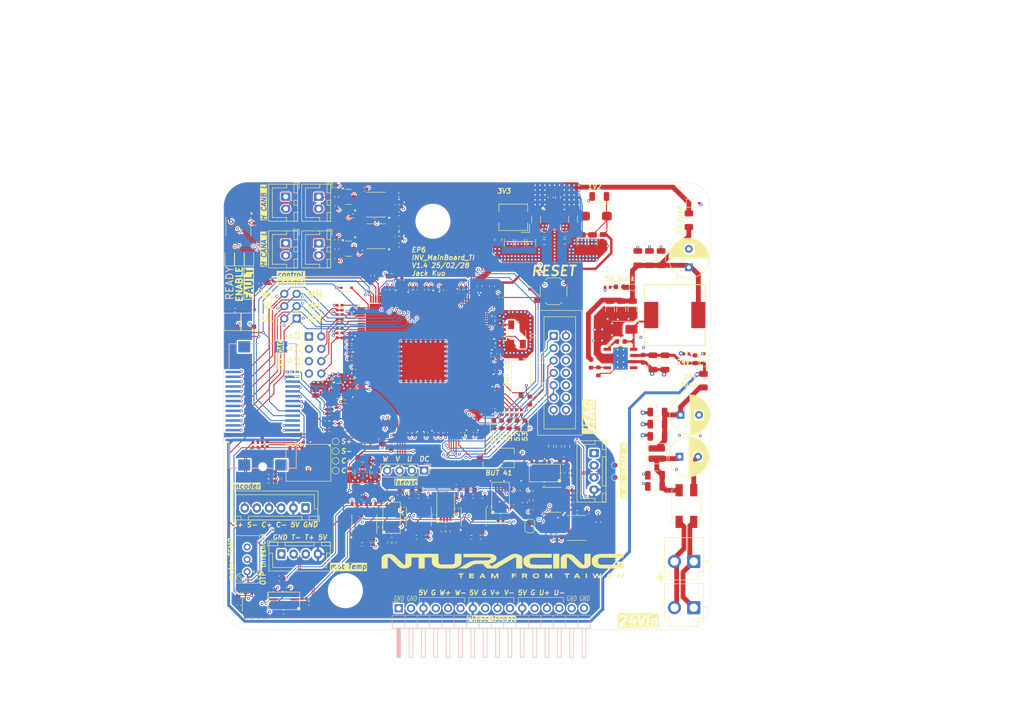
<source format=kicad_pcb>
(kicad_pcb (version 20240108) (generator "pcbnew") (generator_version "8.0")
  (title_block (title "INV_MainBoard_TI") (date "2025-02-28") (rev "1.4") (company "NTURacing Team") (comment 1 "郭哲明 Jack Kuo"))
  (layers (0 "F.Cu" signal) (1 "In1.Cu" signal) (2 "In2.Cu" signal) (31 "B.Cu" signal) (34 "B.Paste" user) (35 "F.Paste" user) (36 "B.SilkS" user "B.Silkscreen") (37 "F.SilkS" user "F.Silkscreen") (38 "B.Mask" user) (39 "F.Mask" user) (44 "Edge.Cuts" user))
  (net 0 "")
  (net 1 "GND")
  (net 2 "/Power/+24V_proCMfilter")
  (net 3 "Net-(U2-BOOT)")
  (net 4 "/Power/5V_buck_sw")
  (net 5 "/Power/5V_buck")
  (net 6 "+24V")
  (net 7 "+5V")
  (net 8 "+3V3")
  (net 9 "Net-(D2-K)")
  (net 10 "Net-(D6-K)")
  (net 11 "/GATE_EN")
  (net 12 "/Power/+24V_preCMfilter")
  (net 13 "GNDPWR")
  (net 14 "Net-(U6-CANH)")
  (net 15 "Net-(U6-CANL)")
  (net 16 "/FLTN")
  (net 17 "/VH")
  (net 18 "/T_U")
  (net 19 "/WH")
  (net 20 "/UH")
  (net 21 "/RDY")
  (net 22 "/UL")
  (net 23 "/Vsense_DC")
  (net 24 "/VL")
  (net 25 "/T_W")
  (net 26 "/T_V")
  (net 27 "/WL")
  (net 28 "/T_mot")
  (net 29 "/SIN+")
  (net 30 "/SIN-")
  (net 31 "/COS-")
  (net 32 "/COS+")
  (net 33 "/GATE_ENC")
  (net 34 "/Power/5V_buck_FB")
  (net 35 "Net-(U6-TXD)")
  (net 36 "Net-(U6-RXD)")
  (net 37 "Net-(U6-STB)")
  (net 38 "Net-(U15C-V+)")
  (net 39 "Net-(U9-+)")
  (net 40 "Net-(U9--)")
  (net 46 "/Power/+24V_prefuse")
  (net 47 "/MCU/VDDIO")
  (net 48 "/MCU/VDDA")
  (net 49 "/MCU/RST")
  (net 50 "Net-(IC1-VINC)")
  (net 51 "/MCU/VDD")
  (net 52 "/MCU/VDDA_AC")
  (net 53 "/MCU/VDDA_BD")
  (net 54 "/Peripherals/CANAH")
  (net 55 "/Peripherals/CANAL")
  (net 56 "/Peripherals/CANBL")
  (net 57 "/Peripherals/CANBH")
  (net 62 "+1V2")
  (net 63 "Net-(U4-CANH)")
  (net 64 "Net-(U4-CANL)")
  (net 65 "Net-(IC1-FB2)")
  (net 66 "Net-(IC1-SW2)")
  (net 67 "Net-(IC1-FB1)")
  (net 68 "Net-(IC1-SW1)")
  (net 69 "/MCU/TDI")
  (net 70 "/MCU/TMS")
  (net 71 "/MCU/TDO")
  (net 73 "/MCU/TRST")
  (net 74 "Net-(U4-TXD)")
  (net 75 "/MCU/CANA_TX")
  (net 76 "Net-(U4-RXD)")
  (net 77 "/MCU/CANA_RX")
  (net 78 "Net-(U4-STB)")
  (net 79 "/MCU/CANB_TX")
  (net 80 "/MCU/CANB_RX")
  (net 81 "/MCU/I2CA_SDA")
  (net 82 "/MCU/I2CA_SCL")
  (net 83 "/MCU/3V3_OSC")
  (net 84 "/MCU/PWMDAC_12")
  (net 85 "/MCU/PWMDAC_10")
  (net 86 "/MCU/PWMDAC_16")
  (net 87 "/T_filt_W")
  (net 88 "/T_filt_V")
  (net 89 "/T_filt_U")
  (net 90 "/Vsense_filt_DC")
  (net 91 "/Power/1V2_powerGood")
  (net 92 "/Power/3V3_powerGood")
  (net 93 "Net-(C38-Pad1)")
  (net 94 "Net-(D1-K)")
  (net 95 "Net-(D7-K)")
  (net 96 "Net-(D9-K)")
  (net 97 "Net-(Q1-D)")
  (net 98 "Net-(Q2-D)")
  (net 99 "/Isense&motT_OCP&OTP/IsenseNode/IN-")
  (net 100 "/Isense&motT_OCP&OTP/IsenseNode/IN+")
  (net 101 "Net-(U10A-+)")
  (net 102 "Net-(U11A-+)")
  (net 103 "Net-(U3-+)")
  (net 104 "/Isense&motT_OCP&OTP/Vref_1.65V")
  (net 105 "Net-(U3--)")
  (net 106 "/Isense&motT_OCP&OTP/Isense_DC")
  (net 107 "Net-(U7-+)")
  (net 108 "Net-(U7--)")
  (net 109 "/Isense&motT_OCP&OTP/Isense_U")
  (net 110 "Net-(U8-+)")
  (net 111 "Net-(U8--)")
  (net 112 "/Isense&motT_OCP&OTP/Isense_V")
  (net 113 "/Isense&motT_OCP&OTP/Isense_W")
  (net 114 "Net-(U12A-+)")
  (net 115 "Net-(U13A-+)")
  (net 116 "Net-(U10B--)")
  (net 117 "Net-(U11B--)")
  (net 118 "Net-(U12B--)")
  (net 119 "Net-(U13B--)")
  (net 120 "/Isense&motT_OCP&OTP/Motor_temp/IN-")
  (net 121 "Net-(U14-+)")
  (net 122 "Net-(U14--)")
  (net 123 "/Isense&motT_OCP&OTP/Motor_temp/IN+")
  (net 124 "Net-(U15B--)")
  (net 128 "/Isense&motT_OCP&OTP/OCPnode/GateEnable")
  (net 129 "Net-(J15-Pin_2)")
  (net 130 "Net-(J15-Pin_4)")
  (net 131 "Net-(J15-Pin_6)")
  (net 132 "Net-(J15-Pin_8)")
  (net 133 "/MCU/PWMDAC_14")
  (net 144 "/OCPFLTN")
  (net 154 "/MCU/BOOT0")
  (net 159 "/MCU/Button41")
  (net 179 "Net-(D10-A)")
  (net 211 "Net-(U22B-X1)")
  (net 212 "Net-(U22B-X2)")
  (net 213 "Net-(U22B-VSSOSC)")
  (net 214 "Net-(D11-A)")
  (net 215 "/Isense&motT_OCP&OTP/V+")
  (net 216 "/Isense&motT_OCP&OTP/W+")
  (net 217 "/Isense&motT_OCP&OTP/V-")
  (net 218 "/Isense&motT_OCP&OTP/U-")
  (net 219 "/Isense&motT_OCP&OTP/U+")
  (net 220 "/Isense&motT_OCP&OTP/W-")
  (net 221 "Net-(R37-Pad2)")
  (net 222 "Net-(R37-Pad1)")
  (net 223 "Net-(R41-Pad1)")
  (net 224 "Net-(R41-Pad2)")
  (net 225 "Net-(R45-Pad2)")
  (net 226 "Net-(R45-Pad1)")
  (net 227 "Net-(R49-Pad2)")
  (net 228 "Net-(R49-Pad1)")
  (net 229 "Net-(R65-Pad1)")
  (net 230 "Net-(R65-Pad2)")
  (net 231 "/EncoderDifVconverter/sin+3V3_out")
  (net 232 "/EncoderDifVconverter/cos+3V3_out")
  (net 233 "/Isense&motT_OCP&OTP/OCPnode/filt3V3")
  (net 234 "/Isense&motT_OCP&OTP/OCPnode1/filt3V3")
  (net 235 "/Isense&motT_OCP&OTP/OCPnode2/filt3V3")
  (net 236 "/Isense&motT_OCP&OTP/OCPnode3/filt3V3")
  (net 237 "Net-(U3-REF)")
  (net 238 "Net-(U7-REF)")
  (net 239 "Net-(U8-REF)")
  (net 240 "Net-(U9-REF)")
  (net 241 "Net-(U14-REF)")
  (net 242 "/MCU/LED50")
  (net 243 "Net-(D12-A)")
  (net 244 "Net-(D13-A)")
  (net 245 "/MCU/LED51")
  (net 246 "Net-(D14-A)")
  (net 247 "/MCU/LED52")
  (net 248 "Net-(U22B-ERRORSTS)")
  (net 249 "/MCU/LED53")
  (net 250 "/MCU/Button58")
  (net 251 "/MCU/BOOT1")
  (net 253 "/MCU/EMU1")
  (net 254 "/MCU/RTCK")
  (net 255 "/MCU/EMU0")
  (net 256 "/MCU/PD")
  (net 260 "Net-(U16A-+)")
  (net 261 "Net-(U16B-+)")
  (net 262 "Net-(U16C-+)")
  (net 263 "Net-(U16D-+)")
  (net 264 "/EncoderDifVconverter/sin-3V3_out")
  (net 265 "/EncoderDifVconverter/cos-3V3_out")
  (net 266 "Net-(U18C-V+)")
  (net 267 "Net-(U18A-+)")
  (footprint "Resistor_SMD:R_0402_1005Metric" (layer "F.Cu") (at 117.7 118.5)
    (property "Reference" "R22" (hide yes))
    (property "Value" "10k 0.1%")
  )
  (footprint "Resistor_SMD:R_0603_1608Metric" (layer "F.Cu") (at 174.4 67.8)
    (property "Reference" "R2" (hide yes))
    (property "Value" "31k6")
  )
  (footprint "Resistor_SMD:R_0402_1005Metric" (layer "F.Cu") (at 132.8 86.59 90)
    (property "Reference" "R75" (hide yes))
    (property "Value" "1k")
  )
  (footprint "MountingHole:MountingHole_3.2mm_M3" (layer "F.Cu") (at 194.5 65)
    (property "Reference" "H1" (hide yes))
    (property "Value" "MountingHole")
  )
  (footprint "Capacitor_SMD:C_0603_1608Metric" (layer "F.Cu") (at 119.9 138.5)
    (property "Reference" "FB5" (hide yes))
    (property "Value" "GZ1608D601TF")
  )
  (footprint "Capacitor_SMD:C_0402_1005Metric" (layer "F.Cu") (at 146.7 108.5 -90)
    (property "Reference" "C78" (hide yes))
    (property "Value" "100n")
  )
  (footprint "Capacitor_SMD:C_0402_1005Metric" (layer "F.Cu") (at 158.3 79.1 90)
    (property "Reference" "C81" (hide yes))
    (property "Value" "100n")
  )
  (footprint "Capacitor_SMD:C_0402_1005Metric" (layer "F.Cu") (at 117.4 110.9 -90)
    (property "Reference" "C59" (hide yes))
    (property "Value" "43p")
  )
  (footprint "Capacitor_SMD:C_0402_1005Metric" (layer "F.Cu") (at 154.1 127.4)
    (property "Reference" "C101" (hide yes))
    (property "Value" "680p")
  )
  (footprint "Capacitor_SMD:C_0402_1005Metric" (layer "F.Cu") (at 144 61.6 -90)
    (property "Reference" "C18" (hide yes))
    (property "Value" "0u1")
  )
  (footprint "Resistor_SMD:R_0402_1005Metric" (layer "F.Cu") (at 144.5 69.9 180)
    (property "Reference" "R70" (hide yes))
    (property "Value" "22R")
  )
  (footprint "Resistor_SMD:R_0402_1005Metric" (layer "F.Cu") (at 132.8 84.69 -90)
    (property "Reference" "R73" (hide yes))
    (property "Value" "1k")
  )
  (footprint "Capacitor_SMD:C_0603_1608Metric" (layer "F.Cu") (at 190.125 89.75)
    (property "Reference" "C8" (hide yes))
    (property "Value" "10n")
  )
  (footprint "Connector_JST:JST_XH_B4B-XH-A_1x04_P2.50mm_Vertical" (layer "F.Cu") (at 120.35 133.475)
    (property "Reference" "J13" (hide yes))
    (property "Value" "motorTemp")
  )
  (footprint "MountingHole:MountingHole_3.2mm_M3" (layer "F.Cu") (at 133.5 141)
    (property "Reference" "H3" (hide yes))
    (property "Value" "MountingHole")
  )
  (footprint "Capacitor_SMD:C_0603_1608Metric" (layer "F.Cu") (at 194.7 93.3 90)
    (property "Reference" "C11" (hide yes))
    (property "Value" "0u1")
  )
  (footprint "Capacitor_SMD:C_1206_3216Metric" (layer "F.Cu") (at 184.3 69.3 -90)
    (property "Reference" "C56" (hide yes))
    (property "Value" "22u")
  )
  (footprint "Capacitor_SMD:C_0603_1608Metric" (layer "F.Cu") (at 185.5 126.9 90)
    (property "Reference" "FB4" (hide yes))
    (property "Value" "GZ1608D601TF")
  )
  (footprint "Resistor_SMD:R_0402_1005Metric" (layer "F.Cu") (at 179.6 116.3 180)
    (property "Reference" "R36" (hide yes))
    (property "Value" "100R")
  )
  (footprint "Capacitor_SMD:C_1206_3216Metric" (layer "F.Cu") (at 182 69.3 -90)
    (property "Reference" "C98" (hide yes))
    (property "Value" "22u")
  )
  (footprint "Inductor_SMD:L_Bourns_SRP5030T" (layer "F.Cu") (at 185 63.9575)
    (property "Reference" "L4" (hide yes))
    (property "Value" "SRP5030WA-1R0M")
  )
  (footprint "Resistor_SMD:R_0402_1005Metric" (layer "F.Cu") (at 119.1 118.9 90)
    (property "Reference" "R23" (hide yes))
    (property "Value" "20k 0.1%")
  )
  (footprint "LED_SMD:LED_0603_1608Metric" (layer "F.Cu") (at 167.2 106.8 90)
    (property "Reference" "D12" (hide yes))
    (property "Value" "YELLOW LED 51")
  )
  (footprint "Capacitor_SMD:C_0402_1005Metric" (layer "F.Cu") (at 134.8 90.9 180)
    (property "Reference" "C76" (hide yes))
    (property "Value" "100n")
  )
  (footprint "Connector_JST:JST_XH_B2B-XH-A_1x02_P2.50mm_Vertical" (layer "F.Cu") (at 128.025 69.55 -90)
    (property "Reference" "J11" (hide yes))
    (property "Value" "CAN")
  )
  (footprint "Capacitor_SMD:C_0402_1005Metric" (layer "F.Cu") (at 165 92.3 -90)
    (property "Reference" "C66" (hide yes))
    (property "Value" "100n")
  )
  (footprint "Capacitor_SMD:C_0402_1005Metric" (layer "F.Cu") (at 131.8 82.79 90)
    (property "Reference" "C44" (hide yes))
    (property "Value" "100n")
  )
  (footprint "Capacitor_SMD:C_0805_2012Metric" (layer "F.Cu") (at 127.4 99.9 90)
    (property "Reference" "C88" (hide yes))
    (property "Value" "22u")
  )
  (footprint "Resistor_SMD:R_0402_1005Metric" (layer "F.Cu") (at 176.8 129.5 -90)
    (property "Reference" "R26" (hide yes))
    (property "Value" "10k 0.1%")
  )
  (footprint "Capacitor_SMD:C_1206_3216Metric" (layer "F.Cu") (at 197.144698 117.259849 180)
    (property "Reference" "C16" (hide yes))
    (property "Value" "10u 35V")
  )
  (footprint "Capacitor_SMD:C_0402_1005Metric" (layer "F.Cu") (at 143 129.7)
    (property "Reference" "C102" (hide yes))
    (property "Value" "680p")
  )
  (footprint "Capacitor_SMD:C_1206_3216Metric" (layer "F.Cu") (at 193.6 72.6 90)
    (property "Reference" "C118" (hide yes))
    (property "Value" "22u 25V")
  )
  (footprint "Capacitor_SMD:C_0402_1005Metric" (layer "F.Cu") (at 125.4 110.4 180)
    (property "Reference" "C86" (hide yes))
    (property "Value" "100n")
  )
  (footprint "Resistor_SMD:R_0402_1005Metric" (layer "F.Cu") (at 120.8 145.4)
    (property "Reference" "R65" (hide yes))
    (property "Value" "10M")
  )
  (footprint "Resistor_SMD:R_0402_1005Metric" (layer "F.Cu") (at 150 130)
    (property "Reference" "R51" (hide yes))
    (property "Value" "27k")
  )
  (footprint "Resistor_SMD:R_0402_1005Metric" (layer "F.Cu") (at 132.8 88.49 -90)
    (property "Reference" "R77" (hide yes))
    (property "Value" "1k")
  )
  (footprint "Resistor_SMD:R_0603_1608Metric" (layer "F.Cu") (at 175.8 111.3 -90)
    (property "Reference" "R84" (hide yes))
    (property "Value" "100R")
  )
  (footprint "Capacitor_SMD:C_0402_1005Metric" (layer "F.Cu") (at 156.4 124.099999 -90)
    (property "Reference" "C41" (hide yes))
    (property "Value" "100n")
  )
  (footprint "Capacitor_SMD:C_0402_1005Metric" (layer "F.Cu") (at 150.1 108.5 -90)
    (property "Reference" "C69" (hide yes))
    (property "Value" "100n")
  )
  (footprint "Resistor_SMD:R_0603_1608Metric" (layer "F.Cu") (at 177.4 111.3 -90)
    (property "Reference" "R85" (hide yes))
    (property "Value" "4k7")
  )
  (footprint "Capacitor_SMD:C_0402_1005Metric" (layer "F.Cu") (at 131.7 58.1 90)
    (property "Reference" "C112" (hide yes))
    (property "Value" "22p")
  )
  (footprint "Capacitor_SMD:C_0402_1005Metric" (layer "F.Cu") (at 157.865 121.6 180)
    (property "Reference" "C47" (hide yes))
    (property "Value" "100n")
  )
  (footprint "PCM_Package_SO_AKL:SOIC-14_3.9x8.7mm_P1.27mm" (layer "F.Cu") (at 125.9 114.7 -90)
    (property "Reference" "U16" (hide yes))
    (property "Value" "LM324D" (hide yes))
  )
  (footprint "PCM_Package_SO_AKL:MSOP-8_3x3mm_P0.65mm" (layer "F.Cu") (at 120.9 143.1 180)
    (property "Reference" "U3" (hide yes))
    (property "Value" "INA333AIDGK" (hide yes))
  )
  (footprint "Capacitor_SMD:C_0402_1005Metric" (layer "F.Cu") (at 114.7 65.9 90)
    (property "Reference" "C35" (hide yes))
    (property "Value" "1u")
  )
  (footprint "LED_SMD:LED_0603_1608Metric" (layer "F.Cu") (at 165.6 106.8 90)
    (property "Reference" "D11" (hide yes))
    (property "Value" "RED LED 50")
  )
  (footprint "Capacitor_SMD:C_1206_3216Metric" (layer "F.Cu") (at 198.4 72.6 90)
    (property "Reference" "C120" (hide yes))
    (property "Value" "22u 25V")
  )
  (footprint "Resistor_SMD:R_0603_1608Metric" (layer "F.Cu") (at 177.2 60.1 90)
    (property "Reference" "R1" (hide yes))
    (property "Value" "4k99")
  )
  (footprint "Resistor_SMD:R_0402_1005Metric" (layer "F.Cu") (at 139.180551 123.1)
    (property "Reference" "R61" (hide yes))
    (property "Value" "10k")
  )
  (footprint "PCM_Package_SO_AKL:MSOP-8_3x3mm_P0.65mm" (layer "F.Cu") (at 143 126 90)
    (property "Reference" "U14" (hide yes))
    (property "Value" "INA333AIDGK" (hide yes))
  )
  (footprint "Resistor_SMD:R_0402_1005Metric" (layer "F.Cu") (at 187.4 78.6 180)
    (property "Reference" "R10" (hide yes))
    (property "Value" "1k")
  )
  (footprint "Capacitor_SMD:C_1206_3216Metric" (layer "F.Cu") (at 187.9 82.9 -90)
    (property "Reference" "C13" (hide yes))
    (property "Value" "22u 25V")
  )
  (footprint "Capacitor_SMD:C_0402_1005Metric" (layer "F.Cu") (at 135.3 95.5 90)
    (property "Reference" "C26" (hide yes))
    (property "Value" "100n")
  )
  (footprint "Button_Switch_SMD:SW_SPST_TL3342" (layer "F.Cu") (at 176.3 79.4)
    (property "Reference" "SW1" (hide yes))
    (property "Value" "TS-1187A-B-A-B")
  )
  (footprint "Capacitor_SMD:C_0402_1005Metric" (layer "F.Cu") (at 164.2 99.5)
    (property "Reference" "C27" (hide yes))
    (property "Value" "100n")
  )
  (footprint "Capacitor_SMD:C_0603_1608Metric" (layer "F.Cu") (at 142.9 111 90)
    (property "Reference" "FB2" (hide yes))
    (property "Value" "GZ1608D601TF")
  )
  (footprint "Capacitor_SMD:C_0402_1005Metric" (layer "F.Cu") (at 134.8 84.1 180)
    (property "Reference" "C23" (hide yes))
    (property "Value" "100n")
  )
  (footprint "Capacitor_SMD:C_0402_1005Metric" (layer "F.Cu") (at 144 68.1 -90)
    (property "Reference" "C36" (hide yes))
    (property "Value" "0u1")
  )
  (footprint "Capacitor_SMD:C_0805_2012Metric" (layer "F.Cu") (at 164.9 68.8 -90)
    (property "Reference" "C110" (hide yes))
    (property "Value" "1u")
  )
  (footprint "Resistor_SMD:R_0402_1005Metric" (layer "F.Cu") (at 114.3 83.2 180)
    (property "Reference" "R6" (hide yes))
    (property "Value" "2k2")
  )
  (footprint "Diode_SMD:D_SOD-323" (layer "F.Cu") (at 207.3 93.3 90)
    (property "Reference" "D3" (hide yes))
    (property "Value" "27V C22375300")
  )
  (footprint "Capacitor_SMD:C_0402_1005Metric" (layer "F.Cu") (at 183.6 124.8 180)
    (property "Reference" "C103" (hide yes))
    (property "Value" "100n")
  )
  (footprint "Resistor_SMD:R_0402_1005Metric" (layer "F.Cu") (at 174.400001 119.1)
    (property "Reference" "R37" (hide yes))
    (property "Value" "10M")
  )
  (footprint "Resistor_SMD:R_0402_1005Metric" (layer "F.Cu") (at 137.280552 123.1)
    (property "Reference" "R60" (hide yes))
    (property "Value" "28k")
  )
  (footprint "Resistor_SMD:R_0402_1005Metric" (layer "F.Cu") (at 161.664999 121.6)
    (property "Reference" "R57" (hide yes))
    (property "Value" "10k")
  )
  (footprint "Diode_SMD:D_SOD-323" (layer "F.Cu") (at 205.2 61.3)
    (property "Reference" "D5" (hide yes))
    (property "Value" "5.6V_C19077441")
  )
  (footprint "Resistor_SMD:R_0402_1005Metric" (layer "F.Cu") (at 171.705 122.41 90)
    (property "Reference" "R54" (hide yes))
    (property "Value" "10k")
  )
  (footprint "Resistor_SMD:R_0402_1005Metric" (layer "F.Cu") (at 181.1 124.9 180)
    (property "Reference" "R25" (hide yes))
    (property "Value" "10k 0.1%")
  )
  (footprint "Package_SO:SOIC-8_3.9x4.9mm_P1.27mm" (layer "F.Cu") (at 139.8 61.6 180)
    (property "Reference" "U4" (hide yes))
    (property "Value" "TCAN1042VDRQ1")
  )
  (footprint "Resistor_SMD:R_0402_1005Metric" (layer "F.Cu") (at 169.7 104.3 -90)
    (property "Reference" "R68" (hide yes))
    (property "Value" "2k2")
  )
  (footprint "LED_SMD:LED_0603_1608Metric" (layer "F.Cu") (at 168.8 106.8 90)
    (property "Reference" "D13" (hide yes))
    (property "Value" "GREEN LED 52")
  )
  (footprint "Package_SO:SOIC-8_3.9x4.9mm_P1.27mm" (layer "F.Cu") (at 181 128.1)
    (property "Reference" "U18" (hide yes))
    (property "Value" "NE5532")
  )
  (footprint "Capacitor_SMD:C_0402_1005Metric" (layer "F.Cu") (at 124.6 143.1 90)
    (property "Reference" "C96" (hide yes))
    (property "Value" "1u")
  )
  (footprint "LED_SMD:LED_0805_2012Metric" (layer "F.Cu") (at 111.7 72.5 90)
    (property "Reference" "D1" (hide yes))
    (property "Value" "GREEN LED")
  )
  (footprint "Capacitor_SMD:C_1206_3216Metric" (layer "F.Cu") (at 197.644698 109.259849 180)
    (property "Reference" "C5" (hide yes))
    (property "Value" "10u 35V")
  )
  (footprint "SamacSys_Parts_EP6:QFP50P2600X2600X160-177N" (layer "F.Cu") (at 149.5 93.8)
    (property "Reference" "U22" (hide yes))
    (property "Value" "tms320f28377s" (hide yes))
  )
  (footprint "Capacitor_SMD:C_0402_1005Metric" (layer "F.Cu") (at 133.42 102.1 180)
    (property "Reference" "C31" (hide yes))
    (property "Value" "2u2")
  )
  (footprint "Resistor_SMD:R_0402_1005Metric" (layer "F.Cu") (at 131.7375 70.75 90)
    (property "Reference" "R72" (hide yes))
    (property "Value" "90R")
  )
  (footprint "Capacitor_SMD:C_0402_1005Metric" (layer "F.Cu") (at 131.7 68.8 90)
    (property "Reference" "C114" (hide yes))
    (property "Value" "22p")
  )
  (footprint "Connector_JST:JST_XH_B6B-XH-A_1x06_P2.50mm_Vertical" (layer "F.Cu") (at 125.3 124 180)
    (property "Reference" "J2" (hide yes))
    (property "Value" "motorSense")
  )
  (footprint "Resistor_SMD:R_0402_1005Metric" (layer "F.Cu") (at 118.1 77.3)
    (property "Reference" "R81" (hide yes))
    (property "Value" "1k")
  )
  (footprint "Resistor_SMD:R_0402_1005Metric" (layer "F.Cu") (at 179.61 117.299999 180)
    (property "Reference" "R35" (hide yes))
    (property "Value" "100R")
  )
  (footprint "LED_SMD:LED_0603_1608Metric" (layer "F.Cu") (at 164 106.8 90)
    (property "Reference" "D10" (hide yes))
    (property "Value" "YELLOW LED")
  )
  (footprint "Resistor_SMD:R_0603_1608Metric" (layer "F.Cu") (at 185.5 95.9 -90)
    (property "Reference" "R9" (hide yes))
    (property "Value" "15k")
  )
  (footprint "Resistor_SMD:R_0402_1005Metric" (layer "F.Cu") (at 110.8 83.3 180)
    (property "Reference" "R27" (hide yes))
    (property "Value" "2k2")
  )
  (footprint "Capacitor_SMD:C_0402_1005Metric" (layer "F.Cu") (at 131.7 103.8 90)
    (property "Reference" "C57" (hide yes))
    (property "Value" "100n")
  )
  (footprint "Capacitor_SMD:C_0402_1005Metric" (layer "F.Cu") (at 154.1 108.5 -90)
    (property "Reference" "C83" (hide yes))
    (property "Value" "100n")
  )
  (footprint "PCM_Package_SO_AKL:MSOP-8_3x3mm_P0.65mm" (layer "F.Cu") (at 154.1 123.7 90)
    (property "Reference" "U9" (hide yes))
    (property "Value" "INA333AIDGK" (hide yes))
  )
  (footprint "Capacitor_SMD:C_0402_1005Metric" (layer "F.Cu") (at 163.8 92.9 -90)
    (property "Reference" "C65" (hide yes))
    (property "Value" "100n")
  )
  (footprint "PCM_Inductor_SMD_AKL:L_Wuerth_MAPI-3015" (layer "F.Cu") (at 197.5 112.8 90)
    (property "Reference" "L1" (hide yes))
    (property "Value" "1u SRN3015-1R0Y" (hide yes))
  )
  (footprint "TestPoint:TestPoint_Pad_D1.0mm" (layer "F.Cu") (at 131.5 112.3)
    (property "Reference" "TP6" (hide yes))
    (property "Value" "sin-")
  )
  (footprint "Capacitor_SMD:C_0402_1005Metric" (layer "F.Cu") (at 131.7 61.9 -90)
    (property "Reference" "C113" (hide yes))
    (property "Value" "22p")
  )
  (footprint "Resistor_SMD:R_0402_1005Metric" (layer "F.Cu") (at 135.1 63.9 180)
    (property "Reference" "R67" (hide yes))
    (property "Value" "10k")
  )
  (footprint "Capacitor_SMD:C_0402_1005Metric" (layer "F.Cu") (at 142.1 79.1 90)
    (property "Reference" "C79" (hide yes))
    (property "Value" "100n")
  )
  (footprint "Button_Switch_SMD:SW_Tactile_SPST_NO_Straight_CK_PTS636Sx25SMTRLFS" (layer "F.Cu") (at 169.6 96.9 -90)
    (property "Reference" "SW3" (hide yes))
    (property "Value" "BUT58")
  )
  (footprint "Resistor_SMD:R_0603_1608Metric" (layer "F.Cu") (at 178.6 69.2)
    (property "Reference" "R18" (hide yes))
    (property "Value" "10k")
  )
  (footprint "Resistor_SMD:R_0402_1005Metric" (layer "F.Cu") (at 159.365001 130)
    (property "Reference" "R31" (hide yes))
    (property "Value" "10k")
  )
  (footprint "Resistor_SMD:R_0402_1005Metric" (layer "F.Cu") (at 142.5 131.11 90)
    (property "Reference" "R47" (hide yes))
    (property "Value" "100R")
  )
  (footprint "Resistor_SMD:R_0402_1005Metric" (layer "F.Cu") (at 163.1 123.7 -90)
    (property "Reference" "R41" (hide yes))
    (property "Value" "100k")
  )
  (footprint "Capacitor_SMD:C_0402_1005Metric" (layer "F.Cu") (at 120.045 118.005 -90)
    (property "Reference" "C85" (hide yes))
    (property "Value" "43p")
  )
  (footprint "Capacitor_SMD:C_0402_1005Metric" (layer "F.Cu") (at 172.3 114.5 180)
    (property "Reference" "C106" (hide yes))
    (property "Value" "100n")
  )
  (footprint "Capacitor_SMD:C_0402_1005Metric" (layer "F.Cu") (at 137.4 58.4)
    (property "Reference" "C19" (hide yes))
    (property "Value" "0u1")
  )
  (footprint "Package_TO_SOT_SMD:SOT-23" (layer "F.Cu") (at 134.1375 70.65)
    (property "Reference" "D17" (hide yes))
    (property "Value" "NUP2105L")
  )
  (footprint "Capacitor_SMD:C_0402_1005Metric" (layer "F.Cu") (at 157.3 79.1 90)
    (property "Reference" "C62" (hide yes))
    (property "Value" "100n")
  )
  (footprint "Capacitor_SMD:C_1206_3216Metric" (layer "F.Cu") (at 197.144698 119.559849 180)
    (property "Reference" "C17" (hide yes))
    (property "Value" "10u 35V")
  )
  (footprint "Resistor_SMD:R_0402_1005Metric" (layer "F.Cu") (at 151.8 125.4 -90)
    (property "Reference" "R45" (hide yes))
    (property "Value" "100k")
  )
  (footprint "Capacitor_SMD:C_0402_1005Metric" (layer "F.Cu") (at 152.1 108.5 -90)
    (property "Reference" "C70" (hide yes))
    (property "Value" "100n")
  )
  (footprint "Inductor_SMD:L_Bourns_SRP5030T" (layer "F.Cu") (at 168 64.2 180)
    (property "Reference" "L2" (hide yes))
    (property "Value" "SRP5030WA-1R0M")
  )
  (footprint "Capacitor_SMD:C_1206_3216Metric" (layer "F.Cu") (at 192.5 82.9 -90)
    (property "Reference" "C14" (hide yes))
    (property "Value" "22u 25V")
  )
  (footprint "Capacitor_THT:CP_Radial_D8.0mm_P3.80mm" (layer "F.Cu") (at 202.194698 113.45)
    (property "Reference" "C7" (hide yes))
    (property "Value" "220u 35V")
  )
  (footprint "Diode_SMD:D_SOD-323" (layer "F.Cu") (at 133.7 78.7)
    (property "Reference" "D15" (hide yes))
    (property "Value" "B5818WS")
  )
  (footprint "Capacitor_SMD:C_1206_3216Metric" (layer "F.Cu") (at 169.4 69.4 -90)
    (property "Reference" "C55" (hide yes))
    (property "Value" "22u")
  )
  (footprint "Capacitor_SMD:C_0402_1005Metric" (layer "F.Cu") (at 130.7 106.1 -90)
    (property "Reference" "C97" (hide yes))
    (property "Value" "3n3")
  )
  (footprint "LED_SMD:LED_0805_2012Metric" (layer "F.Cu") (at 109.7 72.5 90)
    (property "Reference" "D7" (hide yes))
    (property "Value" "WHITE LED")
  )
  (footprint "Capacitor_SMD:C_0402_1005Metric" (layer "F.Cu") (at 134.8 93.3 180)
    (property "Reference" "C84" (hide yes))
    (property "Value" "100n")
  )
  (footprint "Capacitor_SMD:C_0402_1005Metric" (layer "F.Cu") (at 171.705 124.31 -90)
    (property "Reference" "C46" (hide yes))
    (property "Value" "100n")
  )
  (footprint "Resistor_SMD:R_0402_1005Metric" (layer "F.Cu") (at 161.265 130)
    (property "Reference" "R33" (hide yes))
    (property "Value" "27k")
  )
  (footprint "Resistor_SMD:R_0402_1005Metric" (layer "F.Cu") (at 159.765 121.6)
    (property "Reference" "R56" (hide yes))
    (property "Value" "27k")
  )
  (footprint "Capacitor_SMD:C_0402_1005Metric" (layer "F.Cu") (at 135.380552 123.1 180)
    (property "Reference" "C49" (hide yes))
    (property "Value" "100n")
  )
  (footprint "Resistor_SMD:R_0402_1005Metric" (layer "F.Cu") (at 150.399999 121.6)
    (property "Reference" "R59" (hide yes))
    (property "Value" "10k")
  )
  (footprint "LED_SMD:LED_0603_1608Metric" (layer "F.Cu") (at 170.4 106.8 90)
    (property "Reference" "D14" (hide yes))
    (property "Value" "WHITE LED 53")
  )
  (footprint "Capacitor_SMD:C_0402_1005Metric" (layer "F.Cu") (at 146.6 121.6 180)
    (property "Reference" "C48" (hide yes))
    (property "Value" "100n")
  )
  (footprint "Capacitor_SMD:C_0603_1608Metric" (layer "F.Cu") (at 111.4 141.5 -90)
    (property "Reference" "FB11" (hide yes))
    (property "Value" "GZ1608D601TF")
  )
  (footprint "Capacitor_THT:CP_Radial_D8.0mm_P3.80mm" (layer "F.Cu") (at 202.394698 104.85)
    (property "Reference" "C6" (hide yes))
    (property "Value" "220u 35V")
  )
  (footprint "Capacitor_SMD:C_0402_1005Metric" (layer "F.Cu") (at 131.8 86.59 -90)
    (property "Reference" "C50" (hide yes))
    (property "Value" "100n")
  )
  (footprint "Capacitor_SMD:C_0603_1608Metric" (layer "F.Cu") (at 159.265 120.3 180)
    (property "Reference" "FB7" (hide yes))
    (property "Value" "GZ1608D601TF")
  )
  (footprint "Connector_IDC:IDC-Header_2x07_P2.54mm_Vertical" (layer "F.Cu") (at 176.3 88.58)
    (property "Reference" "J4" (hide yes))
    (property "Value" "JTAG")
  )
  (footprint "Capacitor_SMD:C_0402_1005Metric" (layer "F.Cu") (at 134.8 89.8 180)
    (property "Reference" "C24" (hide yes))
    (property "Value" "100n")
  )
  (footprint "Capacitor_SMD:C_0805_2012Metric" (layer "F.Cu") (at 141.1 109.85 -90)
    (property "Reference" "C89" (hide yes))
    (property "Value" "22u")
  )
  (footprint "Capacitor_SMD:C_0603_1608Metric" (layer "F.Cu") (at 168.9 120.4 -90)
    (property "Reference" "FB10" (hide yes))
    (property "Value" "GZ1608D601TF")
  )
  (footprint "Resistor_SMD:R_0402_1005Metric" (layer "F.Cu") (at 148.5 121.6)
    (property "Reference" "R58" (hide yes))
    (property "Value" "27k")
  )
  (footprint "MountingHole:MountingHole_3.2mm_M3" (layer "F.Cu") (at 151.5 65)
    (property "Reference" "H2" (hide yes))
    (property "Value" "MountingHole")
  )
  (footprint "Capacitor_SMD:C_0805_2012Metric" (layer "F.Cu") (at 129.4 99.9 90)
    (property "Reference" "C87" (hide yes))
    (property "Value" "22u")
  )
  (footprint "Resistor_SMD:R_0402_1005Metric" (layer "F.Cu") (at 168.7 104.3 -90)
    (property "Reference" "R62" (hide yes))
    (property "Value" "2k2")
  )
  (footprint "Capacitor_SMD:C_0805_2012Metric" (layer "F.Cu") (at 186.5 68.7 -90)
    (property "Reference" "C54" (hide yes))
    (property "Value" "1u")
  )
  (footprint "Package_TO_SOT_SMD:SOT-23" (layer "F.Cu") (at 137 116.8 -90)
    (property "Reference" "U24" (hide yes))
    (property "Value" "REF3133AIDBZR")
  )
  (footprint "Capacitor_SMD:C_0402_1005Metric" (layer "F.Cu") (at 166.18 86.82 -90)
    (property "Reference" "C34" (hide yes))
    (property "Value" "36p")
  )
  (footprint "TestPoint:TestPoint_Pad_D1.0mm" (layer "F.Cu") (at 188.9 117.7 180)
    (property "Reference" "TP51" (hide yes))
    (property "Value" "I_W+")
  )
  (footprint "Resistor_SMD:R_0603_1608Metric" (layer "F.Cu") (at 174.4 69.3 180)
    (property "Reference" "R14" (hide yes))
    (property "Value" "10k")
  )
  (footprint "Resistor_SMD:R_0402_1005Metric" (layer "F.Cu") (at 143.5 131.1 90)
    (property "Reference" "R48" (hide yes))
    (property "Value" "100R")
  )
  (footprint "Capacitor_SMD:C_0402_1005Metric" (layer "F.Cu") (at 167.7 123.3 -90)
    (property "Reference" "C40" (hide yes))
    (property "Value" "100n")
  )
  (footprint "Capacitor_SMD:C_0603_1608Metric" (layer "F.Cu") (at 134.5 116.7 -90)
    (property "Reference" "C94" (hide yes))
    (property "Value" "470n")
  )
  (footprint "Resistor_SMD:R_0402_1005Metric" (layer "F.Cu") (at 148.100001 130)
    (property "Reference" "R50" (hide yes))
    (property "Value" "10k")
  )
  (footprint "Capacitor_SMD:C_0402_1005Metric" (layer "F.Cu") (at 121.3 140.8)
    (property "Reference" "C43" (hide yes))
    (property "Value" "100n")
  )
  (footprint "PCM_Package_SO_AKL:MSOP-8_3x3mm_P0.65mm" (layer "F.Cu") (at 165.4 121.9 90)
    (property "Reference" "U8" (hide yes))
    (property "Value" "INA333AIDGK" (hide yes))
  )
  (footprint "Resistor_SMD:R_0402_1005Metric" (layer "F.Cu") (at 139.1 76.2 -90)
    (property "Reference" "R82" (hide yes))
    (property "Value" "1k")
  )
  (footprint "Resistor_SMD:R_0402_1005Metric" (layer "F.Cu") (at 203.6 92.3 180)
    (property "Reference" "R7" (hide yes))
    (property "Value" "10k")
  )
  (footprint "Capacitor_SMD:C_0603_1608Metric" (layer "F.Cu") (at 178.4 114)
    (property "Reference" "FB6" (hide yes))
    (property "Value" "GZ1608D601TF")
  )
  (footprint "Resistor_SMD:R_0402_1005Metric" (layer "F.Cu") (at 145.1 77.1 90)
    (property "Reference" "R3" (hide yes))
    (property "Value" "1k")
  )
  (footprint "Capacitor_SMD:C_1206_3216Metric" (layer "F.Cu") (at 185.7 59.9 180)
    (property "Reference" "C53" (hide yes))
    (property "Value" "10u")
  )
  (footprint "PCM_Package_TO_SOT_SMD_AKL:SOT-23" (layer "F.Cu") (at 110.3 85.7 90)
    (property "Reference" "Q2" (hide yes))
    (property "Value" "2N7002" (hide yes))
  )
  (footprint "Capacitor_SMD:C_0402_1005Metric" (layer "F.Cu") (at 147.9 79.1 90)
    (property "Reference" "C80" (hide yes))
    (property "Value" "100n")
  )
  (footprint "Diode_SMD:D_SMA" (layer "F.Cu") (at 190.3 87.25 180)
    (property "Reference" "D4" (hide yes))
    (property "Value" "SS54")
  )
  (footprint "Capacitor_SMD:C_0402_1005Metric" (layer "F.Cu") (at 111.7 144 -90)
    (property "Reference" "C20" (hide yes))
    (property "Value" "100n")
  )
  (footprint "Resistor_SMD:R_0402_1005Metric" (layer "F.Cu") (at 115 111.5)
    (property "Reference" "R20" (hide yes))
    (property "Value" "10k 0.1%")
  )
  (footprint "Resistor_SMD:R_0402_1005Metric" (layer "F.Cu") (at 166.7 104.3 -90)
    (property "Reference" "R42" (hide yes))
    (property "Value" "2k2")
  )
  (footprint "Resistor_SMD:R_0402_1005Metric" (layer "F.Cu") (at 171.705 120.51 90)
    (property "Reference" "R55" (hide yes))
    (property "Value" "2k4")
  )
  (footprint "Capacitor_SMD:C_0402_1005Metric" (layer "F.Cu") (at 167.7 119.7 -90)
    (property "Reference" "C107" (hide yes))
    (property "Value" "100n")
  )
  (footprint "Capacitor_SMD:C_0402_1005Metric" (layer "F.Cu") (at 164.2 96)
    (property "Reference" "C64" (hide yes))
    (property "Value" "100n")
  )
  (footprint "Capacitor_SMD:C_0402_1005Metric" (layer "F.Cu") (at 153.3 79.1 90)
    (property "Reference" "C61" (hide yes))
    (property "Value" "100n")
  )
  (footprint "Capacitor_SMD:C_0603_1608Metric" (layer "F.Cu") (at 148 120.3 180)
    (property "Reference" "FB8" (hide yes))
    (property "Value" "GZ1608D601TF")
  )
  (footprint "Resistor_SMD:R_0402_1005Metric" (layer "F.Cu") (at 115 110.5)
    (property "Reference" "R19" (hide yes))
    (property "Value" "10k 0.1%")
  )
  (footprint "Capacitor_SMD:C_0402_1005Metric" (layer "F.Cu") (at 164.2 86)
    (property "Reference" "C82" (hide yes))
    (property "Value" "100n")
  )
  (footprint "Capacitor_SMD:C_0402_1005Metric" (layer "F.Cu") (at 164.3 90.6)
    (property "Reference" "C77" (hide yes))
    (property "Value" "100n")
  )
  (footprint "Capacitor_SMD:C_1206_3216Metric" (layer "F.Cu") (at 197.644698 106.759849 180)
    (property "Reference" "C4" (hide yes))
    (property "Value" "10u 35V")
  )
  (footprint "Resistor_SMD:R_0402_1005Metric" (layer "F.Cu") (at 171.4 78.5 -90)
    (property "Reference" "R69" (hide yes))
    (property "Value" "10k")
  )
  (footprint "Resistor_SMD:R_0402_1005Metric" (layer "F.Cu") (at 126 142.6 180)
    (property "Reference" "R64" (hide yes))
    (property "Value" "10k")
  )
  (footprint "Resistor_SMD:R_0402_1005Metric" (layer "F.Cu") (at 180.105 122.81 90)
    (property "Reference" "R29" (hide yes))
    (property "Value" "2k4")
  )
  (footprint "Resistor_SMD:R_0402_1005Metric" (layer "F.Cu") (at 116.4 111.9 90)
    (property "Reference" "R83" (hide yes))
    (property "Value" "20k 0.1%")
  )
  (footprint "Resistor_SMD:R_0402_1005Metric" (layer "F.Cu") (at 164.900001 127.01 90)
    (property "Reference" "R39" (hide yes))
    (property "Value" "100R")
  )
  (footprint "Resistor_SMD:R_0402_1005Metric" (layer "F.Cu") (at 165.9 127 90)
    (property "Reference" "R40" (hide yes))
    (property "Value" "100R")
  )
  (footprint "Connector_JST:JST_VH_B2P-VH_1x02_P3.96mm_Vertical" (layer "F.Cu") (at 205.1 135 180)
    (property "Reference" "J3" (hide yes))
    (property "Value" "LVBattery")
  )
  (footprint "Resistor_SMD:R_0402_1005Metric" (layer "F.Cu") (at 130.2 107.9)
    (property "Reference" "R5" (hide yes))
    (property "Value" "10k")
  )
  (footprint "SamacSys_Parts_EP6:ACM70V7012PLTL00" (layer "F.Cu") (at 203.6 123.6 90)
    (property "Reference" "FL1" (hide yes))
    (property "Value" "ACM70V-701-2PL-TL00" (hide yes))
  )
  (footprint "Capacitor_SMD:C_0603_1608Metric" (layer "F.Cu") (at 156.3 119.7 180)
    (property "Reference" "FB13" (hide yes))
    (property "Value" "GZ1608D601TF")
  )
  (footprint "Capacitor_SMD:C_0603_1608Metric" (layer "F.Cu") (at 144.7 121.3 90)
    (property "Reference" "FB15" (hide yes))
    (property "Value" "GZ1608D601TF")
  )
  (footprint "Resistor_SMD:R_0402_1005Metric" (layer "F.Cu") (at 132.8 82.79 -90)
    (property "Reference" "R66" (hide yes))
    (property "Value" "1k")
  )
  (footprint "Fuse:Fuse_1206_3216Metric" (layer "F.Cu") (at 207.1 97.8 90)
    (property "Reference" "F1" (hide yes))
    (property "Value" "0.5A")
  )
  (footprint "Capacitor_SMD:C_0603_1608Metric" (layer "F.Cu") (at 132.4 97.4)
    (property "Reference" "C92" (hide yes))
    (property "Value" "470n")
  )
  (footprint "Capacitor_SMD:C_0402_1005Metric" (layer "F.Cu") (at 139.5 64.8)
    (property "Reference" "C37" (hide yes))
    (property "Value" "0u1")
  )
  (footprint "Capacitor_SMD:C_0402_1005Metric" (layer "F.Cu") (at 175.8 129.5 -90)
    (property "Reference" "C104" (hide yes))
    (property "Value" "100n")
  )
  (footprint "Capacitor_SMD:C_0402_1005Metric" (layer "F.Cu") (at 118.63 140.84)
    (property "Reference" "C105" (hide yes))
    (property "Value" "100n")
  )
  (footprint "Capacitor_SMD:C_0402_1005Metric" (layer "F.Cu") (at 156.4 121.5 -90)
    (property "Reference" "C108" (hide yes))
    (property "Value" "100n")
  )
  (footprint "Resistor_SMD:R_0603_1608Metric" (layer "F.Cu") (at 178.6 67.7 180)
    (property "Reference" "R13" (hide yes))
    (property "Value" "4k99")
  )
  (footprint "Capacitor_SMD:C_0603_1608Metric" (layer "F.Cu") (at 175.7 60.1 -90)
    (property "Reference" "C38" (hide yes))
    (property "Value" "470n")
  )
  (footprint "TestPoint:TestPoint_Pad_D1.0mm" (layer "F.Cu") (at 192.5 78.6 -90)
    (property "Reference" "TP3" (hide yes))
    (property "Value" "5V_buck")
  )
  (footprint "Capacitor_SMD:C_0402_1005Metric" (layer "F.Cu") (at 143.1 79.12 90)
    (property "Reference" "C73" (hide yes))
    (property "Value" "100n")
  )
  (footprint "Capacitor_SMD:C_0402_1005Metric" (layer "F.Cu") (at 145 68.1 -90)
    (property "Reference" "C117" (hide yes))
    (property "Value" "4u7 10v")
  )
  (footprint "TestPoint:TestPoint_Pad_D1.0mm" (layer "F.Cu") (at 131.5 116.3)
    (property "Reference" "TP8" (hide yes))
    (property "Value" "cos-")
  )
  (footprint "Resistor_SMD:R_0402_1005Metric" (layer "F.Cu") (at 131.7 60 90)
    (property "Reference" "R17" (hide yes))
    (property "Value" "90R")
  )
  (footprint "Resistor_SMD:R_0402_1005Metric" (layer "F.Cu") (at 117.7 117.5)
    (property "Reference" "R21" (hide yes))
    (property "Value" "10k 0.1%")
  )
  (footprint "Capacitor_SMD:C_0402_1005Metric" (layer "F.Cu") (at 157.6 108.5 -90)
    (property "Reference" "C71" (hide yes))
    (property "Value" "100n")
  )
  (footprint "Capacitor_SMD:C_1206_3216Metric" (layer "F.Cu") (at 199.2 94.05 -90)
    (property "Reference" "C9" (hide yes))
    (property "Value" "10u 35V")
  )
  (footprint "Capacitor_SMD:C_0402_1005Metric" (layer "F.Cu") (at 131.8 84.69 90)
    (property "Reference" "C45" (hide yes))
    (property "Value" "100n")
  )
  (footprint "Resistor_SMD:R_0603_1608Metric" (layer "F.Cu") (at 179.1 111.3 90)
    (property "Reference" "R86" (hide yes))
    (property "Value" "4k7")
  )
  (footprint "Capacitor_SMD:C_0402_1005Metric" (layer "F.Cu") (at 131.8 88.49 90)
    (property "Reference" "C51" (hide yes))
    (property "Value" "100n")
  )
  (footprint "SamacSys_Parts_EP6:EXCX4CE900U" (layer "F.Cu") (at 134.8 68.1 90)
    (property "Reference" "FL3" (hide yes))
    (property "Value" "EXC-X4CE900U" (hide yes))
  )
  (footprint "Package_SO:SOIC-8_3.9x4.9mm_P1.27mm" (layer "F.Cu") (at 159.865 125.8 90)
    (property "Reference" "U11" (hide yes))
    (property "Value" "LM393")
  )
  (footprint "Resistor_SMD:R_0402_1005Metric" (layer "F.Cu") (at 140.7 128 -90)
    (property "Reference" "R49" (hide yes))
    (property "Value" "100k")
  )
  (footprint "Capacitor_SMD:C_1206_3216Metric" (layer "F.Cu") (at 190.2 82.9 -90)
    (property "Reference" "C12" (hide yes))
    (property "Value" "22u 25V")
  )
  (footprint "Capacitor_SMD:C_0603_1608Metric" (layer "F.Cu") (at 139.5 116.7 -90)
    (property "Reference" "C93" (hide yes))
    (property "Value" "470n")
  )
  (footprint "Jumper:SolderJumper-2_P1.3mm_Open_RoundedPad1.0x1.5mm" (layer "F.Cu") (at 171.4 127.7 -90)
    (property "Reference" "JP1" (hide yes))
    (property "Value" "DC OCP")
  )
  (footprint "Package_SO:SOIC-8_3.9x4.9mm_P1.27mm" (layer "F.Cu") (at 137.380552 127.3 90)
    (property "Reference" "U13" (hide yes))
    (property "Value" "LM393")
  )
  (footprint "Capacitor_SMD:C_0402_1005Metric" (layer "F.Cu") (at 130.7 103.2 -90)
    (property "Reference" "C58" (hide yes))
    (property "Value" "100n")
  )
  (footprint "LED_SMD:LED_0603_1608Metric" (layer "F.Cu") (at 189.9 78.5)
    (property "Reference" "D6" (hide yes))
    (property "Value" "RED 5V")
  )
  (footprint "Resistor_SMD:R_0402_1005Metric" (layer "F.Cu") (at 129.7 103.2 90)
    (property "Reference" "R32" (hide yes))
    (property "Value" "10k")
  )
  (footprint "Package_SO:SOIC-8_3.9x4.9mm_P1.27mm" (layer "F.Cu") (at 175.905 122.31 180)
    (property "Reference" "U10" (hide yes))
    (property "Value" "LM393")
  )
  (footprint "Capacitor_SMD:C_0402_1005Metric" (layer "F.Cu") (at 165.5 80.7 90)
    (property "Reference" "C32" (hide yes))
    (property "Value" "0u1")
  )
  (footprint "Package_TO_SOT_SMD:SOT-23" (layer "F.Cu") (at 132.3 99.9)
    (property "Reference" "U23" (hide yes))
    (property "Value" "REF3133AIDBZR")
  )
  (footprint "Package_TO_SOT_SMD:SOT-23" (layer "F.Cu") (at 134.1 60)
    (property "Reference" "D8" (hide yes))
    (property "Value" "NUP2105L")
  )
  (footprint "Connector_PinHeader_2.54mm:PinHeader_2x04_P2.54mm_Vertical" (layer "F.Cu") (at 126 88.72)
    (property "Reference" "J15" (hide yes))
    (property "Value" "PWMDAC")
  )
  (footprint "Capacitor_SMD:C_0603_1608Metric" (layer "F.Cu") (at 136.780552 121.8 180)
    (property "Reference" "FB9" (hide yes))
    (property "Value" "GZ1608D601TF")
  )
  (footprint "PCM_Package_TO_SOT_SMD_AKL:SOT-23" (layer "F.Cu") (at 113.8 85.7 90)
    (property "Reference" "Q1" (hide yes))
    (property "Value" "2N7002" (hide yes))
  )
  (footprint "Capacitor_SMD:C_1206_3216Metric" (layer "F.Cu") (at 167.1 69.4 -90)
    (property "Reference" "C95" (hide yes))
    (property "Value" "10u")
  )
  (footprint "Capacitor_THT:CP_Radial_D8.0mm_P3.80mm" (layer "F.Cu") (at 204.1 74.502651 90)
    (property "Reference" "C15" (hide yes))
    (property "Value" "330u 25V")
  )
  (footprint "Capacitor_SMD:C_0402_1005Metric" (layer "F.Cu") (at 178.2 116.8 90)
    (property "Reference" "C99" (hide yes))
    (property "Value" "680p")
  )
  (footprint "Crystal:Crystal_SMD_Abracon_ABM3B-4Pin_5.0x3.2mm" (layer "F.Cu") (at 168.78 88.3 90)
    (property "Reference" "Y1" (hide yes))
    (property "Value" "10MHz SMD5032-4P")
  )
  (footprint "Capacitor_SMD:C_1206_3216Metric" (layer "F.Cu") (at 196.7 94.05 -90)
    (property "Reference" "C10" (hide yes))
    (property "Value" "10u 35V")
  )
  (footprint "Package_SO:SOIC-8_3.9x4.9mm_P1.27mm" (layer "F.Cu") (at 111.5 66.1 -90)
    (property "Reference" "U5" (hide yes))
    (property "Value" "CAT24C512")
  )
  (footprint "Capacitor_SMD:C_0402_1005Metric" (layer "F.Cu") (at 153.1 108.5 -90)
    (property "Reference" "C29" (hide yes))
    (property "Value" "100n")
  )
  (footprint "Resistor_SMD:R_0402_1005Metric" (layer "F.Cu") (at 147.4 77.2 180)
    (property "Reference" "R79" (hide yes))
    (property "Value" "1k")
  )
  (footprint "Capacitor_SMD:C_0402_1005Metric" (layer "F.Cu") (at 164.2 85)
    (property "Reference" "C63" (hide yes))
    (property "Value" "100n")
  )
  (footprint "Resistor_SMD:R_0402_1005Metric" (layer "F.Cu") (at 136.880553 131.5)
    (property "Reference" "R52" (hide yes))
    (property "Value" "10k")
  )
  (footprint "Resistor_SMD:R_0402_1005Metric" (layer "F.Cu") (at 153.600001 128.81 90)
    (property "Reference" "R43" (hide yes))
    (property "Value" "100R")
  )
  (footprint "Resistor_SMD:R_0402_1005Metric" (layer "F.Cu") (at 167.7 104.3 -90)
    (property "Reference" "R46" (hide yes))
    (property "Value" "2k2")
  )
  (footprint "Capacitor_SMD:C_0402_1005Metric" (layer "F.Cu") (at 151.1 79.1 90)
    (property "Reference" "C60" (hide yes))
    (property "Value" "100n")
  )
  (footprint "SamacSys_Parts_EP6:QFN65P400X400X80-17N" (layer "F.Cu") (at 176.5 64.3)
    (property "Reference" "IC1" (hide yes))
    (property "Value" "LM26420" (hide yes))
  )
  (footprint "Connector_JST:JST_XH_B2B-XH-A_1x02_P2.50mm_Vertical" (layer "F.Cu") (at 121.225 69.55 -90)
    (property "Reference" "J12" (hide yes))
    (property "Value" "CAN")
  )
  (footprint "TestPoint:TestPoint_Pad_D1.0mm" (layer "F.Cu") (at 131.5 114.3)
    (property "Reference" "TP7" (hide yes))
    (property "Value" "cos+")
  )
  (footprint "Capacitor_SMD:C_0402_1005Metric" (layer "F.Cu") (at 132.2 107.1 90)
    (property "Reference" "C52" (hide yes))
    (property "Value" "100n")
  )
  (footprint "Capacitor_SMD:C_1206_3216Metric" (layer "F.Cu") (at 197.644698 104.259849 180)
    (property "Reference" "C3" (hide yes))
    (property "Value" "10u 35V")
  )
  (footprint "Capacitor_SMD:C_0603_1608Metric" (layer "F.Cu") (at 170.405 122.91 -90)
    (property "Reference" "FB1" (hide yes))
    (property "Value" "GZ1608D601TF")
  )
  (footprint "Package_SO:SOIC-8_3.9x4.9mm_P1.27mm" (layer "F.Cu") (at 114.9 143.3 90)
    (property "Reference" "U15" (hide yes))
    (property "Value" "LM393")
  )
  (footprint "SamacSys_Parts_EP6:SRR1260A220M" (layer "F.Cu") (at 201.2 84.3 90)
    (property "Reference" "L3" (hide yes))
    (property "Value" "22uH 3.7A (SRR1260-220M)" (hide yes))
  )
  (footprint "Capacitor_SMD:C_0402_1005Metric" (layer "F.Cu") (at 145.3 126.4 -90)
    (property "Reference" "C42" (hide yes))
    (property "Value" "100n")
  )
  (footprint "Resistor_SMD:R_0603_1608Metric" (layer "F.Cu") (at 184 94.3 -90)
    (property "Reference" "R8" (hide yes))
    (property "Value" "47k")
  )
  (footprint "Connector_PinHeader_2.54mm:PinHeader_2x03_P2.54mm_Vertical" (layer "F.Cu") (at 123.475 85.025 180)
    (property "Reference" "J7" (hide yes))
    (property "Value" "phase control monitor")
  )
  (footprint "MountingHole:MountingHole_3.2mm_M3" (layer "F.Cu") (at 194.5 141)
    (property "Reference" "H4" (hide yes))
    (property "Value" "MountingHole")
  )
  (footprint "SamacSys_Parts_EP6:EXCX4CE900U" (layer "F.Cu") (at 134.8 62.6 90)
    (property "Reference" "FL2" (hide yes))
    (property "Value" "EXC-X4CE900U" (hide yes))
  )
  (footprint "Capacitor_SMD:C_0402_1005Metric" (layer "F.Cu") (at 164.2 103.9)
    (property "Reference" "C72" (hide yes))
    (property "Value" "100n")
  )
  (footprint "Capacitor_SMD:C_0402_1005Metric" (layer "F.Cu") (at 147.7 108.5 -90)
    (property "Reference" "C68" (hide yes))
    (property "Value" "100n")
  )
  (footprint "Resistor_SMD:R_0402_1005Metric" (layer "F.Cu") (at 157.5 77.1 180)
    (property "Reference" "R80" (hide yes))
    (property "Value" "1k")
  )
  (footprint "Package_SO:SOIC-8_3.9x4.9mm_P1.27mm" (layer "F.Cu") (at 139.8 68.1 180)
    (property "Reference" "U6" (hide yes))
    (property "Value" "TCAN1042VDRQ1")
  )
  (footprint "Capacitor_SMD:C_0402_1005Metric" (layer "F.Cu") (at 134.8 92.3 180)
    (property "Reference" "C25" (hide yes))
    (property "Value" "100n")
  )
  (footprint "Capacitor_SMD:C_0402_1005Metric" (layer "F.Cu") (at 174.899999 114.5)
    (property "Reference" "C21" (hide yes))
    (property "Value" "100n")
  )
  (footprint "Resistor_SMD:R_0402_1005Metric" (layer "F.Cu") (at 116.1 77.8 -90)
    (property "Reference" "R28" (hide yes))
    (property "Value" "2k2")
  )
  (footprint "Capacitor_SMD:C_0402_1005Metric" (layer "F.Cu") (at 145 61.6 -90)
    (property "Reference" "C116" (hide yes))
    (property "Value" "4u7 10v")
  )
  (footprint "Resistor_SMD:R_0402_1005Metric" (layer "F.Cu") (at 130.2 104.6)
    (property "Reference" "R11" (hide yes))
    (property "Value" "10k")
  )
  (footprint "PCM_Package_SO_AKL:MSOP-8_3x3mm_P0.65mm" (layer "F.Cu") (at 174.5 116.8 180)
    (property "Reference" "U7" (hide yes))
    (property "Value" "INA333AIDGK" (hide yes))
  )
  (footprint "Resistor_SMD:R_0603_1608Metric" (layer "F.Cu") (at 143 76.3)
    (property "Reference" "R4" (hide yes))
    (property "Value" "2M")
  )
  (footprint "Connector_PinHeader_2.54mm:PinHeader_1x04_P2.54mm_Vertical" (layer "F.Cu") (at 149.7 116.3 -90)
    (property "Reference" "J8" (hide yes))
    (property "Value" "current")
  )
  (footprint "Connector_JST:JST_XH_B2B-XH-A_1x02_P2.50mm_Vertical" (layer "F.Cu") (at 121.225 59.95 -90)
    (property "Reference" "J10" (hide yes))
    (property "Value" "CAN")
  )
  (footprint "Capacitor_SMD:C_0603_1608Metric" (layer "F.Cu") (at 161.1 78.4 90)
    (property "Reference" "FB12" (hide yes))
    (property "Value" "GZ1608D601TF")
  )
  (footprint "Capacitor_SMD:C_0402_1005Metric" (layer "F.Cu") (at 164.3 89.6)
    (property "Reference" "C67" (hide yes))
    (property "Value" "100n")
  )
  (footprint "Capacitor_SMD:C_1206_3216Metric" (layer "F.Cu") (at 196 72.6 90)
    (property "Reference" "C119" (hide yes))
    (property "Value" "22u 25V")
  )
  (footprint "Capacitor_SMD:C_1206_3216Metric" (layer "F.Cu") (at 180.3 64.6 -90)
    (property "Reference" "C2" (hide yes))
    (property "Value" "22u")
  )
  (footprint "Capacitor_SMD:C_0402_1005Metric" (layer "F.Cu") (at 143.5 108.5 -90)
    (property "Reference" "C30" (hide yes))
    (property "Value" "2u2")
  )
  (footprint "Resistor_SMD:R_0402_1005Metric" (layer "F.Cu") (at 126.01 143.6 180)
    (property "Reference" "R63" (hide yes))
    (property "Value" "10k")
  )
  (footprint "Capacitor_SMD:C_0402_1005Metric" (layer "F.Cu") (at 166.18 88.72 90)
    (property "Reference" "C33" (hide yes))
    (property "Value" "36p")
  )
  (footprint "Capacitor_SMD:C_0402_1005Metric" (layer "F.Cu") (at 160.2 108.5 -90)
    (property "Reference" "C28" (hide yes))
    (property "Value" "100n")
  )
  (footprint "Package_SO:SOIC-8_3.9x4.9mm_P1.27mm" (layer "F.Cu") (at 148.6 125.8 90)
    (property "Reference" "U12" (hide yes))
    (property "Value" "LM393")
  )
  (footprint "Resistor_SMD:R_0402_1005Metric" (layer "F.Cu") (at 144.5 63.5 180)
    (property "Reference" "R15" (hide yes))
    (property "Value" "22R")
  )
  (footprint "Connector_JST:JST_XH_B4B-XH-A_1x04_P2.50mm_Vertical" (layer "F.Cu") (at 184.6125 112.7175 -90)
    (property "Reference" "J5" (hide yes))
    (property "Value" "current_DC")
  )
  (footprint "Resistor_SMD:R_0402_1005Metric" (layer "F.Cu") (at 144.5 66.5 180)
    (property "Reference" "R71" (hide yes))
    (property "Value" "22R")
  )
  (footprint "Resistor_SMD:R_0402_1005Metric" (layer "F.Cu") (at 116.4 110 90)
    (property "Reference" "R38" (hide yes))
    (property "Value" "20k 0.1%")
  )
  (footprint "Resistor_SMD:R_0402_1005Metric" (layer "F.Cu") (at 138.780552 131.5)
    (property "Reference" "R53" (hide yes))
    (property "Value" "28k")
  )
  (footprint "Capacitor_SMD:C_0402_1005Metric" (layer "F.Cu") (at 145.3 123.8 -90)
    (property "Reference" "C109" (hide yes))
    (property "Value" "100n")
  )
  (footprint "Capacitor_SMD:C_0402_1005Metric" (layer "F.Cu") (at 131.7 72.7 -90)
    (property "Reference" "C115" (hide yes))
    (property "Value" "22p")
  )
  (footprint "Fuse:Fuse_1206_3216Metric" (layer "F.Cu") (at 204.1 64.8 90)
    (property "Reference" "F2" (hide yes))
    (property "Value" "1A")
  )
  (footprint "Package_SO:TI_SO-PowerPAD-8_ThermalVias" (layer "F.Cu") (at 190.05 93.25)
    (property "Reference" "U2" (hide yes))
    (property "Value" "TPS5430DDAR")
  )
  (footprint "Capacitor_SMD:C_0603_1608Metric" (layer "F.Cu") (at 163.6 78.4 -90)
    (property "Reference" "FB14" (hide yes))
    (property "Value" "GZ1608D601TF")
  )
  (footprint "Button_Switch_SMD:SW_Tactile_SPST_NO_Straight_CK_PTS636Sx25SMTRLFS" (layer "F.Cu") (at 165 113.7 180)
    (property "Reference" "SW2" (hide yes))
    (property "Value" "BUT39")
  )
  (footprint "Connector_JST:JST_VH_B2P-VH_1x02_P3.96mm_Vertical" (layer "F.Cu") (at 205.1 144.5 180)
    (property "Reference" "J14" (hide yes))
    (property "Value" "LVBattery")
  )
  (footprint "TestPoint:TestPoint_Pad_D1.0mm" (layer "F.Cu") (at 131.5 110.3)
    (property "Reference" "TP5" (hide yes))
    (property "Value" "sin+")
  )
  (footprint "Capacitor_SMD:C_1206_3216Metric" (layer "F.Cu") (at 172.7 64.7 -90)
    (property "Reference" "C1" (hide yes))
    (property "Value" "22u")
  )
  (footprint "Resistor_SMD:R_0402_1005Metric" (layer "F.Cu") (at 119.1 117 90)
    (property "Reference" "R34" (hide yes))
    (property "Value" "20k 0.1%")
  )
  (footprint "Capacitor_SMD:C_0402_1005Metric" (layer "F.Cu") (at 146.9 79.1 90)
    (property "Reference" "C74" (hide yes))
    (property "Value" "100n")
  )
  (footprint "TestPoint:TestPoint_Pad_D1.0mm" (layer "F.Cu") (at 188.9 115.2 180)
    (property "Reference" "TP52" (hide yes))
    (property "Value" "I_W-")
  )
  (footprint "Capacitor_SMD:C_0805_2012Metric" (layer "F.Cu") (at 137 113.8)
    (property "Reference" "C90" (hide yes))
    (property "Value" "22u")
  )
  (footprint "nturt_kicad_lib_EP6:Throughhole Potentiometer 3296W" (layer "F.Cu") (at 113.3 137.1 -90)
    (property "Reference" "RV1" (hide yes))
    (property "Value" "10K")
  )
  (footprint "Resistor_SMD:R_0402_1005Metric" (layer "F.Cu") (at 180.105 120.91 90)
    (property "Reference" "R30" (hide yes))
    (property "Value" "10k")
  )
  (footprint "Resistor_SMD:R_0402_1005Metric" (layer "F.Cu") (at 154.6 128.8 90)
    (property "Reference" "R44" (hide yes))
    (property "Value" "100R")
  )
  (footprint "Connector_JST:JST_XH_B2B-XH-A_1x02_P2.50mm_Vertical" (layer "F.Cu") (at 128.025 59.95 -90)
    (property "Reference" "J9" (hide yes))
    (property "Value" "CAN")
  )
  (footprint "Capacitor_SMD:C_0402_1005Metric" (layer "F.Cu") (at 150.1 79.1 90)
    (property "Reference" "C75" (hide yes))
    (property "Value" "100n")
  )
  (footprint "LED_SMD:LED_0805_2012Metric" (layer "F.Cu") (at 113.7 72.5 90)
    (property "Reference" "D9" (hide yes))
    (property "Value" "RED LED")
  )
  (footprint "Resistor_SMD:R_0402_1005Metric" (layer "F.Cu") (at 129.7 106.1 90)
    (property "Reference" "R76" (hide yes))
    (property "Value" "1k")
  )
  (footprint "Resistor_SMD:R_0402_1005Metric" (layer "F.Cu") (at 144.5 59.6 180)
    (property "Reference" "R16" (hide yes))
    (property "Value" "22R")
  )
  (footprint "Capacitor_SMD:C_0402_1005Metric" (layer "F.Cu") (at 165.4 125.6)
    (property "Reference" "C100" (hide yes))
    (property "Value" "680p")
  )
  (footprint "Resistor_SMD:R_0402_1005Metric" (layer "F.Cu") (at 137 71.4 180)
    (property "Reference" "R74" (hide yes))
    (property "Value" "10k")
  )
  (footprint "Capacitor_SMD:C_0402_1005Metric" (layer "F.Cu") (at 134.8 88.1 180)
    (property "Reference" "C22" (hide yes))
    (property "Value" "100n")
  )
  (footprint "Capacitor_SMD:C_1206_3216Metric" (layer "F.Cu") (at 171.7 69.4 -90)
    (property "Reference" "C39" (hide yes))
    (property "Value" "22u")
  )
  (footprint "Capacitor_SMD:C_0603_1608Metric" (layer "F.Cu") (at 135 99.4 90)
    (property "Reference" "C91" (hide yes))
    (property "Value" "470n")
  )
  (footprint "Resistor_SMD:R_0603_1608Metric" (layer "F.Cu") (at 171.4 101.9 90)
    (property "Reference" "R12" (hide yes))
    (property "Value" "2k2")
  )
  (footprint "LED_SMD:LED_0603_1608Metric" (layer "F.Cu") (at 205.4 93.4 -90)
    (property "Reference" "D2" (hide yes))
    (property "Value" "RED 24V")
  )
  (footprint "Resistor_SMD:R_0402_1005Metric" (layer "F.Cu") (at 165.7 104.3 -90)
    (property "Reference" "R78" (hide yes))
    (property "Value" "2k2")
  )
  (footprint "SamacSys_Parts_EP6:FX2630P1SV" (layer "B.Cu") (at 116.5 103 90)
    (property "Reference" "J1" (hide yes))
    (property "Value" "FX26-30P-1SV" (hide yes))
  )
  (footprint "Connector_PinHeader_2.54mm:PinHeader_1x16_P2.54mm_Horizontal" (layer "B.Cu") (at 144.45 144.625 -90)
    (property "Reference" "J6" (hide yes))
    (property "Value" "to PhaseIsense")
  )
  (gr_poly (pts (xy 149.23462 133.421137) (xy 152.642312 133.423819) (xy 152.649015 134.348802) (xy 152.655718 135.273785) (xy 152.691914 135.336791) (xy 152.700436 135.35015) (xy 152.709443 135.3631) (xy 152.71898 135.375673) (xy 152.729093 135.3879) (xy 152.739826 135.399813) (xy 152.751225 135.411443) (xy 152.763335 135.422822) (xy 152.776201 135.433982) (xy 152.789868 135.444952) (xy 152.804381 135.455766) (xy 152.819786 135.466453) (xy 152.836128 135.477047) (xy 152.853451 135.487578) (xy 152.871801 135.498077) (xy 152.891224 135.508576) (xy 152.911763 135.519107) (xy 152.97322 135.549908) (xy 153.030151 135.572729) (xy 153.062694 135.58152) (xy 153.101033 135.588763) (xy 153.20434 135.599205) (xy 153.358546 135.605248) (xy 153.582125 135.608086) (xy 154.311304 135.608924) (xy 154.668083 135.608822) (xy 154.943815 135.608359) (xy 155.15008 135.607298) (xy 155.23078 135.60647) (xy 155.298455 135.605405) (xy 155.354552 135.604073) (xy 155.400518 135.602444) (xy 155.437801 135.600489) (xy 155.467847 135.598179) (xy 155.492104 135.595483) (xy 155.51202 135.592374) (xy 155.529041 135.58882) (xy 155.544614 135.584794) (xy 155.580133 135.573933) (xy 155.614735 135.561999) (xy 155.648319 135.549053) (xy 155.680786 135.535152) (xy 155.712035 135.520355) (xy 155.741967 135.504722) (xy 155.770481 135.488311) (xy 155.797477 135.471182) (xy 155.822855 135.453393) (xy 155.846515 135.435003) (xy 155.868356 135.416071) (xy 155.888278 135.396656) (xy 155.897489 135.386785) (xy 155.906182 135.376816) (xy 155.914346 135.366756) (xy 155.921967 135.356612) (xy 155.929034 135.346391) (xy 155.935533 135.336101) (xy 155.941453 135.325749) (xy 155.94678 135.315343) (xy 155.956078 135.293972) (xy 155.963098 135.265784) (xy 155.968201 135.219812) (xy 155.971749 135.145092) (xy 155.975624 134.865544) (xy 155.977614 134.339418) (xy 155.980295 133.423819) (xy 157.347661 133.423819) (xy 157.347661 135.327407) (xy 157.316831 135.421246) (xy 157.307637 135.44725) (xy 157.297636 135.472996) (xy 157.286806 135.498511) (xy 157.275126 135.52382) (xy 157.262575 135.548948) (xy 157.24913 135.57392) (xy 157.234769 135.598764) (xy 157.219472 135.623503) (xy 157.203217 135.648163) (xy 157.185982 135.672771) (xy 157.167745 135.697351) (xy 157.148485 135.721929) (xy 157.128181 135.74653) (xy 157.10681 135.771181) (xy 157.084351 135.795906) (xy 157.060783 135.820732) (xy 157.005071 135.875413) (xy 156.945555 135.927837) (xy 156.882297 135.97798) (xy 156.815357 136.025816) (xy 156.744795 136.071318) (xy 156.670674 136.114463) (xy 156.593053 136.155223) (xy 156.511993 136.193574) (xy 156.427556 136.22949) (xy 156.339803 136.262945) (xy 156.248793 136.293914) (xy 156.154589 136.322372) (xy 156.05725 136.348292) (xy 155.956838 136.37165) (xy 155.853414 136.39242) (xy 155.747039 136.410576) (xy 155.613402 136.427626) (xy 155.530528 136.432868) (xy 155.415921 136.436382) (xy 155.028417 136.439608) (xy 154.324709 136.440069) (xy 153.735933 136.439231) (xy 153.514681 136.438089) (xy 153.336553 136.436382) (xy 153.197321 136.434046) (xy 153.09276 136.431019) (xy 153.018645 136.427239) (xy 152.970749 136.422641) (xy 152.854127 136.405143) (xy 152.741061 136.384828) (xy 152.631588 136.361709) (xy 152.525747 136.335798) (xy 152.423574 136.307107) (xy 152.325106 136.275646) (xy 152.230381 136.241429) (xy 152.139436 136.204466) (xy 152.052309 136.164769) (xy 151.969036 136.122352) (xy 151.889656 136.077224) (xy 151.814205 136.029398) (xy 151.742721 135.978885) (xy 151.67524 135.925699) (xy 151.611801 135.869849) (xy 151.552441 135.811348) (xy 151.529996 135.787515) (xy 151.508865 135.764206) (xy 151.488979 135.741317) (xy 151.470269 135.718745) (xy 151.452667 135.696385) (xy 151.436103 135.674132) (xy 151.42051 135.651884) (xy 151.405818 135.629535) (xy 151.391958 135.606982) (xy 151.378863 135.584121) (xy 151.366462 135.560847) (xy 151.354688 135.537057) (xy 151.343472 135.512647) (xy 151.332745 135.487512) (xy 151.322437 135.461548) (xy 151.312482 135.434652) (xy 151.274945 135.327407) (xy 151.270925 134.753649) (xy 151.266902 134.181233) (xy 149.807038 134.181233) (xy 149.807038 136.446771) (xy 148.546915 136.446771) (xy 148.546915 134.181233) (xy 147.08571 134.181233) (xy 147.08571 134.910495) (xy 147.0855 135.182879) (xy 147.085003 135.293652) (xy 147.084034 135.389408) (xy 147.082437 135.47159) (xy 147.080054 135.541645) (xy 147.078519 135.572576) (xy 147.076729 135.601017) (xy 147.074664 135.627148) (xy 147.072304 135.651151) (xy 147.06963 135.673206) (xy 147.066622 135.693494) (xy 147.063261 135.712195) (xy 147.059527 135.72949) (xy 147.0554 135.74556) (xy 147.05086 135.760585) (xy 147.045889 135.774746) (xy 147.040466 135.788223) (xy 147.034571 135.801198) (xy 147.028186 135.813851) (xy 147.02129 135.826362) (xy 147.013864 135.838913) (xy 146.997343 135.864855) (xy 146.978465 135.893122) (xy 146.939313 135.946789) (xy 146.894858 135.998151) (xy 146.845267 136.047133) (xy 146.790704 136.09366) (xy 146.731333 136.137658) (xy 146.66732 136.179053) (xy 146.59883 136.217768) (xy 146.526028 136.253731) (xy 146.449078 136.286866) (xy 146.368146 136.317099) (xy 146.283397 136.344354) (xy 146.194995 136.368558) (xy 146.103105 136.389636) (xy 146.007893 136.407513) (xy 145.909523 136.422114) (xy 145.80816 136.433366) (xy 145.739013 136.438714) (xy 145.66896 136.441713) (xy 145.598228 136.442403) (xy 145.527042 136.440823) (xy 145.455628 136.437012) (xy 145.384212 136.431009) (xy 145.313021 136.422855) (xy 145.242279 136.412587) (xy 145.172212 136.400246) (xy 145.103047 136.38587) (xy 145.035009 136.3695) (xy 144.968323 136.351173) (xy 144.903217 136.33093) (xy 144.839915 136.308809) (xy 144.778644 136.284851) (xy 144.719629 136.259094) (xy 144.653615 136.226444) (xy 144.588905 136.187164) (xy 144.553086 136.161435) (xy 144.512852 136.129725) (xy 144.41281 136.042594) (xy 144.276134 135.914241) (xy 144.090176 135.733135) (xy 143.519832 135.166541) (xy 143.289542 134.936693) (xy 143.09163 134.740118) (xy 142.925042 134.57578) (xy 142.788727 134.442641) (xy 142.681632 134.339664) (xy 142.602704 134.265813) (xy 142.573474 134.239486) (xy 142.550891 134.220051) (xy 142.534824 134.207379) (xy 142.52514 134.201341) (xy 142.507013 134.194943) (xy 142.487956 134.189813) (xy 142.468167 134.185927) (xy 142.447849 134.183264) (xy 142.4272 134.181804) (xy 142.406423 134.181523) (xy 142.385715 134.182401) (xy 142.365279 134.184416) (xy 142.345314 134.187547) (xy 142.326021 134.191771) (xy 142.307599 134.197067) (xy 142.29025 134.203414) (xy 142.274173 134.21079) (xy 142.266674 134.214857) (xy 142.259569 134.219174) (xy 142.252882 134.223736) (xy 142.246638 134.228543) (xy 142.240863 134.23359) (xy 142.235581 134.238876) (xy 142.206088 134.269709) (xy 142.203407 135.355559) (xy 142.199385 136.440069) (xy 141.573346 136.44409) (xy 140.945966 136.446771) (xy 140.945966 135.327407) (xy 140.946073 134.965743) (xy 140.946573 134.690497) (xy 140.947054 134.581221) (xy 140.947733 134.488678) (xy 140.948644 134.411243) (xy 140.94982 134.347294) (xy 140.951294 134.295205) (xy 140.953101 134.253353) (xy 140.954139 134.235758) (xy 140.955272 134.220113) (xy 140.956505 134.206216) (xy 140.957842 134.193863) (xy 140.959287 134.182851) (xy 140.960845 134.172977) (xy 140.962518 134.164039) (xy 140.964312 134.155832) (xy 140.968278 134.140805) (xy 140.972777 134.126269) (xy 140.999702 134.059737) (xy 141.034537 133.995482) (xy 141.076991 133.933677) (xy 141.126773 133.874497) (xy 141.183594 133.818112) (xy 141.247161 133.764697) (xy 141.317186 133.714423) (xy 141.393376 133.667465) (xy 141.475442 133.623993) (xy 141.563093 133.584183) (xy 141.656037 133.548205) (xy 141.753986 133.516233) (xy 141.856647 133.48844) (xy 141.96373 133.464999) (xy 142.074945 133.446082) (xy 142.190002 133.431862) (xy 142.247135 133.42738) (xy 142.316286 133.424908) (xy 142.393386 133.424321) (xy 142.474367 133.425494) (xy 142.555159 133.428301) (xy 142.631693 133.432616) (xy 142.699902 133.438313) (xy 142.755715 133.445268) (xy 142.80893 133.45405) (xy 142.86102 133.463815) (xy 142.912022 133.47457) (xy 142.961973 133.486322) (xy 143.010911 133.499079) (xy 143.058872 133.51285) (xy 143.105896 133.527642) (xy 143.152018 133.543463) (xy 143.197275 133.560321) (xy 143.241706 133.578223) (xy 143.285348 133.597178) (xy 143.328238 133.617194) (xy 143.370413 133.638277) (xy 143.41191 133.660437) (xy 143.452767 133.683681) (xy 143.493021 133.708016) (xy 143.525637 133.734419) (xy 143.587551 133.790796) (xy 143.794814 133.989198) (xy 144.105886 134.294677) (xy 144.511844 134.698687) (xy 144.742519 134.928477) (xy 144.940612 135.1249) (xy 145.107223 135.289023) (xy 145.243452 135.421916) (xy 145.350398 135.524647) (xy 145.42916 135.598283) (xy 145.458317 135.624525) (xy 145.48084 135.643894) (xy 145.496867 135.656523) (xy 145.506535 135.662546) (xy 145.524324 135.668943) (xy 145.542895 135.674074) (xy 145.562092 135.67796) (xy 145.581753 135.680623) (xy 145.601721 135.682083) (xy 145.621836 135.682364) (xy 145.64194 135.681486) (xy 145.661872 135.679471) (xy 145.681475 135.67634) (xy 145.700589 135.672116) (xy 145.719054 135.666819) (xy 145.736713 135.660472) (xy 145.753405 135.653096) (xy 145.768973 135.644713) (xy 145.783256 135.635344) (xy 145.789866 135.630296) (xy 145.796095 135.62501) (xy 145.825588 135.5982) (xy 145.825588 133.417116)) (stroke (width -0.000001)) (fill solid) (layer "F.SilkS"))
  (gr_poly (pts (xy 159.928231 137.680082) (xy 159.233824 137.680082) (xy 159.228462 137.753812) (xy 159.22444 137.827543) (xy 159.888014 137.827543) (xy 159.888014 138.042032) (xy 159.231143 138.042032) (xy 159.231143 138.115762) (xy 159.231083 138.13066) (xy 159.230913 138.144961) (xy 159.230648 138.15832) (xy 159.230305 138.17039) (xy 159.229899 138.180826) (xy 159.229447 138.189283) (xy 159.228962 138.195415) (xy 159.228713 138.197501) (xy 159.228462 138.198877) (xy 159.229814 138.200133) (xy 159.234756 138.201385) (xy 159.254686 138.203862) (xy 159.286807 138.206276) (xy 159.329673 138.208596) (xy 159.441861 138.212827) (xy 159.579686 138.216304) (xy 159.934934 138.223006) (xy 159.934934 138.42409) (xy 159.44295 138.428112) (xy 158.949625 138.430793) (xy 158.949625 137.465593) (xy 159.928231 137.465593)) (stroke (width -0.000001)) (fill solid) (layer "F.SilkS"))
  (gr_line (start 158.85 143.4) (end 158.85 142.4) (stroke (width 0.1)) (layer "F.SilkS"))
  (gr_poly (pts (xy 170.320775 137.466117) (xy 170.377288 137.466866) (xy 170.427734 137.468023) (xy 170.472628 137.469651) (xy 170.51248 137.471814) (xy 170.547804 137.474574) (xy 170.579112 137.477993) (xy 170.606917 137.482135) (xy 170.619666 137.484497) (xy 170.631732 137.487063) (xy 170.643178 137.489841) (xy 170.654068 137.492839) (xy 170.664467 137.496064) (xy 170.674438 137.499526) (xy 170.684047 137.503231) (xy 170.693356 137.507187) (xy 170.711332 137.515885) (xy 170.728881 137.525682) (xy 170.746514 137.536642) (xy 170.762281 137.548487) (xy 170.776883 137.561838) (xy 170.790288 137.576599) (xy 170.802461 137.592673) (xy 170.81337 137.609965) (xy 170.822981 137.628379) (xy 170.83126 137.647817) (xy 170.838175 137.668184) (xy 170.843691 137.689384) (xy 170.847776 137.711321) (xy 170.850396 137.733897) (xy 170.851517 137.757017) (xy 170.851107 137.780585) (xy 170.849132 137.804505) (xy 170.845558 137.82868) (xy 170.840352 137.853014) (xy 170.838022 137.862322) (xy 170.835532 137.871177) (xy 170.832851 137.879627) (xy 170.829943 137.887722) (xy 170.826776 137.89551) (xy 170.823316 137.903041) (xy 170.819531 137.910364) (xy 170.815386 137.917528) (xy 170.810848 137.924582) (xy 170.805884 137.931575) (xy 170.800461 137.938556) (xy 170.794544 137.945575) (xy 170.788102 137.95268) (xy 170.781099 137.95992) (xy 170.773504 137.967345) (xy 170.765282 137.975004) (xy 170.753327 137.985776) (xy 170.74178 137.995825) (xy 170.730924 138.004931) (xy 170.725844 138.009062) (xy 170.721043 138.012875) (xy 170.716556 138.016342) (xy 170.712418 138.019436) (xy 170.708666 138.02213) (xy 170.705333 138.024395) (xy 170.702456 138.026205) (xy 170.70007 138.027532) (xy 170.698211 138.028348) (xy 170.697489 138.028556) (xy 170.696913 138.028626) (xy 170.695595 138.028688) (xy 170.694161 138.02887) (xy 170.692621 138.029165) (xy 170.690985 138.029569) (xy 170.689263 138.030075) (xy 170.687464 138.030677) (xy 170.685598 138.031369) (xy 170.683676 138.032145) (xy 170.681706 138.033001) (xy 170.679699 138.033929) (xy 170.677664 138.034923) (xy 170.675612 138.035979) (xy 170.671494 138.038249) (xy 170.667422 138.040692) (xy 170.665186 138.042874) (xy 170.664049 138.045962) (xy 170.664075 138.050043) (xy 170.665326 138.055207) (xy 170.667866 138.061541) (xy 170.671756 138.069133) (xy 170.677061 138.078073) (xy 170.683842 138.088448) (xy 170.702087 138.113859) (xy 170.726992 138.146071) (xy 170.759061 138.185793) (xy 170.798796 138.233731) (xy 170.856544 138.305116) (xy 170.903861 138.364435) (xy 170.922076 138.387686) (xy 170.935845 138.405658) (xy 170.944556 138.417597) (xy 170.946823 138.421069) (xy 170.947596 138.42275) (xy 170.946838 138.423503) (xy 170.944614 138.42425) (xy 170.936055 138.425703) (xy 170.9225 138.427062) (xy 170.904531 138.428279) (xy 170.882729 138.429308) (xy 170.857674 138.430102) (xy 170.829949 138.430612) (xy 170.800135 138.430793) (xy 170.652674 138.430793) (xy 170.509237 138.256521) (xy 170.365797 138.082248) (xy 170.089641 138.082248) (xy 170.088303 138.218985) (xy 170.087872 138.294007) (xy 170.087677 138.323561) (xy 170.087128 138.34837) (xy 170.085951 138.36885) (xy 170.085041 138.377598) (xy 170.083871 138.385421) (xy 170.082406 138.392371) (xy 170.080612 138.3985) (xy 170.078455 138.403861) (xy 170.075901 138.408506) (xy 170.072914 138.412488) (xy 170.069461 138.415857) (xy 170.065507 138.418668) (xy 170.061018 138.420972) (xy 170.05596 138.422821) (xy 170.050298 138.424268) (xy 170.043997 138.425365) (xy 170.037024 138.426164) (xy 170.020923 138.427078) (xy 170.001719 138.427428) (xy 169.952904 138.428112) (xy 169.82153 138.432133) (xy 169.82153 137.86776) (xy 170.082938 137.86776) (xy 170.308152 137.86776) (xy 170.344724 137.867724) (xy 170.377206 137.867597) (xy 170.405879 137.867353) (xy 170.431022 137.866964) (xy 170.452913 137.866401) (xy 170.47183 137.865639) (xy 170.480261 137.865174) (xy 170.488054 137.864648) (xy 170.495242 137.864059) (xy 170.501862 137.863403) (xy 170.507947 137.862676) (xy 170.513533 137.861874) (xy 170.518655 137.860996) (xy 170.523347 137.860036) (xy 170.527645 137.858991) (xy 170.531582 137.857859) (xy 170.535195 137.856636) (xy 170.538518 137.855318) (xy 170.541585 137.853901) (xy 170.544432 137.852383) (xy 170.547093 137.85076) (xy 170.549603 137.849029) (xy 170.551998 137.847185) (xy 170.554312 137.845226) (xy 170.556579 137.843149) (xy 170.558836 137.840949) (xy 170.562119 137.837452) (xy 170.565183 137.833756) (xy 170.568028 137.829876) (xy 170.570654 137.825825) (xy 170.573062 137.821617) (xy 170.575254 137.817266) (xy 170.577228 137.812785) (xy 170.578985 137.808189) (xy 170.580527 137.80349) (xy 170.581853 137.798703) (xy 170.582964 137.793841) (xy 170.583861 137.788918) (xy 170.584543 137.783948) (xy 170.585012 137.778945) (xy 170.585268 137.773922) (xy 170.585311 137.768894) (xy 170.585143 137.763873) (xy 170.584762 137.758874) (xy 170.584171 137.75391) (xy 170.583369 137.748995) (xy 170.582357 137.744143) (xy 170.581135 137.739367) (xy 170.579705 137.734682) (xy 170.578065 137.730101) (xy 170.576218 137.725638) (xy 170.574162 137.721307) (xy 170.5719 137.71712) (xy 170.569431 137.713093) (xy 170.566755 137.709239) (xy 170.563874 137.705571) (xy 170.560788 137.702103) (xy 170.557497 137.69885) (xy 170.552635 137.694807) (xy 170.547448 137.691202) (xy 170.541702 137.688001) (xy 170.535167 137.685172) (xy 170.527612 137.68268) (xy 170.518803 137.680493) (xy 170.50851 137.678577) (xy 170.496501 137.676898) (xy 170.466406 137.67412) (xy 170.426666 137.671892) (xy 170.375427 137.669946) (xy 170.310834 137.668017) (xy 170.092322 137.663995) (xy 170.08696 137.765878) (xy 170.082938 137.86776) (xy 169.82153 137.86776) (xy 169.82153 137.465593) (xy 170.187503 137.465593)) (stroke (width -0.000001)) (fill solid) (layer "F.SilkS"))
  (gr_poly (pts (xy 183.02332 137.468274) (xy 183.153356 137.472295) (xy 183.153356 138.42409) (xy 183.02332 138.428112) (xy 182.891944 138.432133) (xy 182.891944 137.464253)) (stroke (width -0.000001)) (fill solid) (layer "F.SilkS"))
  (gr_line (start 169.05 143.4) (end 169.05 142.4) (stroke (width 0.1)) (layer "F.SilkS"))
  (gr_poly (pts (xy 172.68994 137.44473) (xy 172.717131 137.445484) (xy 172.770155 137.448942) (xy 172.820657 137.454292) (xy 172.84497 137.45768) (xy 172.868662 137.461544) (xy 172.891735 137.465885) (xy 172.914192 137.470704) (xy 172.936037 137.476002) (xy 172.957272 137.48178) (xy 172.9779 137.48804) (xy 172.997925 137.494781) (xy 173.017348 137.502006) (xy 173.036174 137.509715) (xy 173.054404 137.517908) (xy 173.072043 137.526588) (xy 173.089092 137.535755) (xy 173.105555 137.54541) (xy 173.121435 137.555553) (xy 173.136735 137.566187) (xy 173.151457 137.577312) (xy 173.165605 137.588928) (xy 173.179182 137.601037) (xy 173.19219 137.613641) (xy 173.204632 137.626739) (xy 173.216512 137.640333) (xy 173.227832 137.654423) (xy 173.238596 137.669012) (xy 173.248806 137.684099) (xy 173.258465 137.699686) (xy 173.267576 137.715774) (xy 173.276142 137.732364) (xy 173.287376 137.755713) (xy 173.29205 137.766373) (xy 173.296145 137.776644) (xy 173.299697 137.786742) (xy 173.302745 137.796883) (xy 173.305326 137.807283) (xy 173.307477 137.818159) (xy 173.309235 137.829726) (xy 173.310637 137.8422) (xy 173.311722 137.855797) (xy 173.312525 137.870734) (xy 173.313439 137.905489) (xy 173.313678 137.948193) (xy 173.3134 137.988289) (xy 173.313024 138.005826) (xy 173.312463 138.021882) (xy 173.311698 138.036602) (xy 173.310709 138.050133) (xy 173.309476 138.062619) (xy 173.30798 138.074205) (xy 173.306202 138.085038) (xy 173.304121 138.095261) (xy 173.301718 138.105021) (xy 173.298973 138.114464) (xy 173.295867 138.123733) (xy 173.29238 138.132975) (xy 173.288493 138.142335) (xy 173.284185 138.151958) (xy 173.265758 138.187996) (xy 173.244662 138.221708) (xy 173.220899 138.253096) (xy 173.194472 138.282159) (xy 173.165382 138.308897) (xy 173.133631 138.33331) (xy 173.099222 138.355397) (xy 173.062155 138.37516) (xy 173.022434 138.392598) (xy 172.980059 138.40771) (xy 172.935034 138.420498) (xy 172.88736 138.430961) (xy 172.837038 138.439098) (xy 172.784071 138.444911) (xy 172.728462 138.448398) (xy 172.670211 138.449561) (xy 172.632909 138.449086) (xy 172.596664 138.447664) (xy 172.561481 138.445298) (xy 172.527363 138.441992) (xy 172.494316 138.437747) (xy 172.462343 138.432568) (xy 172.431449 138.426458) (xy 172.401639 138.419419) (xy 172.372917 138.411456) (xy 172.345286 138.402571) (xy 172.318753 138.392767) (xy 172.293321 138.382049) (xy 172.268994 138.370418) (xy 172.245778 138.357878) (xy 172.223675 138.344432) (xy 172.202692 138.330084) (xy 172.182832 138.314836) (xy 172.164099 138.298692) (xy 172.146499 138.281655) (xy 172.130035 138.263729) (xy 172.114712 138.244915) (xy 172.100534 138.225219) (xy 172.087506 138.204642) (xy 172.075632 138.183188) (xy 172.064917 138.16086) (xy 172.055364 138.137662) (xy 172.04698 138.113596) (xy 172.039767 138.088666) (xy 172.03373 138.062875) (xy 172.028874 138.036225) (xy 172.025203 138.008722) (xy 172.022722 137.980366) (xy 172.021652 137.953873) (xy 172.021661 137.949533) (xy 172.288151 137.949533) (xy 172.288601 137.967861) (xy 172.289947 137.985643) (xy 172.292182 138.002873) (xy 172.295296 138.019546) (xy 172.299284 138.035657) (xy 172.304137 138.051202) (xy 172.309847 138.066176) (xy 172.316407 138.080573) (xy 172.32381 138.094388) (xy 172.332048 138.107618) (xy 172.341113 138.120257) (xy 172.350998 138.132299) (xy 172.361694 138.143741) (xy 172.373195 138.154577) (xy 172.385493 138.164802) (xy 172.39858 138.174412) (xy 172.412448 138.183401) (xy 172.427091 138.191764) (xy 172.4425 138.199497) (xy 172.458667 138.206595) (xy 172.475586 138.213053) (xy 172.493248 138.218866) (xy 172.530772 138.228536) (xy 172.57118 138.235568) (xy 172.614409 138.239921) (xy 172.660399 138.241556) (xy 172.70909 138.240434) (xy 172.751398 138.236975) (xy 172.771486 138.234534) (xy 172.790865 138.231616) (xy 172.809539 138.228218) (xy 172.827508 138.224339) (xy 172.844777 138.219978) (xy 172.861346 138.215131) (xy 172.877218 138.209797) (xy 172.892395 138.203974) (xy 172.906879 138.197661) (xy 172.920673 138.190854) (xy 172.933778 138.183553) (xy 172.946198 138.175755) (xy 172.957933 138.167458) (xy 172.968987 138.15866) (xy 172.979362 138.14936) (xy 172.989059 138.139555) (xy 172.998082 138.129243) (xy 173.006431 138.118422) (xy 173.01411 138.107092) (xy 173.021121 138.095248) (xy 173.027465 138.08289) (xy 173.033145 138.070016) (xy 173.038164 138.056623) (xy 173.042523 138.04271) (xy 173.046224 138.028274) (xy 173.049271 138.013315) (xy 173.051664 137.997829) (xy 173.053407 137.981814) (xy 173.054501 137.96527) (xy 173.054949 137.948193) (xy 173.054365 137.925583) (xy 173.052603 137.903983) (xy 173.051275 137.893555) (xy 173.049647 137.88337) (xy 173.047717 137.873425) (xy 173.045482 137.863717) (xy 173.04294 137.854243) (xy 173.040091 137.844999) (xy 173.036931 137.835982) (xy 173.033459 137.82719) (xy 173.029672 137.818618) (xy 173.02557 137.810264) (xy 173.021149 137.802125) (xy 173.016409 137.794197) (xy 173.011346 137.786477) (xy 173.00596 137.778962) (xy 173.000247 137.771649) (xy 172.994206 137.764534) (xy 172.987836 137.757615) (xy 172.981133 137.750888) (xy 172.974097 137.74435) (xy 172.966725 137.737998) (xy 172.959015 137.731829) (xy 172.950966 137.725839) (xy 172.942575 137.720025) (xy 172.93384 137.714384) (xy 172.915332 137.703609) (xy 172.895425 137.693488) (xy 172.877198 137.68584) (xy 172.856431 137.678993) (xy 172.833477 137.672963) (xy 172.808687 137.667765) (xy 172.782412 137.663416) (xy 172.755004 137.659931) (xy 172.726815 137.657326) (xy 172.698195 137.655616) (xy 172.669497 137.654818) (xy 172.641072 137.654946) (xy 172.613271 137.656017) (xy 172.586446 137.658046) (xy 172.560949 137.661049) (xy 172.537131 137.665042) (xy 172.515344 137.670041) (xy 172.495938 137.67606) (xy 172.469966 137.686245) (xy 172.445827 137.697213) (xy 172.423498 137.708994) (xy 172.402958 137.721618) (xy 172.384185 137.735114) (xy 172.375455 137.742197) (xy 172.367158 137.74951) (xy 172.359292 137.757056) (xy 172.351855 137.764838) (xy 172.344843 137.77286) (xy 172.338255 137.781126) (xy 172.332086 137.789639) (xy 172.326335 137.798404) (xy 172.320999 137.807423) (xy 172.316075 137.816701) (xy 172.311561 137.82624) (xy 172.307453 137.836046) (xy 172.303749 137.846121) (xy 172.300447 137.856469) (xy 172.297543 137.867095) (xy 172.295035 137.878) (xy 172.291196 137.900668) (xy 172.288909 137.924503) (xy 172.288151 137.949533) (xy 172.021661 137.949533) (xy 172.021706 137.927939) (xy 172.022874 137.902573) (xy 172.025149 137.877782) (xy 172.028523 137.853577) (xy 172.032988 137.829966) (xy 172.038535 137.806958) (xy 172.045156 137.784561) (xy 172.052843 137.762785) (xy 172.061589 137.741638) (xy 172.071385 137.72113) (xy 172.082223 137.701269) (xy 172.094094 137.682063) (xy 172.106992 137.663522) (xy 172.120907 137.645655) (xy 172.135832 137.62847) (xy 172.151758 137.611976) (xy 172.168678 137.596183) (xy 172.186583 137.581098) (xy 172.205465 137.566731) (xy 172.225316 137.553091) (xy 172.246128 137.540186) (xy 172.267893 137.528025) (xy 172.290603 137.516617) (xy 172.314249 137.505972) (xy 172.338824 137.496097) (xy 172.36432 137.487001) (xy 172.390728 137.478694) (xy 172.41804 137.471185) (xy 172.446249 137.464481) (xy 172.505322 137.453527) (xy 172.525035 137.450763) (xy 172.548408 137.448501) (xy 172.574577 137.446741) (xy 172.602679 137.445484) (xy 172.63185 137.44473) (xy 172.661225 137.444479)) (stroke (width -0.000001)) (fill solid) (layer "F.SilkS"))
  (gr_poly (pts (xy 161.448188 133.417244) (xy 162.177327 133.418142) (xy 162.464697 133.419121) (xy 162.70686 133.42058) (xy 162.908512 133.422617) (xy 163.074347 133.425327) (xy 163.209063 133.428807) (xy 163.317352 133.433153) (xy 163.363054 133.435681) (xy 163.403911 133.438461) (xy 163.440509 133.441506) (xy 163.473435 133.444828) (xy 163.503276 133.448438) (xy 163.530619 133.452349) (xy 163.556051 133.456573) (xy 163.580158 133.461121) (xy 163.626748 133.47124) (xy 163.675084 133.482803) (xy 163.753601 133.503388) (xy 163.829234 133.526392) (xy 163.901894 133.551753) (xy 163.971493 133.579407) (xy 164.037942 133.609292) (xy 164.101152 133.641345) (xy 164.161036 133.675503) (xy 164.217506 133.711703) (xy 164.270472 133.749883) (xy 164.319846 133.789979) (xy 164.343159 133.810726) (xy 164.36554 133.831929) (xy 164.38698 133.853579) (xy 164.407466 133.87567) (xy 164.426989 133.898192) (xy 164.445536 133.921139) (xy 164.463096 133.944501) (xy 164.47966 133.968273) (xy 164.495215 133.992445) (xy 164.509751 134.017009) (xy 164.523256 134.041959) (xy 164.53572 134.067285) (xy 164.54734 134.092719) (xy 164.552127 134.104181) (xy 164.556289 134.115168) (xy 164.55987 134.125951) (xy 164.562913 134.1368) (xy 164.565462 134.147988) (xy 164.567558 134.159784) (xy 164.569246 134.172459) (xy 164.570569 134.186286) (xy 164.57157 134.201534) (xy 164.572292 134.218475) (xy 164.573072 134.258519) (xy 164.573256 134.308585) (xy 164.572536 134.353976) (xy 164.571267 134.392454) (xy 164.570372 134.409493) (xy 164.569274 134.425276) (xy 164.567953 134.43996) (xy 164.566386 134.4537) (xy 164.564552 134.466656) (xy 164.56243 134.478982) (xy 164.559997 134.490838) (xy 164.557232 134.502379) (xy 164.554114 134.513764) (xy 164.550621 134.525148) (xy 164.546731 134.536689) (xy 164.542422 134.548545) (xy 164.508182 134.628796) (xy 164.46594 134.706573) (xy 164.415926 134.781727) (xy 164.358369 134.854107) (xy 164.293499 134.923566) (xy 164.221546 134.989954) (xy 164.142739 135.053121) (xy 164.05731 135.112918) (xy 163.965486 135.169197) (xy 163.867498 135.221807) (xy 163.763576 135.2706) (xy 163.65395 135.315426) (xy 163.538848 135.356136) (xy 163.418502 135.392581) (xy 163.29314 135.424612) (xy 163.162993 135.452079) (xy 163.038319 135.476209) (xy 163.290345 135.725552) (xy 163.541028 135.976236) (xy 165.484834 134.808612) (xy 166.882363 133.973279) (xy 167.326254 133.710509) (xy 167.511752 133.603453) (xy 167.562922 133.581829) (xy 167.619228 133.560409) (xy 167.67965 133.539523) (xy 167.743167 133.519501) (xy 167.808757 133.500673) (xy 167.8754 133.483368) (xy 167.942074 133.467918) (xy 168.007759 133.454651) (xy 168.050694 133.447582) (xy 168.096306 133.441458) (xy 168.194075 133.43205) (xy 168.298096 133.426445) (xy 168.405401 133.424656) (xy 168.513021 133.426701) (xy 168.617986 133.432595) (xy 168.717326 133.442353) (xy 168.763959 133.448687) (xy 168.808073 133.455992) (xy 168.912764 133.477248) (xy 169.013512 133.502686) (xy 169.11005 133.532123) (xy 169.202111 133.565373) (xy 169.246379 133.58337) (xy 169.289428 133.602252) (xy 169.331223 133.621995) (xy 169.371733 133.642575) (xy 169.410923 133.663971) (xy 169.44876 133.686158) (xy 169.48521 133.709115) (xy 169.520241 133.732817) (xy 169.553819 133.757241) (xy 169.58591 133.782366) (xy 169.616481 133.808166) (xy 169.645499 133.83462) (xy 169.672931 133.861705) (xy 169.698742 133.889397) (xy 169.7229 133.917673) (xy 169.745371 133.94651) (xy 169.766122 133.975885) (xy 169.785119 134.005775) (xy 169.80233 134.036157) (xy 169.81772 134.067008) (xy 169.831256 134.098304) (xy 169.842906 134.130024) (xy 169.852634 134.162143) (xy 169.860409 134.194638) (xy 169.864501 134.227639) (xy 169.86776 134.287974) (xy 169.87197 134.49995) (xy 169.873415 134.849164) (xy 169.872472 135.354219) (xy 169.86845 136.440069) (xy 169.242411 136.44409) (xy 168.61503 136.446771) (xy 168.61503 134.273731) (xy 168.582859 134.241558) (xy 168.577223 134.236264) (xy 168.57114 134.231194) (xy 168.557728 134.221737) (xy 168.542816 134.213215) (xy 168.526596 134.205656) (xy 168.509261 134.199086) (xy 168.491003 134.193533) (xy 168.472015 134.189025) (xy 168.452488 134.185589) (xy 168.432616 134.183253) (xy 168.41259 134.182044) (xy 168.392604 134.18199) (xy 168.37285 134.183118) (xy 168.35352 134.185455) (xy 168.334807 134.18903) (xy 168.316902 134.193869) (xy 168.3 134.2) (xy 167.721886 134.541171) (xy 166.397752 135.332769) (xy 164.542422 136.446771) (xy 162.656262 136.446771) (xy 162.187067 135.977577) (xy 161.717873 135.508383) (xy 161.121325 135.508383) (xy 160.878829 135.509202) (xy 160.680681 135.512174) (xy 160.595641 135.514707) (xy 160.518571 135.518068) (xy 160.448433 135.522351) (xy 160.384188 135.527653) (xy 160.324797 135.534071) (xy 160.269222 135.5417) (xy 160.216424 135.550637) (xy 160.165363 135.560978) (xy 160.115002 135.57282) (xy 160.064301 135.586257) (xy 160.012221 135.601388) (xy 159.957724 135.618308) (xy 159.886698 135.64183) (xy 159.820086 135.666987) (xy 159.749862 135.69805) (xy 159.667996 135.739293) (xy 159.566462 135.794989) (xy 159.437232 135.869411) (xy 159.063573 136.091524) (xy 158.471048 136.446771) (xy 157.622475 136.44409) (xy 156.773904 136.440069) (xy 157.744465 135.856927) (xy 158.355088 135.491416) (xy 158.559135 135.370415) (xy 158.711341 135.281493) (xy 158.823456 135.217833) (xy 158.868151 135.193345) (xy 158.90723 135.172615) (xy 158.942162 135.154792) (xy 158.974415 135.139023) (xy 159.036762 135.110237) (xy 159.102122 135.082371) (xy 159.170737 135.055152) (xy 159.316038 135.003098) (xy 159.469288 134.954971) (xy 159.62711 134.911668) (xy 159.786125 134.874082) (xy 159.942957 134.843111) (xy 160.094228 134.819649) (xy 160.166722 134.811013) (xy 160.236559 134.804591) (xy 160.276859 134.800611) (xy 160.312635 134.796882) (xy 160.327569 134.795191) (xy 160.339865 134.793657) (xy 160.349019 134.792311) (xy 160.35226 134.791719) (xy 160.354527 134.791185) (xy 160.451257 134.78842) (xy 160.702067 134.786158) (xy 161.51411 134.783142) (xy 161.916139 134.782024) (xy 162.226111 134.78023) (xy 162.35115 134.778869) (xy 162.458666 134.777086) (xy 162.550487 134.774796) (xy 162.628445 134.771915) (xy 162.694369 134.768358) (xy 162.750089 134.764041) (xy 162.797437 134.758881) (xy 162.838241 134.752791) (xy 162.874333 134.745688) (xy 162.907541 134.737487) (xy 162.939697 134.728104) (xy 162.972631 134.717455) (xy 163.016501 134.701407) (xy 163.058534 134.683517) (xy 163.098592 134.663922) (xy 163.136536 134.642761) (xy 163.172225 134.620169) (xy 163.20552 134.596286) (xy 163.236281 134.571248) (xy 163.264371 134.545193) (xy 163.27737 134.531827) (xy 163.289648 134.518258) (xy 163.301188 134.504504) (xy 163.311974 134.490581) (xy 163.321986 134.476507) (xy 163.331208 134.462299) (xy 163.339623 134.447975) (xy 163.347213 134.43355) (xy 163.35396 134.419043) (xy 163.359848 134.404471) (xy 163.364858 134.389851) (xy 163.368974 134.375199) (xy 163.372177 134.360534) (xy 163.374451 134.345873) (xy 163.375777 134.331232) (xy 163.37614 134.316629) (xy 163.375677 134.303531) (xy 163.37476 134.291341) (xy 163.373344 134.279992) (xy 163.372435 134.274611) (xy 163.371385 134.269416) (xy 163.370187 134.264397) (xy 163.368836 134.259547) (xy 163.367327 134.254857) (xy 163.365654 134.250318) (xy 163.36381 134.245923) (xy 163.361791 134.241663) (xy 163.359591 134.237529) (xy 163.357204 134.233514) (xy 163.354625 134.229609) (xy 163.351848 134.225805) (xy 163.348867 134.222095) (xy 163.345676 134.218469) (xy 163.342271 134.214921) (xy 163.338645 134.21144) (xy 163.334792 134.208019) (xy 163.330708 134.20465) (xy 163.326386 134.201324) (xy 163.321821 134.198033) (xy 163.311938 134.191522) (xy 163.301014 134.18505) (xy 163.289005 134.178551) (xy 163.2327 134.147719) (xy 160.488583 134.143697) (xy 157.743125 134.141016) (xy 157.743125 133.417116) (xy 160.48188 133.417116)) (stroke (width -0.000001)) (fill solid) (layer "F.SilkS"))
  (gr_poly (pts (xy 177.4761 133.418457) (xy 177.4761 136.446771) (xy 176.215981 136.446771) (xy 176.215981 134.941327) (xy 176.216693 134.355672) (xy 176.218662 133.87458) (xy 176.221635 133.54782) (xy 176.223419 133.457867) (xy 176.225361 133.425159) (xy 176.239954 133.423659) (xy 176.278001 133.422206) (xy 176.414215 133.419629) (xy 176.613517 133.417807) (xy 176.855422 133.417116)) (stroke (width -0.000001)) (fill solid) (layer "F.SilkS"))
  (gr_poly (pts (xy 190.653764 134.221449) (xy 188.291706 134.22413) (xy 185.928302 134.228152) (xy 185.84117 134.258984) (xy 185.804922 134.272734) (xy 185.770562 134.286853) (xy 185.738059 134.301365) (xy 185.707385 134.316293) (xy 185.67851 134.331661) (xy 185.651404 134.347493) (xy 185.626038 134.363811) (xy 185.602382 134.38064) (xy 185.580407 134.398003) (xy 185.560084 134.415924) (xy 185.541383 134.434426) (xy 185.524274 134.453533) (xy 185.508728 134.473268) (xy 185.494716 134.493655) (xy 185.482208 134.514718) (xy 185.471175 134.53648) (xy 185.46094 134.558971) (xy 185.456757 134.569759) (xy 185.45314 134.580927) (xy 185.45005 134.592992) (xy 185.447446 134.606466) (xy 185.445284 134.621865) (xy 185.443526 134.639702) (xy 185.441052 134.684752) (xy 185.439693 134.745732) (xy 185.439001 134.931944) (xy 185.439166 135.032993) (xy 185.439417 135.075115) (xy 185.439818 135.112206) (xy 185.440401 135.144695) (xy 185.441193 135.173008) (xy 185.442225 135.197575) (xy 185.443526 135.218822) (xy 185.445125 135.23718) (xy 185.447053 135.253075) (xy 185.449338 135.266935) (xy 185.452009 135.279189) (xy 185.455097 135.290265) (xy 185.458631 135.300591) (xy 185.46264 135.310595) (xy 185.467154 135.320705) (xy 185.483725 135.353199) (xy 185.50371 135.384289) (xy 185.527002 135.413923) (xy 185.553494 135.442046) (xy 185.583081 135.468606) (xy 185.615657 135.49355) (xy 185.651116 135.516825) (xy 185.689351 135.538377) (xy 185.730257 135.558155) (xy 185.773728 135.576104) (xy 185.819657 135.592172) (xy 185.867938 135.606306) (xy 185.918466 135.618452) (xy 185.971135 135.628559) (xy 186.025837 135.636571) (xy 186.082469 135.642438) (xy 186.263339 135.64736) (xy 186.642653 135.651654) (xy 187.788994 135.655844) (xy 189.340018 135.655844) (xy 189.340018 135.039188) (xy 190.653764 135.039188) (xy 190.653764 136.446771) (xy 188.352027 136.44543) (xy 186.682367 136.440739) (xy 186.140739 136.436759) (xy 185.901491 136.432025) (xy 185.83516 136.425862) (xy 185.769741 136.41841) (xy 185.705013 136.409639) (xy 185.640756 136.399517) (xy 185.57675 136.388012) (xy 185.512776 136.375093) (xy 185.448614 136.360729) (xy 185.384042 136.344889) (xy 185.27037 136.313966) (xy 185.160732 136.279107) (xy 185.055333 136.240463) (xy 184.954373 136.198182) (xy 184.858055 136.152413) (xy 184.766582 136.103306) (xy 184.680156 136.05101) (xy 184.598978 135.995674) (xy 184.523252 135.937448) (xy 184.453179 135.87648) (xy 184.420326 135.845015) (xy 184.388962 135.81292) (xy 184.359112 135.780215) (xy 184.330803 135.746917) (xy 184.304058 135.713047) (xy 184.278904 135.678621) (xy 184.255365 135.64366) (xy 184.233467 135.608181) (xy 184.213236 135.572203) (xy 184.194696 135.535745) (xy 184.177873 135.498825) (xy 184.162792 135.461463) (xy 184.153 135.434201) (xy 184.145534 135.407003) (xy 184.140077 135.374274) (xy 184.136317 135.330423) (xy 184.133939 135.269858) (xy 184.132629 135.186984) (xy 184.131958 134.931944) (xy 184.132074 134.787677) (xy 184.132629 134.676903) (xy 184.13317 134.632328) (xy 184.133939 134.594029) (xy 184.134975 134.561307) (xy 184.136317 134.533463) (xy 184.138005 134.509798) (xy 184.140077 134.489612) (xy 184.14127 134.480606) (xy 184.142574 134.472208) (xy 184.143993 134.464329) (xy 184.145534 134.456884) (xy 184.148996 134.442943) (xy 184.153 134.429686) (xy 184.157586 134.416412) (xy 184.162792 134.402424) (xy 184.205014 134.307443) (xy 184.258451 134.215728) (xy 184.322598 134.12756) (xy 184.39695 134.043218) (xy 184.481003 133.962985) (xy 184.574252 133.88714) (xy 184.676192 133.815965) (xy 184.786318 133.749741) (xy 184.904127 133.688748) (xy 185.029113 133.633267) (xy 185.160771 133.583579) (xy 185.298598 133.539965) (xy 185.442088 133.502705) (xy 185.590736 133.472081) (xy 185.744039 133.448373) (xy 185.901491 133.431862) (xy 186.674489 133.423651) (xy 188.345324 133.418457) (xy 190.653764 133.417116)) (stroke (width -0.000001)) (fill solid) (layer "F.SilkS"))
  (gr_poly (pts (xy 179.580772 137.680082) (xy 179.178608 137.680082) (xy 179.178608 138.432133) (xy 179.048572 138.428112) (xy 178.9172 138.42409) (xy 178.913179 138.051416) (xy 178.910498 137.680082) (xy 178.508329 137.680082) (xy 178.508329 137.465593) (xy 179.580772 137.465593)) (stroke (width -0.000001)) (fill solid) (layer "F.SilkS"))
  (gr_poly (pts (xy 175.941168 133.423819) (xy 175.941168 134.214746) (xy 173.96787 134.217427) (xy 173.251403 134.21876) (xy 172.964298 134.219522) (xy 172.719541 134.220548) (xy 172.513327 134.221991) (xy 172.341852 134.224002) (xy 172.201314 134.226731) (xy 172.141458 134.228412) (xy 172.087909 134.23033) (xy 172.040192 134.232503) (xy 171.997832 134.23495) (xy 171.960353 134.237691) (xy 171.92728 134.240743) (xy 171.898137 134.244126) (xy 171.872449 134.247859) (xy 171.849741 134.251961) (xy 171.829536 134.25645) (xy 171.81136 134.261346) (xy 171.794738 134.266667) (xy 171.779192 134.272432) (xy 171.764249 134.278661) (xy 171.734267 134.292583) (xy 171.700988 134.308585) (xy 171.677335 134.320063) (xy 171.655095 134.331409) (xy 171.634207 134.34268) (xy 171.614606 134.353934) (xy 171.596231 134.365227) (xy 171.579019 134.376616) (xy 171.562906 134.388158) (xy 171.54783 134.399911) (xy 171.533728 134.41193) (xy 171.520538 134.424274) (xy 171.508195 134.436998) (xy 171.496638 134.45016) (xy 171.485804 134.463818) (xy 171.475629 134.478027) (xy 171.466051 134.492844) (xy 171.457008 134.508328) (xy 171.41679 134.576696) (xy 171.41679 134.929262) (xy 171.416945 135.033362) (xy 171.417524 135.116333) (xy 171.418026 135.150793) (xy 171.418699 135.181048) (xy 171.419565 135.207459) (xy 171.420645 135.230385) (xy 171.42196 135.250184) (xy 171.423533 135.267216) (xy 171.425384 135.28184) (xy 171.427536 135.294417) (xy 171.43001 135.305305) (xy 171.432828 135.314863) (xy 171.43601 135.323451) (xy 171.43958 135.331429) (xy 171.447476 135.346505) (xy 171.456563 135.361547) (xy 171.466803 135.376522) (xy 171.478164 135.391398) (xy 171.490608 135.40614) (xy 171.504101 135.420715) (xy 171.518607 135.435089) (xy 171.534091 135.44923) (xy 171.550517 135.463104) (xy 171.567851 135.476678) (xy 171.586056 135.489917) (xy 171.605098 135.50279) (xy 171.624942 135.515262) (xy 171.645551 135.5273) (xy 171.66689 135.53887) (xy 171.688925 135.54994) (xy 171.758642 135.584119) (xy 171.82539 135.609217) (xy 171.921389 135.626712) (xy 172.07886 135.638081) (xy 172.330023 135.644799) (xy 172.707099 135.648345) (xy 173.96787 135.651821) (xy 175.947871 135.657184) (xy 175.947871 136.448112) (xy 173.900841 136.442749) (xy 172.817169 136.439503) (xy 172.450119 136.437448) (xy 172.177891 136.434874) (xy 171.984212 136.431609) (xy 171.852806 136.42748) (xy 171.805369 136.425037) (xy 171.767398 136.422314) (xy 171.736857 136.419288) (xy 171.711713 136.415938) (xy 171.600381 136.397324) (xy 171.492618 136.376172) (xy 171.388441 136.352491) (xy 171.287867 136.326289) (xy 171.190914 136.297573) (xy 171.0976 136.266351) (xy 171.007942 136.232632) (xy 170.921959 136.196422) (xy 170.839667 136.157731) (xy 170.761085 136.116565) (xy 170.68623 136.072933) (xy 170.615119 136.026842) (xy 170.547771 135.978301) (xy 170.484203 135.927316) (xy 170.424433 135.873897) (xy 170.368478 135.818051) (xy 170.345622 135.79341) (xy 170.324251 135.769665) (xy 170.304277 135.746674) (xy 170.285615 135.724296) (xy 170.268179 135.702388) (xy 170.251881 135.680811) (xy 170.236636 135.659423) (xy 170.222358 135.638081) (xy 170.208958 135.616645) (xy 170.196353 135.594974) (xy 170.184454 135.572925) (xy 170.173175 135.550358) (xy 170.162431 135.527132) (xy 170.152135 135.503104) (xy 170.1422 135.478133) (xy 170.132539 135.452079) (xy 170.096344 135.354219) (xy 170.096344 134.509668) (xy 170.132539 134.411808) (xy 170.140778 134.390244) (xy 170.150196 134.367235) (xy 170.160462 134.343471) (xy 170.171247 134.319645) (xy 170.182221 134.296447) (xy 170.193052 134.274568) (xy 170.203413 134.254701) (xy 170.212972 134.237536) (xy 170.226726 134.215565) (xy 170.24364 134.191593) (xy 170.263385 134.165944) (xy 170.285635 134.138942) (xy 170.31006 134.110911) (xy 170.336332 134.082175) (xy 170.364125 134.053058) (xy 170.39311 134.023885) (xy 170.422958 133.994978) (xy 170.453343 133.966662) (xy 170.483936 133.939262) (xy 170.514409 133.9131) (xy 170.544434 133.888502) (xy 170.573683 133.865791) (xy 170.601829 133.845291) (xy 170.628543 133.827326) (xy 170.695022 133.785916) (xy 170.763738 133.746649) (xy 170.834665 133.70953) (xy 170.907777 133.674565) (xy 170.98305 133.641761) (xy 171.060457 133.611122) (xy 171.139973 133.582655) (xy 171.221573 133.556366) (xy 171.305231 133.532261) (xy 171.390921 133.510345) (xy 171.478617 133.490624) (xy 171.568296 133.473105) (xy 171.65993 133.457793) (xy 171.753494 133.444694) (xy 171.848963 133.433814) (xy 171.946311 133.425159) (xy 173.970549 133.422478)) (stroke (width -0.000001)) (fill solid) (layer "F.SilkS"))
  (gr_poly (pts (xy 184.690969 137.780623) (xy 184.739775 137.902803) (xy 184.780788 138.002988) (xy 184.797037 138.041574) (xy 184.809736 138.070749) (xy 184.81835 138.089211) (xy 184.820959 138.094016) (xy 184.821809 138.095241) (xy 184.822346 138.095654) (xy 184.823717 138.094016) (xy 184.826278 138.089211) (xy 184.834704 138.070749) (xy 184.862898 138.002988) (xy 184.902655 137.902803) (xy 184.9497 137.780623) (xy 185.070348 137.465593) (xy 185.21647 137.468274) (xy 185.361248 137.472295) (xy 185.385378 137.532621) (xy 185.50603 137.859717) (xy 185.603892 138.125146) (xy 185.733924 137.799391) (xy 185.8653 137.472295) (xy 186.000694 137.468274) (xy 186.028063 137.467957) (xy 186.0535 137.468002) (xy 186.076454 137.468392) (xy 186.096377 137.469112) (xy 186.10503 137.469591) (xy 186.112718 137.470146) (xy 186.119374 137.470776) (xy 186.124927 137.471479) (xy 186.129311 137.472252) (xy 186.132455 137.473094) (xy 186.133541 137.473541) (xy 186.134291 137.474003) (xy 186.134698 137.474482) (xy 186.134751 137.474977) (xy 186.119712 137.515843) (xy 186.078782 137.619924) (xy 185.944389 137.954896) (xy 185.754032 138.42409) (xy 185.461791 138.42409) (xy 185.341139 138.111741) (xy 185.293529 137.991238) (xy 185.272449 137.93899) (xy 185.253837 137.893733) (xy 185.238177 137.856708) (xy 185.225958 137.829156) (xy 185.221291 137.81932) (xy 185.217667 137.812318) (xy 185.215146 137.808304) (xy 185.214318 137.807467) (xy 185.213789 137.807435) (xy 185.211192 137.811797) (xy 185.206584 137.821468) (xy 185.19234 137.854354) (xy 185.173069 137.901315) (xy 185.150782 137.957577) (xy 185.092467 138.108222) (xy 185.03013 138.265905) (xy 184.967128 138.430793) (xy 184.680249 138.430793) (xy 184.489887 137.957577) (xy 184.416033 137.773963) (xy 184.355499 137.621768) (xy 184.31457 137.516827) (xy 184.303421 137.487026) (xy 184.29953 137.474977) (xy 184.299706 137.474478) (xy 184.300225 137.473988) (xy 184.302264 137.473034) (xy 184.305575 137.47212) (xy 184.310087 137.471248) (xy 184.322435 137.469651) (xy 184.338742 137.468274) (xy 184.358442 137.467148) (xy 184.38097 137.466305) (xy 184.40576 137.465776) (xy 184.432247 137.465593) (xy 184.56496 137.465593)) (stroke (width -0.000001)) (fill solid) (layer "F.SilkS"))
  (gr_line (start 158.85 142.4) (end 168.15 142.4) (stroke (width 0.1)) (layer "F.SilkS"))
  (gr_line (start 158 142.4) (end 158 143.4) (stroke (width 0.1)) (layer "F.SilkS"))
  (gr_poly (pts (xy 168.628436 137.680082) (xy 167.971563 137.680082) (xy 167.971563 137.840949) (xy 168.597603 137.840949) (xy 168.600286 137.94149) (xy 168.602967 138.042032) (xy 167.971563 138.042032) (xy 167.971563 138.432133) (xy 167.841529 138.428112) (xy 167.710155 138.42409) (xy 167.706134 137.961598) (xy 167.705632 137.780498) (xy 167.706134 137.629811) (xy 167.707642 137.525374) (xy 167.708773 137.495447) (xy 167.709433 137.486922) (xy 167.710155 137.48302) (xy 167.712124 137.480615) (xy 167.716667 137.478422) (xy 167.734348 137.474642) (xy 167.764943 137.471615) (xy 167.810195 137.469279) (xy 167.871847 137.467572) (xy 167.951645 137.466431) (xy 168.172647 137.465593) (xy 168.628436 137.465593)) (stroke (width -0.000001)) (fill solid) (layer "F.SilkS"))
  (gr_line (start 178.35 142.4) (end 178.35 143.4) (stroke (width 0.1)) (layer "F.SilkS"))
  (gr_poly (pts (xy 157.810153 137.680082) (xy 157.407987 137.680082) (xy 157.407987 138.430793) (xy 157.139875 138.430793) (xy 157.139875 137.680082) (xy 156.737709 137.680082) (xy 156.737709 137.465593) (xy 157.810153 137.465593)) (stroke (width -0.000001)) (fill solid) (layer "F.SilkS"))
  (gr_poly (pts (xy 181.113027 137.468274) (xy 181.257809 137.472295) (xy 181.389186 137.720299) (xy 181.543787 138.015954) (xy 181.657796 138.235574) (xy 181.728321 138.373505) (xy 181.746375 138.410069) (xy 181.752473 138.42409) (xy 181.751731 138.424813) (xy 181.749553 138.425473) (xy 181.741183 138.426604) (xy 181.727942 138.427484) (xy 181.710413 138.428112) (xy 181.664813 138.428615) (xy 181.609036 138.428112) (xy 181.464253 138.42409) (xy 181.417333 138.334273) (xy 181.370413 138.243115) (xy 180.846262 138.243115) (xy 180.800677 138.336954) (xy 180.755103 138.430793) (xy 180.462862 138.430793) (xy 180.614342 138.138552) (xy 180.6603 138.049609) (xy 180.95202 138.049609) (xy 180.952163 138.050074) (xy 180.9535 138.050782) (xy 180.956449 138.0514) (xy 180.966846 138.052379) (xy 180.982679 138.053044) (xy 181.003271 138.053427) (xy 181.056034 138.053469) (xy 181.11973 138.052756) (xy 181.280599 138.048734) (xy 181.196143 137.881165) (xy 181.113027 137.713596) (xy 181.029916 137.879825) (xy 181.013379 137.913202) (xy 180.998161 137.944506) (xy 180.984577 137.973046) (xy 180.972942 137.998129) (xy 180.963568 138.019064) (xy 180.956771 138.035161) (xy 180.954437 138.041179) (xy 180.952864 138.045728) (xy 180.952093 138.048722) (xy 180.95202 138.049609) (xy 180.6603 138.049609) (xy 180.743873 137.887868) (xy 180.802293 137.776225) (xy 180.846262 137.693488) (xy 180.879878 137.630733) (xy 180.910103 137.573508) (xy 180.933541 137.528348) (xy 180.941655 137.512334) (xy 180.9468 137.501788) (xy 180.966909 137.464253)) (stroke (width -0.000001)) (fill solid) (layer "F.SilkS"))
  (gr_line (start 148.7 142.4) (end 158 142.4) (stroke (width 0.1)) (layer "F.SilkS"))
  (gr_poly (pts (xy 188.081235 137.936128) (xy 188.256849 138.271937) (xy 188.311224 138.376877) (xy 188.326315 138.406678) (xy 188.331918 138.418728) (xy 188.331979 138.419352) (xy 188.331663 138.419968) (xy 188.329939 138.42117) (xy 188.326817 138.42233) (xy 188.322368 138.42344) (xy 188.309769 138.425491) (xy 188.292709 138.427274) (xy 188.271753 138.428743) (xy 188.247466 138.42985) (xy 188.220414 138.430549) (xy 188.191163 138.430793) (xy 188.045044 138.430793) (xy 187.99946 138.336954) (xy 187.953885 138.243115) (xy 187.424367 138.243115) (xy 187.380128 138.332933) (xy 187.335889 138.42409) (xy 187.192447 138.428112) (xy 187.163133 138.428486) (xy 187.135892 138.428594) (xy 187.111292 138.428418) (xy 187.089896 138.427944) (xy 187.07227 138.427156) (xy 187.065048 138.42664) (xy 187.05898 138.426038) (xy 187.054138 138.425351) (xy 187.050592 138.424575) (xy 187.049326 138.424153) (xy 187.048412 138.423709) (xy 187.047857 138.423241) (xy 187.04767 138.42275) (xy 187.066249 138.384272) (xy 187.116876 138.28484) (xy 187.240991 138.045215) (xy 187.532916 138.045215) (xy 187.533312 138.045717) (xy 187.535353 138.046713) (xy 187.538987 138.047693) (xy 187.544134 138.04865) (xy 187.558634 138.050462) (xy 187.578193 138.052086) (xy 187.60215 138.053458) (xy 187.629846 138.054516) (xy 187.66062 138.055196) (xy 187.693813 138.055437) (xy 187.860045 138.055437) (xy 187.77827 137.887868) (xy 187.761989 137.854495) (xy 187.746557 137.823228) (xy 187.73232 137.794788) (xy 187.719621 137.769899) (xy 187.708808 137.749283) (xy 187.700225 137.733662) (xy 187.696878 137.727951) (xy 187.694218 137.72376) (xy 187.692288 137.721179) (xy 187.691611 137.720521) (xy 187.691132 137.720299) (xy 187.688709 137.723338) (xy 187.683677 137.731984) (xy 187.667172 137.763259) (xy 187.618075 137.861895) (xy 187.565961 137.970836) (xy 187.545684 138.014993) (xy 187.532949 138.044713) (xy 187.532916 138.045215) (xy 187.240991 138.045215) (xy 187.283606 137.962939) (xy 187.532949 137.488382) (xy 187.534887 137.484813) (xy 187.537269 137.48163) (xy 187.540225 137.478812) (xy 187.543883 137.476338) (xy 187.548374 137.474187) (xy 187.553827 137.472335) (xy 187.560373 137.470763) (xy 187.568139 137.469447) (xy 187.577257 137.468368) (xy 187.587855 137.467502) (xy 187.614012 137.466326) (xy 187.647647 137.465748) (xy 187.689796 137.465593) (xy 187.835915 137.465593)) (stroke (width -0.000001)) (fill solid) (layer "F.SilkS"))
  (gr_line (start 169.05 142.4) (end 178.35 142.4) (stroke (width 0.1)) (layer "F.SilkS"))
  (gr_poly (pts (xy 174.705175 137.468274) (xy 174.882126 137.472295) (xy 175.069802 137.823521) (xy 175.143157 137.960614) (xy 175.204195 138.072697) (xy 175.228132 138.115786) (xy 175.246633 138.148334) (xy 175.258913 138.168911) (xy 175.262474 138.174264) (xy 175.264186 138.176087) (xy 175.269035 138.169641) (xy 175.280105 138.151162) (xy 175.318144 138.083254) (xy 175.372771 137.982671) (xy 175.438456 137.859717) (xy 175.5638 137.624784) (xy 175.628813 137.504469) (xy 175.652948 137.465593) (xy 176.001489 137.465593) (xy 176.001489 138.432133) (xy 175.871458 138.428112) (xy 175.740081 138.42409) (xy 175.7374 138.1104) (xy 175.736164 137.988765) (xy 175.734551 137.88837) (xy 175.733643 137.849476) (xy 175.732687 137.819897) (xy 175.7317 137.80097) (xy 175.7312 137.795918) (xy 175.730697 137.794029) (xy 175.729345 137.79518) (xy 175.72635 137.799533) (xy 175.715765 137.817195) (xy 175.678586 137.883846) (xy 175.624566 137.983676) (xy 175.559108 138.106378) (xy 175.391536 138.42409) (xy 175.136831 138.42409) (xy 174.966583 138.102357) (xy 174.940796 138.054218) (xy 174.917641 138.011207) (xy 174.896984 137.973109) (xy 174.878692 137.93971) (xy 174.86263 137.910796) (xy 174.848665 137.886153) (xy 174.842428 137.875366) (xy 174.836664 137.865567) (xy 174.831359 137.856728) (xy 174.826494 137.848824) (xy 174.822053 137.841827) (xy 174.81802 137.83571) (xy 174.814377 137.830447) (xy 174.811109 137.826011) (xy 174.808198 137.822375) (xy 174.805628 137.819513) (xy 174.803381 137.817397) (xy 174.802375 137.816611) (xy 174.801442 137.816001) (xy 174.800583 137.815565) (xy 174.799794 137.815299) (xy 174.799074 137.815199) (xy 174.79842 137.815263) (xy 174.79783 137.815486) (xy 174.797303 137.815866) (xy 174.796835 137.8164) (xy 174.796426 137.817083) (xy 174.796073 137.817912) (xy 174.795773 137.818885) (xy 174.795328 137.821247) (xy 174.795073 137.824142) (xy 174.794991 137.827543) (xy 174.793987 137.941155) (xy 174.79097 138.149276) (xy 174.788288 138.42409) (xy 174.658255 138.428112) (xy 174.526881 138.432133) (xy 174.526881 137.464253)) (stroke (width -0.000001)) (fill solid) (layer "F.SilkS"))
  (gr_line (start 148.7 143.4) (end 148.7 142.4) (stroke (width 0.1)) (layer "F.SilkS"))
  (gr_poly (pts (xy 183.897362 134.533798) (xy 183.897213 134.856393) (xy 183.896671 135.113526) (xy 183.895595 135.313004) (xy 183.893843 135.462636) (xy 183.891274 135.570228) (xy 183.88964 135.6107) (xy 183.887748 135.64359) (xy 183.885581 135.669873) (xy 183.883121 135.690527) (xy 183.880351 135.706527) (xy 183.877253 135.718849) (xy 183.863548 135.759433) (xy 183.846866 135.799218) (xy 183.827283 135.838167) (xy 183.80488 135.876244) (xy 183.751921 135.949634) (xy 183.688613 136.019092) (xy 183.615582 136.084324) (xy 183.53345 136.145036) (xy 183.442842 136.200933) (xy 183.344384 136.25172) (xy 183.2387 136.297103) (xy 183.126413 136.336788) (xy 183.008149 136.370479) (xy 182.884531 136.397883) (xy 182.756185 136.418704) (xy 182.623735 136.432648) (xy 182.487805 136.439421) (xy 182.34902 136.438728) (xy 182.281497 136.435632) (xy 182.215146 136.430863) (xy 182.149946 136.424413) (xy 182.085875 136.416274) (xy 182.022911 136.406438) (xy 181.961034 136.394898) (xy 181.90022 136.381646) (xy 181.840449 136.366673) (xy 181.781699 136.349972) (xy 181.723949 136.331536) (xy 181.667176 136.311355) (xy 181.61136 136.289423) (xy 181.556478 136.265732) (xy 181.502509 136.240273) (xy 181.449432 136.213039) (xy 181.397225 136.184022) (xy 181.359198 136.159447) (xy 181.311682 136.122398) (xy 181.245943 136.06455) (xy 181.153246 135.977577) (xy 180.852039 135.682948) (xy 180.338188 135.171903) (xy 179.906676 134.743512) (xy 179.738921 134.578267) (xy 179.601721 134.444317) (xy 179.493992 134.340654) (xy 179.414651 134.266274) (xy 179.385286 134.239751) (xy 179.362612 134.220171) (xy 179.346492 134.20741) (xy 179.336792 134.201341) (xy 179.327176 134.197778) (xy 179.317203 134.194624) (xy 179.306911 134.191875) (xy 179.296335 134.189522) (xy 179.285511 134.18756) (xy 179.274477 134.185983) (xy 179.251919 134.183956) (xy 179.228953 134.183389) (xy 179.205869 134.184233) (xy 179.182958 134.186436) (xy 179.16051 134.189946) (xy 179.138817 134.194713) (xy 179.118168 134.200686) (xy 179.098854 134.207814) (xy 179.089789 134.211795) (xy 179.081167 134.216045) (xy 179.073024 134.220558) (xy 179.065396 134.225329) (xy 179.05832 134.230349) (xy 179.051833 134.235614) (xy 179.045969 134.241116) (xy 179.040767 134.246849) (xy 179.036262 134.252808) (xy 179.03249 134.258984) (xy 179.028776 134.281274) (xy 179.025659 134.334747) (xy 179.021091 134.539328) (xy 179.018535 134.880898) (xy 179.017739 135.367624) (xy 179.017739 136.448112) (xy 178.387677 136.446771) (xy 177.757621 136.44543) (xy 177.757621 135.33411) (xy 177.757728 134.977842) (xy 177.758228 134.705934) (xy 177.758709 134.597659) (xy 177.759388 134.505725) (xy 177.760298 134.428551) (xy 177.761474 134.364553) (xy 177.762948 134.312149) (xy 177.764754 134.269756) (xy 177.766926 134.235791) (xy 177.769495 134.208672) (xy 177.77094 134.197185) (xy 177.772497 134.186815) (xy 177.77417 134.177366) (xy 177.775964 134.168638) (xy 177.77993 134.152559) (xy 177.784427 134.136994) (xy 177.797379 134.09996) (xy 177.813068 134.063297) (xy 177.831435 134.027063) (xy 177.852422 133.991313) (xy 177.875969 133.956106) (xy 177.902018 133.921497) (xy 177.930509 133.887544) (xy 177.961385 133.854304) (xy 177.994585 133.821834) (xy 178.030052 133.790191) (xy 178.067725 133.759431) (xy 178.107547 133.729612) (xy 178.149458 133.70079) (xy 178.1934 133.673023) (xy 178.239313 133.646367) (xy 178.287139 133.62088) (xy 178.319067 133.605546) (xy 178.354305 133.590267) (xy 178.392515 133.57513) (xy 178.433363 133.56022) (xy 178.521627 133.53143) (xy 178.616411 133.504587) (xy 178.715028 133.480384) (xy 178.814792 133.459511) (xy 178.913016 133.44266) (xy 179.007014 133.430521) (xy 179.063321 133.426427) (xy 179.131205 133.424154) (xy 179.206913 133.423641) (xy 179.28669 133.424824) (xy 179.366781 133.427641) (xy 179.443431 133.43203) (xy 179.512886 133.437926) (xy 179.571392 133.445268) (xy 179.628648 133.454874) (xy 179.689863 133.467324) (xy 179.753592 133.482193) (xy 179.818389 133.499057) (xy 179.882809 133.517493) (xy 179.945407 133.537075) (xy 180.004736 133.557379) (xy 180.059353 133.577983) (xy 180.147717 133.6154) (xy 180.187799 133.634823) (xy 180.227613 133.656887) (xy 180.269006 133.683216) (xy 180.313825 133.715434) (xy 180.363919 133.755165) (xy 180.421135 133.804034) (xy 180.564326 133.935678) (xy 180.758181 134.123358) (xy 181.357012 134.718795) (xy 181.725538 135.083887) (xy 182.031979 135.384381) (xy 182.1521 135.500742) (xy 182.244917 135.58936) (xy 182.306504 135.64637) (xy 182.324359 135.661815) (xy 182.332933 135.667908) (xy 182.341011 135.670764) (xy 182.349392 135.673303) (xy 182.366955 135.677447) (xy 182.385406 135.680377) (xy 182.404528 135.682131) (xy 182.424106 135.682746) (xy 182.443923 135.682259) (xy 182.463764 135.680708) (xy 182.483412 135.67813) (xy 182.502652 135.674562) (xy 182.521267 135.670042) (xy 182.539042 135.664607) (xy 182.55576 135.658294) (xy 182.571205 135.651141) (xy 182.585162 135.643184) (xy 182.591515 135.638916) (xy 182.597415 135.634461) (xy 182.602834 135.629825) (xy 182.607746 135.62501) (xy 182.637239 135.594178) (xy 182.63992 134.508328) (xy 182.643942 133.423819) (xy 183.271322 133.421137) (xy 183.897362 133.418457)) (stroke (width -0.000001)) (fill solid) (layer "F.SilkS"))
  (gr_poly (pts (xy 164.772999 137.468274) (xy 164.94861 137.472295) (xy 164.94861 138.42409) (xy 164.818579 138.428112) (xy 164.687202 138.432133) (xy 164.687202 137.767218) (xy 164.514273 138.095654) (xy 164.341338 138.42409) (xy 164.215329 138.428112) (xy 164.089317 138.432133) (xy 163.916383 138.103697) (xy 163.74211 137.775261) (xy 163.738088 138.103697) (xy 163.735407 138.432133) (xy 163.604033 138.428112) (xy 163.474 138.42409) (xy 163.469978 137.961598) (xy 163.469476 137.780498) (xy 163.469979 137.629811) (xy 163.471486 137.525374) (xy 163.472617 137.495447) (xy 163.473277 137.486922) (xy 163.474 137.48302) (xy 163.475281 137.480615) (xy 163.47765 137.478422) (xy 163.481158 137.476434) (xy 163.485856 137.474642) (xy 163.491795 137.473038) (xy 163.499026 137.471615) (xy 163.517569 137.469279) (xy 163.541893 137.467572) (xy 163.572407 137.466431) (xy 163.609519 137.465792) (xy 163.653637 137.465593) (xy 163.827909 137.465593) (xy 164.018266 137.822181) (xy 164.045637 137.873427) (xy 164.070517 137.919719) (xy 164.093025 137.961255) (xy 164.113278 137.998233) (xy 164.131396 138.030852) (xy 164.147494 138.05931) (xy 164.161692 138.083805) (xy 164.174106 138.104535) (xy 164.184856 138.1217) (xy 164.189643 138.129006) (xy 164.194058 138.135496) (xy 164.198115 138.141194) (xy 164.20183 138.146123) (xy 164.205217 138.150311) (xy 164.208291 138.15378) (xy 164.211066 138.156556) (xy 164.213558 138.158663) (xy 164.21578 138.160127) (xy 164.217748 138.160972) (xy 164.218641 138.16117) (xy 164.219477 138.161223) (xy 164.220256 138.161134) (xy 164.22098 138.160905) (xy 164.221653 138.16054) (xy 164.222274 138.160042) (xy 164.223372 138.15866) (xy 164.243396 138.124434) (xy 164.287047 138.045718) (xy 164.419092 137.802072) (xy 164.598729 137.464253)) (stroke (width -0.000001)) (fill solid) (layer "F.SilkS"))
  (gr_poly (pts (xy 161.707019 137.465656) (xy 161.723229 137.465844) (xy 161.738363 137.466159) (xy 161.752433 137.466599) (xy 161.76545 137.467164) (xy 161.777427 137.467855) (xy 161.788375 137.468672) (xy 161.798305 137.469615) (xy 161.80723 137.470683) (xy 161.815162 137.471877) (xy 161.822111 137.473197) (xy 161.828091 137.474642) (xy 161.833112 137.476213) (xy 161.835267 137.477045) (xy 161.837187 137.477909) (xy 161.838873 137.478805) (xy 161.840327 137.479732) (xy 161.84155 137.48069) (xy 161.842544 137.481679) (xy 161.86039 137.513267) (xy 161.899853 137.586578) (xy 161.9549 137.690555) (xy 162.019498 137.814137) (xy 162.158581 138.080908) (xy 162.219325 138.196447) (xy 162.26348 138.27931) (xy 162.342572 138.430793) (xy 162.04765 138.430793) (xy 162.00207 138.339635) (xy 161.956493 138.249818) (xy 161.693745 138.245796) (xy 161.429653 138.243115) (xy 161.382733 138.336954) (xy 161.335813 138.430793) (xy 161.195055 138.430793) (xy 161.168751 138.430719) (xy 161.145549 138.430455) (xy 161.125317 138.429936) (xy 161.116272 138.42956) (xy 161.10792 138.429096) (xy 161.100243 138.428536) (xy 161.093225 138.427872) (xy 161.086849 138.427095) (xy 161.081098 138.426198) (xy 161.075956 138.425172) (xy 161.071407 138.424009) (xy 161.067432 138.422702) (xy 161.064017 138.421241) (xy 161.061143 138.41962) (xy 161.058795 138.417829) (xy 161.057812 138.416868) (xy 161.056955 138.415862) (xy 161.05622 138.414809) (xy 161.055607 138.413708) (xy 161.055112 138.41256) (xy 161.054734 138.411362) (xy 161.05432 138.408814) (xy 161.054348 138.406056) (xy 161.054801 138.403081) (xy 161.055662 138.39988) (xy 161.056915 138.396445) (xy 161.058543 138.392768) (xy 161.06053 138.38884) (xy 161.062858 138.384655) (xy 161.065511 138.380203) (xy 161.071726 138.370468) (xy 161.095876 138.327843) (xy 161.147299 138.231553) (xy 161.239285 138.055437) (xy 161.523491 138.055437) (xy 161.691061 138.055437) (xy 161.724819 138.055314) (xy 161.756267 138.054956) (xy 161.78473 138.054377) (xy 161.809533 138.053594) (xy 161.83 138.052623) (xy 161.845456 138.051478) (xy 161.851093 138.050846) (xy 161.855224 138.050177) (xy 161.857765 138.049473) (xy 161.858413 138.049108) (xy 161.858631 138.048734) (xy 161.856989 138.044008) (xy 161.852284 138.033297) (xy 161.835004 137.99662) (xy 161.809429 137.944108) (xy 161.778198 137.881165) (xy 161.746716 137.818704) (xy 161.732742 137.791385) (xy 161.720386 137.767553) (xy 161.709979 137.747869) (xy 161.701849 137.732992) (xy 161.696328 137.723582) (xy 161.694648 137.721133) (xy 161.694097 137.720509) (xy 161.693745 137.720299) (xy 161.691539 137.723705) (xy 161.686161 137.733474) (xy 161.667267 137.769396) (xy 161.606607 137.887868) (xy 161.523491 138.055437) (xy 161.239285 138.055437) (xy 161.302301 137.934787) (xy 161.385436 137.773523) (xy 161.456632 137.637016) (xy 161.531535 137.495085) (xy 161.534976 137.490336) (xy 161.538387 137.48612) (xy 161.541959 137.482408) (xy 161.545883 137.479166) (xy 161.550349 137.476365) (xy 161.555547 137.473972) (xy 161.561668 137.471956) (xy 161.568903 137.470285) (xy 161.577442 137.468929) (xy 161.587474 137.467855) (xy 161.599192 137.467033) (xy 161.612785 137.466431) (xy 161.646359 137.465761) (xy 161.68972 137.465593)) (stroke (width -0.000001)) (fill solid) (layer "F.SilkS"))
  (gr_line (start 168.15 142.4) (end 168.15 143.4) (stroke (width 0.1)) (layer "F.SilkS"))
  (gr_poly (pts (xy 190.075985 137.795369) (xy 190.399054 138.125146) (xy 190.399054 137.465593) (xy 190.653764 137.465593) (xy 190.653764 138.430793) (xy 190.374924 138.430793) (xy 190.051854 138.098335) (xy 189.72878 137.767218) (xy 189.72878 138.430793) (xy 189.474071 138.430793) (xy 189.474071 137.465593) (xy 189.752911 137.465593)) (stroke (width -0.000001)) (fill solid) (layer "F.SilkS"))
  (gr_arc (start 108.5 62) (mid 109.964466 58.464466) (end 113.5 57) (stroke (width 0.05)) (layer "Edge.Cuts"))
  (gr_arc (start 208.5 144) (mid 207.035534 147.535534) (end 203.5 149) (stroke (width 0.05)) (layer "Edge.Cuts"))
  (gr_line (start 113.5 57) (end 203.5 57) (stroke (width 0.05)) (layer "Edge.Cuts"))
  (gr_line (start 108.5 144) (end 108.5 62) (stroke (width 0.05)) (layer "Edge.Cuts"))
  (gr_arc (start 113.5 149) (mid 109.964466 147.535534) (end 108.5 144) (stroke (width 0.05)) (layer "Edge.Cuts"))
  (gr_line (start 208.5 62) (end 208.5 144) (stroke (width 0.05)) (layer "Edge.Cuts"))
  (gr_line (start 203.5 149) (end 113.5 149) (stroke (width 0.05)) (layer "Edge.Cuts"))
  (gr_arc (start 203.5 57) (mid 207.035534 58.464466) (end 208.5 62) (stroke (width 0.05)) (layer "Edge.Cuts"))
  (gr_text "Phase Isense" (at 163.5 147.395 0) (layer "F.SilkS" knockout) (effects (font (size 1 1) (thickness 0.2) (bold yes) (italic yes)) (justify bottom)))
  (gr_text "WH\nVH\nUH" (at 125.275 82.5 0) (layer "F.SilkS") (effects (font (size 1.5 1.5) (thickness 0.3) (bold yes) (italic yes)) (justify left)))
  (gr_text "C-" (at 132.5 116.3 0) (layer "F.SilkS") (effects (font (size 1 1) (thickness 0.2) (bold yes) (italic yes)) (justify left)))
  (gr_text "GND T- T+ 5V" (at 124.1 130.625 0) (layer "F.SilkS") (effects (font (size 1 1) (thickness 0.2) (bold yes) (italic yes)) (justify bottom)))
  (gr_text "53" (at 170.4 108.28 90) (layer "F.SilkS") (effects (font (size 1 1) (thickness 0.2) (bold yes) (italic yes)) (justify right)))
  (gr_text "ENABLE" (at 111.7 74.185 90) (layer "F.SilkS") (effects (font (size 1.3 1.3) (thickness 0.3) (bold yes)) (justify right)))
  (gr_text "BUT 58" (at 167.2 96.4 90) (layer "F.SilkS") (effects (font (size 1 1) (thickness 0.2) (bold yes) (italic yes)) (justify bottom)))
  (gr_text "H CANB L" (at 117.325 61.2 90) (layer "F.SilkS" knockout) (effects (font (size 1 1) (thickness 0.2) (bold yes) (italic yes)) (justify bottom)))
  (gr_text "S-" (at 132.5 112.3 0) (layer "F.SilkS") (effects (font (size 1 1) (thickness 0.2) (bold yes) (italic yes)) (justify left)))
  (gr_text "C+" (at 132.5 114.3 0) (layer "F.SilkS") (effects (font (size 1 1) (thickness 0.2) (bold yes) (italic yes)) (justify left)))
  (gr_text "52" (at 168.8 108.285 90) (layer "F.SilkS") (effects (font (size 1 1) (thickness 0.2) (bold yes) (italic yes)) (justify right)))
  (gr_text "H CANA L" (at 117.325 70.8 90) (layer "F.SilkS" knockout) (effects (font (size 1 1) (thickness 0.2) (bold yes) (italic yes)) (justify bottom)))
  (gr_text "GND GND" (at 145.8 143.2 0) (layer "F.SilkS") (effects (font (size 1 0.7) (thickness 0.0875) (italic yes)) (justify bottom)))
  (gr_text "JTAG" (at 182.52 108.9 90) (layer "F.SilkS" knockout) (effects (font (size 2 2) (thickness 0.4) (bold yes) (italic yes)) (justify left top)))
  (gr_text "W  V  U  DC" (at 145.9 114.5 0) (layer "F.SilkS") (effects (font (size 1 1) (thickness 0.2) (bold yes) (italic yes)) (justify bottom)))
  (gr_text "5V G V+ V-" (at 163.55 142 0) (layer "F.SilkS") (effects (font (size 1 1) (thickness 0.2) (bold yes) (italic yes)) (justify bottom)))
  (gr_text "control\nmonitor" (at 122.2 78.175 0) (layer "F.SilkS" knockout) (effects (font (size 1 1) (thickness 0.2) (bold yes) (italic yes)) (justify bottom)))
  (gr_text "S+ S- C+ C- 5V GND" (at 119.05 126.85 0) (layer "F.SilkS") (effects (font (size 1 1) (thickness 0.2) (bold yes) (italic yes)) (justify top)))
  (gr_text "motor TEMP" (at 110.6 134.55 90) (layer "F.SilkS") (effects (font (size 1 1) (thickness 0.2) (bold yes)) (justify bottom)))
  (gr_text "Isense" (at 145.9 118.1 0) (layer "F.SilkS" knockout) (effects (font (size 1 1) (thickness 0.2) (bold yes) (italic yes)) (justify top)))
  (gr_text "5V G W+ W-" (at 153.4 142 0) (layer "F.SilkS") (effects (font (size 1 1) (thickness 0.2) (bold yes) (italic yes)) (justify bottom)))
  (gr_text "5V G U+ U-" (at 173.75 142 0) (layer "F.SilkS") (effects (font (size 1 1) (thickness 0.2) (bold yes) (italic yes)) (justify bottom)))
  (gr_text "+" (at 196.8 139.3 0) (layer "F.SilkS") (effects (font (size 2 2) (thickness 0.4) (bold yes)) (justify left bottom)))
  (gr_text "PWMDAC" (at 120.8 92.5 90) (layer "F.SilkS" knockout) (effects (font (size 1 1) (thickness 0.2) (bold yes) (italic yes)) (justify bottom)))
  (gr_text "G  G  G  G\n10 12 14 15" (at 124.2 92.52 90) (layer "F.SilkS") (effects (font (size 1 1) (thickness 0.2) (bold yes) (italic yes)) (justify bottom)))
  (gr_text "BUT 41" (at 165 116.2 0) (layer "F.SilkS") (effects (font (size 1 1) (thickness 0.2) (bold yes) (italic yes)) (justify top)))
  (gr_text "ERR" (at 164 108.285 90) (layer "F.SilkS") (effects (font (size 1 1) (thickness 0.2) (bold yes) (italic yes)) (justify right)))
  (gr_text "WL\nVL\nUL" (at 119.125 82.5 0) (layer "F.SilkS") (effects (font (size 1.5 1.5) (thickness 0.3) (bold yes) (italic yes)) (justify right)))
  (gr_text "24V" (at 204.4 93.4 0) (layer "F.SilkS") (effects (font (size 1 1) (thickness 0.2) (bold yes) (italic yes)) (justify right top)))
  (gr_text "S+" (at 132.5 110.3 0) (layer "F.SilkS") (effects (font (size 1 1) (thickness 0.2) (bold yes) (italic yes)) (justify left)))
  (gr_text "50" (at 165.6 108.28 90) (layer "F.SilkS") (effects (font (size 1 1) (thickness 0.2) (bold yes) (italic yes)) (justify right)))
  (gr_text "RESET" (at 176.3 76.4 0) (layer "F.SilkS") (effects (font (size 2 2) (thickness 0.4) (bold yes) (italic yes)) (justify bottom)))
  (gr_text "51" (at 167.2 108.285 90) (layer "F.SilkS") (effects (font (size 1 1) (thickness 0.2) (bold yes) (italic yes)) (justify right)))
  (gr_text "OTP threshold" (at 116 134.55 90) (layer "F.SilkS") (effects (font (size 1 1) (thickness 0.2) (bold yes)) (justify top)))
  (gr_text "EP6\nINV_MainBoard_TI\nV1.4 25/02/28\nJack Kuo" (at 147 73.3 0) (layer "F.SilkS") (effects (font (size 1 1) (thickness 0.2) (bold yes) (italic yes)) (justify left)))
  (gr_text "GND GND" (at 181.3 143.2 0) (layer "F.SilkS") (effects (font (size 1 0.7) (thickness 0.0875) (italic yes)) (justify bottom)))
  (gr_text "encoder" (at 109.85 120.1 0) (layer "F.SilkS" knockout) (effects (font (size 1 1) (thickness 0.2) (bold yes) (italic yes)) (justify left bottom)))
  (gr_text "5V fuse" (at 202.8 64.8 90) (layer "F.SilkS") (effects (font (size 1 1) (thickness 0.2) (bold yes) (italic yes)) (justify bottom)))
  (gr_text "3V3" (at 166.1 58.8 0) (layer "F.SilkS") (effects (font (size 1 1) (thickness 0.2) (bold yes) (italic yes))))
  (gr_text "+ DC Isense -" (at 191.3 116.4 90) (layer "F.SilkS" knockout) (effects (font (size 1 1) (thickness 0.2) (bold yes) (italic yes)) (justify bottom)))
  (gr_text "FAULT" (at 113.7 74.5 90) (layer "F.SilkS" knockout) (effects (font (size 1.5 1.5) (thickness 0.3) (bold yes)) (justify right)))
  (gr_text "1V2" (at 184.7 57.9 0) (layer "F.SilkS") (effects (font (size 1 1) (thickness 0.2) (bold yes) (italic yes))))
  (gr_text "mot Temp" (at 130.3 136.6 0) (layer "F.SilkS" knockout) (effects (font (size 1 1) (thickness 0.2) (bold yes) (italic yes)) (justify left bottom)))
  (gr_text "5V_buck" (at 189.9 77.4 0) (layer "F.SilkS") (effects (font (size 1 1) (thickness 0.2) (bold yes) (italic yes)) (justify bottom)))
  (gr_text "24V\nfuse" (at 205.8 97.8 0) (layer "F.SilkS") (effects (font (size 1 1) (thickness 0.2) (bold yes) (italic yes)) (justify right)))
  (gr_text "READY" (at 109.7 74.18 90) (layer "F.SilkS") (effects (font (size 1.5 1.5) (thickness 0.1875)) (justify right)))
  (gr_text "24Vin" (at 193.7 146.1 0) (layer "F.SilkS" knockout) (effects (font (size 2 2) (thickness 0.4) (bold yes) (italic yes)) (justify top)))
  (segment (start 141.7 106.588) (end 141.75 106.538) (width 0.2) (layer "F.Cu") (net 1))
  (segment (start 116.4 111.182991) (end 116.685669 110.897322) (width 0.2) (layer "F.Cu") (net 1))
  (segment (start 135.075 70.65) (end 135.075 70.425) (width 0.2) (layer "F.Cu") (net 1))
  (segment (start 138.9 113.9) (end 138.8 113.8) (width 0.2) (layer "F.Cu") (net 1))
  (segment (start 185.45 88.1) (end 185.45 92.55) (width 0.6) (layer "F.Cu") (net 1))
  (segment (start 187.35 93.885) (end 189.385 93.885) (width 0.6) (layer "F.Cu") (net 1))
  (segment (start 147.7 109.5) (end 147.7 108.98) (width 0.2) (layer "F.Cu") (net 1))
  (segment (start 156.3 125.3) (end 156.3 124.679999) (width 0.2) (layer "F.Cu") (net 1))
  (segment (start 131.145735 87.724265) (end 131.8 87.07) (width 0.2) (layer "F.Cu") (net 1))
  (segment (start 143.5 108.98) (end 143.12 108.98) (width 0.2) (layer "F.Cu") (net 1))
  (segment (start 178.4 77.8) (end 179.625 77.8) (width 0.2) (layer "F.Cu") (net 1))
  (segment (start 187.35 92.615) (end 189.415 92.615) (width 0.6) (layer "F.Cu") (net 1))
  (segment (start 156.4 124.58) (end 156.3075 124.58) (width 0.2) (layer "F.Cu") (net 1))
  (segment (start 139.290552 129.78) (end 139.285552 129.775) (width 0.2) (layer "F.Cu") (net 1))
  (segment (start 116.4 110.51) (end 116.4 110.611653) (width 0.2) (layer "F.Cu") (net 1))
  (segment (start 186.9 79.2) (end 186.9 78.61) (width 0.2) (layer "F.Cu") (net 1))
  (segment (start 132.2 62.7) (end 132.02 62.7) (width 0.2) (layer "F.Cu") (net 1))
  (segment (start 150.505 128.805) (end 150.9 129.2) (width 0.2) (layer "F.Cu") (net 1))
  (segment (start 199.2 96.3) (end 199 96.5) (width 0.6) (layer "F.Cu") (net 1))
  (segment (start 178.38 120.405) (end 178.91 120.405) (width 0.2) (layer "F.Cu") (net 1))
  (segment (start 131.38 106.58) (end 131.4 106.6) (width 0.2) (layer "F.Cu") (net 1))
  (segment (start 146.9 78.62) (end 146.9 78.1) (width 0.2) (layer "F.Cu") (net 1))
  (segment (start 162.174999 121) (end 162.174999 121.6) (width 0.2) (layer "F.Cu") (net 1))
  (segment (start 175.479999 114.4) (end 175.379999 114.5) (width 0.2) (layer "F.Cu") (net 1))
  (segment (start 134.8 95) (end 134.82 95.02) (width 0.2) (layer "F.Cu") (net 1))
  (segment (start 150.855 130.345) (end 150.51 130) (width 0.2) (layer "F.Cu") (net 1))
  (segment (start 150.1 108.98) (end 150.1 109.5) (width 0.2) (layer "F.Cu") (net 1))
  (segment (start 131.42 106.62) (end 131.4 106.6) (width 0.2) (layer "F.Cu") (net 1))
  (segment (start 205.1 114.344698) (end 205.994698 113.45) (width 1) (layer "F.Cu") (net 1))
  (segment (start 147.9 78.62) (end 147.9 78.1) (width 0.2) (layer "F.Cu") (net 1))
  (segment (start 122.21 140.34) (end 122.21 140.37) (width 0.2) (layer "F.Cu") (net 1))
  (segment (start 184.225 60.075) (end 183.5 60.8) (width 0.2) (layer "F.Cu") (net 1))
  (segment (start 165.5 93) (end 164.8 93.7) (width 0.2) (layer "F.Cu") (net 1))
  (segment (start 170.4125 107.6) (end 170.4 107.5875) (width 0.2) (layer "F.Cu") (net 1))
  (segment (start 164.8 93.7) (end 164.12 93.7) (width 0.2) (layer "F.Cu") (net 1))
  (segment (start 151.1 78.1) (end 151.1 78.62) (width 0.2) (layer "F.Cu") (net 1))
  (segment (start 180.105 120.4) (end 178.385 120.4) (width 0.2) (layer "F.Cu") (net 1))
  (segment (start 132.2 106.62) (end 132.42 106.4) (width 0.2) (layer "F.Cu") (net 1))
  (segment (start 114.32 65.42) (end 114.2 65.3) (width 0.2) (layer "F.Cu") (net 1))
  (segment (start 145.4 62.4) (end 145.08 62.08) (width 0.2) (layer "F.Cu") (net 1))
  (segment (start 180.1 120.395) (end 180.105 120.4) (width 0.2) (layer "F.Cu") (net 1))
  (segment (start 131.2 82.31) (end 131.8 82.31) (width 0.2) (layer "F.Cu") (net 1))
  (segment (start 127.9 98.2) (end 127.4 98.7) (width 0.2) (layer "F.Cu") (net 1))
  (segment (start 114.2 65.3) (end 110.2 65.3) (width 0.2) (layer "F.Cu") (net 1))
  (segment (start 187.4 84.875) (end 187.9 84.375) (width 0.2) (layer "F.Cu") (net 1))
  (segment (start 161.77 128.275) (end 161.77 128.805) (width 0.2) (layer "F.Cu") (net 1))
  (segment (start 115.575552 144.2) (end 116.805 145.429448) (width 0.2) (layer "F.Cu") (net 1))
  (segment (start 189.385 93.885) (end 189.45 93.95) (width 0.6) (layer "F.Cu") (net 1))
  (segment (start 145.3 126.88) (end 145.2075 126.88) (width 0.2) (layer "F.Cu") (net 1))
  (segment (start 164.12 93.7) (end 163.8 93.38) (width 0.2) (layer "F.Cu") (net 1))
  (segment (start 142.175 76.275) (end 141.7 75.8) (width 0.2) (layer "F.Cu") (net 1))
  (segment (start 134.975 98.625) (end 135 98.625) (width 0.2) (layer "F.Cu") (net 1))
  (segment (start 196 71.125) (end 196 70.3) (width 0.2) (layer "F.Cu") (net 1))
  (segment (start 139.690552 123.1) (end 139.690552 122.81) (width 0.2) (layer "F.Cu") (net 1))
  (segment (start 161.77 128.805) (end 162.165 129.2) (width 0.2) (layer "F.Cu") (net 1))
  (segment (start 164.7 99.48) (end 164.68 99.5) (width 0.2) (layer "F.Cu") (net 1))
  (segment (start 146.12 121.6) (end 146.12 121.02) (width 0.2) (layer "F.Cu") (net 1))
  (segment (start 139.285552 130.305) (end 139.680552 130.7) (width 0.2) (layer "F.Cu") (net 1))
  (segment (start 188.3 87.25) (end 186.3 87.25) (width 0.6) (layer "F.Cu") (net 1))
  (segment (start 189.415 92.615) (end 189.45 92.65) (width 0.6) (layer "F.Cu") (net 1))
  (segment (start 142.1 78.62) (end 142.1 78.1) (width 0.2) (layer "F.Cu") (net 1))
  (segment (start 184.225 59.9) (end 184.225 60.075) (width 0.2) (layer "F.Cu") (net 1))
  (segment (start 187.35 92.615) (end 185.515 92.615) (width 0.6) (layer "F.Cu") (net 1))
  (segment (start 174.5 78.1) (end 173.925 77.525) (width 0.2) (layer "F.Cu") (net 1))
  (segment (start 137.95 113.8) (end 137.7 113.8) (width 0.2) (layer "F.Cu") (net 1))
  (segment (start 134.32 90.9) (end 133.8 90.9) (width 0.2) (layer "F.Cu") (net 1))
  (segment (start 185.925 96.3) (end 187.95 96.3) (width 0.2) (layer "F.Cu") (net 1))
  (segment (start 192.5 84.375) (end 192.425 84.375) (width 0.2) (layer "F.Cu") (net 1))
  (segment (start 150.91 121.6) (end 150.91 121.31) (width 0.2) (layer "F.Cu") (net 1))
  (segment (start 187.35 93.885) (end 186.285 93.885) (width 0.6) (layer "F.Cu") (net 1))
  (segment (start 187.4 85.1) (end 187.4 84.875) (width 0.2) (layer "F.Cu") (net 1))
  (segment (start 190.05 93.25) (end 189.45 93.85) (width 0.2) (layer "F.Cu") (net 1))
  (segment (start 171.125 124.79) (end 171.105 124.81) (width 0.2) (layer "F.Cu") (net 1))
  (segment (start 137.88 58.4) (end 138 58.4) (width 0.2) (layer "F.Cu") (net 1))
  (segment (start 146.7 109.4) (end 146.8 109.5) (width 0.2) (layer "F.Cu") (net 1))
  (segment (start 150.91 121.31) (end 150.6 121) (width 0.2) (layer "F.Cu") (net 1))
  (segment (start 136.49 71.61) (end 136.3 71.8) (width 0.2) (layer "F.Cu") (net 1))
  (segment (start 132.2 106.62) (end 131.42 106.62) (width 0.2) (layer "F.Cu") (net 1))
  (segment (start 185.45 93.05) (end 185.45 92.55) (width 0.6) (layer "F.Cu") (net 1))
  (segment (start 132.16 67.89) (end 132.13 67.89) (width 0.2) (layer "F.Cu") (net 1))
  (segment (start 142.175 76.3) (end 142.175 76.275) (width 0.2) (layer "F.Cu") (net 1))
  (segment (start 133.2 99.4) (end 133.2 99.8625) (width 0.2) (layer "F.Cu") (net 1))
  (segment (start 160.1 109.08) (end 160.1 109.4) (width 0.2) (layer "F.Cu") (net 1))
  (segment (start 141.25 105.449995) (end 141.25 106.538) (width 0.2) (layer "F.Cu") (net 1))
  (segment (start 133.2375 99.9) (end 130.6 99.9) (width 0.2) (layer "F.Cu") (net 1))
  (segment (start 145.2075 126.88) (end 143.975 128.1125) (width 0.2) (layer "F.Cu") (net 1))
  (segment (start 192.75 93.885) (end 194.51 93.885) (width 0.6) (layer "F.Cu") (net 1))
  (segment (start 111.6 86.1) (end 111.6 86.2875) (width 0.2) (layer "F.Cu") (net 1))
  (segment (start 142.43 62.08) (end 142.275 62.235) (width 0.2) (layer "F.Cu") (net 1))
  (segment (start 175.9 114.4) (end 175.479999 114.4) (width 0.2) (layer "F.Cu") (net 1))
  (segment (start 132.2 57.7) (end 131.78 57.7) (width 0.2) (layer "F.Cu") (net 1))
  (segment (start 178.91 120.405) (end 179.305 120.01) (width 0.2) (layer "F.Cu") (net 1))
  (segment (start 139.715552 131.925) (end 139.290552 131.5) (width 0.2) (layer "F.Cu") (net 1))
  (segment (start 192.425 84.375) (end 191.7 85.1) (width 0.2) (layer "F.Cu") (net 1))
  (segment (start 133.4 98.1) (end 133.175 97.875) (width 0.2) (layer "F.Cu") (net 1))
  (segment (start 192.75 93.885) (end 190.685 93.885) (width 0.6) (layer "F.Cu") (net 1))
  (segment (start 124.92 110.4) (end 124.652612 110.4) (width 0.2) (layer "F.Cu") (net 1))
  (segment (start 121.78 140.8) (end 121.78 140.8925) (width 0.2) (layer "F.Cu") (net 1))
  (segment (start 134.59 63.9) (end 134.59 63.91) (width 0.2) (layer "F.Cu") (net 1))
  (segment (start 119.1 118.39) (end 119.1 118.163877) (width 0.2) (layer "F.Cu") (net 1))
  (segment (start 194.51 93.885) (end 194.7 94.075) (width 0.6) (layer "F.Cu") (net 1))
  (segment (start 134.900552 122.52) (end 134.880552 122.5) (width 0.2) (layer "F.Cu") (net 1))
  (segment (start 152.1 108.98) (end 152.1 109.5) (width 0.2) (layer "F.Cu") (net 1))
  (segment (start 171.705 120) (end 171.415 120) (width 0.2) (layer "F.Cu") (net 1))
  (segment (start 185.515 92.615) (end 185.45 92.55) (width 0.6) (layer "F.Cu") (net 1))
  (segment (start 137.85 98.55) (end 136.762 98.55) (width 0.2) (layer "F.Cu") (net 1))
  (segment (start 141.253302 105.446693) (end 141.25 105.449995) (width 0.2) (layer "F.Cu") (net 1))
  (segment (start 170.2 93.3) (end 169.925 93.025) (width 0.2) (layer "F.Cu") (net 1))
  (segment (start 164.68 96) (end 165.1 96) (width 0.2) (layer "F.Cu") (net 1))
  (segment (start 125.9 117.175) (end 125.9 115.9) (width 0.2) (layer "F.Cu") (net 1))
  (segment (start 143.12 108.98) (end 143 109.1) (width 0.2) (layer "F.Cu") (net 1))
  (segment (start 134.59 63.91) (end 134.2 64.3) (width 0.2) (layer "F.Cu") (net 1))
  (segment (start 131.18 83.59) (end 131.8 84.21) (width 0.2) (layer "F.Cu") (net 1))
  (segment (start 166.375 124.0125) (end 167.4675 124.0125) (width 0.2) (layer "F.Cu") (net 1))
  (segment (start 157.385 121.6) (end 157.385 121.02) (width 0.2) (layer "F.Cu") (net 1))
  (segment (start 136.762 99.55) (end 138.25 99.55) (width 0.2) (layer "F.Cu") (net 1))
  (segment (start 165.2 84.5) (end 165.18 84.5) (width 0.2) (layer "F.Cu") (net 1))
  (segment (start 134.7625 117.7375) (end 134.5 117.475) (width 0.2) (layer "F.Cu") (net 1))
  (segment (start 187.9 84.375) (end 188.1 84.175) (width 0.2) (layer "F.Cu") (net 1))
  (segment (start 187.4 85.1) (end 188.3 86) (width 0.2) (layer "F.Cu") (net 1))
  (segment (start 142.275 68.735) (end 143.845 68.735) (width 0.2) (layer "F.Cu") (net 1))
  (segment (start 194.8 119) (end 195.109849 119) (width 0.2) (layer "F.Cu") (net 1))
  (segment (start 165.42 80.22) (end 165.5 80.22) (width 0.2) (layer "F.Cu") (net 1))
  (segment (start 176.2 130.6) (end 177.8 130.6) (width 0.2) (layer "F.Cu") (net 1))
  (segment (start 117.425 145.775) (end 116.805 145.775) (width 0.2) (layer "F.Cu") (net 1))
  (segment (start 165.18 84.5) (end 164.68 85) (width 0.2) (layer "F.Cu") (net 1))
  (segment (start 173.925 77.525) (end 173.9 77.525) (width 0.2) (layer "F.Cu") (net 1))
  (segment (start 130.6 99.9) (end 130.2 99.5) (width 0.2) (layer "F.Cu") (net 1))
  (segment (start 165.2 86) (end 164.68 86) (width 0.2) (layer "F.Cu") (net 1))
  (segment (start 153.1 108.98) (end 153.1 109.5) (width 0.2) (layer "F.Cu") (net 1))
  (segment (start 169.925 93.025) (end 169.6 93.025) (width 0.2) (layer "F.Cu") (net 1))
  (segment (start 160.2 108.98) (end 160.1 109.08) (width 0.2) (layer "F.Cu") (net 1))
  (segment (start 130.7 106.58) (end 131.38 106.58) (width 0.2) (layer "F.Cu") (net 1))
  (segment (start 170.7 100.375) (end 171.4 101.075) (width 0.2) (layer "F.Cu") (net 1))
  (segment (start 189.5 85.075) (end 190.2 84.375) (width 0.2) (layer "F.Cu") (net 1))
  (segment (start 150.51 128.28) (end 150.505 128.275) (width 0.2) (layer "F.Cu") (net 1))
  (segment (start 124.652612 110.4) (end 124.325847 110.726765) (width 0.2) (layer "F.Cu") (net 1))
  (segment (start 129.95 99.5) (end 129.4 98.95) (width 0.2) (layer "F.Cu") (net 1))
  (segment (start 114.4375 86.6375) (end 114.75 86.6375) (width 0.2) (layer "F.Cu") (net 1))
  (segment (start 186.285 93.885) (end 185.45 93.05) (width 0.6) (layer "F.Cu") (net 1))
  (segment (start 186.9 78.61) (end 186.89 78.6) (width 0.2) (layer "F.Cu") (net 1))
  (segment (start 132.5 102.1) (end 132.94 102.1) (width 0.2) (layer "F.Cu") (net 1))
  (segment (start 145 127.7) (end 145 127.18) (width 0.2) (layer "F.Cu") (net 1))
  (segment (start 141.25 106.538) (end 142.25 106.538) (width 0.2) (layer "F.Cu") (net 1))
  (segment (start 143.845 68.735) (end 144 68.58) (width 0.2) (layer "F.Cu") (net 1))
  (segment (start 164.78 89.6) (end 165.2 89.6) (width 0.2) (layer "F.Cu") (net 1))
  (segment (start 133.8 92.3) (end 134.32 92.3) (width 0.2) (layer "F.Cu") (net 1))
  (segment (start 176.2 130.6) (end 175.8 130.2) (width 0.2) (layer "F.Cu") (net 1))
  (segment (start 168 120.3) (end 167.82 120.3) (width 0.2) (layer "F.Cu") (net 1))
  (segment (start 192.5 84.375) (end 190.2 84.375) (width 0.2) (layer "F.Cu") (net 1))
  (segment (start 143.2 78.1) (end 143.1 78.2) (width 0.2) (layer "F.Cu") (net 1))
  (segment (start 195.919698 109.009849) (end 194.644698 109.009849) (width 0.6) (layer "F.Cu") (net 1))
  (segment (start 205.1 120.35) (end 205.1 114.344698) (width 1) (layer "F.Cu") (net 1))
  (segment (start 199.2 95.525) (end 199.2 96.3) (width 0.6) (layer "F.Cu") (net 1))
  (segment (start 119.1 117.51) (end 119.1 117.755069) (width 0.2) (layer "F.Cu") (net 1))
  (segment (start 190.685 93.885) (end 190.05 93.25) (width 0.6) (layer "F.Cu") (net 1))
  (segment (start 131.78 57.7) (end 131.7 57.62) (width 0.2) (layer "F.Cu") (net 1))
  (segment (start 139.98 65.42) (end 139.98 64.8) (width 0.2) (layer "F.Cu") (net 1))
  (segment (start 164.68 104.42) (end 164.68 103.9) (width 0.2) (layer "F.Cu") (net 1))
  (segment (start 137 118.7) (end 137 117.7375) (width 0.2) (layer "F.Cu") (net 1))
  (segment (start 131 83.59) (end 131.18 83.59) (width 0.2) (layer "F.Cu") (net 1))
  (segment (start 119.11 140.81) (end 119.54 140.38) (width 0.2) (layer "F.Cu") (net 1))
  (segment (start 153.12 78.62) (end 153.3 78.62) (width 0.2) (layer "F.Cu") (net 1))
  (segment (start 158 109.3) (end 157.92 109.3) (width 0.2) (layer "F.Cu") (net 1))
  (segment (start 195.409849 117) (end 195.669698 117.259849) (width 0.2) (layer "F.Cu") (net 1))
  (segment (start 156.8 122.2) (end 156.62 122.2) (width 0.2) (layer "F.Cu") (net 1))
  (segment (start 193.6 71.125) (end 193.6 70.4) (width 0.2) (layer "F.Cu") (net 1))
  (segment (start 145.12 124.28) (end 145.3 124.28) (width 0.2) (layer "F.Cu") (net 1))
  (segment (start 196.169698 106.759849) (end 194.644698 106.759849) (width 0.6) (layer "F.Cu") (net 1))
  (segment (start 134.32 89.8) (end 133.8 89.8) (width 0.2) (layer "F.Cu") (net 1))
  (segment (start 134.82 95.02) (end 135.3 95.02) (width 0.2) (layer "F.Cu") (net 1))
  (segment (start 114.7 65.42) (end 114.32 65.42) (width 0.2) (layer "F.Cu") (net 1))
  (segment (start 168.875 113.625) (end 168.875 113.7) (width 0.2) (layer "F.Cu") (net 1))
  (segment (start 141.7 107.7) (end 141.7 106.588) (width 0.2) (layer "F.Cu") (net 1))
  (segment (start 131.7 73.18) (end 132.48 73.18) (width 0.2) (layer "F.Cu") (net 1))
  (segment (start 152.8 78.3) (end 153.12 78.62) (width 0.2) (layer "F.Cu") (net 1))
  (segment (start 164 107.5875) (end 170.4 107.5875) (width 0.2) (layer "F.Cu") (net 1))
  (segment (start 164.5 104.6) (end 164.68 104.42) (width 0.2) (layer "F.Cu") (net 1))
  (segment (start 135.7 99) (end 135.375 99) (width 0.2) (layer "F.Cu") (net 1))
  (segment (start 157.92 109.3) (end 157.6 108.98) (width 0.2) (layer "F.Cu") (net 1))
  (segment (start 138 98.4) (end 137.85 98.55) (width 0.2) (layer "F.Cu") (net 1))
  (segment (start 130.2 99.5) (end 129.95 99.5) (width 0.2) (layer "F.Cu") (net 1))
  (segment (start 117.9 145.3) (end 117.425 145.775) (width 0.2) (layer "F.Cu") (net 1))
  (segment (start 132.42 106.4) (end 132.6 106.4) (width 0.2) (layer "F.Cu") (net 1))
  (segment (start 136.49 71.4) (end 136.49 71.61) (width 0.2) (layer "F.Cu") (net 1))
  (segment (start 167.4675 124.0125) (end 167.7 123.78) (width 0.2) (layer "F.Cu") (net 1))
  (segment (start 194.644698 104.409849) (end 196.019698 104.409849) (width 0.6) (layer "F.Cu") (net 1))
  (segment (start 171.4 107.6) (end 170.4125 107.6) (width 0.2) (layer "F.Cu") (net 1))
  (segment (start 139.285552 129.775) (end 139.285552 130.305) (width 0.2) (layer "F.Cu") (net 1))
  (segment (start 137.7 113.8) (end 137 114.5) (width 0.2) (layer "F.Cu") (net 1))
  (segment (start 135 98.625) (end 133.725 99.9) (width 0.2) (layer "F.Cu") (net 1))
  (segment (start 135.0375 60) (end 135.0375 59.7625) (width 0.2) (layer "F.Cu") (net 1))
  (segment (start 194.7 94.075) (end 195.25 94.075) (width 0.6) (layer "F.Cu") (net 1))
  (segment (start 158.2 78.52) (end 158.2 78.1) (width 0.2) (layer "F.Cu") (net 1))
  (segment (start 138.8 113.8) (end 137.95 113.8) (width 0.2) (layer "F.Cu") (net 1))
  (segment (start 136.712 99) (end 136.762 99.05) (width 0.2) (layer "F.Cu") (net 1))
  (segment (start 121.78 140.8925) (end 123.0125 142.125) (width 0.2) (layer "F.Cu") (net 1))
  (segment (start 178.395 130.005) (end 177.8 130.6) (width 0.2) (layer "F.Cu") (net 1))
  (segment (start 116.4 111.39) (end 116.4 111.182991) (width 0.2) (layer "F.Cu") (net 1))
  (segment (start 194.8 117) (end 195.409849 117) (width 0.2) (layer "F.Cu") (net 1))
  (segment (start 167.2 124.4) (end 167.7 123.9) (width 0.2) (layer "F.Cu") (net 1))
  (segment (start 165.5 93) (end 165.22 93) (width 0.2) (layer "F.Cu") (net 1))
  (segment (start 175.38 114.5925) (end 176.6125 115.825) (width 0.2) (layer "F.Cu") (net 1))
  (segment (start 132.02 62.7) (end 131.7 62.38) (width 0.2) (layer "F.Cu") (net 1))
  (segment (start 170.7 98.8) (end 170.7 100.375) (width 0.2) (layer "F.Cu") (net 1))
  (segment (start 131.48 88.01) (end 131 88.49) (width 0.2) (layer "F.Cu") (net 1))
  (segment (start 119.11 140.84) (end 119.11 140.81) (width 0.2) (layer "F.Cu") (net 1))
  (segment (start 196.55 96.35) (end 196.7 96.2) (width 0.6) (layer "F.Cu") (net 1))
  (segment (start 135.375 99) (end 135 98.625) (width 0.2) (layer "F.Cu") (net 1))
  (segment (start 110.2 65.3) (end 110 65.1) (width 0.2) (layer "F.Cu") (net 1))
  (segment (start 131.196169 103.593337) (end 130.786663 103.593337) (width 0.2) (layer "F.Cu") (net 1))
  (segment (start 186.3 87.25) (end 185.45 88.1) (width 0.6) (layer "F.Cu") (net 1))
  (segment (start 198.4 71.125) (end 198.4 70.3) (width 0.2) (layer "F.Cu") (net 1))
  (segment (start 150.505 128.275) (end 150.505 128.805) (width 0.2) (layer "F.Cu") (net 1))
  (segment (start 179.625 77.8) (end 179.9 77.525) (width 0.2) (layer "F.Cu") (net 1))
  (segment (start 175.83 130.01) (end 175.8 129.98) (width 0.2) (layer "F.Cu") (net 1))
  (segment (start 138 58.4) (end 138.3 58.1) (width 0.2) (layer "F.Cu") (net 1))
  (segment (start 156.3 124.679999) (end 156.4 124.579999) (width 0.2) (layer "F.Cu") (net 1))
  (segment (start 164.78 90.6) (end 165.2 90.6) (width 0.2) (layer "F.Cu") (net 1))
  (segment (start 196.019698 104.409849) (end 196.169698 104.259849) (width 0.6) (layer "F.Cu") (net 1))
  (segment (start 196.169698 109.259849) (end 195.919698 109.009849) (width 0.6) (layer "F.Cu") (net 1))
  (segment (start 167.7 123.9) (end 167.7 123.78) (width 0.2) (layer "F.Cu") (net 1))
  (segment (start 134.3 84.1) (end 134.32 84.1) (width 0.2) (layer "F.Cu") (net 1))
  (segment (start 190.05 94.2) (end 190.05 93.25) (width 0.2) (layer "F.Cu") (net 1))
  (segment (start 189.45 93.85) (end 189.45 95.05) (width 0.2) (layer "F.Cu") (net 1))
  (segment (start 135.3 70.2) (end 135.3 70) (width 0.2) (layer "F.Cu") (net 1))
  (segment (start 142.193106 105.327185) (end 142.25 105.384079) (width 0.2) (layer "F.Cu") (net 1))
  (segment (start 169.9 112.6) (end 168.875 113.625) (width 0.2) (layer "F.Cu") (net 1))
  (segment (start 157.385 121.02) (end 157.365 121) (width 0.2) (layer "F.Cu") (net 1))
  (segment (start 137 117.7375) (end 134.7625 117.7375) (width 0.2) (layer "F.Cu") (net 1))
  (segment (start 113.9 86.1) (end 114.4375 86.6375) (width 0.2) (layer "F.Cu") (net 1))
  (segment (start 142.25 105.384079) (end 142.25 106.538) (width 0.2) (layer "F.Cu") (net 1))
  (segment (start 195.25 94.075) (end 196.7 95.525) (width 0.6) (layer "F.Cu") (net 1))
  (segment (start 109.595 63.625) (end 109.595 64.695) (width 0.2) (layer "F.Cu") (net 1))
  (segment (start 137 116) (end 137 117.7375) (width 0.2) (layer "F.Cu") (net 1))
  (segment (start 165.1 96) (end 165.2 96.1) (width 0.2) (layer "F.Cu") (net 1))
  (segment (start 178.525 130.005) (end 178.395 130.005) (width 0.2) (layer "F.Cu") (net 1))
  (segment (start 161.775 130) (end 161.775 128.28) (width 0.2) (layer "F.Cu") (net 1))
  (segment (start 150.1 78.1) (end 150.1 78.62) (width 0.2) (layer "F.Cu") (net 1))
  (segment (start 139.690552 122.81) (end 139.380552 122.5) (width 0.2) (layer "F.Cu") (net 1))
  (segment (start 206.25 61.3) (end 206.3 61.3) (width 0.2) (layer "F.Cu") (net 1))
  (segment (start 111.7 144.48) (end 111.98 144.2) (width 0.2) (layer "F.Cu") (net 1))
  (segment (start 129.4 98.6) (end 129.6 98.4) (width 0.2) (layer "F.Cu") (net 1))
  (segment (start 122.21 140.37) (end 121.78 140.8) (width 0.2) (layer "F.Cu") (net 1))
  (segment (start 145.6 68.9) (end 145.28 68.58) (width 0.2) (layer "F.Cu") (net 1))
  (segment (start 146.7 108.98) (end 146.7 109.4) (width 0.2) (layer "F.Cu") (net 1))
  (segment (start 139.5 117.475) (end 139.2375 117.7375) (width 0.2) (layer "F.Cu") (net 1))
  (segment (start 161.775 128.28) (end 161.77 128.275) (width 0.2) (layer "F.Cu") (net 1))
  (segment (start 157.3 78.62) (end 157.2 78.52) (width 0.2) (layer "F.Cu") (net 1))
  (segment (start 156.3075 124.58) (end 155.075 125.8125) (width 0.2) (layer "F.Cu") (net 1))
  (segment (start 143.1 78.2) (end 143.1 78.64) (width 0.2) (layer "F.Cu") (net 1))
  (segment (start 175.8 130.2) (end 175.8 129.98) (width 0.2) (layer "F.Cu") (net 1))
  (segment (start 130.786663 103.593337) (end 130.7 103.68) (width 0.2) (layer "F.Cu") (net 1))
  (segment (start 206.3 61.3) (end 206.6 61.6) (width 0.2) (layer "F.Cu") (net 1))
  (segment (start 196.7 96.2) (end 196.7 95.525) (width 0.6) (layer "F.Cu") (net 1))
  (segment (start 150.51 130) (end 150.51 128.28) (width 0.2) (layer "F.Cu") (net 1))
  (segment (start 188.1 84.175) (end 190 84.175) (width 0.2) (layer "F.Cu") (net 1))
  (segment (start 135.0375 59.7625) (end 135.3 59.5) (width 0.2) (layer "F.Cu") (net 1))
  (segment (start 187.4 70.1) (end 186.95 69.65) (width 0.2) (layer "F.Cu") (net 1))
  (segment (start 171.705 124.79) (end 171.125 124.79) (width 0.2) (layer "F.Cu") (net 1))
  (segment (start 141.1 111.6) (end 141.1 110.8) (width 0.2) (layer "F.Cu") (net 1))
  (segment (start 132.48 73.18) (end 132.5 73.2) (width 0.2) (layer "F.Cu") (net 1))
  (segment (start 185.5 96.725) (end 185.925 96.3) (width 0.2) (layer "F.Cu") (net 1))
  (segment (start 144 62.08) (end 142.43 62.08) (width 0.2) (layer "F.Cu") (net 1))
  (segment (start 203.09 92.3) (end 202.6 92.3) (width 0.2) (layer "F.Cu") (net 1))
  (segment (start 187.95 96.3) (end 190.05 94.2) (width 0.2) (layer "F.Cu") (net 1))
  (segment (start 190 84.175) (end 190.2 84.375) (width 0.2) (layer "F.Cu") (net 1))
  (segment (start 139.9 65.5) (end 139.98 65.42) (width 0.2) (layer "F.Cu") (net 1))
  (segment (start 127.4 98.7) (end 127.4 98.95) (width 0.2) (layer "F.Cu") (net 1))
  (segment (start 111.6 86.2875) (end 111.25 86.6375) (width 0.2) (layer "F.Cu") (net 1))
  (segment (start 171.415 120) (end 171.105 120.31) (width 0.2) (layer "F.Cu") (net 1))
  (segment (start 139.290552 131.5) (end 139.290552 129.78) (width 0.2) (layer "F.Cu") (net 1))
  (segment (start 119.1 118.163877) (end 119.304404 117.959473) (width 0.2) (layer "F.Cu") (net 1))
  (segment (start 154.1 108.98) (end 154.1 109.5) (width 0.2) (layer "F.Cu") (net 1))
  (segment (start 138.25 99.55) (end 138.3 99.6) (width 0.2) (layer "F.Cu") (net 1))
  (segment (start 145.08 62.08) (end 144 62.08) (width 0.2) (layer "F.Cu") (net 1))
  (segment (start 144.9 124.5) (end 145.12 124.28) (width 0.2) (layer "F.Cu") (net 1))
  (segment (start 188.3 86) (end 188.3 86.05) (width 0.2) (layer "F.Cu") (net 1))
  (segment (start 133.725 99.9) (end 133.2375 99.9) (width 0.2) (layer "F.Cu") (net 1))
  (segment (start 195.109849 119) (end 195.669698 119.559849) (width 0.2) (layer "F.Cu") (net 1))
  (segment (start 206.9 92.25) (end 207.3 92.25) (width 0.2) (layer "F.Cu") (net 1))
  (segment (start 135.7 99) (end 136.712 99) (width 0.2) (layer "F.Cu") (net 1))
  (segment (start 111.98 144.2) (end 115.575552 144.2) (width 0.2) (layer "F.Cu") (net 1))
  (segment (start 131.8 88.01) (end 131.48 88.01) (width 0.2) (layer "F.Cu") (net 1))
  (segment (start 156.62 122.2) (end 156.4 121.98) (width 0.2) (layer "F.Cu") (net 1))
  (segment (start 138.7 117.7375) (end 139.2375 117.7375) (width 0.2) (layer "F.Cu") (net 1))
  (segment (start 116.805 145.429448) (end 116.805 145.775) (width 0.2) (layer "F.Cu") (net 1))
  (segment (start 135.075 70.425) (end 135.3 70.2) (width 0.2) (layer "F.Cu") (net 1))
  (segment (start 134.900552 123.1) (end 134.900552 122.52) (width 0.2) (layer "F.Cu") (net 1))
  (segment (start 183.2 124.2) (end 183.12 124.28) (width 0.2) (layer "F.Cu") (net 1))
  (segment (start 132.331473 103.32) (end 131.7 103.32) (width 0.2) (layer "F.Cu") (net 1))
  (segment (start 133.8 83.6) (end 134.3 84.1) (width 0.2) (layer "F.Cu") (net 1))
  (segment (start 145 127.18) (end 145.3 126.88) (width 0.2) (layer "F.Cu") (net 1))
  (segment (start 131.034265 87.724265) (end 131.145735 87.724265) (width 0.2) (layer "F.Cu") (net 1))
  (segment (start 119.1 117.755069) (end 119.304404 117.959473) (width 0.2) (layer "F.Cu") (net 1))
  (segment (start 109.595 64.695) (end 110 65.1) (width 0.2) (layer "F.Cu") (net 1))
  (segment (start 146.12 121.02) (end 146.1 121) (width 0.2) (layer "F.Cu") (net 1))
  (segment (start 164.7 99) (end 164.7 99.48) (width 0.2) (layer "F.Cu") (net 1))
  (segment (start 167.82 120.3) (end 167.7 120.18) (width 0.2) (layer "F.Cu") (net 1))
  (segment (start 165.22 93) (end 165 92.78) (width 0.2) (layer "F.Cu") (net 1))
  (segment (start 133.9 93.3) (end 134.32 93.3) (width 0.2) (layer "F.Cu") (net 1))
  (segment (start 186.95 69.65) (end 186.5 69.65) (width 0.2) (layer "F.Cu") (net 1))
  (segment (start 134.525 98.175) (end 134.975 98.625) (width 0.2) (layer "F.Cu") (net 1))
  (segment (start 164.9 79.7) (end 165.42 80.22) (width 0.2) (layer "F.Cu") (net 1))
  (segment (start 116.4 110.611653) (end 116.685669 110.897322) (width 0.2) (layer "F.Cu") (net 1))
  (segment (start 180.1 119.8) (end 180.1 120.395) (width 0.2) (layer "F.Cu") (net 1))
  (segment (start 137 114.5) (end 137 116) (width 0.2) (layer "F.Cu") (net 1))
  (segment (start 133.2 99.8625) (end 133.2375 99.9) (width 0.2) (layer "F.Cu") (net 1))
  (segment (start 129.4 98.95) (end 129.4 98.6) (width 0.2) (layer "F.Cu") (net 1))
  (segment (start 132.13 67.89) (end 131.7 68.32) (width 0.2) (layer "F.Cu") (net 1))
  (segment (start 158.3 78.62) (end 158.2 78.52) (width 0.2) (layer "F.Cu") (net 1))
  (segment (start 175.38 114.5) (end 175.38 114.5925) (width 0.2) (layer "F.Cu") (net 1))
  (segment (start 139.2375 117.7375) (end 137 117.7375) (width 0.2) (layer "F.Cu") (net 1))
  (segment (start 178.385 120.4) (end 178.38 120.405) (width 0.2) (layer "F.Cu") (net 1))
  (segment (start 133.175 97.875) (end 133.175 97.4) (width 0.2) (layer "F.Cu") (net 1))
  (segment (start 135.5 117.7375) (end 134.7625 117.7375) (width 0.2) (layer "F.Cu") (net 1))
  (segment (start 134.32 88.1) (end 133.8 88.1) (width 0.2) (layer "F.Cu") (net 1))
  (segment (start 202.6 92.3) (end 202.5 92.2) (width 0.2) (layer "F.Cu") (net 1))
  (segment (start 196.7 95.525) (end 199.2 95.525) (width 0.6) (layer "F.Cu") (net 1))
  (segment (start 157.2 78.52) (end 157.2 78.1) (width 0.2) (layer "F.Cu") (net 1))
  (segment (start 189.5 85.2) (end 189.5 85.075) (width 0.2) (layer "F.Cu") (net 1))
  (segment (start 176.8 130.01) (end 175.83 130.01) (width 0.2) (layer "F.Cu") (net 1))
  (segment (start 145.28 68.58) (end 144 68.58) (width 0.2) (layer "F.Cu") (net 1))
  (segment (start 183.12 124.28) (end 183.12 124.8) (width 0.2) (layer "F.Cu") (net 1))
  (via (at 180.3 70.8) (size 0.6) (drill 0.3) (layers "F.Cu" "B.Cu") (net 1))
  (via (at 176.5 68) (size 0.6) (drill 0.3) (layers "F.Cu" "B.Cu") (net 1))
  (via (at 171.5 90.2) (size 0.6) (drill 0.3) (layers "F.Cu" "B.Cu") (net 1))
  (via (at 134.880552 122.5) (size 0.6) (drill 0.3) (layers "F.Cu" "B.Cu") (net 1))
  (via (at 138 118.4) (size 0.6) (drill 0.3) (layers "F.Cu" "B.Cu") (net 1))
  (via (at 171.5 90.8) (size 0.6) (drill 0.3) (layers "F.Cu" "B.Cu") (net 1))
  (via (at 165.2 86) (size 0.6) (drill 0.3) (layers "F.Cu" "B.Cu") (net 1))
  (via (at 154 95.8) (size 0.6) (drill 0.3) (layers "F.Cu" "B.Cu") (net 1))
  (via (at 130 97.7) (size 0.6) (drill 0.3) (layers "F.Cu" "B.Cu") (net 1))
  (via (at 131.2 82.31) (size 0.6) (drill 0.3) (layers "F.Cu" "B.Cu") (net 1))
  (via (at 135.5 117.7375) (size 0.6) (drill 0.3) (layers "F.Cu" "B.Cu") (net 1))
  (via (at 167.9 83.7) (size 0.6) (drill 0.3) (layers "F.Cu" "B.Cu") (net 1))
  (via (at 173.3 70.8) (size 0.6) (drill 0.3) (layers "F.Cu" "B.Cu") (net 1))
  (via (at 170.7 98.8) (size 0.6) (drill 0.3) (layers "F.Cu" "B.Cu") (net 1))
  (via (at 171.5 84.5) (size 0.6) (drill 0.3) (layers "F.Cu" "B.Cu") (net 1))
  (via (at 154.1 109.5) (size 0.6) (drill 0.3) (layers "F.Cu" "B.Cu") (net 1))
  (via (at 169.6 83.7) (size 0.6) (drill 0.3) (layers "F.Cu" "B.Cu") (net 1))
  (via (at 182.786459 68.9) (size 0.6) (drill 0.3) (layers "F.Cu" "B.Cu") (net 1))
  (via (at 122.21 140.34) (size 0.6) (drill 0.3) (layers "F.Cu" "B.Cu") (net 1))
  (via (at 166 85.5) (size 0.6) (drill 0.3) (layers "F.Cu" "B.Cu") (net 1))
  (via (at 152.8 78.3) (size 0.6) (drill 0.3) (layers "F.Cu" "B.Cu") (net 1))
  (via (at 183.5 60.8) (size 0.6) (drill 0.3) (layers "F.Cu" "B.Cu") (net 1))
  (via (at 165.1 70.7) (size 0.6) (drill 0.3) (layers "F.Cu" "B.Cu") (net 1))
  (via (at 171.5 89.4) (size 0.6) (drill 0.3) (layers "F.Cu" "B.Cu") (net 1))
  (via (at 185.172918 72.201559) (size 0.6) (drill 0.3) (layers "F.Cu" "B.Cu") (net 1))
  (via (at 181.4 68.9) (size 0.6) (drill 0.3) (layers "F.Cu" "B.Cu") (net 1))
  (via (at 133 98.7) (size 0.6) (drill 0.3) (layers "F.Cu" "B.Cu") (net 1))
  (via (at 176.5 72.2) (size 0.6) (drill 0.3) (layers "F.Cu" "B.Cu") (net 1))
  (via (at 169.672918 69.701559) (size 0.6) (drill 0.3) (layers "F.Cu" "B.Cu") (net 1))
  (via (at 165.2 90.6) (size 0.6) (drill 0.3) (layers "F.Cu" "B.Cu") (net 1))
  (via (at 156.944544 112.9) (size 0.6) (drill 0.3) (layers "F.Cu" "B.Cu") (net 1))
  (via (at 174.6 66.6) (size 0.6) (drill 0.3) (layers "F.Cu" "B.Cu") (net 1))
  (via (at 112.1 98) (size 0.6) (drill 0.3) (layers "F.Cu" "B.Cu") (net 1))
  (via (at 183.086459 72.198441) (size 0.6) (drill 0.3) (layers "F.Cu" "B.Cu") (net 1))
  (via (at 158.274265 113.574265) (size 0.6) (drill 0.3) (layers "F.Cu" "B.Cu") (net 1))
  (via (at 139.6 118.5) (size 0.6) (drill 0.3) (layers "F.Cu" "B.Cu") (net 1))
  (via (at 134.2 64.3) (size 0.6) (drill 0.3) (layers "F.Cu" "B.Cu") (net 1))
  (via (at 138.3 99.6) (size 0.6) (drill 0.3) (layers "F.Cu" "B.Cu") (net 1))
  (via (at 147 89.8) (size 0.6) (drill 0.3) (layers "F.Cu" "B.Cu") (net 1))
  (via (at 154.21 111.021599) (size 0.6) (drill 0.3) (layers "F.Cu" "B.Cu") (net 1))
  (via (at 131 88.49) (size 0.6) (drill 0.3) (layers "F.Cu" "B.Cu") (net 1))
  (via (at 168.4 72.9) (size 0.6) (drill 0.3) (layers "F.Cu" "B.Cu") (net 1))
  (via (at 184.486459 72.2) (size 0.6) (drill 0.3) (layers "F.Cu" "B.Cu") (net 1))
  (via (at 187.4 70.1) (size 0.6) (drill 0.3) (layers "F.Cu" "B.Cu") (net 1))
  (via (at 138.3 58.1) (size 0.6) (drill 0.3) (layers "F.Cu" "B.Cu") (net 1))
  (via (at 147 97.8) (size 0.6) (drill 0.3) (layers "F.Cu" "B.Cu") (net 1))
  (via (at 176.5 67.3) (size 0.6) (drill 0.3) (layers "F.Cu" "B.Cu") (net 1))
  (via (at 124.275735 101.124265) (size 0.6) (drill 0.3) (layers "F.Cu" "B.Cu") (net 1))
  (via (at 171.4 107.6) (size 0.6) (drill 0.3) (layers "F.Cu" "B.Cu") (net 1))
  (via (at 170.472918 72.901559) (size 0.6) (drill 0.3) (layers "F.Cu" "B.Cu") (net 1))
  (via (at 119.6 82.9) (size 0.6) (drill 0.3) (layers "F.Cu" "B.Cu") (net 1))
  (via (at 112.1 95.9) (size 0.6) (drill 0.3) (layers "F.Cu" "B.Cu") (net 1))
  (via (at 154 96.8) (size 0.6) (drill 0.3) (layers "F.Cu" "B.Cu") (net 1))
  (via (at 128.8 98.1) (size 0.6) (drill 0.3) (layers "F.Cu" "B.Cu") (net 1))
  (via (at 169.086459 72.901559) (size 0.6) (drill 0.3) (layers "F.Cu" "B.Cu") (net 1))
  (via (at 117.9 145.3) (size 0.6) (drill 0.3) (layers "F.Cu" "B.Cu") (net 1))
  (via (at 136.3 117.3) (size 0.6) (drill 0.3) (layers "F.Cu" "B.Cu") (net 1))
  (via (at 132.6 106.4) (size 0.6) (drill 0.3) (layers "F.Cu" "B.Cu") (net 1))
  (via (at 183.772918 72.9) (size 0.6) (drill 0.3) (layers "F.Cu" "B.Cu") (net 1))
  (via (at 132.2 57.7) (size 0.6) (drill 0.3) (layers "F.Cu" "B.Cu") (net 1))
  (via (at 171.39 114.96) (size 0.6) (drill 0.3) (layers "F.Cu" "B.Cu") (net 1))
  (via (at 141.7 75.8) (size 0.6) (drill 0.3) (layers "F.Cu" "B.Cu") (net 1))
  (via (at 135 118.4) (size 0.6) (drill 0.3) (layers "F.Cu" "B.Cu") (net 1))
  (via (at 166.4 84.1) (size 0.6) (drill 0.3) (layers "F.Cu" "B.Cu") (net 1))
  (via (at 151.1 78.1) (size 0.6) (drill 0.3) (layers "F.Cu" "B.Cu") (net 1))
  (via (at 150.9 129.2) (size 0.6) (drill 0.3) (layers "F.Cu" "B.Cu") (net 1))
  (via (at 120.9 86.4) (size 0.6) (drill 0.3) (layers "F.Cu" "B.Cu") (net 1))
  (via (at 132.331473 103.32) (size 0.6) (drill 0.3) (layers "F.Cu" "B.Cu") (net 1))
  (via (at 170.2 93.3) (size 0.6) (drill 0.3) (layers "F.Cu" "B.Cu") (net 1))
  (via (at 140.462 117) (size 0.6) (drill 0.3) (layers "F.Cu" "B.Cu") (net 1))
  (via (at 169.086459 72.201559) (size 0.6) (drill 0.3) (layers "F.Cu" "B.Cu") (net 1))
  (via (at 114.2 65.3) (size 0.9) (drill 0.45) (layers "F.Cu" "B.Cu") (net 1))
  (via (at 145 92.8) (size 0.6) (drill 0.3) (layers "F.Cu" "B.Cu") (net 1))
  (via (at 185.172918 72.901559) (size 0.6) (drill 0.3) (layers "F.Cu" "B.Cu") (net 1))
  (via (at 134.525 98.175) (size 0.6) (drill 0.3) (layers "F.Cu" "B.Cu") (net 1))
  (via (at 137 116) (size 0.6) (drill 0.3) (layers "F.Cu" "B.Cu") (net 1))
  (via (at 153.1 109.5) (size 0.6) (drill 0.3) (layers "F.Cu" "B.Cu") (net 1))
  (via (at 173.3 72.2) (size 0.6) (drill 0.3) (layers "F.Cu" "B.Cu") (net 1))
  (via (at 124.2 99.2) (size 0.6) (drill 0.3) (layers "F.Cu" "B.Cu") (net 1))
  (via (at 182.386459 72.2) (size 0.6) (drill 0.3) (layers "F.Cu" "B.Cu") (net 1))
  (via (at 172.613541 72.898441) (size 0.6) (drill 0.3) (layers "F.Cu" "B.Cu") (net 1))
  (via (at 145.4 62.4) (size 0.6) (drill 0.3) (layers "F.Cu" "B.Cu") (net 1))
  (via (at 194.8 117) (size 0.6) (drill 0.3) (layers "F.Cu" "B.Cu") (net 1))
  (via (at 165.2 84.5) (size 0.6) (drill 0.3) (layers "F.Cu" "B.Cu") (net 1))
  (via (at 143 109.1) (size 0.6) (drill 0.3) (layers "F.Cu" "B.Cu") (net 1))
  (via (at 125.9 115.9) (size 0.6) (drill 0.3) (layers "F.Cu" "B.Cu") (net 1))
  (via (at 173.264682 126.384864) (size 0.6) (drill 0.3) (layers "F.Cu" "B.Cu") (net 1))
  (via (at 128.4 99.8) (size 0.6) (drill 0.3) (layers "F.Cu" "B.Cu") (net 1))
  (via (at 148 89.8) (size 0.6) (drill 0.3) (layers "F.Cu" "B.Cu") (net 1))
  (via (at 183.5 68.9) (size 0.6) (drill 0.3) (layers "F.Cu" "B.Cu") (net 1))
  (via (at 171.072918 69.703118) (size 0.6) (drill 0.3) (layers "F.Cu" "B.Cu") (net 1))
  (via (at 169.8 92.1) (size 0.6) (drill 0.3) (layers "F.Cu" "B.Cu") (net 1))
  (via (at 133.2 99.4) (size 0.6) (drill 0.3) (layers "F.Cu" "B.Cu") (net 1))
  (via (at 138 98.4) (size 0.6) (drill 0.3) (layers "F.Cu" "B.Cu") (net 1))
  (via (at 196.55 96.35) (size 0.9) (drill 0.45) (layers "F.Cu" "B.Cu") (net 1))
  (via (at 147.7 109.5) (size 0.6) (drill 0.3) (layers "F.Cu" "B.Cu") (net 1))
  (via (at 167.1 83.7) (size 0.6) (drill 0.3) (layers "F.Cu" "B.Cu") (net 1))
  (via (at 166.986459 72.201559) (size 0.6) (drill 0.3) (layers "F.Cu" "B.Cu") (net 1))
  (via (at 151 97.8) (size 0.6) (drill 0.3) (layers "F.Cu" "B.Cu") (net 1))
  (via (at 171.5 88.6) (size 0.6) (drill 0.3) (layers "F.Cu" "B.Cu") (net 1))
  (via (at 171.9 72.2) (size 0.6) (drill 0.3) (layers "F.Cu" "B.Cu") (net 1))
  (via (at 184.9 69.6) (size 0.6) (drill 0.3) (layers "F.Cu" "B.Cu") (net 1))
  (via (at 184.75 87.3) (size 0.6) (drill 0.3) (layers "F.Cu" "B.Cu") (net 1))
  (via (at 159 104.7) (size 0.6) (drill 0.3) (layers "F.Cu" "B.Cu") (net 1))
  (via (at 154 89.8) (size 0.6) (drill 0.3) (layers "F.Cu" "B.Cu") (net 1))
  (via (at 154 91.8) (size 0.6) (drill 0.3) (layers "F.Cu" "B.Cu") (net 1))
  (via (at 186.25 89.55) (size 0.6) (drill 0.3) (layers "F.Cu" "B.Cu") (net 1))
  (via (at 168.096348 126.823617) (size 0.6) (drill 0.3) (layers "F.Cu" "B.Cu") (net 1))
  (via (at 138.9 113.9) (size 0.6) (drill 0.3) (layers "F.Cu" "B.Cu") (net 1))
  (via (at 144.9 124.5) (size 0.6) (drill 0.3) (layers "F.Cu" "B.Cu") (net 1))
  (via (at 170.359377 69.703118) (size 0.6) (drill 0.3) (layers "F.Cu" "B.Cu") (net 1))
  (via (at 150 89.8) (size 0.6) (drill 0.3) (layers "F.Cu" "B.Cu") (net 1))
  (via (at 124.325847 110.726765) (size 0.6) (drill 0.3) (layers "F.Cu" "B.Cu") (net 1))
  (via (at 135.3 70) (size 0.6) (drill 0.3) (layers "F.Cu" "B.Cu") (net 1))
  (via (at 137.922 117.348) (size 0.6) (drill 0.3) (layers "F.Cu" "B.Cu") (net 1))
  (via (at 166.2 91.4) (size 0.6) (drill 0.3) (layers "F.Cu" "B.Cu") (net 1))
  (via (at 168.972918 69.703118) (size 0.6) (drill 0.3) (layers "F.Cu" "B.Cu") (net 1))
  (via (at 116.685669 110.897322) (size 0.6) (drill 0.3) (layers "F.Cu" "B.Cu") (net 1))
  (via (at 180.986459 72.901559) (size 0.6) (drill 0.3) (layers "F.Cu" "B.Cu") (net 1))
  (via (at 124.825002 85) (size 0.6) (drill 0.3) (layers "F.Cu" "B.Cu") (net 1))
  (via (at 164.5 104.6) (size 0.6) (drill 0.3) (layers "F.Cu" "B.Cu") (net 1))
  (via (at 130.2 99.5) (size 0.6) (drill 0.3) (layers "F.Cu" "B.Cu") (net 1))
  (via (at 152 89.8) (size 0.6) (drill 0.3) (layers "F.Cu" "B.Cu") (net 1))
  (via (at 145.6 68.9) (size 0.6) (drill 0.3) (layers "F.Cu" "B.Cu") (net 1))
  (via (at 169.9 112.6) (size 0.6) (drill 0.3) (layers "F.Cu" "B.Cu") (net 1))
  (via (at 176.5 70.1) (size 0.6) (drill 0.3) (layers "F.Cu" "B.Cu") (net 1))
  (via (at 166.272918 72.901559) (size 0.6) (drill 0.3) (layers "F.Cu" "B.Cu") (net 1))
  (via (at 178.2 66.6) (size 0.6) (drill 0.3) (layers "F.Cu" "B.Cu") (net 1))
  (via (at 174.1 65.9) (size 0.6) (drill 0.3) (layers "F.Cu" "B.Cu") (net 1))
  (via (at 150.1 109.5) (size 0.6) (drill 0.3) (layers "F.Cu" "B.Cu") (net 1))
  (via (at 168.9 92.1) (size 0.6) (drill 0.3) (layers "F.Cu" "B.Cu") (net 1))
  (via (at 157.365 121) (size 0.6) (drill 0.3) (layers "F.Cu" "B.Cu") (net 1))
  (via (at 182.1 69.598441) (size 0.6) (drill 0.3) (layers "F.Cu" "B.Cu") (net 1))
  (via (at 139.9 65.5) (size 0.6) (drill 0.3) (layers "F.Cu" "B.Cu") (net 1))
  (via (at 165.5 93) (size 0.6) (drill 0.3) (layers "F.Cu" "B.Cu") (net 1))
  (via (at 156.8 122.2) (size 0.6) (drill 0.3) (layers "F.Cu" "B.Cu") (net 1))
  (via (at 194.8 91) (size 0.6) (drill 0.3) (layers "F.Cu" "B.Cu") (net 1))
  (via (at 131.196169 103.593337) (size 0.6) (drill 0.3) (layers "F.Cu" "B.Cu") (net 1))
  (via (at 152 97.8) (size 0.6) (drill 0.3) (layers "F.Cu" "B.Cu") (net 1))
  (via (at 154 97.8) (size 0.6) (drill 0.3) (layers "F.Cu" "B.Cu") (net 1))
  (via (at 171.3 91.6) (size 0.6) (drill 0.3) (layers "F.Cu" "B.Cu") (net 1))
  (via (at 202.144698 109.059849) (size 0.6) (drill 0.3) (layers "F.Cu" "B.Cu") (net 1))
  (via (at 179.586459 72.201559) (size 0.6) (drill 0.3) (layers "F.Cu" "B.Cu") (net 1))
  (via (at 176.5 71.5) (size 0.6) (drill 0.3) (layers "F.Cu" "B.Cu") (net 1))
  (via (at 132.16 67.89) (size 0.6) (drill 0.3) (layers "F.Cu" "B.Cu") (net 1))
  (via (at 196 70.3) (size 0.6) (drill 0.3) (layers "F.Cu" "B.Cu") (net 1))
  (via (at 166.1 90.6) (size 0.6) (drill 0.3) (layers "F.Cu" "B.Cu") (net 1))
  (via (at 164.7 99) (size 0.6) (drill 0.3) (layers "F.Cu" "B.Cu") (net 1))
  (via (at 153.714004 113.088402) (size 0.6) (drill 0.3) (layers "F.Cu" "B.Cu") (net 1))
  (via (at 170.4 83.7) (size 0.6) (drill 0.3) (layers "F.Cu" "B.Cu") (net 1))
  (via (at 194.644698 106.759849) (size 0.9) (drill 0.45) (layers "F.Cu" "B.Cu") (net 1))
  (via (at 171.186459 72.901559) (size 0.6) (drill 0.3) (layers "F.Cu" "B.Cu") (net 1))
  (via (at 134.5 97.4) (size 0.6) (drill 0.3) (layers "F.Cu" "B.Cu") (net 1))
  (via (at 167.586459 69.701559) (size 0.6) (drill 0.3) (layers "F.Cu" "B.Cu") (net 1))
  (via (at 145 90.8) (size 0.6) (drill 0.3) (layers "F.Cu" "B.Cu") (net 1))
  (via (at 166.872918 69.703118) (size 0.6) (drill 0.3) (layers "F.Cu" "B.Cu") (net 1))
  (via (at 112.1 106) (size 0.6) (drill 0.3) (layers "F.Cu" "B.Cu") (net 1))
  (via (at 110.810883 70.23152) (size 0.6) (drill 0.3) (layers "F.Cu" "B.Cu") (net 1))
  (via (at 171.5 86.2) (size 0.6) (drill 0.3) (layers "F.Cu" "B.Cu") (net 1))
  (via (at 142.193106 105.327185) (size 0.6) (drill 0.3) (layers "F.Cu" "B.Cu") (net 1))
  (via (at 153 97.8) (size 0.6) (drill 0.3) (layers "F.Cu" "B.Cu") (net 1))
  (via (at 145 94.8) (size 0.6) (drill 0.3) (layers "F.Cu" "B.Cu") (net 1))
  (via (at 135.7 99) (size 0.6) (drill 0.3) (layers "F.Cu" "B.Cu") (net 1))
  (via (at 147.54353 125.569999) (size 0.6) (drill 0.3) (layers "F.Cu" "B.Cu") (net 1))
  (via (at 174.8 65.9) (size 0.6) (drill 0.3) (layers "F.Cu" "B.Cu") (net 1))
  (via (at 139.715552 131.925) (size 0.6) (drill 0.3) (layers "F.Cu" "B.Cu") (net 1))
  (via (at 156.3 125.3) (size 0.6) (drill 0.3) (layers "F.Cu" "B.Cu") (net 1))
  (via (at 145 93.8) (size 0.6) (drill 0.3) (layers "F.Cu" "B.Cu") (net 1))
  (via (at 165.1 71.5) (size 0.6) (drill 0.3) (layers "F.Cu" "B.Cu") (net 1))
  (via (at 138.7 117.7375) (size 0.6) (drill 0.3) (layers "F.Cu" "B.Cu") (net 1))
  (via (at 175.5 123.5) (size 0.6) (drill 0.3) (layers "F.Cu" "B.Cu") (net 1))
  (via (at 133.4 98.1) (size 0.6) (drill 0.3) (layers "F.Cu" "B.Cu") (net 1))
  (via (at 168.1 92.1) (size 0.6) (drill 0.3) (layers "F.Cu" "B.Cu") (net 1))
  (via (at 165.586459 72.9) (size 0.6) (drill 0.3) (layers "F.Cu" "B.Cu") (net 1))
  (via (at 140.4 118.1) (size 0.6) (drill 0.3) (layers "F.Cu" "B.Cu") (net 1))
  (via (at 183.5 69.6) (size 0.6) (drill 0.3) (layers "F.Cu" "B.Cu") (net 1))
  (via (at 171.5 87) (size 0.6) (drill 0.3) (layers "F.Cu" "B.Cu") (net 1))
  (via (at 193.6 70.4) (size 0.6) (drill 0.3) (layers "F.Cu" "B.Cu") (net 1))
  (via (at 180.3 72.9) (size 0.6) (drill 0.3) (layers "F.Cu" "B.Cu") (net 1))
  (via (at 141.1 111.6) (size 0.6) (drill 0.3) (layers "F.Cu" "B.Cu") (net 1))
  (via (at 168.4 72.2) (size 0.6) (drill 0.3) (layers "F.Cu" "B.Cu") (net 1))
  (via (at 162.174999 121) (size 0.6) (drill 0.3) (layers "F.Cu" "B.Cu") (net 1))
  (via (at 176.5 68.7) (size 0.6) (drill 0.3) (layers "F.Cu" "B.Cu") (net 1))
  (via (at 146.1 121) (size 0.6) (drill 0.3) (layers "F.Cu" "B.Cu") (net 1))
  (via (at 188.3 88.45) (size 0.6) (drill 0.3) (layers "F.Cu" "B.Cu") (net 1))
  (via (at 202.5 92.2) (size 0.9) (drill 0.45) (layers "F.Cu" "B.Cu") (net 1))
  (via (at 201.544698 116.059849) (size 0.6) (drill 0.3) (layers "F.Cu" "B.Cu") (net 1))
  (via (at 153 89.8) (size 0.6) (drill 0.3) (layers "F.Cu" "B.Cu") (net 1))
  (via (at 145 89.8) (size 0.6) (drill 0.3) (layers "F.Cu" "B.Cu") (net 1))
  (via (at 124.672745 81.862173) (size 0.6) (drill 0.3) (layers "F.Cu" "B.Cu") (net 1))
  (via (at 175.9 114.4) (size 0.6) (drill 0.3) (layers "F.Cu" "B.Cu") (net 1))
  (via (at 120.9 107) (size 0.6) (drill 0.3) (layers "F.Cu" "B.Cu") (net 1))
  (via (at 171.786459 69.701559) (size 0.6) (drill 0.3) (layers "F.Cu" "B.Cu") (net 1))
  (via (at 133.8 89.8) (size 0.6) (drill 0.3) (layers "F.Cu" "B.Cu") (net 1))
  (via (at 137.590031 80.136639) (size 0.6) (drill 0.3) (layers "F.Cu" "B.Cu") (net 1))
  (via (at 146 89.8) (size 0.6) (drill 0.3) (layers "F.Cu" "B.Cu") (net 1))
  (via (at 179.586459 70.801559) (size 0.6) (drill 0.3) (layers "F.Cu" "B.Cu") (net 1))
  (via (at 174.5 78.1) (size 0.6) (drill 0.3) (layers "F.Cu" "B.Cu") (net 1))
  (via (at 116.375734 143.624263) (size 0.6) (drill 0.3) (layers "F.Cu" "B.Cu") (net 1))
  (via (at 160.846763 74.998233) (size 0.6) (drill 0.3) (layers "F.Cu" "B.Cu") (net 1))
  (via (at 170.472918 72.201559) (size 0.6) (drill 0.3) (layers "F.Cu" "B.Cu") (net 1))
  (via (at 169.786459 72.9) (size 0.6) (drill 0.3) (layers "F.Cu" "B.Cu") (net 1))
  (via (at 142.1 78.1) (size 0.6) (drill 0.3) (layers "F.Cu" "B.Cu") (net 1))
  (via (at 164.9 79.7) (size 0.6) (drill 0.3) (layers "F.Cu" "B.Cu") (net 1))
  (via (at 138.8 114.6) (size 0.6) (drill 0.3) (layers "F.Cu" "B.Cu") (net 1))
  (via (at 186.3 87.25) (size 0.6) (drill 0.3) (layers "F.Cu" "B.Cu") (net 1))
  (via (at 162.165 129.2) (size 0.6) (drill 0.3) (layers "F.Cu" "B.Cu") (net 1))
  (via (at 133.8 83.6) (size 0.6) (drill 0.3) (layers "F.Cu" "B.Cu") (net 1))
  (via (at 172.613541 72.198441) (size 0.6) (drill 0.3) (layers "F.Cu" "B.Cu") (net 1))
  (via (at 183.086459 72.898441) (size 0.6) (drill 0.3) (layers "F.Cu" "B.Cu") (net 1))
  (via (at 184.486459 72.9) (size 0.6) (drill 0.3) (layers "F.Cu" "B.Cu") (net 1))
  (via (at 132.5 73.2) (size 0.6) (drill 0.3) (layers "F.Cu" "B.Cu") (net 1))
  (via (at 194.644698 109.009849) (size 0.9) (drill 0.45) (layers "F.Cu" "B.Cu") (net 1))
  (via (at 168.286459 69.701559) (size 0.6) (drill 0.3) (layers "F.Cu" "B.Cu") (net 1))
  (via (at 136.971722 126.892359) (size 0.6) (drill 0.3) (layers "F.Cu" "B.Cu") (net 1))
  (via (at 119.4 80.5) (size 0.6) (drill 0.3) (layers "F.Cu" "B.Cu") (net 1))
  (via (at 130.2 96.9) (size 0.6) (drill 0.3) (layers "F.Cu" "B.Cu") (net 1))
  (via (at 189.5 85.2) (size 0.6) (drill 0.3) (layers "F.Cu" "B.Cu") (net 1))
  (via (at 133.8 90.9) (size 0.6) (drill 0.3) (layers "F.Cu" "B.Cu") (net 1))
  (via (at 152.1 109.5) (size 0.6) (drill 0.3) (layers "F.Cu" "B.Cu") (net 1))
  (via (at 165.586459 72.2) (size 0.6) (drill 0.3) (layers "F.Cu" "B.Cu") (net 1))
  (via (at 146.321256 84.744882) (size 0.6) (drill 0.3) (layers "F.Cu" "B.Cu") (net 1))
  (via (at 120.9 108) (size 0.6) (drill 0.3) (layers "F.Cu" "B.Cu") (net 1))
  (via (at 164.3 71.5) (size 0.6) (drill 0.3) (layers "F.Cu" "B.Cu") (net 1))
  (via (at 166.272918 72.201559) (size 0.6) (drill 0.3) (layers "F.Cu" "B.Cu") (net 1))
  (via (at 187.4 85.1) (size 0.6) (drill 0.3) (layers "F.Cu" "B.Cu") (net 1))
  (via (at 179.586459 72.901559) (size 0.6) (drill 0.3) (layers "F.Cu" "B.Cu") (net 1))
  (via (at 180.3 71.5) (size 0.6) (drill 0.3) (layers "F.Cu" "B.Cu") (net 1))
  (via (at 132 96.4) (size 0.6) (drill 0.3) (layers "F.Cu" "B.Cu") (net 1))
  (via (at 160.1 109.4) (size 0.6) (drill 0.3) (layers "F.Cu" "B.Cu") (net 1))
  (via (at 167.2 124.4) (size 0.6) (drill 0.3) (layers "F.Cu" "B.Cu") (net 1))
  (via (at 127 98.1) (size 0.6) (drill 0.3) (layers "F.Cu" "B.Cu") (net 1))
  (via (at 144.6 83.71709) (size 0.6) (drill 0.3) (layers "F.Cu" "B.Cu") (net 1))
  (via (at 132.2 62.7) (size 0.6) (drill 0.3) (layers "F.Cu" "B.Cu") (net 1))
  (via (at 206.6 61.6) (size 0.6) (drill 0.3) (layers "F.Cu" "B.Cu") (net 1))
  (via (at 145 96.8) (size 0.6) (drill 0.3) (layers "F.Cu" "B.Cu") (net 1))
  (via (at 180.1 119.8) (size 0.6) (drill 0.3) (layers "F.Cu" "B.Cu") (net 1))
  (via (at 176.5 70.8) (size 0.6) (drill 0.3) (layers "F.Cu" "B.Cu") (net 1))
  (via (at 151 89.8) (size 0.6) (drill 0.3) (layers "F.Cu" "B.Cu") (net 1))
  (via (at 171.105 124.81) (size 0.6) (drill 0.3) (layers "F.Cu" "B.Cu") (net 1))
  (via (at 176.5 72.9) (size 0.6) (drill 0.3) (layers "F.Cu" "B.Cu") (net 1))
  (via (at 164.3 70.7) (size 0.6) (drill 0.3) (layers "F.Cu" "B.Cu") (net 1))
  (via (at 136.1 118.364) (size 0.6) (drill 0.3) (layers "F.Cu" "B.Cu") (net 1))
  (via (at 179.9 70.1) (size 0.6) (drill 0.3) (layers "F.Cu" "B.Cu") (net 1))
  (via (at 150.855 130.345) (size 0.6) (drill 0.3) (layers "F.Cu" "B.Cu") (net 1))
  (via (at 182.786459 69.6) (size 0.6) (drill 0.3) (layers "F.Cu" "B.Cu") (net 1))
  (via (at 174 66.6) (size 0.6) (drill 0.3) (layers "F.Cu" "B.Cu") (net 1))
  (via (at 183.2 124.2) (size 0.6) (drill 0.3) (layers "F.Cu" "B.Cu") (net 1))
  (via (at 145 127.7) (size 0.6) (drill 0.3) (layers "F.Cu" "B.Cu") (net 1))
  (via (at 113.9 86.1) (size 0.6) (drill 0.3) (layers "F.Cu" "B.Cu") (net 1))
  (via (at 173.3 71.5) (size 0.6) (drill 0.3) (layers "F.Cu" "B.Cu") (net 1))
  (via (at 112.1 104) (size 0.6) (drill 0.3) (layers "F.Cu" "B.Cu") (net 1))
  (via (at 112.1 100) (size 0.6) (drill 0.3) (layers "F.Cu" "B.Cu") (net 1))
  (via (at 158.915603 125.677072) (size 0.6) (drill 0.3) (layers "F.Cu" "B.Cu") (net 1))
  (via (at 129.6 98.4) (size 0.6) (drill 0.3) (layers "F.Cu" "B.Cu") (net 1))
  (via (at 148 97.8) (size 0.6) (drill 0.3) (layers "F.Cu" "B.Cu") (net 1))
  (via (at 133.9 98.8) (size 0.6) (drill 0.3) (layers "F.Cu" "B.Cu") (net 1))
  (via (at 132.5 102.1) (size 0.6) (drill 0.3) (layers "F.Cu" "B.Cu") (net 1))
  (via (at 131.4 106.6) (size 0.6) (drill 0.3) (layers "F.Cu" "B.Cu") (net 1))
  (via (at 178.3 65.9) (size 0.6) (drill 0.3) (layers "F.Cu" "B.Cu") (net 1))
  (via (at 139.380552 122.5) (size 0.6) (drill 0.3) (layers "F.Cu" "B.Cu") (net 1))
  (via (at 167.399997 92.1) (size 0.6) (drill 0.3) (layers "F.Cu" "B.Cu") (net 1))
  (via (at 154 93.8) (size 0.6) (drill 0.3) (layers "F.Cu" "B.Cu") (net 1))
  (via (at 112.1 108) (size 0.6) (drill 0.3) (layers "F.Cu" "B.Cu") (net 1))
  (via (at 178.4 77.8) (size 0.6) (drill 0.3) (layers "F.Cu" "B.Cu") (net 1))
  (via (at 114.525404 70.100003) (size 0.6) (drill 0.3) (layers "F.Cu" "B.Cu") (net 1))
  (via (at 137 118.7) (size 0.6) (drill 0.3) (layers "F.Cu" "B.Cu") (net 1))
  (via (at 135.3 59.5) (size 0.6) (drill 0.3) (layers "F.Cu" "B.Cu") (net 1))
  (via (at 136.3 71.8) (size 0.6) (drill 0.3) (layers "F.Cu" "B.Cu") (net 1))
  (via (at 191.7 85.1) (size 0.6) (drill 0.3) (layers "F.Cu" "B.Cu") (net 1))
  (via (at 119.304404 117.959473) (size 0.6) (drill 0.3) (layers "F.Cu" "B.Cu") (net 1))
  (via (at 164.12 93.7) (size 0.6) (drill 0.3) (layers "F.Cu" "B.Cu") (net 1))
  (via (at 178.9 66.6) (size 0.6) (drill 0.3) (layers "F.Cu" "B.Cu") (net 1))
  (via (at 206.9 92.25) (size 0.6) (drill 0.3) (layers "F.Cu" "B.Cu") (net 1))
  (via (at 171.9 72.9) (size 0.6) (drill 0.3) (layers "F.Cu" "B.Cu") (net 1))
  (via (at 113.587081 142.602163) (size 0.6) (drill 0.3) (layers "F.Cu" "B.Cu") (net 1))
  (via (at 206.444698 109.159849) (size 0.6) (drill 0.3) (layers "F.Cu" "B.Cu") (net 1))
  (via (at 184.55 89.55) (size 0.6) (drill 0.3) (layers "F.Cu" "B.Cu") (net 1))
  (via (at 183.772918 72.2) (size 0.6) (drill 0.3) (layers "F.Cu" "B.Cu") (net 1))
  (via (at 171.5 87.8) (size 0.6) (drill 0.3) (layers "F.Cu" "B.Cu") (net 1))
  (via (at 177.8 130.6) (size 0.6) (drill 0.3) (layers "F.Cu" "B.Cu") (net 1))
  (via (at 182.1 68.898441) (size 0.6) (drill 0.3) (layers "F.Cu" "B.Cu") (net 1))
  (via (at 188.3 86.05) (size 0.6) (drill 0.3) (layers "F.Cu" "B.Cu") (net 1))
  (via (at 180.3 72.2) (size 0.6) (drill 0.3) (layers "F.Cu" "B.Cu") (net 1))
  (via (at 127.9 98.2) (size 0.6) (drill 0.3) (layers "F.Cu" "B.Cu") (net 1))
  (via (at 139.680552 130.7) (size 0.6) (drill 0.3) (layers "F.Cu" "B.Cu") (net 1))
  (via (at 184.186459 68.901559) (size 0.6) (drill 0.3) (layers "F.Cu" "B.Cu") (net 1))
  (via (at 182.386459 72.9) (size 0.6) (drill 0.3) (layers "F.Cu" "B.Cu") (net 1))
  (via (at 141.253302 105.446693) (size 0.6) (drill 0.3) (layers "F.Cu" "B.Cu") (net 1))
  (via (at 124.4 103.1) (size 0.6) (drill 0.3) (layers "F.Cu" "B.Cu") (net 1))
  (via (at 176.5 69.4) (size 0.6) (drill 0.3) (layers "F.Cu" "B.Cu") (net 1))
  (via (at 134 96.8) (size 0.6) (drill 0.3) (layers "F.Cu" "B.Cu") (net 1))
  (via (at 180.6 69.6) (size 0.6) (drill 0.3) (layers "F.Cu" "B.Cu") (net 1))
  (via (at 149 89.8) (size 0.6) (drill 0.3) (layers "F.Cu" "B.Cu") (net 1))
  (via (at 147.9 78.1) (size 0.6) (drill 0.3) (layers "F.Cu" "B.Cu") (net 1))
  (via (at 169.786459 72.2) (size 0.6) (drill 0.3) (layers "F.Cu" "B.Cu") (net 1))
  (via (at 168 120.3) (size 0.6) (drill 0.3) (layers "F.Cu" "B.Cu") (net 1))
  (via (at 158 109.3) (size 0.6) (drill 0.3) (layers "F.Cu" "B.Cu") (net 1))
  (via (at 158.2 78.1) (size 0.6) (drill 0.3) (layers "F.Cu" "B.Cu") (net 1))
  (via (at 142.472913 83.675061) (size 0.6) (drill 0.3) (layers "F.Cu" "B.Cu") (net 1))
  (via (at 112.1 102) (size 0.6) (drill 0.3) (layers "F.Cu" "B.Cu") (net 1))
  (via (at 119.54 140.38) (size 0.6) (drill 0.3) (layers "F.Cu" "B.Cu") (net 1))
  (via (at 167.7 72.2) (size 0.6) (drill 0.3) (layers "F.Cu" "B.Cu") (net 1))
  (via (at 133.9 93.3) (size 0.6) (drill 0.3) (layers "F.Cu" "B.Cu") (net 1))
  (via (at 173.3 72.9) (size 0.6) (drill 0.3) (layers "F.Cu" "B.Cu") (net 1))
  (via (at 171.186459 72.201559) (size 0.6) (drill 0.3) (layers "F.Cu" "B.Cu") (net 1))
  (via (at 131.034265 87.724265) (size 0.6) (drill 0.3) (layers "F.Cu" "B.Cu") (net 1))
  (via (at 168.8 83.7) (size 0.6) (drill 0.3) (layers "F.Cu" "B.Cu") (net 1))
  (via (at 154 92.8) (size 0.6) (drill 0.3) (layers "F.Cu" "B.Cu") (net 1))
  (via (at 149 97.8) (size 0.6) (drill 0.3) (layers "F.Cu" "B.Cu") (net 1))
  (via (at 131 83.59) (size 0.6) (drill 0.3) (layers "F.Cu" "B.Cu") (net 1))
  (via (at 176.2 130.6) (size 0.6) (drill 0.3) (layers "F.Cu" "B.Cu") (net 1))
  (via (at 180.986459 72.201559) (size 0.6) (drill 0.3) (layers "F.Cu" "B.Cu") (net 1))
  (via (at 166 90) (size 0.6) (drill 0.3) (layers "F.Cu" "B.Cu") (net 1))
  (via (at 194.25 88.9) (size 0.6) (drill 0.3) (layers "F.Cu" "B.Cu") (net 1))
  (via (at 181.7 72.198441) (size 0.6) (drill 0.3) (layers "F.Cu" "B.Cu") (net 1))
  (via (at 181.4 69.6) (size 0.6) (drill 0.3) (layers "F.Cu" "B.Cu") (net 1))
  (via (at 194.644698 104.409849) (size 0.9) (drill 0.45) (layers "F.Cu" "B.Cu") (net 1))
  (via (at 157.2 78.1) (size 0.6) (drill 0.3) (layers "F.Cu" "B.Cu") (net 1))
  (via (at 133.8 88.1) (size 0.6) (drill 0.3) (layers "F.Cu" "B.Cu") (net 1))
  (via (at 180.6 68.9) (size 0.6) (drill 0.3) (layers "F.Cu" "B.Cu") (net 1))
  (via (at 143.2 78.1) (size 0.6) (drill 0.3) (layers "F.Cu" "B.Cu") (net 1))
  (via (at 179.305 120.01) (size 0.6) (drill 0.3) (layers "F.Cu" "B.Cu") (net 1))
  (via (at 134.8 95) (size 0.6) (drill 0.3) (layers "F.Cu" "B.Cu") (net 1))
  (via (at 145 95.8) (size 0.6) (drill 0.3) (layers "F.Cu" "B.Cu") (net 1))
  (via (at 124.655456 80.6) (size 0.6) (drill 0.3) (layers "F.Cu" "B.Cu") (net 1))
  (via (at 170.6 92) (size 0.6) (drill 0.3) (layers "F.Cu" "B.Cu") (net 1))
  (via (at 154 90.8) (size 0.6) (drill 0.3) (layers "F.Cu" "B.Cu") (net 1))
  (via (at 167.7 72.9) (size 0.6) (drill 0.3) (layers "F.Cu" "B.Cu") (net 1))
  (via (at 198.4 70.3) (size 0.6) (drill 0.3) (layers "F.Cu" "B.Cu") (net 1))
  (via (at 150 97.8) (size 0.6) (drill 0.3) (layers "F.Cu" "B.Cu") (net 1))
  (via (at 171.105 120.31) (size 0.6) (drill 0.3) (layers "F.Cu" "B.Cu") (net 1))
  (via (at 111.6 86.1) (size 0.6) (drill 0.3) (layers "F.Cu" "B.Cu") (net 1))
  (via (at 111.334313 66.5) (size 0.6) (drill 0.3) (layers "F.Cu" "B.Cu") (net 1))
  (via (at 166.6 92.1) (size 0.6) (drill 0.3) (layers "F.Cu" "B.Cu") (net 1))
  (via (at 146 97.8) (size 0.6) (drill 0.3) (layers "F.Cu" "B.Cu") (net 1))
  (via (at 166 84.7) (size 0.6) (drill 0.3) (layers "F.Cu" "B.Cu") (net 1))
  (via (at 148.2 84.951403) (size 0.6) (drill 0.3) (layers "F.Cu" "B.Cu") (net 1))
  (via (at 186.9 79.2) (size 0.6) (drill 0.3) (layers "F.Cu" "B.Cu") (net 1))
  (via (at 146.8 109.5) (size 0.6) (drill 0.3) (layers "F.Cu" "B.Cu") (net 1))
  (via (at 184.9 68.9) (size 0.6) (drill 0.3) (layers "F.Cu" "B.Cu") (net 1))
  (via (at 150.6 121) (size 0.6) (drill 0.3) (layers "F.Cu" "B.Cu") (net 1))
  (via (at 179.586459 71.501559) (size 0.6) (drill 0.3) (layers "F.Cu" "B.Cu") (net 1))
  (via (at 154 94.8) (size 0.6) (drill 0.3) (layers "F.Cu" "B.Cu") (net 1))
  (via (at 181.7 72.898441) (size 0.6) (drill 0.3) (layers "F.Cu" "B.Cu") (net 1))
  (via (at 171.5 85.4) (size 0.6) (drill 0.3) (layers "F.Cu" "B.Cu") (net 1))
  (via (at 179 65.9) (size 0.6) (drill 0.3) (layers "F.Cu" "B.Cu") (net 1))
  (via (at 171 84) (size 0.6) (drill 0.3) (layers "F.Cu" "B.Cu") (net 1))
  (via (at 165.2 96.1) (size 0.6) (drill 0.3) (layers "F.Cu" "B.Cu") (net 1))
  (via (at 199 96.5) (size 0.9) (drill 0.45) (layers "F.Cu" "B.Cu") (net 1))
  (via (at 130.9 96.5) (size 0.6) (drill 0.3) (layers "F.Cu" "B.Cu") (net 1))
  (via (at 166.986459 72.901559) (size 0.6) (drill 0.3) (layers "F.Cu" "B.Cu") (net 1))
  (via (at 135.2 97.4) (size 0.6) (drill 0.3) (layers "F.Cu" "B.Cu") (net 1))
  (via (at 145 91.8) (size 0.6) (drill 0.3) (layers "F.Cu" "B.Cu") (net 1))
  (via (at 133.8 92.3) (size 0.6) (drill 0.3) (layers "F.Cu" "B.Cu") (net 1))
  (via (at 165.2 89.6) (size 0.6) (drill 0.3) (layers "F.Cu" "B.Cu") (net 1))
  (via (at 150.1 78.1) (size 0.6) (drill 0.3) (layers "F.Cu" "B.Cu") (net 1))
  (via (at 121.095555 97.252974) (size 0.6) (drill 0.3) (layers "F.Cu" "B.Cu") (net 1))
  (via (at 110 65.1) (size 0.9) (drill 0.45) (layers "F.Cu" "B.Cu") (net 1))
  (via (at 194.8 119) (size 0.6) (drill 0.3) (layers "F.Cu" "B.Cu") (net 1))
  (via (at 141.7 107.7) (size 0.6) (drill 0.3) (layers "F.Cu" "B.Cu") (net 1))
  (via (at 145 97.8) (size 0.6) (drill 0.3) (layers "F.Cu" "B.Cu") (net 1))
  (via (at 184.186459 69.601559) (size 0.6) (drill 0.3) (layers "F.Cu" "B.Cu") (net 1))
  (via (at 146.9 78.1) (size 0.6) (drill 0.3) (layers "F.Cu" "B.Cu") (net 1))
  (segment (start 112 96) (end 112.1 95.9) (width 0.2) (layer "B.Cu") (net 1))
  (segment (start 122.65 107) (end 120.9 107) (width 0.2) (layer "B.Cu") (net 1))
  (segment (start 110.35 106) (end 112.1 106) (width 0.2) (layer "B.Cu") (net 1))
  (segment (start 110.35 104) (end 112.1 104) (width 0.2) (layer "B.Cu") (net 1))
  (segment (start 110.35 98) (end 112.1 98) (width 0.2) (layer "B.Cu") (net 1))
  (segment (start 110.35 100) (end 112.1 100) (width 0.2) (layer "B.Cu") (net 1))
  (segment (start 110.35 108) (end 112.1 108) (width 0.2) (layer "B.Cu") (net 1))
  (segment (start 110.35 102) (end 112.1 102) (width 0.2) (layer "B.Cu") (net 1))
  (segment (start 110.35 96) (end 112 96) (width 0.2) (layer "B.Cu") (net 1))
  (segment (start 124 99) (end 124.2 99.2) (width 0.2) (layer "B.Cu") (net 1))
  (segment (start 122.65 99) (end 124 99) (width 0.2) (layer "B.Cu") (net 1))
  (segment (start 121.095555 97.252974) (end 121.348529 97) (width 0.2) (layer "B.Cu") (net 1))
  (segment (start 122.65 103) (end 124.3 103) (width 0.2) (layer "B.Cu") (net 1))
  (segment (start 121.348529 97) (end 122.65 97) (width 0.2) (layer "B.Cu") (net 1))
  (segment (start 124.3 103) (end 124.4 103.1) (width 0.2) (layer "B.Cu") (net 1))
  (segment (start 124.15147 101) (end 124.275735 101.124265) (width 0.2) (layer "B.Cu") (net 1))
  (segment (start 122.65 108) (end 120.9 108) (width 0.2) (layer "B.Cu") (net 1))
  (segment (start 122.65 101) (end 124.15147 101) (width 0.2) (layer "B.Cu") (net 1))
  (segment (start 198.619698 119.559849) (end 198.619698 117.259849) (width 1) (layer "F.Cu") (net 2))
  (segment (start 199.409849 120.35) (end 202.1 120.35) (width 1) (layer "F.Cu") (net 2))
  (segment (start 198.619698 117.234849) (end 197.5 116.115151) (width 1) (layer "F.Cu") (net 2))
  (segment (start 202.194698 113.45) (end 201.794698 113.85) (width 1) (layer "F.Cu") (net 2))
  (segment (start 198.619698 119.559849) (end 199.409849 120.35) (width 1) (layer "F.Cu") (net 2))
  (segment (start 201.794698 113.85) (end 197.5 113.85) (width 1) (layer "F.Cu") (net 2))
  (segment (start 198.619698 117.259849) (end 198.619698 117.234849) (width 1) (layer "F.Cu") (net 2))
  (segment (start 197.5 116.115151) (end 197.5 113.85) (width 1) (layer "F.Cu") (net 2))
  (segment (start 187.35 91.345) (end 188.945 89.75) (width 0.4) (layer "F.Cu") (net 3))
  (segment (start 188.945 89.75) (end 189.35 89.75) (width 0.4) (layer "F.Cu") (net 3))
  (segment (start 192.75 89.8) (end 192.75 87.7) (width 0.4) (layer "F.Cu") (net 4))
  (segment (start 193.9 85.65) (end 195 85.65) (width 0.4) (layer "F.Cu") (net 4))
  (segment (start 192.7 89.75) (end 192.75 89.8) (width 0.4) (layer "F.Cu") (net 4))
  (segment (start 192.75 91.345) (end 192.75 89.8) (width 0.4) (layer "F.Cu") (net 4))
  (segment (start 192.3 87.25) (end 193.9 85.65) (width 0.4) (layer "F.Cu") (net 4))
  (segment (start 192.75 87.7) (end 192.3 87.25) (width 0.4) (layer "F.Cu") (net 4))
  (segment (start 195 85.65) (end 196.35 84.3) (width 0.4) (layer "F.Cu") (net 4))
  (segment (start 190.9 89.75) (end 192.7 89.75) (width 0.4) (layer "F.Cu") (net 4))
  (segment (start 186.275 81.225) (end 187.7 81.225) (width 1) (layer "F.Cu") (net 5))
  (segment (start 198.4 74.075) (end 203.672349 74.075) (width 1) (layer "F.Cu") (net 5))
  (segment (start 192.5 81.425) (end 192.5 78.6) (width 1) (layer "F.Cu") (net 5))
  (segment (start 192.5 78.6) (end 192.5 75.175) (width 1) (layer "F.Cu") (net 5))
  (segment (start 192.5 75.175) (end 193.6 74.075) (width 1) (layer "F.Cu") (net 5))
  (segment (start 204.602651 74.502651) (end 206.05 75.95) (width 1) (layer "F.Cu") (net 5))
  (segment (start 183.45 84.05) (end 186.275 81.225) (width 1) (layer "F.Cu") (net 5))
  (segment (start 204.1 68.1) (end 204.1 66.2) (width 1) (layer "F.Cu") (net 5))
  (segment (start 187.7 81.225) (end 187.9 81.425) (width 1) (layer "F.Cu") (net 5))
  (segment (start 204.1 74.502651) (end 204.602651 74.502651) (width 1) (layer "F.Cu") (net 5))
  (segment (start 198.4 74.075) (end 198.4 73.8) (width 1) (layer "F.Cu") (net 5))
  (segment (start 203.672349 74.075) (end 204.1 74.502651) (width 1) (layer "F.Cu") (net 5))
  (segment (start 193.6 74.075) (end 196 74.075) (width 1) (layer "F.Cu") (net 5))
  (segment (start 192.5 78.6) (end 190.7875 78.6) (width 1) (layer "F.Cu") (net 5))
  (segment (start 190.2 81.425) (end 192.5 81.425) (width 1) (layer "F.Cu") (net 5))
  (segment (start 190.2 81.425) (end 190 81.225) (width 1) (layer "F.Cu") (net 5))
  (segment (start 198.4 73.8) (end 204.1 68.1) (width 1) (layer "F.Cu") (net 5))
  (segment (start 190 81.225) (end 188.1 81.225) (width 1) (layer "F.Cu") (net 5))
  (segment (start 188.1 81.225) (end 187.9 81.425) (width 1) (layer "F.Cu") (net 5))
  (segment (start 206.05 75.95) (end 206.05 84.3) (width 1) (layer "F.Cu") (net 5))
  (segment (start 184 93.475) (end 183.45 92.925) (width 1) (layer "F.Cu") (net 5))
  (segment (start 183.45 92.925) (end 183.45 84.05) (width 1) (layer "F.Cu") (net 5))
  (segment (start 196 74.075) (end 198.4 74.075) (width 1) (layer "F.Cu") (net 5))
  (segment (start 190.7875 78.6) (end 190.6875 78.5) (width 1) (layer "F.Cu") (net 5))
  (segment (start 192.75 92.615) (end 194.61 92.615) (width 0.6) (layer "F.Cu") (net 6))
  (segment (start 207.3 94.35) (end 207.3 96.2) (width 0.6) (layer "F.Cu") (net 6))
  (segment (start 201.075 92.575) (end 202.6875 94.1875) (width 0.6) (layer "F.Cu") (net 6))
  (segment (start 207.1375 94.1875) (end 207.3 94.35) (width 0.6) (layer "F.Cu") (net 6))
  (segment (start 206 96.4) (end 205.9 96.5) (width 0.6) (layer "F.Cu") (net 6))
  (segment (start 202.6875 94.1875) (end 205.4 94.1875) (width 0.6) (layer "F.Cu") (net 6))
  (segment (start 196.65 92.525) (end 196.7 92.575) (width 0.6) (layer "F.Cu") (net 6))
  (segment (start 194.7 92.525) (end 196.65 92.525) (width 0.6) (layer "F.Cu") (net 6))
  (segment (start 207.3 96.2) (end 207.1 96.4) (width 0.6) (layer "F.Cu") (net 6))
  (segment (start 207.1 96.4) (end 206 96.4) (width 0.6) (layer "F.Cu") (net 6))
  (segment (start 196.7 92.575) (end 199.2 92.575) (width 0.6) (layer "F.Cu") (net 6))
  (segment (start 194.61 92.615) (end 194.7 92.525) (width 0.6) (layer "F.Cu") (net 6))
  (segment (start 199.2 92.575) (end 201.075 92.575) (width 0.6) (layer "F.Cu") (net 6))
  (segment (start 205.4 94.1875) (end 207.1375 94.1875) (width 0.6) (layer "F.Cu") (net 6))
  (via (at 205.9 96.5) (size 0.9) (drill 0.45) (layers "F.Cu" "B.Cu") (net 6))
  (segment (start 186.4 144.9) (end 186.3 144.9) (width 0.6) (layer "B.Cu") (net 6))
  (segment (start 202.1 100.3) (end 195.1 100.3) (width 0.6) (layer "B.Cu") (net 6))
  (segment (start 186.3 144.9) (end 183.9 147.3) (width 0.6) (layer "B.Cu") (net 6))
  (segment (start 195.1 100.3) (end 191.9 103.5) (width 0.6) (layer "B.Cu") (net 6))
  (segment (start 110.35 110) (end 122.65 110) (width 0.6) (layer "B.Cu") (net 6))
  (segment (start 109.5 144) (end 109.5 110.85) (width 0.6) (layer "B.Cu") (net 6))
  (segment (start 112.8 147.3) (end 109.5 144) (width 0.6) (layer "B.Cu") (net 6))
  (segment (start 183.9 147.3) (end 112.8 147.3) (width 0.6) (layer "B.Cu") (net 6))
  (segment (start 191.9 133) (end 186.4 138.5) (width 0.6) (layer "B.Cu") (net 6))
  (segment (start 191.9 103.5) (end 191.9 133) (width 0.6) (layer "B.Cu") (net 6))
  (segment (start 186.4 138.5) (end 186.4 144.9) (width 0.6) (layer "B.Cu") (net 6))
  (segment (start 109.5 110.85) (end 110.35 110) (width 0.6) (layer "B.Cu") (net 6))
  (segment (start 205.9 96.5) (end 202.1 100.3) (width 0.6) (layer "B.Cu") (net 6))
  (segment (start 120.82 140.8) (end 120.82 142.123456) (width 0.2) (layer "F.Cu") (net 7))
  (segment (start 145.3 125.92) (end 143.976544 125.92) (width 0.2) (layer "F.Cu") (net 7))
  (segment (start 125.88 112.205) (end 125.9 112.225) (width 0.2) (layer "F.Cu") (net 7))
  (segment (start 142.43 61.12) (end 142.275 60.965) (width 0.2) (layer "F.Cu") (net 7))
  (segment (start 155.076544 123.62) (end 153.775 122.318456) (width 0.2) (layer "F.Cu") (net 7))
  (segment (start 173.118456 117.125) (end 172.3875 117.125) (width 0.2) (layer "F.Cu") (net 7))
  (segment (start 143.845 67.465) (end 144 67.62) (width 0.2) (layer "F.Cu") (net 7))
  (segment (start 156.4 123) (end 156.4 123.62) (width 0.2) (layer "F.Cu") (net 7))
  (segment (start 153.775 122.318456) (end 153.775 121.5875) (width 0.2) (layer "F.Cu") (net 7))
  (segment (start 120.6 141.02) (end 120.82 140.8) (width 0.2) (layer "F.Cu") (net 7))
  (segment (start 181.1575 58) (end 200.85 58) (width 1) (layer "F.Cu") (net 7))
  (segment (start 167.376544 122.82) (end 165.075 120.518456) (width 0.2) (layer "F.Cu") (net 7))
  (segment (start 165.075 120.518456) (end 165.075 119.7875) (width 0.2) (layer "F.Cu") (net 7))
  (segment (start 125.88 110.4) (end 125.88 112.205) (width 0.2) (layer "F.Cu") (net 7))
  (segment (start 142.675 124.618456) (end 142.675 123.8875) (width 0.2) (layer "F.Cu") (net 7))
  (segment (start 174.42 113.92) (end 174.42 115.823456) (width 0.2) (layer "F.Cu") (net 7))
  (segment (start 174.42 115.823456) (end 173.118456 117.125) (width 0.2) (layer "F.Cu") (net 7))
  (segment (start 145 67.62) (end 145.245328 67.62) (width 0.2) (layer "F.Cu") (net 7))
  (segment (start 144.080828 67.62) (end 144 67.62) (width 0.2) (layer "F.Cu") (net 7))
  (segment (start 120.6 141.2) (end 120.6 141.02) (width 0.2) (layer "F.Cu") (net 7))
  (segment (start 139.5 115.925) (end 138.0125 115.925) (width 0.2) (layer "F.Cu") (net 7))
  (segment (start 145 61.12) (end 145.58 61.12) (width 0.2) (layer "F.Cu") (net 7))
  (segment (start 139.5 115.1) (end 139.5 115.925) (width 0.2) (layer "F.Cu") (net 7))
  (segment (start 130.9 97.5) (end 131 97.4) (width 0.2) (layer "F.Cu") (net 7))
  (segment (start 200.85 58) (end 204.15 61.3) (width 1) (layer "F.Cu") (net 7))
  (segment (start 204.1 63.4) (end 204.1 61.35) (width 1) (layer "F.Cu") (net 7))
  (segment (start 131.3625 98.95) (end 131.3625 97.6625) (width 0.2) (layer "F.Cu") (net 7))
  (segment (start 125.88 110.4) (end 126.3 110.4) (width 0.2) (layer "F.Cu") (net 7))
  (segment (start 167.7 122.82) (end 167.376544 122.82) (width 0.2) (layer "F.Cu") (net 7))
  (segment (start 174.44 113.9) (end 174.42 113.92) (width 0.2) (layer "F.Cu") (net 7))
  (segment (start 144.5 60.62) (end 144 61.12) (width 0.2) (layer "F.Cu") (net 7))
  (segment (start 144.50161 67.199218) (end 144.080828 67.62) (width 0.2) (layer "F.Cu") (net 7))
  (segment (start 180.3 58.8575) (end 181.1575 58) (width 1) (layer "F.Cu") (net 7))
  (segment (start 119.518456 143.425) (end 118.7875 143.425) (width 0.2) (layer "F.Cu") (net 7))
  (segment (start 131.3625 97.6625) (end 131.625 97.4) (width 0.2) (layer "F.Cu") (net 7))
  (segment (start 140.5 115.6) (end 140.175 115.925) (width 0.2) (layer "F.Cu") (net 7))
  (segment (start 165.2 122.7) (end 167.58 122.7) (width 0.2) (layer "F.Cu") (net 7))
  (segment (start 144.50161 67.199218) (end 144.579218 67.199218) (width 0.2) (layer "F.Cu") (net 7))
  (segment (start 144 61.12) (end 142.43 61.12) (width 0.2) (layer "F.Cu") (net 7))
  (segment (start 143.976544 125.92) (end 142.675 124.618456) (width 0.2) (layer "F.Cu") (net 7))
  (segment (start 145.58 61.12) (end 145.6 61.1) (width 0.2) (layer "F.Cu") (net 7))
  (segment (start 144.5 60.62) (end 145 61.12) (width 0.2) (layer "F.Cu") (net 7))
  (segment (start 138.0125 115.925) (end 137.95 115.8625) (width 0.2) (layer "F.Cu") (net 7))
  (segment (start 145.245328 67.62) (end 145.54853 67.923202) (width 0.2) (layer "F.Cu") (net 7))
  (segment (start 120.82 142.123456) (end 119.518456 143.425) (width 0.2) (layer "F.Cu") (net 7))
  (segment (start 131 97.4) (end 131.625 97.4) (width 0.2) (layer "F.Cu") (net 7))
  (segment (start 204.1 61.35) (end 204.15 61.3) (width 0.8) (layer "F.Cu") (net 7))
  (segment (start 180.3 63.125) (end 180.3 58.8575) (width 1) (layer "F.Cu") (net 7))
  (segment (start 144.5 60.5) (end 144.5 60.62) (width 0.2) (layer "F.Cu") (net 7))
  (segment (start 144.579218 67.199218) (end 145 67.62) (width 0.2) (layer "F.Cu") (net 7))
  (segment (start 140.175 115.925) (end 139.5 115.925) (width 0.2) (layer "F.Cu") (net 7))
  (segment (start 145.3 125.3) (end 145.3 125.92) (width 0.2) (layer "F.Cu") (net 7))
  (segment (start 142.275 67.465) (end 143.845 67.465) (width 0.2) (layer "F.Cu") (net 7))
  (segment (start 156.4 123.62) (end 155.076544 123.62) (width 0.2) (layer "F.Cu") (net 7))
  (segment (start 167.58 122.7) (end 167.7 122.82) (width 0.2) (layer "F.Cu") (net 7))
  (via (at 144.50161 67.199218) (size 0.6) (drill 0.3) (layers "F.Cu" "B.Cu") (net 7))
  (via (at 178.5 60.6) (size 0.6) (drill 0.3) (layers "F.Cu" "B.Cu") (net 7))
  (via (at 174.5 61.6) (size 0.6) (drill 0.3) (layers "F.Cu" "B.Cu") (net 7))
  (via (at 144.5 60.5) (size 0.6) (drill 0.3) (layers "F.Cu" "B.Cu") (net 7))
  (via (at 174.5 59.6) (size 0.6) (drill 0.3) (layers "F.Cu" "B.Cu") (net 7))
  (via (at 145.3 125.3) (size 0.6) (drill 0.3) (layers "F.Cu" "B.Cu") (net 7))
  (via (at 176.5 57.6) (size 0.6) (drill 0.3) (layers "F.Cu" "B.Cu") (net 7))
  (via (at 178.5 61.6) (size 0.6) (drill 0.3) (layers "F.Cu" "B.Cu") (net 7))
  (via (at 178.5 59.6) (size 0.6) (drill 0.3) (layers "F.Cu" "B.Cu") (net 7))
  (via (at 172.5 60.6) (size 0.6) (drill 0.3) (layers "F.Cu" "B.Cu") (net 7))
  (via (at 180.5 60.6) (size 0.6) (drill 0.3) (layers "F.Cu" "B.Cu") (net 7))
  (via (at 178.5 57.6) (size 0.6) (drill 0.3) (layers "F.Cu" "B.Cu") (net 7))
  (via (at 173.5 61.6) (size 0.6) (drill 0.3) (layers "F.Cu" "B.Cu") (net 7))
  (via (at 173.5 60.6) (size 0.6) (drill 0.3) (layers "F.Cu" "B.Cu") (net 7))
  (via (at 181.5 57.6) (size 0.6) (drill 0.3) (layers "F.Cu" "B.Cu") (net 7))
  (via (at 145.6 61.1) (size 0.6) (drill 0.3) (layers "F.Cu" "B.Cu") (net 7))
  (via (at 179.5 57.6) (size 0.6) (drill 0.3) (layers "F.Cu" "B.Cu") (net 7))
  (via (at 180.5 57.6) (size 0.6) (drill 0.3) (layers "F.Cu" "B.Cu") (net 7))
  (via (at 172.5 59.6) (size 0.6) (drill 0.3) (layers "F.Cu" "B.Cu") (net 7))
  (via (at 178.5 58.6) (size 0.6) (drill 0.3) (layers "F.Cu" "B.Cu") (net 7))
  (via (at 179.5 61.6) (size 0.6) (drill 0.3) (layers "F.Cu" "B.Cu") (net 7))
  (via (at 173.5 59.6) (size 0.6) (drill 0.3) (layers "F.Cu" "B.Cu") (net 7))
  (via (at 181.5 59.6) (size 0.6) (drill 0.3) (layers "F.Cu" "B.Cu") (net 7))
  (via (at 120.6 141.2) (size 0.6) (drill 0.3) (layers "F.Cu" "B.Cu") (net 7))
  (via (at 165.2 122.7) (size 0.6) (drill 0.3) (layers "F.Cu" "B.Cu") (net 7))
  (via (at 126.3 110.4) (size 0.6) (drill 0.3) (layers "F.Cu" "B.Cu") (net 7))
  (via (at 174.5 62.6) (size 0.6) (drill 0.3) (layers "F.Cu" "B.Cu") (net 7))
  (via (at 172.5 58.6) (size 0.6) (drill 0.3) (layers "F.Cu" "B.Cu") (net 7))
  (via (at 179.5 58.6) (size 0.6) (drill 0.3) (layers "F.Cu" "B.Cu") (net 7))
  (via (at 173.5 58.6) (size 0.6) (drill 0.3) (layers "F.Cu" "B.Cu") (net 7))
  (via (at 175.5 57.6) (size 0.6) (drill 0.3) (layers "F.Cu" "B.Cu") (net 7))
  (via (at 174.5 60.6) (size 0.6) (drill 0.3) (layers "F.Cu" "B.Cu") (net 7))
  (via (at 172.5 57.6) (size 0.6) (drill 0.3) (layers "F.Cu" "B.Cu") (net 7))
  (via (at 174.44 113.9) (size 0.6) (drill 0.3) (layers "F.Cu" "B.Cu") (net 7))
  (via (at 173.5 57.6) (size 0.6) (drill 0.3) (layers "F.Cu" "B.Cu") (net 7))
  (via (at 180.5 59.6) (size 0.6) (drill 0.3) (layers "F.Cu" "B.Cu") (net 7))
  (via (at 177.5 57.6) (size 0.6) (drill 0.3) (layers "F.Cu" "B.Cu") (net 7))
  (via (at 181.5 58.6) (size 0.6) (drill 0.3) (layers "F.Cu" "B.Cu") (net 7))
  (via (at 156.4 123) (size 0.6) (drill 0.3) (layers "F.Cu" "B.Cu") (net 7))
  (via (at 130.9 97.5) (size 0.6) (drill 0.3) (layers "F.Cu" "B.Cu") (net 7))
  (via (at 179.5 59.6) (size 0.6) (drill 0.3) (layers "F.Cu" "B.Cu") (net 7))
  (via (at 145.54853 67.923202) (size 0.6) (drill 0.3) (layers "F.Cu" "B.Cu") (net 7))
  (via (at 174.5 57.6) (size 0.6) (drill 0.3) (layers "F.Cu" "B.Cu") (net 7))
  (via (at 181.5 60.6) (size 0.6) (drill 0.3) (layers "F.Cu" "B.Cu") (net 7))
  (via (at 139.5 115.1) (size 0.6) (drill 0.3) (layers "F.Cu" "B.Cu") (net 7))
  (via (at 180.5 58.6) (size 0.6) (drill 0.3) (layers "F.Cu" "B.Cu") (net 7))
  (via (at 140.5 115.6) (size 0.6) (drill 0.3) (layers "F.Cu" "B.Cu") (net 7))
  (via (at 172.5 61.6) (size 0.6) (drill 0.3) (layers "F.Cu" "B.Cu") (net 7))
  (via (at 179.5 60.6) (size 0.6) (drill 0.3) (layers "F.Cu" "B.Cu") (net 7))
  (via (at 178.5 62.6) (size 0.6) (drill 0.3) (layers "F.Cu" "B.Cu") (net 7))
  (via (at 181.5 61.6) (size 0.6) (drill 0.3) (layers "F.Cu" "B.Cu") (net 7))
  (via (at 174.5 58.6) (size 0.6) (drill 0.3) (layers "F.Cu" "B.Cu") (net 7))
  (via (at 180.5 61.6) (size 0.6) (drill 0.3) (layers "F.Cu" "B.Cu") (net 7))
  (segment (start 167.185059 121.085059) (end 168.235 122.135) (width 0.2) (layer "F.Cu") (net 8))
  (segment (start 171.825 67.8) (end 173.575 67.8) (width 0.2) (layer "F.Cu") (net 8))
  (segment (start 186.16 123.56) (end 187.4 124.8) (width 0.2) (layer "F.Cu") (net 8))
  (segment (start 173.8 125.6) (end 174.7 126.5) (width 0.2) (layer "F.Cu") (net 8))
  (segment (start 136.696 120.396) (end 137.7 121.4) (width 0.2) (layer "F.Cu") (net 8))
  (segment (start 174.7 130.8) (end 175.8 131.9) (width 0.2) (layer "F.Cu") (net 8))
  (segment (start 182.9 121.6) (end 182.9 122.1) (width 0.2) (layer "F.Cu") (net 8))
  (segment (start 137.555552 121.8) (end 137.555552 121.544448) (width 0.2) (layer "F.Cu") (net 8))
  (segment (start 170.405 122.135) (end 169.4 123.14) (width 0.2) (layer "F.Cu") (net 8))
  (segment (start 181.1 110.125) (end 179.1 112.125) (width 0.2) (layer "F.Cu") (net 8))
  (segment (start 175.8 112.125) (end 177.4 112.125) (width 0.2) (layer "F.Cu") (net 8))
  (segment (start 185.5 130.4) (end 185.5 127.675) (width 0.2) (layer "F.Cu") (net 8))
  (segment (start 173.5 75.55) (end 173.15 75.55) (width 0.2) (layer "F.Cu") (net 8))
  (segment (start 160.04 120.3) (end 160.365 120.3) (width 0.2) (layer "F.Cu") (net 8))
  (segment (start 180.6 79.2) (end 181.1 79.7) (width 0.2) (layer "F.Cu") (net 8))
  (segment (start 137.625 66.195) (end 137.325 66.195) (width 0.2) (layer "F.Cu") (net 8))
  (segment (start 182.9 122.1) (end 184.36 123.56) (width 0.2) (layer "F.Cu") (net 8))
  (segment (start 181.1 79.7) (end 181.1 110.125) (width 0.2) (layer "F.Cu") (net 8))
  (segment (start 161.35 77.05) (end 162.9 75.5) (width 0.5) (layer "F.Cu") (net 8))
  (segment (start 112.8 138.8) (end 111.4 140.2) (width 0.2) (layer "F.Cu") (net 8))
  (segment (start 161.1 77.625) (end 161.1 77.3) (width 0.5) (layer "F.Cu") (net 8))
  (segment (start 184.36 123.56) (end 186.16 123.56) (width 0.2) (layer "F.Cu") (net 8))
  (segment (start 172.475 112.125) (end 175.8 112.125) (width 0.2) (layer "F.Cu") (net 8))
  (segment (start 184 131.9) (end 185.5 130.4) (width 0.2) (layer "F.Cu") (net 8))
  (segment (start 111.4 140.2) (end 111.4 140.725) (width 0.2) (layer "F.Cu") (net 8))
  (segment (start 177.4 112.125) (end 179.1 112.125) (width 0.2) (layer "F.Cu") (net 8))
  (segment (start 137.14 66.38) (end 137.325 66.195) (width 0.2) (layer "F.Cu") (net 8))
  (segment (start 171.7 67.925) (end 171.825 67.8) (width 0.2) (layer "F.Cu") (net 8))
  (segment (start 150.9 112.3) (end 153.3 114.7) (width 0.2) (layer "F.Cu") (net 8))
  (segment (start 149.48 120.3) (end 148.775 120.3) (width 0.2) (layer "F.Cu") (net 8))
  (segment (start 173.5 75.55) (end 173.75 75.8) (width 0.2) (layer "F.Cu") (net 8))
  (segment (start 130.048 128.524) (end 133.096 125.476) (width 0.2) (layer "F.Cu") (net 8))
  (segment (start 173.15 75.55) (end 171.4 77.3) (width 0.2) (layer "F.Cu") (net 8))
  (segment (start 173.75 75.8) (end 174.6 75.8) (width 0.2) (layer "F.Cu") (net 8))
  (segment (start 169.9 114.7) (end 172.475 112.125) (width 0.2) (layer "F.Cu") (net 8))
  (segment (start 133.096 121.666) (end 134.366 120.396) (width 0.2) (layer "F.Cu") (net 8))
  (segment (start 178 79.2) (end 180.6 79.2) (width 0.2) (layer "F.Cu") (net 8))
  (segment (start 147.5 112.3) (end 150.9 112.3) (width 0.2) (layer "F.Cu") (net 8))
  (segment (start 174.6 75.8) (end 178 79.2) (width 0.2) (layer "F.Cu") (net 8))
  (segment (start 169.4 123.14) (end 169.4 124.2) (width 0.2) (layer "F.Cu") (net 8))
  (segment (start 174.7 126.5) (end 174.7 130.8) (width 0.2) (layer "F.Cu") (net 8))
  (segment (start 175.8 131.9) (end 184 131.9) (width 0.2) (layer "F.Cu") (net 8))
  (segment (start 169.4 124.2) (end 170.8 125.6) (width 0.2) (layer "F.Cu") (net 8))
  (segment (start 164.3125 67.925) (end 169.4 67.925) (width 0.5) (layer "F.Cu") (net 8))
  (segment (start 142.9 112.4) (end 142.9 111.775) (width 0.2) (layer "F.Cu") (net 8))
  (segment (start 171.4 77.3) (end 171.4 77.99) (width 0.2) (layer "F.Cu") (net 8))
  (segment (start 187.4 124.8) (end 187.4 125.775) (width 0.2) (layer "F.Cu") (net 8))
  (segment (start 173.5 74) (end 173.25 74.25) (width 0.2) (layer "F.Cu") (net 8))
  (segment (start 147.4 112.4) (end 147.5 112.3) (width 0.2) (layer "F.Cu") (net 8))
  (segment (start 164.15 74.25) (end 161.35 77.05) (width 0.2) (layer "F.Cu") (net 8))
  (segment (start 133.096 125.476) (end 133.096 121.666) (width 0.2) (layer "F.Cu") (net 8))
  (segment (start 162.9 69.3375) (end 164.3125 67.925) (width 0.5) (layer "F.Cu") (net 8))
  (segment (start 162.9 75.5) (end 162.9 69.3375) (width 0.5) (layer "F.Cu") (net 8))
  (segment (start 170.8 125.6) (end 173.8 125.6) (width 0.2) (layer "F.Cu") (net 8))
  (segment (start 161.1 77.3) (end 161.35 77.05) (width 0.5) (layer "F.Cu") (net 8))
  (segment (start 166.609211 121.085059) (end 167.185059 121.085059) (width 0.2) (layer "F.Cu") (net 8))
  (segment (start 137.555552 121.544448) (end 137.7 121.4) (width 0.2) (layer "F.Cu") (net 8))
  (segment (start 160.365 120.3) (end 160.665 120) (width 0.2) (layer "F.Cu") (net 8))
  (segment (start 187.4 125.775) (end 185.5 127.675) (width 0.2) (layer "F.Cu") (net 8))
  (segment (start 168.235 122.135) (end 170.405 122.135) (width 0.2) (layer "F.Cu") (net 8))
  (segment (start 153.3 114.7) (end 169.9 114.7) (width 0.2) (layer "F.Cu") (net 8))
  (segment (start 118.364 128.524) (end 130.048 128.524) (width 0.2) (layer "F.Cu") (net 8))
  (segment (start 173.25 74.25) (end 164.15 74.25) (width 0.2) (layer "F.Cu") (net 8))
  (segment (start 134.366 120.396) (end 136.696 120.396) (width 0.2) (layer "F.Cu") (net 8))
  (via (at 149.48 120.3) (size 0.6) (drill 0.3) (layers "F.Cu" "B.Cu") (net 8))
  (via (at 173.5 74) (size 0.6) (drill 0.3) (layers "F.Cu" "B.Cu") (net 8))
  (via (at 182.9 121.6) (size 0.6) (drill 0.3) (layers "F.Cu" "B.Cu") (net 8))
  (via (at 181.1 110.125) (size 0.6) (drill 0.3) (layers "F.Cu" "B.Cu") (net 8))
  (via (at 112.8 138.8) (size 0.6) (drill 0.3) (layers "F.Cu" "B.Cu") (net 8))
  (via (at 137.7 121.4) (size 0.6) (drill 0.3) (layers "F.Cu" "B.Cu") (net 8))
  (via (at 134.366 120.396) (size 0.6) (drill 0.3) (layers "F.Cu" "B.Cu") (net 8))
  (via (at 166.609211 121.085059) (size 0.6) (drill 0.3) (layers "F.Cu" "B.Cu") (net 8))
  (via (at 147.4 112.4) (size 0.6) (drill 0.3) (layers "F.Cu" "B.Cu") (net 8))
  (via (at 160.665 120) (size 0.6) (drill 0.3) (layers "F.Cu" "B.Cu") (net 8))
  (via (at 118.364 128.524) (size 0.6) (drill 0.3) (layers "F.Cu" "B.Cu") (net 8))
  (via (at 142.9 112.4) (size 0.6) (drill 0.3) (layers "F.Cu" "B.Cu") (net 8))
  (via (at 173.5 75.55) (size 0.6) (drill 0.3) (layers "F.Cu" "B.Cu") (net 8))
  (segment (start 115.9 130.988) (end 115.9 137.2) (width 0.2) (layer "B.Cu") (net 8))
  (segment (start 115.9 137.2) (end 114.3 138.8) (width 0.2) (layer "B.Cu") (net 8))
  (segment (start 173.5 74) (end 173.5 75.55) (width 0.2) (layer "B.Cu") (net 8))
  (segment (start 147.4 112.4) (end 142.9 112.4) (width 0.2) (layer "B.Cu") (net 8))
  (segment (start 182.5 111.525) (end 181.1 110.125) (width 0.2) (layer "B.Cu") (net 8))
  (segment (start 114.3 138.8) (end 112.8 138.8) (width 0.2) (layer "B.Cu") (net 8))
  (segment (start 118.364 128.524) (end 115.9 130.988) (width 0.2) (layer "B.Cu") (net 8))
  (segment (start 166.609211 121.085059) (end 166.585059 121.085059) (width 0.2) (layer "B.Cu") (net 8))
  (segment (start 134.366 120.396) (end 134.366 114.934) (width 0.2) (layer "B.Cu") (net 8))
  (segment (start 136.9 112.4) (end 142.9 112.4) (width 0.2) (layer "B.Cu") (net 8))
  (segment (start 166.585059 121.085059) (end 165.5 120) (width 0.2) (layer "B.Cu") (net 8))
  (segment (start 182.9 121.6) (end 182.5 121.2) (width 0.2) (layer "B.Cu") (net 8))
  (segment (start 165.5 120) (end 160.665 120) (width 0.2) (layer "B.Cu") (net 8))
  (segment (start 160.365 120.3) (end 160.665 120) (width 0.2) (layer "B.Cu") (net 8))
  (segment (start 182.5 121.2) (end 182.5 111.525) (width 0.2) (layer "B.Cu") (net 8))
  (segment (start 149.48 120.3) (end 160.365 120.3) (width 0.2) (layer "B.Cu") (net 8))
  (segment (start 134.366 114.934) (end 136.9 112.4) (width 0.2) (layer "B.Cu") (net 8))
  (segment (start 205.4 92.6125) (end 204.4225 92.6125) (width 0.2) (layer "F.Cu") (net 9))
  (segment (start 204.4225 92.6125) (end 204.11 92.3) (width 0.2) (layer "F.Cu") (net 9))
  (segment (start 189.1125 78.5) (end 188.01 78.5) (width 0.2) (layer "F.Cu") (net 10))
  (segment (start 188.01 78.5) (end 187.91 78.6) (width 0.2) (layer "F.Cu") (net 10))
  (segment (start 143.4 77.3) (end 143.825 76.875) (width 0.2) (layer "F.Cu") (net 11))
  (segment (start 136.745552 124.825) (end 136.745552 125.799999) (width 0.2) (layer "F.Cu") (net 11))
  (segment (start 114.2 142) (end 114.265 141.935) (width 0.2) (layer "F.Cu") (net 11))
  (segment (start 115 142.8) (end 114.2 142) (width 0.2) (layer "F.Cu") (net 11))
  (segment (start 137 125.079448) (end 136.745552 124.825) (width 0.2) (layer "F.Cu") (net 11))
  (segment (start 146.695 125.569999) (end 146.695 128.275) (width 0.2) (layer "F.Cu") (net 11))
  (segment (start 135.475552 127.069999) (end 135.475552 129.775) (width 0.2) (layer "F.Cu") (net 11))
  (segment (start 147.965 123.325) (end 147.965 124.299999) (width 0.2) (layer "F.Cu") (net 11))
  (segment (start 143.825 76.875) (end 143.825 76.3) (width 0.2) (layer "F.Cu") (net 11))
  (segment (start 158.039724 125.490275) (end 157.96 125.569999) (width 0.2) (layer "F.Cu") (net 11))
  (segment (start 140.9 83.2) (end 142.0995 83.2) (width 0.2) (layer "F.Cu") (net 11))
  (segment (start 159.23 124.299999) (end 158.039724 125.490275) (width 0.2) (layer "F.Cu") (net 11))
  (segment (start 147.965 124.299999) (end 146.695 125.569999) (width 0.2) (layer "F.Cu") (net 11))
  (segment (start 157.96 125.569999) (end 157.96 128.275) (width 0.2) (layer "F.Cu") (net 11))
  (segment (start 114.1125 87.9) (end 112.85 86.6375) (width 0.2) (layer "F.Cu") (net 11))
  (segment (start 167.3 126.9) (end 168.75 128.35) (width 0.2) (layer "F.Cu") (net 11))
  (segment (start 145.1 76.59) (end 144.81 76.3) (width 0.2) (layer "F.Cu") (net 11))
  (segment (start 137 126) (end 137 125.079448) (width 0.2) (layer "F.Cu") (net 11))
  (segment (start 159.23 123.325) (end 159.23 124.299999) (width 0.2) (layer "F.Cu") (net 11))
  (segment (start 136.745552 125.799999) (end 135.475552 127.069999) (width 0.2) (layer "F.Cu") (net 11))
  (segment (start 143.25 82.0495) (end 143.25 81.062) (width 0.2) (layer "F.Cu") (net 11))
  (segment (start 114.265 141.935) (end 114.265 140.825) (width 0.2) (layer "F.Cu") (net 11))
  (segment (start 142.0995 83.2) (end 143.25 82.0495) (width 0.2) (layer "F.Cu") (net 11))
  (segment (start 144.81 76.3) (end 143.825 76.3) (width 0.2) (layer "F.Cu") (net 11))
  (segment (start 168.75 128.35) (end 171.4 128.35) (width 0.2) (layer "F.Cu") (net 11))
  (segment (start 116.4 142.8) (end 115 142.8) (width 0.2) (layer "F.Cu") (net 11))
  (segment (start 116.6 87.9) (end 114.1125 87.9) (width 0.2) (layer "F.Cu") (net 11))
  (segment (start 132.65 78.7) (end 131.7 78.7) (width 0.2) (layer "F.Cu") (net 11))
  (segment (start 117.2 143.6) (end 116.4 142.8) (width 0.2) (layer "F.Cu") (net 11))
  (via (at 116.6 87.9) (size 0.6) (drill 0.3) (layers "F.Cu" "B.Cu") (net 11))
  (via (at 140.9 83.2) (size 0.6) (drill 0.3) (layers "F.Cu" "B.Cu") (net 11))
  (via (at 114.2 142) (size 0.6) (drill 0.3) (layers "F.Cu" "B.Cu") (net 11))
  (via (at 143.4 77.3) (size 0.6) (drill 0.3) (layers "F.Cu" "B.Cu") (net 11))
  (via (at 131.7 78.7) (size 0.6) (drill 0.3) (layers "F.Cu" "B.Cu") (net 11))
  (via (at 117.2 143.6) (size 0.6) (drill 0.3) (layers "F.Cu" "B.Cu") (net 11))
  (via (at 157.96 125.569999) (size 0.6) (drill 0.3) (layers "F.Cu" "B.Cu") (net 11))
  (via (at 167.3 126.9) (size 0.6) (drill 0.3) (layers "F.Cu" "B.Cu") (net 11))
  (via (at 137 126) (size 0.6) (drill 0.3) (layers "F.Cu" "B.Cu") (net 11))
  (via (at 146.695 125.569999) (size 0.6) (drill 0.3) (layers "F.Cu" "B.Cu") (net 11))
  (segment (start 133.9 134.1) (end 133.9 129.115552) (width 0.2) (layer "B.Cu") (net 11))
  (segment (start 147.525001 126.4) (end 157.129999 126.4) (width 0.2) (layer "B.Cu") (net 11))
  (segment (start 111.5 142) (end 110.6 141.1) (width 0.2) (layer "B.Cu") (net 11))
  (segment (start 140.9 83.2) (end 140.5 82.8) (width 0.2) (layer "B.Cu") (net 11))
  (segment (start 110.6 113.2) (end 112.2 111.6) (width 0.2) (layer "B.Cu") (net 11))
  (segment (start 110.6 141.1) (end 110.6 113.2) (width 0.2) (layer "B.Cu") (net 11))
  (segment (start 116.6 87.9) (end 117.9 89.2) (width 0.2) (layer "B.Cu") (net 11))
  (segment (start 130.9 77.9) (end 120 77.9) (width 0.2) (layer "B.Cu") (net 11))
  (segment (start 135.8 82.8) (end 131.7 78.7) (width 0.2) (layer "B.Cu") (net 11))
  (segment (start 146.695 125.569999) (end 147.525001 126.4) (width 0.2) (layer "B.Cu") (net 11))
  (segment (start 140.5 82.8) (end 135.8 82.8) (width 0.2) (layer "B.Cu") (net 11))
  (segment (start 114.2 142) (end 111.5 142) (width 0.2) (layer "B.Cu") (net 11))
  (segment (start 159.290001 126.9) (end 157.96 125.569999) (width 0.2) (layer "B.Cu") (net 11))
  (segment (start 118.1 142.7) (end 125.3 142.7) (width 0.2) (layer "B.Cu") (net 11))
  (segment (start 137 126.015552) (end 137 126) (width 0.2) (layer "B.Cu") (net 11))
  (segment (start 117.9 102.1) (end 119.8 104) (width 0.2) (layer "B.Cu") (net 11))
  (segment (start 125.3 142.7) (end 133.9 134.1) (width 0.2) (layer "B.Cu") (net 11))
  (segment (start 117.9 89.2) (end 117.9 102.1) (width 0.2) (layer "B.Cu") (net 11))
  (segment (start 167.3 126.9) (end 159.290001 126.9) (width 0.2) (layer "B.Cu") (net 11))
  (segment (start 157.129999 126.4) (end 157.96 125.569999) (width 0.2) (layer "B.Cu") (net 11))
  (segment (start 145.964999 126.3) (end 146.695 125.569999) (width 0.2) (layer "B.Cu") (net 11))
  (segment (start 133.9 129.115552) (end 137 126.015552) (width 0.2) (layer "B.Cu") (net 11))
  (segment (start 137.3 126.3) (end 145.964999 126.3) (width 0.2) (layer "B.Cu") (net 11))
  (segment (start 117.2 143.6) (end 118.1 142.7) (width 0.2) (layer "B.Cu") (net 11))
  (segment (start 124.4 111.6) (end 125 111) (width 0.2) (layer "B.Cu") (net 11))
  (segment (start 125 105.1) (end 123.9 104) (width 0.2) (layer "B.Cu") (net 11))
  (segment (start 140.5 78.851471) (end 142.051471 77.3) (width 0.2) (layer "B.Cu") (net 11))
  (segment (start 120 77.9) (end 116.6 81.3) (width 0.2) (layer "B.Cu") (net 11))
  (segment (start 131.7 78.7) (end 130.9 77.9) (width 0.2) (layer "B.Cu") (net 11))
  (segment (start 116.6 81.3) (end 116.6 87.9) (width 0.2) (layer "B.Cu") (net 11))
  (segment (start 137 126) (end 137.3 126.3) (width 0.2) (layer "B.Cu") (net 11))
  (segment (start 142.051471 77.3) (end 143.4 77.3) (width 0.2) (layer "B.Cu") (net 11))
  (segment (start 119.8 104) (end 122.65 104) (width 0.2) (layer "B.Cu") (net 11))
  (segment (start 125 111) (end 125 105.1) (width 0.2) (layer "B.Cu") (net 11))
  (segment (start 123.9 104) (end 122.65 104) (width 0.2) (layer "B.Cu") (net 11))
  (segment (start 140.5 82.8) (end 140.5 78.851471) (width 0.2) (layer "B.Cu") (net 11))
  (segment (start 112.2 111.6) (end 124.4 111.6) (width 0.2) (layer "B.Cu") (net 11))
  (segment (start 201.14 135) (end 201.6 135.46) (width 1) (layer "F.Cu") (net 12))
  (segment (start 201.6 135.46) (end 201.6 144.04) (width 1) (layer "F.Cu") (net 12))
  (segment (start 201.6 144.04) (end 201.14 144.5) (width 1) (layer "F.Cu") (net 12))
  (segment (start 201.14 134.3) (end 203.1 132.34) (width 1) (layer "F.Cu") (net 12))
  (segment (start 203.1 127.85) (end 202.1 126.85) (width 1) (layer "F.Cu") (net 12))
  (segment (start 203.1 132.34) (end 203.1 127.85) (width 1) (layer "F.Cu") (net 12))
  (segment (start 201.14 135) (end 201.14 134.3) (width 1) (layer "F.Cu") (net 12))
  (segment (start 202.9 142.3) (end 205.1 144.5) (width 1) (layer "F.Cu") (net 13))
  (segment (start 205.1 135) (end 204.3 134.2) (width 1) (layer "F.Cu") (net 13))
  (segment (start 204.3 127.65) (end 205.1 126.85) (width 1) (layer "F.Cu") (net 13))
  (segment (start 202.9 137.2) (end 202.9 142.3) (width 1) (layer "F.Cu") (net 13))
  (segment (start 204.3 134.2) (end 204.3 127.65) (width 1) (layer "F.Cu") (net 13))
  (segment (start 205.1 135) (end 202.9 137.2) (width 1) (layer "F.Cu") (net 13))
  (segment (start 135.075 68.325) (end 136.915 68.325) (width 0.2) (layer "F.Cu") (net 14))
  (segment (start 136.915 68.325) (end 137.325 68.735) (width 0.2) (layer "F.Cu") (net 14))
  (segment (start 135.075 67.875) (end 136.915 67.875) (width 0.2) (layer "F.Cu") (net 15))
  (segment (start 136.915 67.875) (end 137.325 67.465) (width 0.2) (layer "F.Cu") (net 15))
  (segment (start 138.4 80.1) (end 138.75 80.45) (width 0.2) (layer "F.Cu") (net 16))
  (segment (start 116.1 79.2) (end 116.1 78.31) (width 0.2) (layer "F.Cu") (net 16))
  (segment (start 138.75 80.45) (end 138.75 81.062) (width 0.2) (layer "F.Cu") (net 16))
  (via (at 116.1 79.2) (size 0.6) (drill 0.3) (layers "F.Cu" "B.Cu") (net 16))
  (via (at 138.4 80.1) (size 0.6) (drill 0.3) (layers "F.Cu" "B.Cu") (net 16))
  (segment (start 114.7 102.557108) (end 118.142892 106) (width 0.2) (layer "B.Cu") (net 16))
  (segment (start 116.1 79.2) (end 114.7 80.6) (width 0.2) (layer "B.Cu") (net 16))
  (segment (start 118.142892 106) (end 122.65 106) (width 0.2) (layer "B.Cu") (net 16))
  (segment (start 136.5 76.7) (end 118.6 76.7) (width 0.2) (layer "B.Cu") (net 16))
  (segment (start 138.4 78.6) (end 136.5 76.7) (width 0.2) (layer "B.Cu") (net 16))
  (segment (start 118.6 76.7) (end 116.1 79.2) (width 0.2) (layer "B.Cu") (net 16))
  (segment (start 138.4 80.1) (end 138.4 78.6) (width 0.2) (layer "B.Cu") (net 16))
  (segment (start 114.7 80.6) (end 114.7 102.557108) (width 0.2) (layer "B.Cu") (net 16))
  (segment (start 120.633654 83.7) (end 122.26 83.7) (width 0.2) (layer "F.Cu") (net 17))
  (segment (start 145.75 83.35) (end 145.75 81.062) (width 0.2) (layer "F.Cu") (net 17))
  (segment (start 119.5 84.833654) (end 120.633654 83.7) (width 0.2) (layer "F.Cu") (net 17))
  (segment (start 122.26 83.7) (end 123.475 82.485) (width 0.2) (layer "F.Cu") (net 17))
  (segment (start 119.5 95.9) (end 119.5 84.833654) (width 0.2) (layer "F.Cu") (net 17))
  (segment (start 146.3 83.91709) (end 146.3 83.9) (width 0.2) (layer "F.Cu") (net 17))
  (segment (start 146.3 83.9) (end 145.75 83.35) (width 0.2) (layer "F.Cu") (net 17))
  (segment (start 112.4 103) (end 119.5 95.9) (width 0.2) (layer "F.Cu") (net 17))
  (via (at 146.3 83.91709) (size 0.6) (drill 0.3) (layers "F.Cu" "B.Cu") (net 17))
  (via (at 112.4 103) (size 0.6) (drill 0.3) (layers "F.Cu" "B.Cu") (net 17))
  (segment (start 123.475 82.485) (end 124.685 82.485) (width 0.2) (layer "B.Cu") (net 17))
  (segment (start 128.41709 86.21709) (end 144 86.21709) (width 0.2) (layer "B.Cu") (net 17))
  (segment (start 124.685 82.485) (end 128.41709 86.21709) (width 0.2) (layer "B.Cu") (net 17))
  (segment (start 144 86.21709) (end 146.3 83.91709) (width 0.2) (layer "B.Cu") (net 17))
  (segment (start 112.4 103) (end 110.35 103) (width 0.2) (layer "B.Cu") (net 17))
  (segment (start 129.33 103.71) (end 129.7 103.71) (width 0.2) (layer "F.Cu") (net 18))
  (segment (start 129.16 103.54) (end 129.33 103.71) (width 0.2) (layer "F.Cu") (net 18))
  (via (at 129.16 103.54) (size 0.6) (drill 0.3) (layers "F.Cu" "B.Cu") (net 18))
  (segment (start 124.5 97.5) (end 124.5 96.3) (width 0.2) (layer "B.Cu") (net 18))
  (segment (start 129.16 102.16) (end 124.5 97.5) (width 0.2) (layer "B.Cu") (net 18))
  (segment (start 124.2 96) (end 122.65 96) (width 0.2) (layer "B.Cu") (net 18))
  (segment (start 124.5 96.3) (end 124.2 96) (width 0.2) (layer "B.Cu") (net 18))
  (segment (start 129.16 103.54) (end 129.16 102.16) (width 0.2) (layer "B.Cu") (net 18))
  (segment (start 120.4 81.2) (end 122.22 81.2) (width 0.2) (layer "F.Cu") (net 19))
  (segment (start 144.8 82.36512) (end 144.8 81.112) (width 0.2) (layer "F.Cu") (net 19))
  (segment (start 144.8 81.112) (end 144.75 81.062) (width 0.2) (layer "F.Cu") (net 19))
  (segment (start 112.2 99) (end 118.5 92.7) (width 0.2) (layer "F.Cu") (net 19))
  (segment (start 122.22 81.2) (end 123.475 79.945) (width 0.2) (layer "F.Cu") (net 19))
  (segment (start 118.5 83.1) (end 120.4 81.2) (width 0.2) (layer "F.Cu") (net 19))
  (segment (start 143.988285 83.176835) (end 144.8 82.36512) (width 0.2) (layer "F.Cu") (net 19))
  (segment (start 118.5 92.7) (end 118.5 83.1) (width 0.2) (layer "F.Cu") (net 19))
  (via (at 112.2 99) (size 0.6) (drill 0.3) (layers "F.Cu" "B.Cu") (net 19))
  (via (at 143.988285 83.176835) (size 0.6) (drill 0.3) (layers "F.Cu" "B.Cu") (net 19))
  (segment (start 144 83.18855) (end 143.988285 83.176835) (width 0.2) (layer "B.Cu") (net 19))
  (segment (start 144 84.21709) (end 144 83.18855) (width 0.2) (layer "B.Cu") (net 19))
  (segment (start 129.91709 84.91709) (end 143.3 84.91709) (width 0.2) (layer "B.Cu") (net 19))
  (segment (start 143.3 84.91709) (end 144 84.21709) (width 0.2) (layer "B.Cu") (net 19))
  (segment (start 123.475 79.945) (end 124.945 79.945) (width 0.2) (layer "B.Cu") (net 19))
  (segment (start 124.945 79.945) (end 129.91709 84.91709) (width 0.2) (layer "B.Cu") (net 19))
  (segment (start 110.35 99) (end 112.2 99) (width 0.2) (layer "B.Cu") (net 19))
  (segment (start 123.475 85.025) (end 120.9 87.6) (width 0.2) (layer "F.Cu") (net 20))
  (segment (start 118.8 98.7) (end 118.8 100.5) (width 0.2) (layer "F.Cu") (net 20))
  (segment (start 120.9 96.6) (end 118.8 98.7) (width 0.2) (layer "F.Cu") (net 20))
  (segment (start 120.9 87.6) (end 120.9 96.6) (width 0.2) (layer "F.Cu") (net 20))
  (segment (start 147.6 85.51709) (end 147.6 83.785785) (width 0.2) (layer "F.Cu") (net 20))
  (segment (start 118.8 100.5) (end 112.3 107) (width 0.2) (layer "F.Cu") (net 20))
  (segment (start 146.75 82.935785) (end 146.75 81.062) (width 0.2) (layer "F.Cu") (net 20))
  (segment (start 147.6 83.785785) (end 146.75 82.935785) (width 0.2) (layer "F.Cu") (net 20))
  (via (at 147.6 85.51709) (size 0.6) (drill 0.3) (layers "F.Cu" "B.Cu") (net 20))
  (via (at 112.3 107) (size 0.6) (drill 0.3) (layers "F.Cu" "B.Cu") (net 20))
  (segment (start 125.56709 87.11709) (end 133.01709 87.11709) (width 0.2) (layer "B.Cu") (net 20))
  (segment (start 112.3 107) (end 110.35 107) (width 0.2) (layer "B.Cu") (net 20))
  (segment (start 145.81709 87.3) (end 147.6 85.51709) (width 0.2) (layer "B.Cu") (net 20))
  (segment (start 123.475 85.025) (end 125.56709 87.11709) (width 0.2) (layer "B.Cu") (net 20))
  (segment (start 133.2 87.3) (end 145.81709 87.3) (width 0.2) (layer "B.Cu") (net 20))
  (segment (start 133.01709 87.11709) (end 133.2 87.3) (width 0.2) (layer "B.Cu") (net 20))
  (segment (start 139.25 80.101471) (end 139.25 81.062) (width 0.2) (layer "F.Cu") (net 21))
  (segment (start 137.8 79.364682) (end 137.935318 79.5) (width 0.2) (layer "F.Cu") (net 21))
  (segment (start 111.430515 88.718015) (end 109.35 86.6375) (width 0.2) (layer "F.Cu") (net 21))
  (segment (start 138.648529 79.5) (end 139.25 80.101471) (width 0.2) (layer "F.Cu") (net 21))
  (segment (start 115.681985 88.718015) (end 111.430515 88.718015) (width 0.2) (layer "F.Cu") (net 21))
  (segment (start 137.935318 79.5) (end 138.648529 79.5) (width 0.2) (layer "F.Cu") (net 21))
  (via (at 115.681985 88.718015) (size 0.6) (drill 0.3) (layers "F.Cu" "B.Cu") (net 21))
  (via (at 137.8 79.364682) (size 0.6) (drill 0.3) (layers "F.Cu" "B.Cu") (net 21))
  (segment (start 118.7 105) (end 115.2 101.5) (width 0.2) (layer "B.Cu") (net 21))
  (segment (start 135.735318 77.3) (end 119.5 77.3) (width 0.2) (layer "B.Cu") (net 21))
  (segment (start 115.2 89.2) (end 115.681985 88.718015) (width 0.2) (layer "B.Cu") (net 21))
  (segment (start 119.5 77.3) (end 115.681985 81.118015) (width 0.2) (layer "B.Cu") (net 21))
  (segment (start 137.8 79.364682) (end 135.735318 77.3) (width 0.2) (layer "B.Cu") (net 21))
  (segment (start 122.65 105) (end 118.7 105) (width 0.2) (layer "B.Cu") (net 21))
  (segment (start 115.2 101.5) (end 115.2 89.2) (width 0.2) (layer "B.Cu") (net 21))
  (segment (start 115.681985 81.118015) (end 115.681985 88.718015) (width 0.2) (layer "B.Cu") (net 21))
  (segment (start 146.921256 83.672727) (end 146.25 83.001471) (width 0.2) (layer "F.Cu") (net 22))
  (segment (start 120.2 96.3) (end 117.85 98.65) (width 0.2) (layer "F.Cu") (net 22))
  (segment (start 146.921256 85.258108) (end 146.921256 83.672727) (width 0.2) (layer "F.Cu") (net 22))
  (segment (start 146.25 83.001471) (end 146.25 81.062) (width 0.2) (layer "F.Cu") (net 22))
  (segment (start 120.935 85.025) (end 120.2 85.76) (width 0.2) (layer "F.Cu") (net 22))
  (segment (start 146.739682 85.439682) (end 146.921256 85.258108) (width 0.2) (layer "F.Cu") (net 22))
  (segment (start 117.85 98.65) (end 117.85 99.55) (width 0.2) (layer "F.Cu") (net 22))
  (segment (start 146.739682 85.456772) (end 146.739682 85.439682) (width 0.2) (layer "F.Cu") (net 22))
  (segment (start 120.2 85.76) (end 120.2 96.3) (width 0.2) (layer "F.Cu") (net 22))
  (segment (start 117.85 99.55) (end 112.4 105) (width 0.2) (layer "F.Cu") (net 22))
  (via (at 112.4 105) (size 0.6) (drill 0.3) (layers "F.Cu" "B.Cu") (net 22))
  (via (at 146.739682 85.456772) (size 0.6) (drill 0.3) (layers "F.Cu" "B.Cu") (net 22))
  (segment (start 112.4 105) (end 110.35 105) (width 0.2) (layer "B.Cu") (net 22))
  (segment (start 122.26 83.7) (end 124.5 83.7) (width 0.2) (layer "B.Cu") (net 22))
  (segment (start 127.51709 86.71709) (end 145.479364 86.71709) (width 0.2) (layer "B.Cu") (net 22))
  (segment (start 145.479364 86.71709) (end 146.739682 85.456772) (width 0.2) (layer "B.Cu") (net 22))
  (segment (start 124.5 83.7) (end 127.51709 86.71709) (width 0.2) (layer "B.Cu") (net 22))
  (segment (start 120.935 85.025) (end 122.26 83.7) (width 0.2) (layer "B.Cu") (net 22))
  (segment (start 129.7 106.61) (end 129.01 106.61) (width 0.2) (layer "F.Cu") (net 23))
  (segment (start 129.01 106.61) (end 124.5 102.1) (width 0.2) (layer "F.Cu") (net 23))
  (via (at 124.5 102.1) (size 0.6) (drill 0.3) (layers "F.Cu" "B.Cu") (net 23))
  (segment (start 124.5 102.1) (end 122.75 102.1) (width 0.2) (layer "B.Cu") (net 23))
  (segment (start 122.75 102.1) (end 122.65 102) (width 0.2) (layer "B.Cu") (net 23))
  (segment (start 119 84.42) (end 120.935 82.485) (width 0.2) (layer "F.Cu") (net 24))
  (segment (start 145.425735 83.942825) (end 145.25 83.76709) (width 0.2) (layer "F.Cu") (net 24))
  (segment (start 119 94.3) (end 119 84.42) (width 0.2) (layer "F.Cu") (net 24))
  (segment (start 112.2 101.1) (end 119 94.3) (width 0.2) (layer "F.Cu") (net 24))
  (segment (start 145.25 83.76709) (end 145.25 81.062) (width 0.2) (layer "F.Cu") (net 24))
  (via (at 145.425735 83.942825) (size 0.6) (drill 0.3) (layers "F.Cu" "B.Cu") (net 24))
  (via (at 112.2 101.1) (size 0.6) (drill 0.3) (layers "F.Cu" "B.Cu") (net 24))
  (segment (start 122.22 81.2) (end 125.1 81.2) (width 0.2) (layer "B.Cu") (net 24))
  (segment (start 129.51709 85.61709) (end 143.75147 85.61709) (width 0.2) (layer "B.Cu") (net 24))
  (segment (start 110.35 101) (end 112.1 101) (width 0.2) (layer "B.Cu") (net 24))
  (segment (start 125.1 81.2) (end 129.51709 85.61709) (width 0.2) (layer "B.Cu") (net 24))
  (segment (start 143.75147 85.61709) (end 145.425735 83.942825) (width 0.2) (layer "B.Cu") (net 24))
  (segment (start 112.1 101) (end 112.2 101.1) (width 0.2) (layer "B.Cu") (net 24))
  (segment (start 120.935 82.485) (end 122.22 81.2) (width 0.2) (layer "B.Cu") (net 24))
  (segment (start 129 107.9) (end 129.69 107.9) (width 0.2) (layer "F.Cu") (net 25))
  (via (at 129 107.9) (size 0.6) (drill 0.3) (layers "F.Cu" "B.Cu") (net 25))
  (segment (start 129 107.9) (end 128.3 107.2) (width 0.2) (layer "B.Cu") (net 25))
  (segment (start 128.3 104.3) (end 124 100) (width 0.2) (layer "B.Cu") (net 25))
  (segment (start 124 100) (end 122.65 100) (width 0.2) (layer "B.Cu") (net 25))
  (segment (start 128.3 107.2) (end 128.3 104.3) (width 0.2) (layer "B.Cu") (net 25))
  (segment (start 129.2 104.6) (end 129.69 104.6) (width 0.2) (layer "F.Cu") (net 26))
  (via (at 129.2 104.6) (size 0.6) (drill 0.3) (layers "F.Cu" "B.Cu") (net 26))
  (segment (start 129.2 104.5) (end 128.3 103.6) (width 0.2) (layer "B.Cu") (net 26))
  (segment (start 128.3 103.6) (end 128.3 102.3) (width 0.2) (layer "B.Cu") (net 26))
  (segment (start 124 98) (end 122.65 98) (width 0.2) (layer "B.Cu") (net 26))
  (segment (start 129.2 104.6) (end 129.2 104.5) (width 0.2) (layer "B.Cu") (net 26))
  (segment (start 128.3 102.3) (end 124 98) (width 0.2) (layer "B.Cu") (net 26))
  (segment (start 144.25 82.06659) (end 144.25 81.062) (width 0.2) (layer "F.Cu") (net 27))
  (segment (start 117.8 91.2) (end 117.8 83.08) (width 0.2) (layer "F.Cu") (net 27))
  (segment (start 117.8 83.08) (end 120.935 79.945) (width 0.2) (layer "F.Cu") (net 27))
  (segment (start 112.1 96.9) (end 117.8 91.2) (width 0.2) (layer "F.Cu") (net 27))
  (segment (start 143.11659 83.2) (end 144.25 82.06659) (width 0.2) (layer "F.Cu") (net 27))
  (via (at 112.1 96.9) (size 0.6) (drill 0.3) (layers "F.Cu" "B.Cu") (net 27))
  (via (at 143.11659 83.2) (size 0.6) (drill 0.3) (layers "F.Cu" "B.Cu") (net 27))
  (segment (start 142.8 84.31709) (end 143.11659 84.0005) (width 0.2) (layer "B.Cu") (net 27))
  (segment (start 110.45 96.9) (end 110.35 97) (width 0.2) (layer "B.Cu") (net 27))
  (segment (start 143.11659 84.0005) (end 143.11659 83.2) (width 0.2) (layer "B.Cu") (net 27))
  (segment (start 112.1 96.9) (end 110.45 96.9) (width 0.2) (layer "B.Cu") (net 27))
  (segment (start 122.28 78.6) (end 125.161471 78.6) (width 0.2) (layer "B.Cu") (net 27))
  (segment (start 125.161471 78.6) (end 130.878561 84.31709) (width 0.2) (layer "B.Cu") (net 27))
  (segment (start 120.935 79.945) (end 122.28 78.6) (width 0.2) (layer "B.Cu") (net 27))
  (segment (start 130.878561 84.31709) (end 142.8 84.31709) (width 0.2) (layer "B.Cu") (net 27))
  (segment (start 116.805 140.825) (end 116.805 132.305) (width 0.2) (layer "F.Cu") (net 28))
  (segment (start 113.3 128.8) (end 111.6 128.8) (width 0.2) (layer "F.Cu") (net 28))
  (segment (start 109.5 112.9) (end 113.6 108.8) (width 0.2) (layer "F.Cu") (net 28))
  (segment (start 135.430629 106.538) (end 138.75 106.538) (width 0.2) (layer "F.Cu") (net 28))
  (segment (start 118.7875 142.775) (end 117.975001 142.775) (width 0.2) (layer "F.Cu") (net 28))
  (segment (start 113.6 108.8) (end 133.168629 108.8) (width 0.2) (layer "F.Cu") (net 28))
  (segment (start 133.168629 108.8) (end 135.430629 106.538) (width 0.2) (layer "F.Cu") (net 28))
  (segment (start 111.6 128.8) (end 109.5 126.7) (width 0.2) (layer "F.Cu") (net 28))
  (segment (start 116.805 132.305) (end 113.3 128.8) (width 0.2) (layer "F.Cu") (net 28))
  (segment (start 116.805 141.604999) (end 116.805 140.825) (width 0.2) (layer "F.Cu") (net 28))
  (segment (start 109.5 126.7) (end 109.5 112.9) (width 0.2) (layer "F.Cu") (net 28))
  (segment (start 117.975001 142.775) (end 116.805 141.604999) (width 0.2) (layer "F.Cu") (net 28))
  (segment (start 114.49 110.5) (end 112.8 112.19) (width 0.2) (layer "F.Cu") (net 29))
  (segment (start 112.8 112.19) (end 112.8 124) (width 0.2) (layer "F.Cu") (net 29))
  (segment (start 114.6 124) (end 113.2 122.6) (width 0.2) (layer "F.Cu") (net 30))
  (segment (start 115.3 124) (end 114.6 124) (width 0.2) (layer "F.Cu") (net 30))
  (segment (start 113.2 122.6) (end 113.2 112.79) (width 0.2) (layer "F.Cu") (net 30))
  (segment (start 113.2 112.79) (end 114.49 111.5) (width 0.2) (layer "F.Cu") (net 30))
  (segment (start 117.19 118.5) (end 116.7 118.99) (width 0.2) (layer "F.Cu") (net 31))
  (segment (start 119.6 124) (end 120.3 124) (width 0.2) (layer "F.Cu") (net 31))
  (segment (start 116.7 120.4) (end 118.2 121.9) (width 0.2) (layer "F.Cu") (net 31))
  (segment (start 118.2 121.9) (end 118.2 122.6) (width 0.2) (layer "F.Cu") (net 31))
  (segment (start 118.2 122.6) (end 119.6 124) (width 0.2) (layer "F.Cu") (net 31))
  (segment (start 116.7 118.99) (end 116.7 120.4) (width 0.2) (layer "F.Cu") (net 31))
  (segment (start 116.3 120.565686) (end 117.8 122.065686) (width 0.2) (layer "F.Cu") (net 32))
  (segment (start 117.8 122.065686) (end 117.8 124) (width 0.2) (layer "F.Cu") (net 32))
  (segment (start 116.3 118.39) (end 116.3 120.565686) (width 0.2) (layer "F.Cu") (net 32))
  (segment (start 117.19 117.5) (end 116.3 118.39) (width 0.2) (layer "F.Cu") (net 32))
  (segment (start 145.1 78.848529) (end 145.1 77.61) (width 0.2) (layer "F.Cu") (net 33))
  (segment (start 143.75 81.062) (end 143.75 80.198529) (width 0.2) (layer "F.Cu") (net 33))
  (segment (start 143.75 80.198529) (end 145.1 78.848529) (width 0.2) (layer "F.Cu") (net 33))
  (segment (start 185.5 95.075) (end 187.27 95.075) (width 0.2) (layer "F.Cu") (net 34))
  (segment (start 187.27 95.075) (end 187.35 95.155) (width 0.2) (layer "F.Cu") (net 34))
  (segment (start 184 95.125) (end 185.45 95.125) (width 0.2) (layer "F.Cu") (net 34))
  (segment (start 185.45 95.125) (end 185.5 95.075) (width 0.2) (layer "F.Cu") (net 34))
  (segment (start 143.99 69.9) (end 142.38 69.9) (width 0.2) (layer "F.Cu") (net 35))
  (segment (start 142.38 69.9) (end 142.275 70.005) (width 0.2) (layer "F.Cu") (net 35))
  (segment (start 143.685 66.195) (end 142.275 66.195) (width 0.2) (layer "F.Cu") (net 36))
  (segment (start 143.99 66.5) (end 143.685 66.195) (width 0.2) (layer "F.Cu") (net 36))
  (segment (start 137.51 71.4) (end 137.51 70.19) (width 0.2) (layer "F.Cu") (net 37))
  (segment (start 137.51 70.19) (end 137.325 70.005) (width 0.2) (layer "F.Cu") (net 37))
  (segment (start 113.3 137.9) (end 113.3 137.1) (width 0.2) (layer "F.Cu") (net 38))
  (segment (start 111.4 142.275) (end 111.4 143.22) (width 0.2) (layer "F.Cu") (net 38))
  (segment (start 111.98 143.52) (end 112.995 142.505) (width 0.2) (layer "F.Cu") (net 38))
  (segment (start 113.5 140.32) (end 113.5 138.1) (width 0.2) (layer "F.Cu") (net 38))
  (segment (start 113.5 138.1) (end 113.3 137.9) (width 0.2) (layer "F.Cu") (net 38))
  (segment (start 112.995 142.505) (end 112.995 140.825) (width 0.2) (layer "F.Cu") (net 38))
  (segment (start 111.4 143.22) (end 111.7 143.52) (width 0.2) (layer "F.Cu") (net 38))
  (segment (start 111.7 143.52) (end 111.98 143.52) (width 0.2) (layer "F.Cu") (net 38))
  (segment (start 112.995 140.825) (end 113.5 140.32) (width 0.2) (layer "F.Cu") (net 38))
  (segment (start 154.58 128.27) (end 154.6 128.29) (width 0.2) (layer "F.Cu") (net 39))
  (segment (start 154.425 125.8125) (end 154.425 127.245) (width 0.2) (layer "F.Cu") (net 39))
  (segment (start 154.58 127.4) (end 154.58 128.27) (width 0.2) (layer "F.Cu") (net 39))
  (segment (start 154.425 127.245) (end 154.58 127.4) (width 0.2) (layer "F.Cu") (net 39))
  (segment (start 153.775 125.8125) (end 153.775 127.245) (width 0.2) (layer "F.Cu") (net 40))
  (segment (start 153.62 127.4) (end 153.62 128.28) (width 0.2) (layer "F.Cu") (net 40))
  (segment (start 153.775 127.245) (end 153.62 127.4) (width 0.2) (layer "F.Cu") (net 40))
  (segment (start 153.62 128.28) (end 153.6 128.3) (width 0.2) (layer "F.Cu") (net 40))
  (segment (start 199.119698 109.259849) (end 199.119698 106.759849) (width 1) (layer "F.Cu") (net 46))
  (segment (start 202.394698 103.205302) (end 206.4 99.2) (width 1) (layer "F.Cu") (net 46))
  (segment (start 206.4 99.2) (end 207.1 99.2) (width 1) (layer "F.Cu") (net 46))
  (segment (start 199.119698 110.130302) (end 199.119698 109.259849) (width 1) (layer "F.Cu") (net 46))
  (segment (start 197.5 111.75) (end 199.119698 110.130302) (width 1) (layer "F.Cu") (net 46))
  (segment (start 202.394698 104.85) (end 202.394698 103.205302) (width 1) (layer "F.Cu") (net 46))
  (segment (start 199.119698 104.259849) (end 199.709849 104.85) (width 1) (layer "F.Cu") (net 46))
  (segment (start 199.119698 106.759849) (end 199.119698 104.259849) (width 1) (layer "F.Cu") (net 46))
  (segment (start 199.709849 104.85) (end 202.394698 104.85) (width 1) (layer "F.Cu") (net 46))
  (segment (start 163.711313 92.42) (end 163.8 92.42) (width 0.2) (layer "F.Cu") (net 47))
  (segment (start 163.72 85.0555) (end 163.2255 85.55) (width 0.2) (layer "F.Cu") (net 47))
  (segment (start 163.72 85) (end 163.72 85.0555) (width 0.2) (layer "F.Cu") (net 47))
  (segment (start 161 80) (end 160.7 79.7) (width 0.2) (layer "F.Cu") (net 47))
  (segment (start 135.28 92.3) (end 135.28 92.08) (width 0.2) (layer "F.Cu") (net 47))
  (segment (start 163.2255 85.55) (end 162.238 85.55) (width 0.2) (layer "F.Cu") (net 47))
  (segment (start 135.5 88.6) (end 135.28 88.38) (width 0.2) (layer "F.Cu") (net 47))
  (segment (start 153.3 79.58) (end 153.25 79.63) (width 0.2) (layer "F.Cu") (net 47))
  (segment (start 163.72 96) (end 163.67 96.05) (width 0.2) (layer "F.Cu") (net 47))
  (segment (start 156.504711 77.585289) (end 156.504711 78.89699) (width 0.2) (layer "F.Cu") (net 47))
  (segment (start 161 80.2) (end 161 80) (width 0.2) (layer "F.Cu") (net 47))
  (segment (start 163.72 84.62) (end 163.6 84.5) (width 0.2) (layer "F.Cu") (net 47))
  (segment (start 146.42 79.58) (end 146.4 79.6) (width 0.2) (layer "F.Cu") (net 47))
  (segment (start 160.7 79.7) (end 160.7 79.575) (width 0.2) (layer "F.Cu") (net 47))
  (segment (start 160.25 106.538) (end 160.25 107.97) (width 0.2) (layer "F.Cu") (net 47))
  (segment (start 142.75 79.95) (end 142.75 81.062) (width 0.2) (layer "F.Cu") (net 47))
  (segment (start 157.75 81.062) (end 157.75 80.03) (width 0.2) (layer "F.Cu") (net 47))
  (segment (start 162.288 89.6) (end 162.238 89.55) (width 0.2) (layer "F.Cu") (net 47))
  (segment (start 163.341313 92.05) (end 162.238 92.05) (width 0.2) (layer "F.Cu") (net 47))
  (segment (start 153.1 108.02) (end 152.1 108.02) (width 0.2) (layer "F.Cu") (net 47))
  (segment (start 146.89 77.2) (end 146.6 77.2) (width 0.2) (layer "F.Cu") (net 47))
  (segment (start 163.67 96.05) (end 162.238 96.05) (width 0.2) (layer "F.Cu") (net 47))
  (segment (start 151.330494 79.58) (end 151.603831 79.306663) (width 0.2) (layer "F.Cu") (net 47))
  (segment (start 143.5 79.6) (end 143.9 79.2) (width 0.2) (layer "F.Cu") (net 47))
  (segment (start 149.869506 108.02) (end 150.1 108.02) (width 0.2) (layer "F.Cu") (net 47))
  (segment (start 161 80) (end 161.3 79.7) (width 0.2) (layer "F.Cu") (net 47))
  (segment (start 152.25 106.538) (end 152.25 107.87) (width 0.2) (layer "F.Cu") (net 47))
  (segment (start 152.88 79.58) (end 152.8 79.5) (width 0.2) (layer "F.Cu") (net 47))
  (segment (start 147.25 107.57) (end 147.25 106.538) (width 0.2) (layer "F.Cu") (net 47))
  (segment (start 160.7 79.575) (end 161.1 79.175) (width 0.2) (layer "F.Cu") (net 47))
  (segment (start 135.33 88.05) (end 135.28 88.1) (width 0.2) (layer "F.Cu") (net 47))
  (segment (start 152.1 108.02) (end 151.38 108.02) (width 0.2) (layer "F.Cu") (net 47))
  (segment (start 163.560859 91.476993) (end 163.903866 91.82) (width 0.2) (layer "F.Cu") (net 47))
  (segment (start 162.238 103.55) (end 163.37 103.55) (width 0.2) (layer "F.Cu") (net 47))
  (segment (start 146.9 79.58) (end 146.42 79.58) (width 0.2) (layer "F.Cu") (net 47))
  (segment (start 161.3 79.375) (end 161.1 79.175) (width 0.2) (layer "F.Cu") (net 47))
  (segment (start 147.7 108.02) (end 148.030647 108.02) (width 0.2) (layer "F.Cu") (net 47))
  (segment (start 146.1 79.3) (end 146.4 79.6) (width 0.2) (layer "F.Cu") (net 47))
  (segment (start 135.53 92.55) (end 136.762 92.55) (width 0.2) (layer "F.Cu") (net 47))
  (segment (start 135.28 89.569506) (end 135.28 89.8) (width 0.2) (layer "F.Cu") (net 47))
  (segment (start 161.3 79.7) (end 161.3 79.375) (width 0.2) (layer "F.Cu") (net 47))
  (segment (start 147.25 79.93) (end 147.25 81.062) (width 0.2) (layer "F.Cu") (net 47))
  (segment (start 152.25 107.87) (end 152.1 108.02) (width 0.2) (layer "F.Cu") (net 47))
  (segment (start 158.38 108.02) (end 158.4 108) (width 0.2) (layer "F.Cu") (net 47))
  (segment (start 157.25 106.538) (end 157.25 107.67) (width 0.2) (layer "F.Cu") (net 47))
  (segment (start 135.2 83.6) (end 135.2 84.02) (width 0.2) (layer "F.Cu") (net 47))
  (segment (start 163.7 99) (end 163.72 99.02) (width 0.2) (layer "F.Cu") (net 47))
  (segment (start 163.7 104.7) (end 163.72 104.68) (width 0.2) (layer "F.Cu") (net 47))
  (segment (start 135.73 95.55) (end 136.762 95.55) (width 0.2) (layer "F.Cu") (net 47))
  (segment (start 163.72 96) (end 163.72 96.32) (width 0.2) (layer "F.Cu") (net 47))
  (segment (start 156.61699 78.89699) (end 157.3 79.58) (width 0.2) (layer "F.Cu") (net 47))
  (segment (start 143.1 79.6) (end 143.5 79.6) (width 0.2) (layer "F.Cu") (net 47))
  (segment (start 163.72 85) (end 163.72 84.62) (width 0.2) (layer "F.Cu") (net 47))
  (segment (start 147.7 108.02) (end 147.25 107.57) (width 0.2) (layer "F.Cu") (net 47))
  (segment (start 136.762 90.05) (end 135.53 90.05) (width 0.2) (layer "F.Cu") (net 47))
  (segment (start 163.461174 92.169861) (end 163.341313 92.05) (width 0.2) (layer "F.Cu") (net 47))
  (segment (start 163.72 99.02) (end 163.72 99.5) (width 0.2) (layer "F.Cu") (net 47))
  (segment (start 150.25 107.87) (end 150.25 106.538) (width 0.2) (layer "F.Cu") (net 47))
  (segment (start 163.82 89.6) (end 163.82 89.38) (width 0.2) (layer "F.Cu") (net 47))
  (segment (start 163.903866 91.82) (end 165 91.82) (width 0.2) (layer "F.Cu") (net 47))
  (segment (start 163.72 104.68) (end 163.72 103.9) (width 0.2) (layer "F.Cu") (net 47))
  (segment (start 160.8 108) (end 160.78 108.02) (width 0.2) (layer "F.Cu") (net 47))
  (segment (start 135.53 90.05) (end 135.28 89.8) (width 0.2) (layer "F.Cu") (net 47))
  (segment (start 157.6 108.02) (end 158.38 108.02) (width 0.2) (layer "F.Cu") (net 47))
  (segment (start 163.461174 92.169861) (end 163.711313 92.42) (width 0.2) (layer "F.Cu") (net 47))
  (segment (start 135.006663 89.296169) (end 135.28 89.569506) (width 0.2) (layer "F.Cu") (net 47))
  (segment (start 135.28 84.1) (end 135.33 84.05) (width 0.2) (layer "F.Cu") (net 47))
  (segment (start 153.3 79.58) (end 152.88 79.58) (width 0.2) (layer "F.Cu") (net 47))
  (segment (start 151.1 79.58) (end 151.330494 79.58) (width 0.2) (layer "F.Cu") (net 47))
  (segment (start 157.25 107.67) (end 157.6 108.02) (width 0.2) (layer "F.Cu") (net 47))
  (segment (start 135.28 88.38) (end 135.28 88.1) (width 0.2) (layer "F.Cu") (net 47))
  (segment (start 135.33 84.05) (end 136.762 84.05) (width 0.2) (layer "F.Cu") (net 47))
  (segment (start 146.9 79.58) (end 147.25 79.93) (width 0.2) (layer "F.Cu") (net 47))
  (segment (start 146.6 77.2) (end 146.1 77.7) (width 0.2) (layer "F.Cu") (net 47))
  (segment (start 135.28 92.3) (end 135.53 92.55) (width 0.2) (layer "F.Cu") (net 47))
  (segment (start 153.25 79.63) (end 153.25 81.062) (width 0.2) (layer "F.Cu") (net 47))
  (segment (start 163.82 89.38) (end 164 89.2) (width 0.2) (layer "F.Cu") (net 47))
  (segment (start 135.28 92.08) (end 135.1 91.9) (width 0.2) (layer "F.Cu") (net 47))
  (segment (start 143.1 79.6) (end 142.75 79.95) (width 0.2) (layer "F.Cu") (net 47))
  (segment (start 157.75 80.03) (end 157.3 79.58) (width 0.2) (layer "F.Cu") (net 47))
  (segment (start 151.1 79.58) (end 150.75 79.93) (width 0.2) (layer "F.Cu") (net 47))
  (segment (start 163.72 96.32) (end 163.9 96.5) (width 0.2) (layer "F.Cu") (net 47))
  (segment (start 156.504711 78.89699) (end 156.61699 78.89699) (width 0.2) (layer "F.Cu") (net 47))
  (segment (start 160.78 108.02) (end 160.2 108.02) (width 0.2) (layer "F.Cu") (net 47))
  (segment (start 150.75 79.93) (end 150.75 81.062) (width 0.2) (layer "F.Cu") (net 47))
  (segment (start 135.3 95.98) (end 135.12 95.98) (width 0.2) (layer "F.Cu") (net 47))
  (segment (start 135.3 95.98) (end 135.73 95.55) (width 0.2) (layer "F.Cu") (net 47))
  (segment (start 163.560859 91.476993) (end 163.133866 91.05) (width 0.2) (layer "F.Cu") (net 47))
  (segment (start 135.12 95.98) (end 134.8 96.3) (width 0.2) (layer "F.Cu") (net 47))
  (segment (start 135.2 84.02) (end 135.28 84.1) (width 0.2) (layer "F.Cu") (net 47))
  (segment (start 162.238 99.55) (end 163.67 99.55) (width 0.2) (layer "F.Cu") (net 47))
  (segment (start 136.762 88.05) (end 135.33 88.05) (width 0.2) (layer "F.Cu") (net 47))
  (segment (start 148.030647 108.02) (end 148.30429 108.293643) (width 0.2) (layer "F.Cu") (net 47))
  (segment (start 146.1 77.7) (end 146.1 79.3) (width 0.2) (layer "F.Cu") (net 47))
  (segment (start 150.1 108.02) (end 150.25 107.87) (width 0.2) (layer "F.Cu") (net 47))
  (segment (start 160.25 107.97) (end 160.2 108.02) (width 0.2) (layer "F.Cu") (net 47))
  (segment (start 153.1 108.02) (end 153.75 107.37) (width 0.2) (layer "F.Cu") (net 47))
  (segment (start 156.99 77.1) (end 156.504711 77.585289) (width 0.2) (layer "F.Cu") (net 47))
  (segment (start 163.133866 91.05) (end 162.238 91.05) (width 0.2) (layer "F.Cu") (net 47))
  (segment (start 151.38 108.02) (end 151.3 108.1) (width 0.2) (layer "F.Cu") (net 47))
  (segment (start 163.82 89.6) (end 162.288 89.6) (width 0.2) (layer "F.Cu") (net 47))
  (segment (start 163.37 103.55) (end 163.72 103.9) (width 0.2) (layer "F.Cu") (net 47))
  (segment (start 153.75 107.37) (end 153.75 106.538) (width 0.2) (layer "F.Cu") (net 47))
  (segment (start 163.67 99.55) (end 163.72 99.5) (width 0.2) (layer "F.Cu") (net 47))
  (segment (start 149.596169 108.293337) (end 149.869506 108.02) (width 0.2) (layer "F.Cu") (net 47))
  (via (at 161.3 79.7) (size 0.6) (drill 0.3) (layers "F.Cu" "B.Cu") (net 47))
  (via (at 143.9 79.2) (size 0.6) (drill 0.3) (layers "F.Cu" "B.Cu") (net 47))
  (via (at 156.504711 78.89699) (size 0.6) (drill 0.3) (layers "F.Cu" "B.Cu") (net 47))
  (via (at 152.8 79.5) (size 0.6) (drill 0.3) (layers "F.Cu" "B.Cu") (net 47))
  (via (at 164 89.2) (size 0.6) (drill 0.3) (layers "F.Cu" "B.Cu") (net 47))
  (via (at 163.7 99) (size 0.6) (drill 0.3) (layers "F.Cu" "B.Cu") (net 47))
  (via (at 163.6 84.5) (size 0.6) (drill 0.3) (layers "F.Cu" "B.Cu") (net 47))
  (via (at 135.1 91.9) (size 0.6) (drill 0.3) (layers "F.Cu" "B.Cu") (net 47))
  (via (at 163.7 104.7) (size 0.6) (drill 0.3) (layers "F.Cu" "B.Cu") (net 47))
  (via (at 163.461174 92.169861) (size 0.6) (drill 0.3) (layers "F.Cu" "B.Cu") (net 47))
  (via (at 161 80.2) (size 0.6) (drill 0.3) (layers "F.Cu" "B.Cu") (net 47))
  (via (at 158.4 108) (size 0.6) (drill 0.3) (layers "F.Cu" "B.Cu") (net 47))
  (via (at 135.5 88.6) (size 0.6) (drill 0.3) (layers "F.Cu" "B.Cu") (net 47))
  (via (at 135.006663 89.296169) (size 0.6) (drill 0.3) (layers "F.Cu" "B.Cu") (net 47))
  (via (at 148.30429 108.293643) (size 0.6) (drill 0.3) (layers "F.Cu" "B.Cu") (net 47))
  (via (at 163.560859 91.476993) (size 0.6) (drill 0.3) (layers "F.Cu" "B.Cu") (net 47))
  (via (at 135.2 83.6) (size 0.6) (drill 0.3) (layers "F.Cu" "B.Cu") (net 47))
  (via (at 146.4 79.6) (size 0.6) (drill 0.3) (layers "F.Cu" "B.Cu") (net 47))
  (via (at 151.603831 79.306663) (size 0.6) (drill 0.3) (layers "F.Cu" "B.Cu") (net 47))
  (via (at 151.3 108.1) (size 0.6) (drill 0.3) (layers "F.Cu" "B.Cu") (net 47))
  (via (at 149.596169 108.293337) (size 0.6) (drill 0.3) (layers "F.Cu" "B.Cu") (net 47))
  (via (at 163.9 96.5) (size 0.6) (drill 0.3) (layers "F.Cu" "B.Cu") (net 47))
  (via (at 160.7 79.7) (size 0.6) (drill 0.3) (layers "F.Cu" "B.Cu") (net 47))
  (via (at 134.8 96.3) (size 0.6) (drill 0.3) (layers "F.Cu" "B.Cu") (net 47))
  (via (at 160.8 108) (size 0.6) (drill 0.3) (layers "F.Cu" "B.Cu") (net 47))
  (segment (start 134.1 102.1) (end 133.9 102.1) (width 0.2) (layer "F.Cu") (net 48))
  (segment (start 135.848696 100.55) (end 136.762 100.55) (width 0.2) (layer "F.Cu") (net 48))
  (segment (start 142.2 108.851471) (end 142.2 109.7) (width 0.2) (layer "F.Cu") (net 48))
  (segment (start 135 101.2) (end 134.1 102.1) (width 0.2) (layer "F.Cu") (net 48))
  (segment (start 135 101.2) (end 135.198696 101.2) (width 0.2) (layer "F.Cu") (net 48))
  (segment (start 143.031471 108.02) (end 142.2 108.851471) (width 0.2) (layer "F.Cu") (net 48))
  (segment (start 143.25 107.77) (end 143.5 108.02) (width 0.2) (layer "F.Cu") (net 48))
  (segment (start 143.5 108.02) (end 143.031471 108.02) (width 0.2) (layer "F.Cu") (net 48))
  (segment (start 142.725 110.225) (end 142.9 110.225) (width 0.2) (layer "F.Cu") (net 48))
  (segment (start 143.25 106.538) (end 143.25 107.77) (width 0.2) (layer "F.Cu") (net 48))
  (segment (start 142.2 109.7) (end 142.725 110.225) (width 0.2) (layer "F.Cu") (net 48))
  (segment (start 135.198696 101.2) (end 135.848696 100.55) (width 0.2) (layer "F.Cu") (net 48))
  (via (at 142.2 109.7) (size 0.6) (drill 0.3) (layers "F.Cu" "B.Cu") (net 48))
  (via (at 135 101.2) (size 0.6) (drill 0.3) (layers "F.Cu" "B.Cu") (net 48))
  (segment (start 171.4 79.01) (end 171.635 79.01) (width 0.2) (layer "F.Cu") (net 49))
  (segment (start 162.238 87.05) (end 163.4 87.05) (width 0.2) (layer "F.Cu") (net 49))
  (segment (start 163.4 87.05) (end 163.5 86.95) (width 0.2) (layer "F.Cu") (net 49))
  (segment (start 163.8 82.88) (end 165.5 81.18) (width 0.2) (layer "F.Cu") (net 49))
  (segment (start 179.9 81.275) (end 173.9 81.275) (width 0.2) (layer "F.Cu") (net 49))
  (segment (start 163.8 83) (end 163.8 82.88) (width 0.2) (layer "F.Cu") (net 49))
  (segment (start 165.98 80.7) (end 173.325 80.7) (width 0.2) (layer "F.Cu") (net 49))
  (segment (start 165.5 81.18) (end 165.98 80.7) (width 0.2) (layer "F.Cu") (net 49))
  (segment (start 173.325 80.7) (end 173.9 81.275) (width 0.2) (layer "F.Cu") (net 49))
  (segment (start 171.635 79.01) (end 173.9 81.275) (width 0.2) (layer "F.Cu") (net 49))
  (via (at 163.8 83) (size 0.6) (drill 0.3) (layers "F.Cu" "B.Cu") (net 49))
  (via (at 163.5 86.95) (size 0.6) (drill 0.3) (layers "F.Cu" "B.Cu") (net 49))
  (segment (start 162.5 85.95) (end 163.5 86.95) (width 0.2) (layer "B.Cu") (net 49))
  (segment (start 162.5 84) (end 162.5 85.95) (width 0.2) (layer "B.Cu") (net 49))
  (segment (start 163.8 83) (end 163.5 83) (width 0.2) (layer "B.Cu") (net 49))
  (segment (start 163.5 83) (end 162.5 84) (width 0.2) (layer "B.Cu") (net 49))
  (segment (start 175.7 60.875) (end 176.175 61.35) (width 0.2) (layer "F.Cu") (net 50))
  (segment (start 176.175 61.35) (end 176.175 62.35) (width 0.2) (layer "F.Cu") (net 50))
  (segment (start 163.67 86.05) (end 162.238 86.05) (width 0.2) (layer "F.Cu") (net 51))
  (segment (start 158.25 79.63) (end 158.25 81.062) (width 0.2) (layer "F.Cu") (net 51))
  (segment (start 150.25 79.73) (end 150.25 81.062) (width 0.2) (layer "F.Cu") (net 51))
  (segment (start 142.25 79.73) (end 142.25 81.062) (width 0.2) (layer "F.Cu") (net 51))
  (segment (start 162.238 90.55) (end 163.77 90.55) (width 0.2) (layer "F.Cu") (net 51))
  (segment (start 135.28 90.9) (end 135.63 90.55) (width 0.2) (layer "F.Cu") (net 51))
  (segment (start 154.25 107.87) (end 154.1 108.02) (width 0.2) (layer "F.Cu") (net 51))
  (segment (start 150.1 79.58) (end 150.25 79.73) (width 0.2) (layer "F.Cu") (net 51))
  (segment (start 154.25 106.538) (end 154.25 107.87) (width 0.2) (layer "F.Cu") (net 51))
  (segment (start 163.72 86) (end 163.67 86.05) (width 0.2) (layer "F.Cu") (net 51))
  (segment (start 136.762 93.05) (end 135.53 93.05) (width 0.2) (layer "F.Cu") (net 51))
  (segment (start 146.75 106.538) (end 146.75 107.97) (width 0.2) (layer "F.Cu") (net 51))
  (segment (start 158.3 79.58) (end 158.25 79.63) (width 0.2) (layer "F.Cu") (net 51))
  (segment (start 147.9 79.58) (end 147.75 79.73) (width 0.2) (layer "F.Cu") (net 51))
  (segment (start 146.75 107.97) (end 146.7 108.02) (width 0.2) (layer "F.Cu") (net 51))
  (segment (start 135.53 93.05) (end 135.28 93.3) (width 0.2) (layer "F.Cu") (net 51))
  (segment (start 142.1 79.58) (end 142.25 79.73) (width 0.2) (layer "F.Cu") (net 51))
  (segment (start 147.75 79.73) (end 147.75 81.062) (width 0.2) (layer "F.Cu") (net 51))
  (segment (start 135.63 90.55) (end 136.762 90.55) (width 0.2) (layer "F.Cu") (net 51))
  (segment (start 163.77 90.55) (end 163.82 90.6) (width 0.2) (layer "F.Cu") (net 51))
  (segment (start 138 100.3005) (end 138 100.751471) (width 0.2) (layer "F.Cu") (net 52))
  (segment (start 135 100.175) (end 135.125 100.05) (width 0.2) (layer "F.Cu") (net 52))
  (segment (start 136.762 100.05) (end 137.7495 100.05) (width 0.2) (layer "F.Cu") (net 52))
  (segment (start 131.4125 100.8) (end 134.375 100.8) (width 0.2) (layer "F.Cu") (net 52))
  (segment (start 131.3625 100.85) (end 131.4125 100.8) (width 0.2) (layer "F.Cu") (net 52))
  (segment (start 138 100.751471) (end 137.701471 101.05) (width 0.2) (layer "F.Cu") (net 52))
  (segment (start 129.4 100.85) (end 131.3625 100.85) (width 0.2) (layer "F.Cu") (net 52))
  (segment (start 137.701471 101.05) (end 136.762 101.05) (width 0.2) (layer "F.Cu") (net 52))
  (segment (start 134.375 100.8) (end 135 100.175) (width 0.2) (layer "F.Cu") (net 52))
  (segment (start 127.4 100.85) (end 129.4 100.85) (width 0.2) (layer "F.Cu") (net 52))
  (segment (start 137.7495 100.05) (end 138 100.3005) (width 0.2) (layer "F.Cu") (net 52))
  (segment (start 135.125 100.05) (end 136.762 100.05) (width 0.2) (layer "F.Cu") (net 52))
  (segment (start 136.05 115.8625) (end 135.95 115.7625) (width 0.2) (layer "F.Cu") (net 53))
  (segment (start 135.95 115.7625) (end 135.95 113.9) (width 0.2) (layer "F.Cu") (net 53))
  (segment (start 135.9875 115.925) (end 134.5 115.925) (width 0.2) (layer "F.Cu") (net 53))
  (segment (start 142.75 107.55) (end 141.4 108.9) (width 0.2) (layer "F.Cu") (net 53))
  (segment (start 136.05 113.8) (end 136.05 113.55) (width 0.2) (layer "F.Cu") (net 53))
  (segment (start 142.75 107.55) (end 142.75 106.538) (width 0.2) (layer "F.Cu") (net 53))
  (segment (start 136.05 113.55) (end 140.7 108.9) (width 0.2) (layer "F.Cu") (net 53))
  (segment (start 141.4 108.9) (end 141.1 108.9) (width 0.2) (layer "F.Cu") (net 53))
  (segment (start 143.0005 105.3) (end 143.4995 105.3) (width 0.2) (layer "F.Cu") (net 53))
  (segment (start 142.75 105.5505) (end 143.0005 105.3) (width 0.2) (layer "F.Cu") (net 53))
  (segment (start 143.75 105.5505) (end 143.75 106.538) (width 0.2) (layer "F.Cu") (net 53))
  (segment (start 142.75 106.538) (end 142.75 105.5505) (width 0.2) (layer "F.Cu") (net 53))
  (segment (start 140.7 108.9) (end 141.1 108.9) (width 0.2) (layer "F.Cu") (net 53))
  (segment (start 143.4995 105.3) (end 143.75 105.5505) (width 0.2) (layer "F.Cu") (net 53))
  (segment (start 135.95 113.9) (end 136.05 113.8) (width 0.2) (layer "F.Cu") (net 53))
  (segment (start 136.05 115.8625) (end 135.9875 115.925) (width 0.2) (layer "F.Cu") (net 53))
  (segment (start 134.525 68.325) (end 134.525 69.753052) (width 0.2) (layer "F.Cu") (net 54))
  (segment (start 121.225 72.05) (end 122.275 71) (width 0.2) (layer "F.Cu") (net 54))
  (segment (start 131.7375 71.26) (end 132.0775 71.6) (width 0.2) (layer "F.Cu") (net 54))
  (segment (start 132.0775 71.6) (end 133.2 71.6) (width 0.2) (layer "F.Cu") (net 54))
  (segment (start 131.7 72.22) (end 131.7 71.2975) (width 0.2) (layer "F.Cu") (net 54))
  (segment (start 128.025 71.684744) (end 129.069744 70.64) (width 0.2) (layer "F.Cu") (net 54))
  (segment (start 129.069744 70.64) (end 131.1175 70.64) (width 0.2) (layer "F.Cu") (net 54))
  (segment (start 131.1175 70.64) (end 131.7375 71.26) (width 0.2) (layer "F.Cu") (net 54))
  (segment (start 122.275 71) (end 126.975 71) (width 0.2) (layer "F.Cu") (net 54))
  (segment (start 134.525 69.753052) (end 133.2 71.078052) (width 0.2) (layer "F.Cu") (net 54))
  (segment (start 131.7 71.2975) (end 131.7375 71.26) (width 0.2) (layer "F.Cu") (net 54))
  (segment (start 126.975 71) (end 128.025 72.05) (width 0.2) (layer "F.Cu") (net 54))
  (segment (start 133.2 71.078052) (end 133.2 71.6) (width 0.2) (layer "F.Cu") (net 54))
  (segment (start 128.025 72.05) (end 128.025 71.684744) (width 0.2) (layer "F.Cu") (net 54))
  (segment (start 131.7375 70.24) (end 128.715 70.24) (width 0.2) (layer "F.Cu") (net 55))
  (segment (start 131.7 70.2025) (end 131.7375 70.24) (width 0.2) (layer "F.Cu") (net 55))
  (segment (start 121.225 69.55) (end 122.275 70.6) (width 0.2) (layer "F.Cu") (net 55))
  (segment (start 122.275 70.6) (end 126.975 70.6) (width 0.2) (layer "F.Cu") (net 55))
  (segment (start 131.7 69.28) (end 131.7 70.2025) (width 0.2) (layer "F.Cu") (net 55))
  (segment (start 134.525 67.875) (end 134.1125 67.875) (width 0.2) (layer "F.Cu") (net 55))
  (segment (start 126.975 70.6) (end 128.025 69.55) (width 0.2) (layer "F.Cu") (net 55))
  (segment (start 133.2 68.7875) (end 133.2 69.7) (width 0.2) (layer "F.Cu") (net 55))
  (segment (start 128.715 70.24) (end 128.025 69.55) (width 0.2) (layer "F.Cu") (net 55))
  (segment (start 131.7375 70.24) (end 132.66 70.24) (width 0.2) (layer "F.Cu") (net 55))
  (segment (start 134.1125 67.875) (end 133.2 68.7875) (width 0.2) (layer "F.Cu") (net 55))
  (segment (start 132.66 70.24) (end 133.2 69.7) (width 0.2) (layer "F.Cu") (net 55))
  (segment (start 131.7 58.58) (end 131.7 59.49) (width 0.2) (layer "F.Cu") (net 56))
  (segment (start 122.275 61) (end 126.975 61) (width 0.2) (layer "F.Cu") (net 56))
  (segment (start 126.975 61) (end 128.025 59.95) (width 0.2) (layer "F.Cu") (net 56))
  (segment (start 134.525 62.375) (end 134.525 60.934448) (width 0.2) (layer "F.Cu") (net 56))
  (segment (start 131.7 59.49) (end 132.14 59.05) (width 0.2) (layer "F.Cu") (net 56))
  (segment (start 132.14 59.05) (end 133.1625 59.05) (width 0.2) (layer "F.Cu") (net 56))
  (segment (start 131.7 59.49) (end 131.08 60.11) (width 0.2) (layer "F.Cu") (net 56))
  (segment (start 128.185 60.11) (end 128.025 59.95) (width 0.2) (layer "F.Cu") (net 56))
  (segment (start 133.1625 59.571948) (end 133.1625 59.05) (width 0.2) (layer "F.Cu") (net 56))
  (segment (start 121.225 59.95) (end 122.275 61) (width 0.2) (layer "F.Cu") (net 56))
  (segment (start 134.525 60.934448) (end 133.1625 59.571948) (width 0.2) (layer "F.Cu") (net 56))
  (segment (start 131.08 60.11) (end 128.185 60.11) (width 0.2) (layer "F.Cu") (net 56))
  (segment (start 122.275 61.4) (end 126.975 61.4) (width 0.2) (layer "F.Cu") (net 57))
  (segment (start 134.175 62.825) (end 134.525 62.825) (width 0.2) (layer "F.Cu") (net 57))
  (segment (start 128.025 62.075) (end 128.025 62.45) (width 0.2) (layer "F.Cu") (net 57))
  (segment (start 131.7 60.51) (end 129.59 60.51) (width 0.2) (layer "F.Cu") (net 57))
  (segment (start 131.7 60.51) (end 132.14 60.95) (width 0.2) (layer "F.Cu") (net 57))
  (segment (start 126.975 61.4) (end 128.025 62.45) (width 0.2) (layer "F.Cu") (net 57))
  (segment (start 129.325 60.775) (end 129.325 60.784744) (width 0.2) (layer "F.Cu") (net 57))
  (segment (start 133.1625 61.8125) (end 134.175 62.825) (width 0.2) (layer "F.Cu") (net 57))
  (segment (start 132.14 60.95) (end 133.1625 60.95) (width 0.2) (layer "F.Cu") (net 57))
  (segment (start 129.59 60.51) (end 129.325 60.775) (width 0.2) (layer "F.Cu") (net 57))
  (segment (start 121.225 62.45) (end 122.275 61.4) (width 0.2) (layer "F.Cu") (net 57))
  (segment (start 133.1625 60.95) (end 133.1625 61.8125) (width 0.2) (layer "F.Cu") (net 57))
  (segment (start 131.7 61.42) (end 131.7 60.51) (width 0.2) (layer "F.Cu") (net 57))
  (segment (start 129.009744 61.1) (end 129 61.1) (width 0.2) (layer "F.Cu") (net 57))
  (segment (start 129.325 60.784744) (end 129.009744 61.1) (width 0.2) (layer "F.Cu") (net 57))
  (segment (start 129 61.1) (end 128.025 62.075) (width 0.2) (layer "F.Cu") (net 57))
  (segment (start 184.9 74.8) (end 170.7 74.8) (width 0.5) (layer "F.Cu") (net 62))
  (segment (start 187.25 64.875) (end 187.25 63.9575) (width 0.2) (layer "F.Cu") (net 62))
  (segment (start 186.5 67.75) (end 187.25 67) (width 0.2) (layer "F.Cu") (net 62))
  (segment (start 179.4425 67.6825) (end 181.8575 67.6825) (width 0.2) (layer "F.Cu") (net 62))
  (segment (start 188.15 71.55) (end 184.9 74.8) (width 0.5) (layer "F.Cu") (net 62))
  (segment (start 187.25 67) (end 187.25 63.9575) (width 0.2) (layer "F.Cu") (net 62))
  (segment (start 184.3 67.825) (end 187.25 64.875) (width 0.2) (layer "F.Cu") (net 62))
  (segment (start 186.5 67.75) (end 187.15 67.75) (width 0.5) (layer "F.Cu") (net 62))
  (segment (start 187.175 63.8825) (end 187.25 63.9575) (width 0.2) (layer "F.Cu") (net 62))
  (segment (start 182 67.825) (end 182.1425 67.6825) (width 0.2) (layer "F.Cu") (net 62))
  (segment (start 187.175 59.9) (end 187.175 63.8825) (width 0.2) (layer "F.Cu") (net 62))
  (segment (start 181.8575 67.6825) (end 182 67.825) (width 0.2) (layer "F.Cu") (net 62))
  (segment (start 187.15 67.75) (end 188.15 68.75) (width 0.5) (layer "F.Cu") (net 62))
  (segment (start 170.7 74.8) (end 167.875 77.625) (width 0.5) (layer "F.Cu") (net 62))
  (segment (start 179.425 67.7) (end 179.4425 67.6825) (width 0.2) (layer "F.Cu") (net 62))
  (segment (start 188.15 68.75) (end 188.15 71.55) (width 0.5) (layer "F.Cu") (net 62))
  (segment (start 167.875 77.625) (end 163.6 77.625) (width 0.5) (layer "F.Cu") (net 62))
  (segment (start 182.1425 67.6825) (end 184.1575 67.6825) (width 0.2) (layer "F.Cu") (net 62))
  (segment (start 184.1575 67.6825) (end 184.3 67.825) (width 0.2) (layer "F.Cu") (net 62))
  (segment (start 137.325 62.235) (end 136.735 62.825) (width 0.2) (layer "F.Cu") (net 63))
  (segment (start 136.735 62.825) (end 135.075 62.825) (width 0.2) (layer "F.Cu") (net 63))
  (segment (start 136.485 60.965) (end 137.325 60.965) (width 0.2) (layer "F.Cu") (net 64))
  (segment (start 135.075 62.375) (end 136.485 60.965) (width 0.2) (layer "F.Cu") (net 64))
  (segment (start 177.475 67.4) (end 177.475 66.25) (width 0.2) (layer "F.Cu") (net 65))
  (segment (start 177.775 69.2) (end 177.775 67.7) (width 0.2) (layer "F.Cu") (net 65))
  (segment (start 177.775 67.7) (end 177.475 67.4) (width 0.2) (layer "F.Cu") (net 65))
  (segment (start 182.75 63.9575) (end 182.075 64.6325) (width 0.2) (layer "F.Cu") (net 66))
  (segment (start 178.4575 64.6325) (end 178.45 64.625) (width 0.2) (layer "F.Cu") (net 66))
  (segment (start 182.075 64.6325) (end 178.4575 64.6325) (width 0.2) (layer "F.Cu") (net 66))
  (segment (start 175.225 66.55) (end 175.525 66.25) (width 0.2) (layer "F.Cu") (net 67))
  (segment (start 175.225 69.3) (end 175.225 67.8) (width 0.2) (layer "F.Cu") (net 67))
  (segment (start 175.225 67.8) (end 175.225 66.55) (width 0.2) (layer "F.Cu") (net 67))
  (segment (start 170.25 64.2) (end 170.75 64.7) (width 0.2) (layer "F.Cu") (net 68))
  (segment (start 170.75 64.7) (end 174.475 64.7) (width 0.2) (layer "F.Cu") (net 68))
  (segment (start 174.475 64.7) (end 174.55 64.625) (width 0.2) (layer "F.Cu") (net 68))
  (segment (start 154.75 107.633866) (end 154.75 106.538) (width 0.2) (layer "F.Cu") (net 69))
  (segment (start 154.81 111.54) (end 154.81 107.693866) (width 0.2) (layer "F.Cu") (net 69))
  (segment (start 154.65 111.7) (end 154.81 111.54) (width 0.2) (layer "F.Cu") (net 69))
  (segment (start 154.81 107.693866) (end 154.75 107.633866) (width 0.2) (layer "F.Cu") (net 69))
  (via (at 154.65 111.7) (size 0.6) (drill 0.3) (layers "F.Cu" "B.Cu") (net 69))
  (segment (start 174.3 99.3) (end 174.3 93.12) (width 0.2) (layer "B.Cu") (net 69))
  (segment (start 161.9 111.7) (end 174.3 99.3) (width 0.2) (layer "B.Cu") (net 69))
  (segment (start 154.65 111.7) (end 161.9 111.7) (width 0.2) (layer "B.Cu") (net 69))
  (segment (start 174.3 93.12) (end 176.3 91.12) (width 0.2) (layer "B.Cu") (net 69))
  (segment (start 156.2 113.192669) (end 156.25 113.142669) (width 0.2) (layer "F.Cu") (net 70))
  (segment (start 156.25 113.142669) (end 156.25 106.538) (width 0.2) (layer "F.Cu") (net 70))
  (via (at 156.2 113.192669) (size 0.6) (drill 0.3) (layers "F.Cu" "B.Cu") (net 70))
  (segment (start 154.951471 113.2) (end 156.192669 113.2) (width 0.2) (layer "B.Cu") (net 70))
  (segment (start 175 91.3) (end 173.8 92.5) (width 0.2) (layer "B.Cu") (net 70))
  (segment (start 175 89.88) (end 175 91.3) (width 0.2) (layer "B.Cu") (net 70))
  (segment (start 176.3 88.58) (end 175 89.88) (width 0.2) (layer "B.Cu") (net 70))
  (segment (start 153.5 111.748529) (end 154.951471 113.2) (width 0.2) (layer "B.Cu") (net 70))
  (segment (start 153.5 110.8) (end 153.5 111.748529) (width 0.2) (layer "B.Cu") (net 70))
  (segment (start 173.8 98.9) (end 162.5 110.2) (width 0.2) (layer "B.Cu") (net 70))
  (segment (start 173.8 92.5) (end 173.8 98.9) (width 0.2) (layer "B.Cu") (net 70))
  (segment (start 154.1 110.2) (end 153.5 110.8) (width 0.2) (layer "B.Cu") (net 70))
  (segment (start 156.192669 113.2) (end 156.2 113.192669) (width 0.2) (layer "B.Cu") (net 70))
  (segment (start 162.5 110.2) (end 154.1 110.2) (width 0.2) (layer "B.Cu") (net 70))
  (segment (start 155.25 112.15) (end 155.25 106.538) (width 0.2) (layer "F.Cu") (net 71))
  (segment (start 154.4 113.5) (end 154.4 113) (width 0.2) (layer "F.Cu") (net 71))
  (segment (start 154.4 113) (end 155.25 112.15) (width 0.2) (layer "F.Cu") (net 71))
  (via (at 154.4 113.5) (size 0.6) (drill 0.3) (layers "F.Cu" "B.Cu") (net 71))
  (segment (start 162.534314 112.9) (end 158.1 112.9) (width 0.2) (layer "B.Cu") (net 71))
  (segment (start 157.207331 113.792669) (end 154.978454 113.792669) (width 0.2) (layer "B.Cu") (net 71))
  (segment (start 158.1 112.9) (end 157.207331 113.792669) (width 0.2) (layer "B.Cu") (net 71))
  (segment (start 176.3 96.2) (end 174.8 97.7) (width 0.2) (layer "B.Cu") (net 71))
  (segment (start 174.8 100.634314) (end 162.534314 112.9) (width 0.2) (layer "B.Cu") (net 71))
  (segment (start 154.978454 113.792669) (end 154.685785 113.5) (width 0.2) (layer "B.Cu") (net 71))
  (segment (start 174.8 97.7) (end 174.8 100.634314) (width 0.2) (layer "B.Cu") (net 71))
  (segment (start 154.685785 113.5) (end 154.4 113.5) (width 0.2) (layer "B.Cu") (net 71))
  (segment (start 155.65 112.6) (end 155.75 112.5) (width 0.2) (layer "F.Cu") (net 73))
  (segment (start 174.2 99.725) (end 174.2 87.4) (width 0.2) (layer "F.Cu") (net 73))
  (segment (start 174.2 87.4) (end 175 86.6) (width 0.2) (layer "F.Cu") (net 73))
  (segment (start 175 86.6) (end 178.2 86.6) (width 0.2) (layer "F.Cu") (net 73))
  (segment (start 155.75 112.5) (end 155.75 106.538) (width 0.2) (layer "F.Cu") (net 73))
  (segment (start 171.4 102.725) (end 171.4 102.525) (width 0.2) (layer "F.Cu") (net 73))
  (segment (start 170.7 103.425) (end 171.4 102.725) (width 0.2) (layer "F.Cu") (net 73))
  (segment (start 170.7 103.8) (end 170.7 103.425) (width 0.2) (layer "F.Cu") (net 73))
  (segment (start 171.4 102.525) (end 174.2 99.725) (width 0.2) (layer "F.Cu") (net 73))
  (segment (start 178.2 86.6) (end 178.84 87.24) (width 0.2) (layer "F.Cu") (net 73))
  (segment (start 178.84 87.24) (end 178.84 88.58) (width 0.2) (layer "F.Cu") (net 73))
  (via (at 170.7 103.8) (size 0.6) (drill 0.3) (layers "F.Cu" "B.Cu") (net 73))
  (via (at 155.65 112.6) (size 0.6) (drill 0.3) (layers "F.Cu" "B.Cu") (net 73))
  (segment (start 155.95 112.3) (end 155.65 112.6) (width 0.2) (layer "B.Cu") (net 73))
  (segment (start 170.7 103.8) (end 162.2 112.3) (width 0.2) (layer "B.Cu") (net 73))
  (segment (start 162.2 112.3) (end 155.95 112.3) (width 0.2) (layer "B.Cu") (net 73))
  (segment (start 143.99 63.5) (end 142.28 63.5) (width 0.2) (layer "F.Cu") (net 74))
  (segment (start 142.28 63.5) (end 142.275 63.505) (width 0.2) (layer "F.Cu") (net 74))
  (segment (start 147.844314 69.9) (end 153.044314 75.1) (width 0.2) (layer "F.Cu") (net 75))
  (segment (start 158.5 75.1) (end 159.4 76) (width 0.2) (layer "F.Cu") (net 75))
  (segment (start 159.4 76) (end 159.4 79.416134) (width 0.2) (layer "F.Cu") (net 75))
  (segment (start 145.01 69.9) (end 147.844314 69.9) (width 0.2) (layer "F.Cu") (net 75))
  (segment (start 158.75 80.066134) (end 158.75 81.062) (width 0.2) (layer "F.Cu") (net 75))
  (segment (start 159.4 79.416134) (end 158.75 80.066134) (width 0.2) (layer "F.Cu") (net 75))
  (segment (start 153.044314 75.1) (end 158.5 75.1) (width 0.2) (layer "F.Cu") (net 75))
  (segment (start 142.37 59.6) (end 142.275 59.695) (width 0.2) (layer "F.Cu") (net 76))
  (segment (start 143.99 59.6) (end 142.37 59.6) (width 0.2) (layer "F.Cu") (net 76))
  (segment (start 158.665686 74.7) (end 153.21 74.7) (width 0.2) (layer "F.Cu") (net 77))
  (segment (start 159.25 80.13182) (end 159.9 79.48182) (width 0.2) (layer "F.Cu") (net 77))
  (segment (start 159.9 75.934314) (end 158.665686 74.7) (width 0.2) (layer "F.Cu") (net 77))
  (segment (start 159.9 79.48182) (end 159.9 75.934314) (width 0.2) (layer "F.Cu") (net 77))
  (segment (start 153.21 74.7) (end 145.01 66.5) (width 0.2) (layer "F.Cu") (net 77))
  (segment (start 159.25 81.062) (end 159.25 80.13182) (width 0.2) (layer "F.Cu") (net 77))
  (segment (start 137.325 63.505) (end 136.005 63.505) (width 0.2) (layer "F.Cu") (net 78))
  (segment (start 136.005 63.505) (end 135.61 63.9) (width 0.2) (layer "F.Cu") (net 78))
  (segment (start 160.8 75.8) (end 157 72) (width 0.2) (layer "F.Cu") (net 79))
  (segment (start 146.6 65.09) (end 145.01 63.5) (width 0.2) (layer "F.Cu") (net 79))
  (segment (start 157 72) (end 151.2 72) (width 0.2) (layer "F.Cu") (net 79))
  (segment (start 151.2 72) (end 146.6 67.4) (width 0.2) (layer "F.Cu") (net 79))
  (segment (start 158.75 105.60025) (end 158.75 106.538) (width 0.2) (layer "F.Cu") (net 79))
  (segment (start 158.4 104.1) (end 158.4 105.25025) (width 0.2) (layer "F.Cu") (net 79))
  (segment (start 158.4 105.25025) (end 158.75 105.60025) (width 0.2) (layer "F.Cu") (net 79))
  (segment (start 146.6 67.4) (end 146.6 65.09) (width 0.2) (layer "F.Cu") (net 79))
  (via (at 158.4 104.1) (size 0.6) (drill 0.3) (layers "F.Cu" "B.Cu") (net 79))
  (via (at 160.8 75.8) (size 0.6) (drill 0.3) (layers "F.Cu" "B.Cu") (net 79))
  (segment (start 167.2 76.6) (end 172.6 82) (width 0.2) (layer "B.Cu") (net 79))
  (segment (start 172.6 82) (end 172.6 97.9) (width 0.2) (layer "B.Cu") (net 79))
  (segment (start 161.6 76.6) (end 167.2 76.6) (width 0.2) (layer "B.Cu") (net 79))
  (segment (start 172.6 97.9) (end 165 105.5) (width 0.2) (layer "B.Cu") (net 79))
  (segment (start 165 105.5) (end 161.9 105.5) (width 0.2) (layer "B.Cu") (net 79))
  (segment (start 161.9 105.5) (end 160.5 104.1) (width 0.2) (layer "B.Cu") (net 79))
  (segment (start 160.8 75.8) (end 161.6 76.6) (width 0.2) (layer "B.Cu") (net 79))
  (segment (start 160.5 104.1) (end 158.4 104.1) (width 0.2) (layer "B.Cu") (net 79))
  (segment (start 159.212 105.588) (end 159.212 106.5) (width 0.2) (layer "F.Cu") (net 80))
  (segment (start 147 67.234314) (end 147 61) (width 0.2) (layer "F.Cu") (net 80))
  (segment (start 159.5 71.6) (end 151.365686 71.6) (width 0.2) (layer "F.Cu") (net 80))
  (segment (start 151.365686 71.6) (end 147 67.234314) (width 0.2) (layer "F.Cu") (net 80))
  (segment (start 161.6 75.3) (end 161.602206 75.297794) (width 0.2) (layer "F.Cu") (net 80))
  (segment (start 147 61) (end 145.6 59.6) (width 0.2) (layer "F.Cu") (net 80))
  (segment (start 145.6 59.6) (end 145.01 59.6) (width 0.2) (layer "F.Cu") (net 80))
  (segment (start 161.602206 75.297794) (end 161.602206 73.702206) (width 0.2) (layer "F.Cu") (net 80))
  (segment (start 159.212 106.5) (end 159.25 106.538) (width 0.2) (layer "F.Cu") (net 80))
  (segment (start 161.602206 73.702206) (end 159.5 71.6) (width 0.2) (layer "F.Cu") (net 80))
  (segment (start 159.7 105.1) (end 159.212 105.588) (width 0.2) (layer "F.Cu") (net 80))
  (via (at 159.7 105.1) (size 0.6) (drill 0.3) (layers "F.Cu" "B.Cu") (net 80))
  (via (at 161.6 75.3) (size 0.6) (drill 0.3) (layers "F.Cu" "B.Cu") (net 80))
  (segment (start 161.6 75.3) (end 162.1 75.8) (width 0.2) (layer "B.Cu") (net 80))
  (segment (start 168.2 75.8) (end 173.1 80.7) (width 0.2) (layer "B.Cu") (net 80))
  (segment (start 173.1 80.7) (end 173.1 98.4) (width 0.2) (layer "B.Cu") (net 80))
  (segment (start 165 106.5) (end 161.1 106.5) (width 0.2) (layer "B.Cu") (net 80))
  (segment (start 173.1 98.4) (end 165 106.5) (width 0.2) (layer "B.Cu") (net 80))
  (segment (start 162.1 75.8) (end 168.2 75.8) (width 0.2) (layer "B.Cu") (net 80))
  (segment (start 161.1 106.5) (end 159.7 105.1) (width 0.2) (layer "B.Cu") (net 80))
  (segment (start 118.9 72.3) (end 118.9 75) (width 0.2) (layer "F.Cu") (net 81))
  (segment (start 140.25 77.86) (end 140.25 81.062) (width 0.2) (layer "F.Cu") (net 81))
  (segment (start 109.595 68.229448) (end 109.595 68.575) (width 0.2) (layer "F.Cu") (net 81))
  (segment (start 111.9 67.1) (end 110.724448 67.1) (width 0.2) (layer "F.Cu") (net 81))
  (segment (start 116.5 69.9) (end 118.9 72.3) (width 0.2) (layer "F.Cu") (net 81))
  (segment (start 120.5 76.6) (end 138.99 76.6) (width 0.2) (layer "F.Cu") (net 81))
  (segment (start 110.724448 67.1) (end 109.595 68.229448) (width 0.2) (layer "F.Cu") (net 81))
  (segment (start 118.9 75) (end 120.5 76.6) (width 0.2) (layer "F.Cu") (net 81))
  (segment (start 138.99 76.6) (end 139.1 76.71) (width 0.2) (layer "F.Cu") (net 81))
  (segment (start 139.1 76.71) (end 140.25 77.86) (width 0.2) (layer "F.Cu") (net 81))
  (segment (start 115.3 69.9) (end 116.5 69.9) (width 0.2) (layer "F.Cu") (net 81))
  (via (at 115.3 69.9) (size 0.6) (drill 0.3) (layers "F.Cu" "B.Cu") (net 81))
  (via (at 111.9 67.1) (size 0.6) (drill 0.3) (layers "F.Cu" "B.Cu") (net 81))
  (segment (start 112.5 67.1) (end 111.9 67.1) (width 0.2) (layer "B.Cu") (net 81))
  (segment (start 115.3 69.9) (end 112.5 67.1) (width 0.2) (layer "B.Cu") (net 81))
  (segment (start 111.6 70.1) (end 110.865 69.365) (width 0.2) (layer "F.Cu") (net 82))
  (segment (start 139.75 78.65) (end 139.75 81.062) (width 0.2) (layer "F.Cu") (net 82))
  (segment (start 118.71 77.4) (end 138.5 77.4) (width 0.2) (layer "F.Cu") (net 82))
  (segment (start 118.61 77.3) (end 118.2 76.89) (width 0.2) (layer "F.Cu") (net 82))
  (segment (start 118.2 76.89) (end 118.2 73.600003) (width 0.2) (layer "F.Cu") (net 82))
  (segment (start 118.2 73.600003) (end 115.3 70.700003) (width 0.2) (layer "F.Cu") (net 82))
  (segment (start 110.865 69.365) (end 110.865 68.575) (width 0.2) (layer "F.Cu") (net 82))
  (segment (start 138.5 77.4) (end 139.75 78.65) (width 0.2) (layer "F.Cu") (net 82))
  (segment (start 118.61 77.3) (end 118.71 77.4) (width 0.2) (layer "F.Cu") (net 82))
  (via (at 115.3 70.700003) (size 0.6) (drill 0.3) (layers "F.Cu" "B.Cu") (net 82))
  (via (at 111.6 70.1) (size 0.6) (drill 0.3) (layers "F.Cu" "B.Cu") (net 82))
  (segment (start 112.200003 70.700003) (end 111.6 70.1) (width 0.2) (layer "B.Cu") (net 82))
  (segment (start 115.3 70.700003) (end 112.200003 70.700003) (width 0.2) (layer "B.Cu") (net 82))
  (segment (start 162.238 86.55) (end 161.2505 86.55) (width 0.2) (layer "F.Cu") (net 83))
  (segment (start 160.6 87.2005) (end 160.6 88.3995) (width 0.2) (layer "F.Cu") (net 83))
  (segment (start 161.2505 89.05) (end 162.238 89.05) (width 0.2) (layer "F.Cu") (net 83))
  (segment (start 160.6 88.3995) (end 161.2505 89.05) (width 0.2) (layer "F.Cu") (net 83))
  (segment (start 161.2505 86.55) (end 160.6 87.2005) (width 0.2) (layer "F.Cu") (net 83))
  (segment (start 132.81 84.19) (end 133.2 84.19) (width 0.2) (layer "F.Cu") (net 84))
  (segment (start 133.2 84.19) (end 133.2 84.2) (width 0.2) (layer "F.Cu") (net 84))
  (segment (start 135.3245 85) (end 135.7745 84.55) (width 0.2) (layer "F.Cu") (net 84))
  (segment (start 132.8 84.18) (end 132.81 84.19) (width 0.2) (layer "F.Cu") (net 84))
  (segment (start 133.2 84.2) (end 134 85) (width 0.2) (layer "F.Cu") (net 84))
  (segment (start 135.7745 84.55) (end 136.762 84.55) (width 0.2) (layer "F.Cu") (net 84))
  (segment (start 134 85) (end 135.3245 85) (width 0.2) (layer "F.Cu") (net 84))
  (segment (start 132.8 82.28) (end 135.992 82.28) (width 0.2) (layer "F.Cu") (net 85))
  (segment (start 136.762 83.05) (end 135.992 82.28) (width 0.2) (layer "F.Cu") (net 85))
  (segment (start 133.071471 87.98) (end 134.501471 86.55) (width 0.2) (layer "F.Cu") (net 86))
  (segment (start 132.8 87.98) (end 133.071471 87.98) (width 0.2) (layer "F.Cu") (net 86))
  (segment (start 134.501471 86.55) (end 136.762 86.55) (width 0.2) (layer "F.Cu") (net 86))
  (segment (start 131.88 107.9) (end 130.71 107.9) (width 0.2) (layer "F.Cu") (net 87))
  (segment (start 132.2 107.58) (end 131.88 107.9) (width 0.2) (layer "F.Cu") (net 87))
  (segment (start 132.2 107.58) (end 133.17 107.58) (width 0.2) (layer "F.Cu") (net 87))
  (segment (start 133.17 107.58) (end 136.2 104.55) (width 0.2) (layer "F.Cu") (net 87))
  (segment (start 136.2 104.55) (end 136.762 104.55) (width 0.2) (layer "F.Cu") (net 87))
  (segment (start 131.09 104.6) (end 130.71 104.6) (width 0.2) (layer "F.Cu") (net 88))
  (segment (start 135.615686 102.05) (end 134.545686 103.12) (width 0.2) (layer "F.Cu") (net 88))
  (segment (start 136.762 102.05) (end 135.615686 102.05) (width 0.2) (layer "F.Cu") (net 88))
  (segment (start 133.38 103.12) (end 132.22 104.28) (width 0.2) (layer "F.Cu") (net 88))
  (segment (start 132.22 104.28) (end 131.7 104.28) (width 0.2) (layer "F.Cu") (net 88))
  (segment (start 131.7 104.28) (end 131.41 104.28) (width 0.2) (layer "F.Cu") (net 88))
  (segment (start 131.41 104.28) (end 131.09 104.6) (width 0.2) (layer "F.Cu") (net 88))
  (segment (start 134.545686 103.12) (end 133.38 103.12) (width 0.2) (layer "F.Cu") (net 88))
  (segment (start 129.73 102.72) (end 129.7 102.69) (width 0.2) (layer "F.Cu") (net 89))
  (segment (start 130.7 102.72) (end 129.73 102.72) (width 0.2) (layer "F.Cu") (net 89))
  (segment (start 130.7 102.72) (end 134.38 102.72) (width 0.2) (layer "F.Cu") (net 89))
  (segment (start 134.38 102.72) (end 135.55 101.55) (width 0.2) (layer "F.Cu") (net 89))
  (segment (start 135.55 101.55) (end 136.762 101.55) (width 0.2) (layer "F.Cu") (net 89))
  (segment (start 130.7 105.62) (end 129.73 105.62) (width 0.2) (layer "F.Cu") (net 90))
  (segment (start 130.7 105.62) (end 134.28 105.62) (width 0.2) (layer "F.Cu") (net 90))
  (segment (start 129.73 105.62) (end 129.7 105.59) (width 0.2) (layer "F.Cu") (net 90))
  (segment (start 134.28 105.62) (end 135.85 104.05) (width 0.2) (layer "F.Cu") (net 90))
  (segment (start 135.85 104.05) (end 136.762 104.05) (width 0.2) (layer "F.Cu") (net 90))
  (segment (start 175.75 59.275) (end 175.7 59.325) (width 0.2) (layer "F.Cu") (net 93))
  (segment (start 177.2 59.275) (end 175.75 59.275) (width 0.2) (layer "F.Cu") (net 93))
  (segment (start 111.7 73.4375) (end 114.81 76.5475) (width 0.2) (layer "F.Cu") (net 94))
  (segment (start 114.81 76.5475) (end 114.81 83.2) (width 0.2) (layer "F.Cu") (net 94))
  (segment (start 111.31 75.0475) (end 111.31 83.3) (width 0.2) (layer "F.Cu") (net 95))
  (segment (start 109.7 73.4375) (end 111.31 75.0475) (width 0.2) (layer "F.Cu") (net 95))
  (segment (start 116.1 75.8375) (end 113.7 73.4375) (width 0.2) (layer "F.Cu") (net 96))
  (segment (start 116.1 77.29) (end 116.1 75.8375) (width 0.2) (layer "F.Cu") (net 96))
  (segment (start 113.79 83.2) (end 113.8 83.21) (width 0.2) (layer "F.Cu") (net 97))
  (segment (start 113.8 83.21) (end 113.8 84.7625) (width 0.2) (layer "F.Cu") (net 97))
  (segment (start 110.3 84.7625) (end 110.3 83.31) (width 0.2) (layer "F.Cu") (net 98))
  (segment (start 110.3 83.31) (end 110.29 83.3) (width 0.2) (layer "F.Cu") (net 98))
  (segment (start 185.595 116.2) (end 187.9 116.2) (width 0.2) (layer "F.Cu") (net 99))
  (segment (start 183.23 116.6) (end 184.6125 115.2175) (width 0.2) (layer "F.Cu") (net 99))
  (segment (start 180.41 116.6) (end 183.23 116.6) (width 0.2) (layer "F.Cu") (net 99))
  (segment (start 187.9 116.2) (end 188.9 115.2) (width 0.2) (layer "F.Cu") (net 99))
  (segment (start 184.6125 115.2175) (end 185.595 116.2) (width 0.2) (layer "F.Cu") (net 99))
  (segment (start 180.11 116.3) (end 180.41 116.6) (width 0.2) (layer "F.Cu") (net 99))
  (segment (start 185.73 116.6) (end 187.8 116.6) (width 0.2) (layer "F.Cu") (net 100))
  (segment (start 183.895 117) (end 184.6125 117.7175) (width 0.2) (layer "F.Cu") (net 100))
  (segment (start 180.419999 117) (end 183.895 117) (width 0.2) (layer "F.Cu") (net 100))
  (segment (start 184.6125 117.7175) (end 185.73 116.6) (width 0.2) (layer "F.Cu") (net 100))
  (segment (start 187.8 116.6) (end 188.9 117.7) (width 0.2) (layer "F.Cu") (net 100))
  (segment (start 180.12 117.299999) (end 180.419999 117) (width 0.2) (layer "F.Cu") (net 100))
  (segment (start 178.635 121.42) (end 178.38 121.675) (width 0.2) (layer "F.Cu") (net 101))
  (segment (start 180.105 121.42) (end 178.635 121.42) (width 0.2) (layer "F.Cu") (net 101))
  (segment (start 180.105 122.3) (end 180.105 121.42) (width 0.2) (layer "F.Cu") (net 101))
  (segment (start 159.875 130) (end 160.755 130) (width 0.2) (layer "F.Cu") (net 102))
  (segment (start 160.755 130) (end 160.755 128.53) (width 0.2) (layer "F.Cu") (net 102))
  (segment (start 160.755 128.53) (end 160.5 128.275) (width 0.2) (layer "F.Cu") (net 102))
  (segment (start 123.0125 142.775) (end 124.445 142.775) (width 0.2) (layer "F.Cu") (net 103))
  (segment (start 124.445 142.775) (end 124.6 142.62) (width 0.2) (layer "F.Cu") (net 103))
  (segment (start 125.47 142.62) (end 125.49 142.6) (width 0.2) (layer "F.Cu") (net 103))
  (segment (start 124.6 142.62) (end 125.47 142.62) (width 0.2) (layer "F.Cu") (net 103))
  (segment (start 163.3 118.42) (end 156.805 118.42) (width 0.2) (layer "F.Cu") (net 104))
  (segment (start 143.094641 122.077656) (end 144.647297 120.525) (width 0.2) (layer "F.Cu") (net 104))
  (segment (start 170.1 119.975) (end 168.9 121.175) (width 0.2) (layer "F.Cu") (net 104))
  (segment (start 170.1 119.1) (end 170.1 119.975) (width 0.2) (layer "F.Cu") (net 104))
  (segment (start 144.647297 120.525) (end 144.7 120.525) (width 0.2) (layer "F.Cu") (net 104))
  (segment (start 145.175 120.525) (end 144.7 120.525) (width 0.2) (layer "F.Cu") (net 104))
  (segment (start 156.805 118.42) (end 155.525 119.7) (width 0.2) (layer "F.Cu") (net 104))
  (segment (start 120.775 138.4) (end 120.675 138.5) (width 0.2) (layer "F.Cu") (net 104))
  (segment (start 177.2 126) (end 177.395 126.195) (width 0.2) (layer "F.Cu") (net 104))
  (segment (start 169.63 118.42) (end 169.63 118.63) (width 0.2) (layer "F.Cu") (net 104))
  (segment (start 146.5 119.2) (end 145.175 120.525) (width 0.2) (layer "F.Cu") (net 104))
  (segment (start 179.175 114.125) (end 179.175 114) (width 0.2) (layer "F.Cu") (net 104))
  (segment (start 159.1 118.42) (end 163.3 118.42) (width 0.2) (layer "F.Cu") (net 104))
  (segment (start 159.08 118.4) (end 159.1 118.42) (width 0.2) (layer "F.Cu") (net 104))
  (segment (start 177.395 126.195) (end 178.525 126.195) (width 0.2) (layer "F.Cu") (net 104))
  (segment (start 169.63 118.63) (end 170.1 119.1) (width 0.2) (layer "F.Cu") (net 104))
  (segment (start 154.225 118.4) (end 155.525 119.7) (width 0.2) (layer "F.Cu") (net 104))
  (segment (start 169.63 118.42) (end 166.1 118.42) (width 0.2) (layer "F.Cu") (net 104))
  (segment (start 148.425 118.4) (end 154.225 118.4) (width 0.2) (layer "F.Cu") (net 104))
  (segment (start 147.996765 118.828235) (end 148.425 118.4) (width 0.2) (layer "F.Cu") (net 104))
  (segment (start 121.3 138.4) (end 120.775 138.4) (width 0.2) (layer "F.Cu") (net 104))
  (segment (start 178.525 127.465) (end 178.525 126.195) (width 0.2) (layer "F.Cu") (net 104))
  (segment (start 178.3 115) (end 179.175 114.125) (width 0.2) (layer "F.Cu") (net 104))
  (via (at 166.1 118.42) (size 0.6) (drill 0.3) (layers "F.Cu" "B.Cu") (net 104))
  (via (at 163.3 118.42) (size 0.6) (drill 0.3) (layers "F.Cu" "B.Cu") (net 104))
  (via (at 121.3 138.4) (size 0.6) (drill 0.3) (layers "F.Cu" "B.Cu") (net 104))
  (via (at 178.3 115) (size 0.6) (drill 0.3) (layers "F.Cu" "B.Cu") (net 104))
  (via (at 143.094641 122.077656) (size 0.6) (drill 0.3) (layers "F.Cu" "B.Cu") (net 104))
  (via (at 146.5 119.2) (size 0.6) (drill 0.3) (layers "F.Cu" "B.Cu") (net 104))
  (via (at 169.63 118.42) (size 0.6) (drill 0.3) (layers "F.Cu" "B.Cu") (net 104))
  (via (at 147.996765 118.828235) (size 0.6) (drill 0.3) (layers "F.Cu" "B.Cu") (net 104))
  (via (at 177.2 126) (size 0.6) (drill 0.3) (layers "F.Cu" "B.Cu") (net 104))
  (segment (start 171.72 118.42) (end 169.63 118.42) (width 0.2) (layer "B.Cu") (net 104))
  (segment (start 178.3 115) (end 177.9 115.4) (width 0.2) (layer "B.Cu") (net 104))
  (segment (start 146.5 119.2) (end 146.871765 118.828235) (width 0.2) (layer "B.Cu") (net 104))
  (segment (start 141.6 123.5) (end 133.6 123.5) (width 0.2) (layer "B.Cu") (net 104))
  (segment (start 146.871765 118.828235) (end 147.996765 118.828235) (width 0.2) (layer "B.Cu") (net 104))
  (segment (start 163.3 118.42) (end 166.1 118.42) (width 0.2) (layer "B.Cu") (net 104))
  (segment (start 143.022344 122.077656) (end 141.6 123.5) (width 0.2) (layer "B.Cu") (net 104))
  (segment (start 177.9 115.4) (end 172.65 115.4) (width 0.2) (layer "B.Cu") (net 104))
  (segment (start 123.6 136.1) (end 121.3 138.4) (width 0.2) (layer "B.Cu") (net 104))
  (segment (start 177.2 123.9) (end 171.72 118.42) (width 0.2) (layer "B.Cu") (net 104))
  (segment (start 131.5 133.2) (end 128.6 136.1) (width 0.2) (layer "B.Cu") (net 104))
  (segment (start 177.2 126) (end 177.2 123.9) (width 0.2) (layer "B.Cu") (net 104))
  (segment (start 172.65 115.4) (end 169.63 118.42) (width 0.2) (layer "B.Cu") (net 104))
  (segment (start 133.6 123.5) (end 131.5 125.6) (width 0.2) (layer "B.Cu") (net 104))
  (segment (start 143.094641 122.077656) (end 143.022344 122.077656) (width 0.2) (layer "B.Cu") (net 104))
  (segment (start 131.5 125.6) (end 131.5 133.2) (width 0.2) (layer "B.Cu") (net 104))
  (segment (start 128.6 136.1) (end 123.6 136.1) (width 0.2) (layer "B.Cu") (net 104))
  (segment (start 123.0125 143.425) (end 124.445 143.425) (width 0.2) (layer "F.Cu") (net 105))
  (segment (start 124.6 143.58) (end 125.48 143.58) (width 0.2) (layer "F.Cu") (net 105))
  (segment (start 124.445 143.425) (end 124.6 143.58) (width 0.2) (layer "F.Cu") (net 105))
  (segment (start 125.48 143.58) (end 125.5 143.6) (width 0.2) (layer "F.Cu") (net 105))
  (segment (start 171 117.131544) (end 171.656544 116.475) (width 0.2) (layer "F.Cu") (net 106))
  (segment (start 149.4 116.3) (end 145.75 112.65) (width 0.2) (layer "F.Cu") (net 106))
  (segment (start 170.931544 117.2) (end 150.6 117.2) (width 0.2) (layer "F.Cu") (net 106))
  (segment (start 171.656544 116.475) (end 170.931544 117.2) (width 0.2) (layer "F.Cu") (net 106))
  (segment (start 173.43 120.405) (end 174.404999 120.405) (width 0.2) (layer "F.Cu") (net 106))
  (segment (start 176.944999 122.945) (end 178.38 122.945) (width 0.2) (layer "F.Cu") (net 106))
  (segment (start 149.7 116.3) (end 149.4 116.3) (width 0.2) (layer "F.Cu") (net 106))
  (segment (start 171 117.975) (end 171 117.131544) (width 0.2) (layer "F.Cu") (net 106))
  (segment (start 150.6 117.2) (end 149.7 116.3) (width 0.2) (layer "F.Cu") (net 106))
  (segment (start 172.3875 116.475) (end 171.656544 116.475) (width 0.2) (layer "F.Cu") (net 106))
  (segment (start 174.404999 120.405) (end 176.944999 122.945) (width 0.2) (layer "F.Cu") (net 106))
  (segment (start 145.75 112.65) (end 145.75 106.538) (width 0.2) (layer "F.Cu") (net 106))
  (segment (start 173.43 120.405) (end 171 117.975) (width 0.2) (layer "F.Cu") (net 106))
  (segment (start 176.6125 116.475) (end 178.045 116.475) (width 0.2) (layer "F.Cu") (net 107))
  (segment (start 179.07 116.32) (end 179.09 116.3) (width 0.2) (layer "F.Cu") (net 107))
  (segment (start 178.045 116.475) (end 178.2 116.32) (width 0.2) (layer "F.Cu") (net 107))
  (segment (start 178.2 116.32) (end 179.07 116.32) (width 0.2) (layer "F.Cu") (net 107))
  (segment (start 179.08 117.28) (end 179.1 117.3) (width 0.2) (layer "F.Cu") (net 108))
  (segment (start 176.6125 117.125) (end 178.045 117.125) (width 0.2) (layer "F.Cu") (net 108))
  (segment (start 178.2 117.28) (end 179.08 117.28) (width 0.2) (layer "F.Cu") (net 108))
  (segment (start 178.045 117.125) (end 178.2 117.28) (width 0.2) (layer "F.Cu") (net 108))
  (segment (start 159.23 127.082224) (end 159.23 128.275) (width 0.2) (layer "F.Cu") (net 109))
  (segment (start 148.46 117.6) (end 164.334228 117.6) (width 0.2) (layer "F.Cu") (net 109))
  (segment (start 165.424999 118.675) (end 165.725 118.975001) (width 0.2) (layer "F.Cu") (net 109))
  (segment (start 165.725 118.990772) (end 165.725 119.7875) (width 0.2) (layer "F.Cu") (net 109))
  (segment (start 165.725 118.975001) (end 165.725 119.7875) (width 0.2) (layer "F.Cu") (net 109))
  (segment (start 145.25 106.538) (end 145.25 114.39) (width 0.2) (layer "F.Cu") (net 109))
  (segment (start 163.265 119.566544) (end 164.156544 118.675) (width 0.2) (layer "F.Cu") (net 109))
  (segment (start 164.334228 117.6) (end 165.725 118.990772) (width 0.2) (layer "F.Cu") (net 109))
  (segment (start 161.77 124.542224) (end 159.23 127.082224) (width 0.2) (layer "F.Cu") (net 109))
  (segment (start 163.265 121.83) (end 163.265 119.566544) (width 0.2) (layer "F.Cu") (net 109))
  (segment (start 145.25 114.39) (end 147.16 116.3) (width 0.2) (layer "F.Cu") (net 109))
  (segment (start 161.77 123.325) (end 161.77 124.542224) (width 0.2) (layer "F.Cu") (net 109))
  (segment (start 161.77 123.325) (end 163.265 121.83) (width 0.2) (layer "F.Cu") (net 109))
  (segment (start 147.16 116.3) (end 148.46 117.6) (width 0.2) (layer "F.Cu") (net 109))
  (segment (start 164.156544 118.675) (end 165.424999 118.675) (width 0.2) (layer "F.Cu") (net 109))
  (segment (start 165.88 125.6) (end 165.88 126.47) (width 0.2) (layer "F.Cu") (net 110))
  (segment (start 165.725 124.0125) (end 165.725 125.445) (width 0.2) (layer "F.Cu") (net 110))
  (segment (start 165.88 126.47) (end 165.9 126.49) (width 0.2) (layer "F.Cu") (net 110))
  (segment (start 165.725 125.445) (end 165.88 125.6) (width 0.2) (layer "F.Cu") (net 110))
  (segment (start 165.075 124.0125) (end 165.075 125.445) (width 0.2) (layer "F.Cu") (net 111))
  (segment (start 165.075 125.445) (end 164.92 125.6) (width 0.2) (layer "F.Cu") (net 111))
  (segment (start 164.92 125.6) (end 164.92 126.48) (width 0.2) (layer "F.Cu") (net 111))
  (segment (start 164.92 126.48) (end 164.9 126.5) (width 0.2) (layer "F.Cu") (net 111))
  (segment (start 151.479999 121.7) (end 151.479999 122.350001) (width 0.2) (layer "F.Cu") (net 112))
  (segment (start 154.425 121.5875) (end 154.425 120.775001) (width 0.2) (layer "F.Cu") (net 112))
  (segment (start 154.124999 120.475) (end 152.704999 120.475) (width 0.2) (layer "F.Cu") (net 112))
  (segment (start 144.62 116.3) (end 147.845 119.525) (width 0.2) (layer "F.Cu") (net 112))
  (segment (start 144.75 116.17) (end 144.62 116.3) (width 0.2) (layer "F.Cu") (net 112))
  (segment (start 154.425 120.775001) (end 154.124999 120.475) (width 0.2) (layer "F.Cu") (net 112))
  (segment (start 147.845 119.525) (end 151.754999 119.525) (width 0.2) (layer "F.Cu") (net 112))
  (segment (start 151.754999 119.525) (end 152.704999 120.475) (width 0.2) (layer "F.Cu") (net 112))
  (segment (start 150.505 123.325) (end 150.505 124.542224) (width 0.2) (layer "F.Cu") (net 112))
  (segment (start 150.505 124.542224) (end 147.965 127.082224) (width 0.2) (layer "F.Cu") (net 112))
  (segment (start 147.965 127.082224) (end 147.965 128.275) (width 0.2) (layer "F.Cu") (net 112))
  (segment (start 152.704999 120.475) (end 151.479999 121.7) (width 0.2) (layer "F.Cu") (net 112))
  (segment (start 151.479999 122.350001) (end 150.505 123.325) (width 0.2) (layer "F.Cu") (net 112))
  (segment (start 144.75 106.538) (end 144.75 116.17) (width 0.2) (layer "F.Cu") (net 112))
  (segment (start 144.25 114.13) (end 144.25 106.538) (width 0.2) (layer "F.Cu") (net 113))
  (segment (start 139.285552 124.825) (end 141.710552 122.4) (width 0.2) (layer "F.Cu") (net 113))
  (segment (start 136.745552 128.582224) (end 136.745552 129.775) (width 0.2) (layer "F.Cu") (net 113))
  (segment (start 139.285552 124.825) (end 139.285552 126.042224) (width 0.2) (layer "F.Cu") (net 113))
  (segment (start 139.285552 126.042224) (end 136.745552 128.582224) (width 0.2) (layer "F.Cu") (net 113))
  (segment (start 142.08 121.911544) (end 142.08 116.3) (width 0.2) (layer "F.Cu") (net 113))
  (segment (start 141.710552 122.4) (end 142.568456 122.4) (width 0.2) (layer "F.Cu") (net 113))
  (segment (start 143.325 123.156544) (end 142.08 121.911544) (width 0.2) (layer "F.Cu") (net 113))
  (segment (start 143.325 123.156544) (end 143.325 123.8875) (width 0.2) (layer "F.Cu") (net 113))
  (segment (start 142.08 116.3) (end 144.25 114.13) (width 0.2) (layer "F.Cu") (net 113))
  (segment (start 142.568456 122.4) (end 143.325 123.156544) (width 0.2) (layer "F.Cu") (net 113))
  (segment (start 149.49 128.53) (end 149.235 128.275) (width 0.2) (layer "F.Cu") (net 114))
  (segment (start 149.49 130) (end 149.49 128.53) (width 0.2) (layer "F.Cu") (net 114))
  (segment (start 148.61 130) (end 149.49 130) (width 0.2) (layer "F.Cu") (net 114))
  (segment (start 138.270552 131.5) (end 138.270552 130.03) (width 0.2) (layer "F.Cu") (net 115))
  (segment (start 137.390552 131.5) (end 138.270552 131.5) (width 0.2) (layer "F.Cu") (net 115))
  (segment (start 138.270552 130.03) (end 138.015552 129.775) (width 0.2) (layer "F.Cu") (net 115))
  (segment (start 171.93 121.675) (end 173.43 121.675) (width 0.2) (layer "F.Cu") (net 116))
  (segment (start 171.705 121.9) (end 171.93 121.675) (width 0.2) (layer "F.Cu") (net 116))
  (segment (start 171.705 121.02) (end 171.705 121.9) (width 0.2) (layer "F.Cu") (net 116))
  (segment (start 160.275 121.6) (end 160.5 121.825) (width 0.2) (layer "F.Cu") (net 117))
  (segment (start 160.5 121.825) (end 160.5 123.325) (width 0.2) (layer "F.Cu") (net 117))
  (segment (start 161.155 121.6) (end 160.275 121.6) (width 0.2) (layer "F.Cu") (net 117))
  (segment (start 149.89 121.6) (end 149.01 121.6) (width 0.2) (layer "F.Cu") (net 118))
  (segment (start 149.01 121.6) (end 149.235 121.825) (width 0.2) (layer "F.Cu") (net 118))
  (segment (start 149.235 121.825) (end 149.235 123.325) (width 0.2) (layer "F.Cu") (net 118))
  (segment (start 138.015552 123.325) (end 138.015552 124.825) (width 0.2) (layer "F.Cu") (net 119))
  (segment (start 138.670552 123.1) (end 137.790552 123.1) (width 0.2) (layer "F.Cu") (net 119))
  (segment (start 137.790552 123.1) (end 138.015552 123.325) (width 0.2) (layer "F.Cu") (net 119))
  (segment (start 126.68 142.43) (end 126.51 142.6) (width 0.2) (layer "F.Cu") (net 120))
  (segment (start 126.68 139.48) (end 126.68 142.43) (width 0.2) (layer "F.Cu") (net 120))
  (segment (start 122.85 133.475) (end 123.9 134.525) (width 0.2) (layer "F.Cu") (net 120))
  (segment (start 123.9 134.525) (end 123.9 136.7) (width 0.2) (layer "F.Cu") (net 120))
  (segment (start 123.9 136.7) (end 126.68 139.48) (width 0.2) (layer "F.Cu") (net 120))
  (segment (start 143.48 130.57) (end 143.5 130.59) (width 0.2) (layer "F.Cu") (net 121))
  (segment (start 143.48 129.7) (end 143.48 130.57) (width 0.2) (layer "F.Cu") (net 121))
  (segment (start 143.325 128.1125) (end 143.325 129.545) (width 0.2) (layer "F.Cu") (net 121))
  (segment (start 143.325 129.545) (end 143.48 129.7) (width 0.2) (layer "F.Cu") (net 121))
  (segment (start 142.675 128.1125) (end 142.675 129.545) (width 0.2) (layer "F.Cu") (net 122))
  (segment (start 142.52 130.58) (end 142.5 130.6) (width 0.2) (layer "F.Cu") (net 122))
  (segment (start 142.675 129.545) (end 142.52 129.7) (width 0.2) (layer "F.Cu") (net 122))
  (segment (start 142.52 129.7) (end 142.52 130.58) (width 0.2) (layer "F.Cu") (net 122))
  (segment (start 124.3 134.525) (end 124.3 136.534314) (width 0.2) (layer "F.Cu") (net 123))
  (segment (start 124.3 136.534314) (end 127.08 139.314314) (width 0.2) (layer "F.Cu") (net 123))
  (segment (start 127.08 139.314314) (end 127.08 143.04) (width 0.2) (layer "F.Cu") (net 123))
  (segment (start 127.08 143.04) (end 126.52 143.6) (width 0.2) (layer "F.Cu") (net 123))
  (segment (start 125.35 133.475) (end 124.3 134.525) (width 0.2) (layer "F.Cu") (net 123))
  (segment (start 113.3 134.66) (end 113.3 134.56) (width 0.2) (layer "F.Cu") (net 124))
  (segment (start 115.535 136.935) (end 114.64 136.04) (width 0.2) (layer "F.Cu") (net 124))
  (segment (start 114.64 136) (end 113.3 134.66) (width 0.2) (layer "F.Cu") (net 124))
  (segment (start 115.535 140.825) (end 115.535 136.935) (width 0.2) (layer "F.Cu") (net 124))
  (segment (start 114.64 136.04) (end 114.64 136) (width 0.2) (layer "F.Cu") (net 124))
  (segment (start 173.945 122.945) (end 173.43 122.945) (width 0.2) (layer "F.Cu") (net 128))
  (segment (start 175.3 124.3) (end 175.385 124.215) (width 0.2) (layer "F.Cu") (net 128))
  (segment (start 173.65 127.05) (end 171.4 127.05) (width 0.2) (layer "F.Cu") (net 128))
  (segment (start 175.385 124.215) (end 178.38 124.215) (width 0.2) (layer "F.Cu") (net 128))
  (segment (start 175.3 124.3) (end 173.945 122.945) (width 0.2) (layer "F.Cu") (net 128))
  (segment (start 174 126.7) (end 173.65 127.05) (width 0.2) (layer "F.Cu") (net 128))
  (via (at 174 126.7) (size 0.6) (drill 0.3) (layers "F.Cu" "B.Cu") (net 128))
  (via (at 175.3 124.3) (size 0.6) (drill 0.3) (layers "F.Cu" "B.Cu") (net 128))
  (segment (start 174 125.6) (end 174 126.7) (width 0.2) (layer "B.Cu") (net 128))
  (segment (start 175.3 124.3) (end 174 125.6) (width 0.2) (layer "B.Cu") (net 128))
  (segment (start 130.751471 82.99) (end 128.54 85.201471) (width 0.2) (layer "F.Cu") (net 129))
  (segment (start 131.52 82.99) (end 130.751471 82.99) (width 0.2) (layer "F.Cu") (net 129))
  (segment (start 131.83 83.3) (end 131.8 83.27) (width 0.2) (layer "F.Cu") (net 129))
  (segment (start 132.8 83.3) (end 131.83 83.3) (width 0.2) (layer "F.Cu") (net 129))
  (segment (start 128.54 85.201471) (end 128.54 88.72) (width 0.2) (layer "F.Cu") (net 129))
  (segment (start 131.8 83.27) (end 131.52 82.99) (width 0.2) (layer "F.Cu") (net 129))
  (segment (start 132.77 85.17) (end 132.8 85.2) (width 0.2) (layer "F.Cu") (net 130))
  (segment (start 129.69 90.11) (end 128.54 91.26) (width 0.2) (layer "F.Cu") (net 130))
  (segment (start 131.8 85.17) (end 129.69 87.28) (width 0.2) (layer "F.Cu") (net 130))
  (segment (start 129.69 87.28) (end 129.69 90.11) (width 0.2) (layer "F.Cu") (net 130))
  (segment (start 131.8 85.17) (end 132.77 85.17) (width 0.2) (layer "F.Cu") (net 130))
  (segment (start 131.83 86.08) (end 131.8 86.11) (width 0.2) (layer "F.Cu") (net 131))
  (segment (start 130.09 87.82) (end 130.09 92.25) (width 0.2) (layer "F.Cu") (net 131))
  (segment (start 131.8 86.11) (end 130.09 87.82) (width 0.2) (layer "F.Cu") (net 131))
  (segment (start 132.8 86.08) (end 131.83 86.08) (width 0.2) (layer "F.Cu") (net 131))
  (segment (start 130.09 92.25) (end 128.54 93.8) (width 0.2) (layer "F.Cu") (net 131))
  (segment (start 130.6 94.28) (end 128.54 96.34) (width 0.2) (layer "F.Cu") (net 132))
  (segment (start 131.8 88.97) (end 130.6 90.17) (width 0.2) (layer "F.Cu") (net 132))
  (segment (start 131.8 88.97) (end 131.83 89) (width 0.2) (layer "F.Cu") (net 132))
  (segment (start 131.83 89) (end 132.8 89) (width 0.2) (layer "F.Cu") (net 132))
  (segment (start 130.6 90.17) (end 130.6 94.28) (width 0.2) (layer "F.Cu") (net 132))
  (segment (start 132.8 87.1) (end 134.35 85.55) (width 0.2) (layer "F.Cu") (net 133))
  (segment (start 134.35 85.55) (end 136.762 85.55) (width 0.2) (layer "F.Cu") (net 133))
  (segment (start 134.75 78.7) (end 138.2 82.15) (width 0.2) (layer "F.Cu") (net 144))
  (segment (start 138.2 83.0995) (end 137.7495 83.55) (width 0.2) (layer "F.Cu") (net 144))
  (segment (start 137.7495 83.55) (end 136.762 83.55) (width 0.2) (layer "F.Cu") (net 144))
  (segment (start 138.2 82.15) (end 138.2 83.0995) (width 0.2) (layer "F.Cu") (net 144))
  (segment (start 149.75 80.166134) (end 149.75 81.062) (width 0.2) (layer "F.Cu") (net 154))
  (segment (start 148.9 78.19) (end 148.9 79.316134) (width 0.2) (layer "F.Cu") (net 154))
  (segment (start 148.9 79.316134) (end 149.75 80.166134) (width 0.2) (layer "F.Cu") (net 154))
  (segment (start 147.91 77.2) (end 148.9 78.19) (width 0.2) (layer "F.Cu") (net 154))
  (segment (start 162.238 104.55) (end 162.238 112.587) (width 0.2) (layer "F.Cu") (net 159))
  (segment (start 162.238 112.587) (end 161.125 113.7) (width 0.2) (layer "F.Cu") (net 159))
  (segment (start 165.7 104.81) (end 165.2025 104.81) (width 0.2) (layer "F.Cu") (net 179))
  (segment (start 165.2025 104.81) (end 164 106.0125) (width 0.2) (layer "F.Cu") (net 179))
  (segment (start 167.58 86.3) (end 166.22 86.3) (width 0.2) (layer "F.Cu") (net 211))
  (segment (start 164.97 87.55) (end 162.238 87.55) (width 0.2) (layer "F.Cu") (net 211))
  (segment (start 166.18 86.34) (end 164.97 87.55) (width 0.2) (layer "F.Cu") (net 211))
  (segment (start 166.22 86.3) (end 166.18 86.34) (width 0.2) (layer "F.Cu") (net 211))
  (segment (start 165.53 88.55) (end 162.238 88.55) (width 0.2) (layer "F.Cu") (net 212))
  (segment (start 168.38 88.7) (end 169.98 90.3) (width 0.2) (layer "F.Cu") (net 212))
  (segment (start 166.18 89.2) (end 165.53 88.55) (width 0.2) (layer "F.Cu") (net 212))
  (segment (start 166.68 88.7) (end 168.38 88.7) (width 0.2) (layer "F.Cu") (net 212))
  (segment (start 166.18 89.2) (end 166.68 88.7) (width 0.2) (layer "F.Cu") (net 212))
  (segment (start 166.18 88.24) (end 165.99 88.05) (width 0.2) (layer "F.Cu") (net 213))
  (segment (start 165.43 88.05) (end 162.238 88.05) (width 0.2) (layer "F.Cu") (net 213))
  (segment (start 166.18 87.3) (end 165.43 88.05) (width 0.2) (layer "F.Cu") (net 213))
  (segment (start 165.99 88.05) (end 162.238 88.05) (width 0.2) (layer "F.Cu") (net 213))
  (segment (start 165.6 106.0125) (end 165.6 105.91) (width 0.2) (layer "F.Cu") (net 214))
  (segment (start 165.6 105.91) (end 166.7 104.81) (width 0.2) (layer "F.Cu") (net 214))
  (segment (start 164.77 144.625) (end 164.77 142.650686) (width 0.2) (layer "F.Cu") (net 215))
  (segment (start 153.9 129.619999) (end 153.600001 129.32) (width 0.2) (layer "F.Cu") (net 215))
  (segment (start 164.77 142.650686) (end 153.9 131.780686) (width 0.2) (layer "F.Cu") (net 215))
  (segment (start 153.9 131.780686) (end 153.9 129.619999) (width 0.2) (layer "F.Cu") (net 215))
  (segment (start 142.8 131.92) (end 142.5 131.62) (width 0.2) (layer "F.Cu") (net 216))
  (segment (start 148.934314 140.1) (end 142.8 133.965686) (width 0.2) (layer "F.Cu") (net 216))
  (segment (start 154.61 142.650686) (end 152.059314 140.1) (width 0.2) (layer "F.Cu") (net 216))
  (segment (start 152.059314 140.1) (end 148.934314 140.1) (width 0.2) (layer "F.Cu") (net 216))
  (segment (start 154.61 144.625) (end 154.61 142.650686) (width 0.2) (layer "F.Cu") (net 216))
  (segment (start 142.8 133.965686) (end 142.8 131.92) (width 0.2) (layer "F.Cu") (net 216))
  (segment (start 154.3 131.615) (end 167.31 144.625) (width 0.2) (layer "F.Cu") (net 217))
  (segment (start 154.6 129.31) (end 154.3 129.61) (width 0.2) (layer "F.Cu") (net 217))
  (segment (start 154.3 129.61) (end 154.3 131.615) (width 0.2) (layer "F.Cu") (net 217))
  (segment (start 165.6 132.755) (end 177.47 144.625) (width 0.2) (layer "F.Cu") (net 218))
  (segment (start 165.9 127.51) (end 165.6 127.81) (width 0.2) (layer "F.Cu") (net 218))
  (segment (start 165.6 127.81) (end 165.6 132.755) (width 0.2) (layer "F.Cu") (net 218))
  (segment (start 164.900001 127.52) (end 165.2 127.819999) (width 0.2) (layer "F.Cu") (net 219))
  (segment (start 165.2 127.819999) (end 165.2 132.920686) (width 0.2) (layer "F.Cu") (net 219))
  (segment (start 165.2 132.920686) (end 174.93 142.650686) (width 0.2) (layer "F.Cu") (net 219))
  (segment (start 174.93 142.650686) (end 174.93 144.625) (width 0.2) (layer "F.Cu") (net 219))
  (segment (start 152.225 139.7) (end 157.15 144.625) (width 0.2) (layer "F.Cu") (net 220))
  (segment (start 143.5 131.61) (end 143.2 131.91) (width 0.2) (layer "F.Cu") (net 220))
  (segment (start 143.2 131.91) (end 143.2 133.8) (width 0.2) (layer "F.Cu") (net 220))
  (segment (start 149.1 139.7) (end 152.225 139.7) (width 0.2) (layer "F.Cu") (net 220))
  (segment (start 143.2 133.8) (end 149.1 139.7) (width 0.2) (layer "F.Cu") (net 220))
  (segment (start 175.2875 119.1) (end 176.6125 117.775) (width 0.2) (layer "F.Cu") (net 221))
  (segment (start 174.91 119.1) (end 175.2875 119.1) (width 0.2) (layer "F.Cu") (net 221))
  (segment (start 173.89 119.1) (end 173.7125 119.1) (width 0.2) (layer "F.Cu") (net 222))
  (segment (start 173.7125 119.1) (end 172.3875 117.775) (width 0.2) (layer "F.Cu") (net 222))
  (segment (start 164.425 119.7875) (end 164.425 121.865) (width 0.2) (layer "F.Cu") (net 223))
  (segment (start 164.425 121.865) (end 163.1 123.19) (width 0.2) (layer "F.Cu") (net 223))
  (segment (start 163.2975 124.0125) (end 163.1 124.21) (width 0.2) (layer "F.Cu") (net 224))
  (segment (start 164.425 124.0125) (end 163.2975 124.0125) (width 0.2) (layer "F.Cu") (net 224))
  (segment (start 151.8975 125.8125) (end 151.8 125.91) (width 0.2) (layer "F.Cu") (net 225))
  (segment (start 153.125 125.8125) (end 151.8975 125.8125) (width 0.2) (layer "F.Cu") (net 225))
  (segment (start 153.125 123.565) (end 151.8 124.89) (width 0.2) (layer "F.Cu") (net 226))
  (segment (start 153.125 121.5875) (end 153.125 123.565) (width 0.2) (layer "F.Cu") (net 226))
  (segment (start 140.7 128.51) (end 141.0975 128.1125) (width 0.2) (layer "F.Cu") (net 227))
  (segment (start 141.0975 128.1125) (end 142.025 128.1125) (width 0.2) (layer "F.Cu") (net 227))
  (segment (start 142.025 126.165) (end 142.025 123.8875) (width 0.2) (layer "F.Cu") (net 228))
  (segment (start 140.7 127.49) (end 142.025 126.165) (width 0.2) (layer "F.Cu") (net 228))
  (segment (start 120.1125 145.4) (end 118.7875 144.075) (width 0.2) (layer "F.Cu") (net 229))
  (segment (start 120.29 145.4) (end 120.1125 145.4) (width 0.2) (layer "F.Cu") (net 229))
  (segment (start 121.6875 145.4) (end 123.0125 144.075) (width 0.2) (layer "F.Cu") (net 230))
  (segment (start 121.31 145.4) (end 121.6875 145.4) (width 0.2) (layer "F.Cu") (net 230))
  (segment (start 129.775 112.225) (end 128.44 112.225) (width 0.2) (layer "F.Cu") (net 231))
  (segment (start 132.234314 110.3) (end 131.5 110.3) (width 0.2) (layer "F.Cu") (net 231))
  (segment (start 139.25 107.35) (end 137.4 109.2) (width 0.2) (layer "F.Cu") (net 231))
  (segment (start 139.25 106.538) (end 139.25 107.35) (width 0.2) (layer "F.Cu") (net 231))
  (segment (start 131.5 110.5) (end 129.775 112.225) (width 0.2) (layer "F.Cu") (net 231))
  (segment (start 131.5 110.3) (end 131.5 110.5) (width 0.2) (layer "F.Cu") (net 231))
  (segment (start 137.4 109.2) (end 133.334314 109.2) (width 0.2) (layer "F.Cu") (net 231))
  (segment (start 133.334314 109.2) (end 132.234314 110.3) (width 0.2) (layer "F.Cu") (net 231))
  (segment (start 126.148529 115.3) (end 126.648529 115.8) (width 0.2) (layer "F.Cu") (net 232))
  (segment (start 140.25 107.481372) (end 140.25 106.538) (width 0.2) (layer "F.Cu") (net 232))
  (segment (start 135.465686 110.934315) (end 135.7 110.7) (width 0.2) (layer "F.Cu") (net 232))
  (segment (start 124.260001 115.3) (end 126.148529 115.3) (width 0.2) (layer "F.Cu") (net 232))
  (segment (start 126.648529 115.8) (end 130.6 115.8) (width 0.2) (layer "F.Cu") (net 232))
  (segment (start 123.36 116.200001) (end 124.260001 115.3) (width 0.2) (layer "F.Cu") (net 232))
  (segment (start 132.100001 114.3) (end 135.465686 110.934315) (width 0.2) (layer "F.Cu") (net 232))
  (segment (start 122.09 117.175) (end 123.36 117.175) (width 0.2) (layer "F.Cu") (net 232))
  (segment (start 131.5 114.3) (end 132.100001 114.3) (width 0.2) (layer "F.Cu") (net 232))
  (segment (start 131.5 114.9) (end 131.5 114.3) (width 0.2) (layer "F.Cu") (net 232))
  (segment (start 137.031372 110.7) (end 140.25 107.481372) (width 0.2) (layer "F.Cu") (net 232))
  (segment (start 135.7 110.7) (end 137.031372 110.7) (width 0.2) (layer "F.Cu") (net 232))
  (segment (start 130.6 115.8) (end 131.5 114.9) (width 0.2) (layer "F.Cu") (net 232))
  (segment (start 123.36 117.175) (end 123.36 116.200001) (width 0.2) (layer "F.Cu") (net 232))
  (segment (start 171.705 123.83) (end 173.045 123.83) (width 0.2) (layer "F.Cu") (net 233))
  (segment (start 170.405 123.685) (end 171.56 123.685) (width 0.2) (layer "F.Cu") (net 233))
  (segment (start 180.105 124.105552) (end 179.000552 125.21) (width 0.2) (layer "F.Cu") (net 233))
  (segment (start 180.105 123.32) (end 180.105 124.105552) (width 0.2) (layer "F.Cu") (net 233))
  (segment (start 173.43 124.215) (end 173 124.215) (width 0.2) (layer "F.Cu") (net 233))
  (segment (start 173.045 123.83) (end 173.43 124.215) (width 0.2) (layer "F.Cu") (net 233))
  (segment (start 173 124.215) (end 171.705 122.92) (width 0.2) (layer "F.Cu") (net 233))
  (segment (start 179.000552 125.21) (end 174.425 125.21) (width 0.2) (layer "F.Cu") (net 233))
  (segment (start 174.425 125.21) (end 173.43 124.215) (width 0.2) (layer "F.Cu") (net 233))
  (segment (start 171.56 123.685) (end 171.705 123.83) (width 0.2) (layer "F.Cu") (net 233))
  (segment (start 158.069448 130) (end 157.2 129.130552) (width 0.2) (layer "F.Cu") (net 234))
  (segment (start 157.2 129.130552) (end 157.2 124.085) (width 0.2) (layer "F.Cu") (net 234))
  (segment (start 158.49 120.3) (end 158.49 121.455) (width 0.2) (layer "F.Cu") (net 234))
  (segment (start 158.49 121.455) (end 158.345 121.6) (width 0.2) (layer "F.Cu") (net 234))
  (segment (start 158.345 122.94) (end 157.96 123.325) (width 0.2) (layer "F.Cu") (net 234))
  (segment (start 157.2 124.085) (end 157.96 123.325) (width 0.2) (layer "F.Cu") (net 234))
  (segment (start 158.345 121.6) (end 158.345 122.94) (width 0.2) (layer "F.Cu") (net 234))
  (segment (start 157.96 122.895) (end 159.255 121.6) (width 0.2) (layer "F.Cu") (net 234))
  (segment (start 158.855 130) (end 158.069448 130) (width 0.2) (layer "F.Cu") (net 234))
  (segment (start 157.96 123.325) (end 157.96 122.895) (width 0.2) (layer "F.Cu") (net 234))
  (segment (start 146.695 122.895) (end 147.99 121.6) (width 0.2) (layer "F.Cu") (net 235))
  (segment (start 147.225 121.455) (end 147.08 121.6) (width 0.2) (layer "F.Cu") (net 235))
  (segment (start 146.3 130) (end 146 129.7) (width 0.2) (layer "F.Cu") (net 235))
  (segment (start 147.59 130) (end 146.3 130) (width 0.2) (layer "F.Cu") (net 235))
  (segment (start 147.08 122.94) (end 146.695 123.325) (width 0.2) (layer "F.Cu") (net 235))
  (segment (start 146 129.7) (end 146 124.02) (width 0.2) (layer "F.Cu") (net 235))
  (segment (start 147.08 121.6) (end 147.08 122.94) (width 0.2) (layer "F.Cu") (net 235))
  (segment (start 147.225 120.3) (end 147.225 121.455) (width 0.2) (layer "F.Cu") (net 235))
  (segment (start 146 124.02) (end 146.695 123.325) (width 0.2) (layer "F.Cu") (net 235))
  (segment (start 146.695 123.325) (end 146.695 122.895) (width 0.2) (layer "F.Cu") (net 235))
  (segment (start 134.480552 125.82) (end 135.475552 124.825) (width 0.2) (layer "F.Cu") (net 236))
  (segment (start 135.585 131.5) (end 134.480552 130.395552) (width 0.2) (layer "F.Cu") (net 236))
  (segment (start 134.480552 130.395552) (end 134.480552 125.82) (width 0.2) (layer "F.Cu") (net 236))
  (segment (start 136.005552 121.8) (end 136.005552 122.955) (width 0.2) (layer "F.Cu") (net 236))
  (segment (start 135.475552 124.395) (end 136.770552 123.1) (width 0.2) (layer "F.Cu") (net 236))
  (segment (start 136.005552 122.955) (end 135.860552 123.1) (width 0.2) (layer "F.Cu") (net 236))
  (segment (start 135.860552 123.1) (end 135.860552 124.44) (width 0.2) (layer "F.Cu") (net 236))
  (segment (start 135.860552 124.44) (end 135.475552 124.825) (width 0.2) (layer "F.Cu") (net 236))
  (segment (start 135.475552 124.825) (end 135.475552 124.395) (width 0.2) (layer "F.Cu") (net 236))
  (segment (start 136.370552 131.5) (end 135.585 131.5) (width 0.2) (layer "F.Cu") (net 236))
  (segment (start 118.15 141.4875) (end 118.7875 142.125) (width 0.2) (layer "F.Cu") (net 237))
  (segment (start 119.125 139.865) (end 118.15 140.84) (width 0.2) (layer "F.Cu") (net 237))
  (segment (start 119.125 138.5) (end 119.125 139.865) (width 0.2) (layer "F.Cu") (net 237))
  (segment (start 118.15 140.84) (end 118.15 141.4875) (width 0.2) (layer "F.Cu") (net 237))
  (segment (start 177.625 114) (end 176.925 113.3) (width 0.2) (layer "F.Cu") (net 238))
  (segment (start 172.78 115.4325) (end 172.3875 115.825) (width 0.2) (layer "F.Cu") (net 238))
  (segment (start 173.98 113.3) (end 172.78 114.5) (width 0.2) (layer "F.Cu") (net 238))
  (segment (start 172.78 114.5) (end 172.78 115.4325) (width 0.2) (layer "F.Cu") (net 238))
  (segment (start 176.925 113.3) (end 173.98 113.3) (width 0.2) (layer "F.Cu") (net 238))
  (segment (start 168.495 119.22) (end 167.7 119.22) (width 0.2) (layer "F.Cu") (net 239))
  (segment (start 166.9425 119.22) (end 166.375 119.7875) (width 0.2) (layer "F.Cu") (net 239))
  (segment (start 167.7 119.22) (end 166.9425 119.22) (width 0.2) (layer "F.Cu") (net 239))
  (segment (start 168.9 119.625) (end 168.495 119.22) (width 0.2) (layer "F.Cu") (net 239))
  (segment (start 155.6425 121.02) (end 155.075 121.5875) (width 0.2) (layer "F.Cu") (net 240))
  (segment (start 156.4 121.02) (end 155.6425 121.02) (width 0.2) (layer "F.Cu") (net 240))
  (segment (start 157.075 120.345) (end 156.4 121.02) (width 0.2) (layer "F.Cu") (net 240))
  (segment (start 157.075 119.7) (end 157.075 120.345) (width 0.2) (layer "F.Cu") (net 240))
  (segment (start 145.3 123.32) (end 144.5425 123.32) (width 0.2) (layer "F.Cu") (net 241))
  (segment (start 145.3 122.675) (end 145.3 123.32) (width 0.2) (layer "F.Cu") (net 241))
  (segment (start 144.5425 123.32) (end 143.975 123.8875) (width 0.2) (layer "F.Cu") (net 241))
  (segment (start 144.7 122.075) (end 145.3 122.675) (width 0.2) (layer "F.Cu") (net 241))
  (segment (start 166.7 103.79) (end 164.96 102.05) (width 0.2) (layer "F.Cu") (net 242))
  (segment (start 164.96 102.05) (end 162.238 102.05) (width 0.2) (layer "F.Cu") (net 242))
  (segment (start 167.7 104.81) (end 167.7 105.5125) (width 0.2) (layer "F.Cu") (net 243))
  (segment (start 167.7 105.5125) (end 167.2 106.0125) (width 0.2) (layer "F.Cu") (net 243))
  (segment (start 168.7 105.9125) (end 168.8 106.0125) (width 0.2) (layer "F.Cu") (net 244))
  (segment (start 168.7 104.81) (end 168.7 105.9125) (width 0.2) (layer "F.Cu") (net 244))
  (segment (start 167.7 103.79) (end 165.46 101.55) (width 0.2) (layer "F.Cu") (net 245))
  (segment (start 165.46 101.55) (end 162.238 101.55) (width 0.2) (layer "F.Cu") (net 245))
  (segment (start 169.7 105.3125) (end 170.4 106.0125) (width 0.2) (layer "F.Cu") (net 246))
  (segment (start 169.7 104.81) (end 169.7 105.3125) (width 0.2) (layer "F.Cu") (net 246))
  (segment (start 162.238 101.05) (end 165.96 101.05) (width 0.2) (layer "F.Cu") (net 247))
  (segment (start 165.96 101.05) (end 168.7 103.79) (width 0.2) (layer "F.Cu") (net 247))
  (segment (start 165.7 103.79) (end 164.96 103.05) (width 0.2) (layer "F.Cu") (net 248))
  (segment (start 164.96 103.05) (end 162.238 103.05) (width 0.2) (layer "F.Cu") (net 248))
  (segment (start 169.7 103.79) (end 166.46 100.55) (width 0.2) (layer "F.Cu") (net 249))
  (segment (start 166.46 100.55) (end 162.238 100.55) (width 0.2) (layer "F.Cu") (net 249))
  (segment (start 165.15 97.55) (end 167.9 100.3) (width 0.2) (layer "F.Cu") (net 250))
  (segment (start 169.125 100.3) (end 169.6 100.775) (width 0.2) (layer "F.Cu") (net 250))
  (segment (start 167.9 100.3) (end 169.125 100.3) (width 0.2) (layer "F.Cu") (net 250))
  (segment (start 162.238 97.55) (end 165.15 97.55) (width 0.2) (layer "F.Cu") (net 250))
  (segment (start 158.65 77.35) (end 158.4 77.1) (width 0.2) (layer "F.Cu") (net 251))
  (segment (start 158.4 77.1) (end 158.01 77.1) (width 0.2) (layer "F.Cu") (net 251))
  (segment (start 157.25 81.062) (end 157.25 82.35) (width 0.2) (layer "F.Cu") (net 251))
  (segment (start 157.25 82.35) (end 157.2 82.4) (width 0.2) (layer "F.Cu") (net 251))
  (via (at 158.65 77.35) (size 0.6) (drill 0.3) (layers "F.Cu" "B.Cu") (net 251))
  (via (at 157.2 82.4) (size 0.6) (drill 0.3) (layers "F.Cu" "B.Cu") (net 251))
  (segment (start 158.65 77.35) (end 158.8 77.5) (width 0.2) (layer "B.Cu") (net 251))
  (segment (start 158.8 77.5) (end 158.8 80.751471) (width 0.2) (layer "B.Cu") (net 251))
  (segment (start 157.2 82.351471) (end 157.2 82.4) (width 0.2) (layer "B.Cu") (net 251))
  (segment (start 158.8 80.751471) (end 157.2 82.351471) (width 0.2) (layer "B.Cu") (net 251))
  (segment (start 178.84 110.215) (end 179.1 110.475) (width 0.2) (layer "F.Cu") (net 253))
  (segment (start 178.84 103.82) (end 178.84 110.215) (width 0.2) (layer "F.Cu") (net 253))
  (segment (start 176.3 101.28) (end 176.3 98.74) (width 0.2) (layer "F.Cu") (net 254))
  (segment (start 156.8 111.05) (end 156.8 106.588) (width 0.2) (layer "F.Cu") (net 254))
  (segment (start 156.8 106.588) (end 156.75 106.538) (width 0.2) (layer "F.Cu") (net 254))
  (segment (start 159.073765 113.323765) (end 156.8 111.05) (width 0.2) (layer "F.Cu") (net 254))
  (segment (start 159.073765 113.602616) (end 159.073765 113.323765) (width 0.2) (layer "F.Cu") (net 254))
  (via (at 159.073765 113.602616) (size 0.6) (drill 0.3) (layers "F.Cu" "B.Cu") (net 254))
  (segment (start 159.176381 113.5) (end 163 113.5) (width 0.2) (layer "B.Cu") (net 254))
  (segment (start 159.073765 113.602616) (end 159.176381 113.5) (width 0.2) (layer "B.Cu") (net 254))
  (segment (start 176.3 100.2) (end 176.3 98.74) (width 0.2) (layer "B.Cu") (net 254))
  (segment (start 163 113.5) (end 176.3 100.2) (width 0.2) (layer "B.Cu") (net 254))
  (segment (start 176.3 103.82) (end 176.3 109.375) (width 0.2) (layer "F.Cu") (net 255))
  (segment (start 176.3 109.375) (end 177.4 110.475) (width 0.2) (layer "F.Cu") (net 255))
  (segment (start 175.1 109.775) (end 175.8 110.475) (width 0.2) (layer "F.Cu") (net 256))
  (segment (start 175.1 94.86) (end 175.1 109.775) (width 0.2) (layer "F.Cu") (net 256))
  (segment (start 176.3 93.66) (end 175.1 94.86) (width 0.2) (layer "F.Cu") (net 256))
  (segment (start 117.4 110.42) (end 117.53 110.55) (width 0.2) (layer "F.Cu") (net 260))
  (segment (start 124.6 109.4) (end 126.3 109.4) (width 0.2) (layer "F.Cu") (net 260))
  (segment (start 116.4 109.49) (end 115.51 110.38) (width 0.2) (layer "F.Cu") (net 260))
  (segment (start 117.53 110.55) (end 123.45 110.55) (width 0.2) (layer "F.Cu") (net 260))
  (segment (start 116.47 109.49) (end 117.4 110.42) (width 0.2) (layer "F.Cu") (net 260))
  (segment (start 115.51 110.38) (end 115.51 110.5) (width 0.2) (layer "F.Cu") (net 260))
  (segment (start 127.17 110.27) (end 127.17 112.225) (width 0.2) (layer "F.Cu") (net 260))
  (segment (start 116.4 109.49) (end 116.47 109.49) (width 0.2) (layer "F.Cu") (net 260))
  (segment (start 126.3 109.4) (end 127.17 110.27) (width 0.2) (layer "F.Cu") (net 260))
  (segment (start 123.45 110.55) (end 124.6 109.4) (width 0.2) (layer "F.Cu") (net 260))
  (segment (start 116.4 112.38) (end 117.4 111.38) (width 0.2) (layer "F.Cu") (net 261))
  (segment (start 123.700552 110.95) (end 124.63 111.879448) (width 0.2) (layer "F.Cu") (net 261))
  (segment (start 116.4 112.41) (end 116.4 112.39) (width 0.2) (layer "F.Cu") (net 261))
  (segment (start 116.4 112.39) (end 115.51 111.5) (width 0.2) (layer "F.Cu") (net 261))
  (segment (start 117.4 111.38) (end 117.83 110.95) (width 0.2) (layer "F.Cu") (net 261))
  (segment (start 124.63 111.879448) (end 124.63 112.225) (width 0.2) (layer "F.Cu") (net 261))
  (segment (start 116.4 112.41) (end 116.4 112.38) (width 0.2) (layer "F.Cu") (net 261))
  (segment (start 117.83 110.95) (end 123.700552 110.95) (width 0.2) (layer "F.Cu") (net 261))
  (segment (start 120.045 117.435) (end 120.045 117.525) (width 0.2) (layer "F.Cu") (net 262))
  (segment (start 118.21 117.38) (end 118.21 117.5) (width 0.2) (layer "F.Cu") (net 262))
  (segment (start 119.1 116.49) (end 118.21 117.38) (width 0.2) (layer "F.Cu") (net 262))
  (segment (start 120.97 118.45) (end 124.35 118.45) (width 0.2) (layer "F.Cu") (net 262))
  (segment (start 124.35 118.45) (end 124.63 118.17) (width 0.2) (layer "F.Cu") (net 262))
  (segment (start 120.045 117.525) (end 120.97 118.45) (width 0.2) (layer "F.Cu") (net 262))
  (segment (start 119.1 116.49) (end 120.045 117.435) (width 0.2) (layer "F.Cu") (net 262))
  (segment (start 124.63 118.17) (end 124.63 117.175) (width 0.2) (layer "F.Cu") (net 262))
  (segment (start 118.21 118.52) (end 119.1 119.41) (width 0.2) (layer "F.Cu") (net 263))
  (segment (start 120.56 119) (end 126.319999 119) (width 0.2) (layer "F.Cu") (net 263))
  (segment (start 119.1 119.41) (end 119.12 119.41) (width 0.2) (layer "F.Cu") (net 263))
  (segment (start 126.319999 119) (end 127.17 118.149999) (width 0.2) (layer "F.Cu") (net 263))
  (segment (start 118.21 118.5) (end 118.21 118.52) (width 0.2) (layer "F.Cu") (net 263))
  (segment (start 120.045 118.485) (end 120.56 119) (width 0.2) (layer "F.Cu") (net 263))
  (segment (start 127.17 118.149999) (end 127.17 117.175) (width 0.2) (layer "F.Cu") (net 263))
  (segment (start 119.12 119.41) (end 120.045 118.485) (width 0.2) (layer "F.Cu") (net 263))
  (segment (start 139.75 107.415686) (end 139.75 106.538) (width 0.2) (layer "F.Cu") (net 264))
  (segment (start 123.36 112.225) (end 122.09 112.225) (width 0.2) (layer "F.Cu") (net 264))
  (segment (start 130.3 113.5) (end 131.5 112.3) (width 0.2) (layer "F.Cu") (net 264))
  (segment (start 124.289448 113.5) (end 130.3 113.5) (width 0.2) (layer "F.Cu") (net 264))
  (segment (start 123.36 112.225) (end 123.36 112.570552) (width 0.2) (layer "F.Cu") (net 264))
  (segment (start 131.5 111.6) (end 133.5 109.6) (width 0.2) (layer "F.Cu") (net 264))
  (segment (start 131.5 112.3) (end 131.5 111.6) (width 0.2) (layer "F.Cu") (net 264))
  (segment (start 123.36 112.570552) (end 124.289448 113.5) (width 0.2) (layer "F.Cu") (net 264))
  (segment (start 133.5 109.6) (end 137.565686 109.6) (width 0.2) (layer "F.Cu") (net 264))
  (segment (start 137.565686 109.6) (end 139.75 107.415686) (width 0.2) (layer "F.Cu") (net 264))
  (segment (start 130.585 116.3) (end 129.71 117.175) (width 0.2) (layer "F.Cu") (net 265))
  (segment (start 131.5 115.465686) (end 135.865686 111.1) (width 0.2) (layer "F.Cu") (net 265))
  (segment (start 131.5 116.3) (end 131.5 115.465686) (width 0.2) (layer "F.Cu") (net 265))
  (segment (start 135.865686 111.1) (end 137.197058 111.1) (width 0.2) (layer "F.Cu") (net 265))
  (segment (start 140.75 107.547058) (end 140.75 106.538) (width 0.2) (layer "F.Cu") (net 265))
  (segment (start 137.197058 111.1) (end 140.75 107.547058) (width 0.2) (layer "F.Cu") (net 265))
  (segment (start 131.5 116.3) (end 130.585 116.3) (width 0.2) (layer "F.Cu") (net 265))
  (segment (start 129.71 117.175) (end 128.44 117.175) (width 0.2) (layer "F.Cu") (net 265))
  (segment (start 183.475 125.405) (end 183.475 126.195) (width 0.2) (layer "F.Cu") (net 266))
  (segment (start 184.08 124.8) (end 183.475 125.405) (width 0.2) (layer "F.Cu") (net 266))
  (segment (start 185.5 125) (end 185.4 124.9) (width 0.2) (layer "F.Cu") (net 266))
  (segment (start 183.545 126.125) (end 183.475 126.195) (width 0.2) (layer "F.Cu") (net 266))
  (segment (start 185.5 126.125) (end 185.5 125) (width 0.2) (layer "F.Cu") (net 266))
  (segment (start 183.475 126.195) (end 182.500001 126.195) (width 0.2) (layer "F.Cu") (net 266))
  (segment (start 182.500001 126.195) (end 181.61 125.304999) (width 0.2) (layer "F.Cu") (net 266))
  (segment (start 185.5 126.125) (end 183.545 126.125) (width 0.2) (layer "F.Cu") (net 266))
  (segment (start 181.61 125.304999) (end 181.61 124.9) (width 0.2) (layer "F.Cu") (net 266))
  (via (at 185.4 124.9) (size 0.6) (drill 0.3) (layers "F.Cu" "B.Cu") (net 266))
  (segment (start 178.27 128.99) (end 178.525 128.735) (width 0.2) (layer "F.Cu") (net 267))
  (segment (start 176.8 128.99) (end 175.83 128.99) (width 0.2) (layer "F.Cu") (net 267))
  (segment (start 175.83 128.99) (end 175.8 129.02) (width 0.2) (layer "F.Cu") (net 267))
  (segment (start 180.59 124.9) (end 180.59 127.644999) (width 0.2) (layer "F.Cu") (net 267))
  (segment (start 179.499999 128.735) (end 178.525 128.735) (width 0.2) (layer "F.Cu") (net 267))
  (segment (start 176.8 128.99) (end 178.27 128.99) (width 0.2) (layer "F.Cu") (net 267))
  (segment (start 180.59 127.644999) (end 179.499999 128.735) (width 0.2) (layer "F.Cu") (net 267))
  (zone (net 1) (net_name "GND") (layer "F.Cu") (priority 4) (connect_pads yes (clearance 0.3)) (min_thickness 0.25) (fill yes (thermal_gap 0.5) (thermal_bridge_width 0.5) (smoothing fillet) (radius 0.5))
    (polygon (pts (xy 144.6 89.4) (xy 154.3 89.4) (xy 154.3 98.1) (xy 144.6 98.1)))
  )
  (zone (net 1) (net_name "GND") (layer "F.Cu") (priority 1) (connect_pads thru_hole_only (clearance 0)) (min_thickness 0.25) (fill yes (thermal_gap 0.5) (thermal_bridge_width 0.5) (smoothing fillet) (radius 1))
    (polygon (pts (xy 163.5 69.2) (xy 163.5 71.2) (xy 165.7 73.4) (xy 184.9 73.4) (xy 187.4 70.9) (xy 187.4 69.3) (xy 186.7 68.6) (xy 182.5 68.6) (xy 181.7 67.8) (xy 181.7 66.3) (xy 180.3 64.9) (xy 178.8 64.9) (xy 178.1 64.2) (xy 178.1 62.7) (xy 177.5 62.1) (xy 176.1 62.1) (xy 174 64.2) (xy 174 65.1) (xy 173.9 65.2) (xy 172.2 65.2) (xy 171.2 66.2) (xy 171.2 67.9) (xy 170.4 68.7) (xy 164 68.7)))
  )
  (zone (net 0) (net_name "") (layer "F.Cu") (connect_pads thru_hole_only (clearance 0)) (min_thickness 0.25)
    (keepout (tracks allowed) (vias allowed) (pads allowed) (copperpour not_allowed) (footprints allowed))
    (fill (thermal_gap 0.5) (thermal_bridge_width 0.5) (smoothing fillet) (radius 1))
    (polygon (pts (xy 166.8 85.1) (xy 168.3 85.1) (xy 169.3 86.1) (xy 169.3 87.6) (xy 170.9 89.2) (xy 170.9 91) (xy 170.5 91.4) (xy 168.96 91.4) (xy 168.5 90.94) (xy 168.5 90.5) (xy 166.3 88.3) (xy 166.3 85.6)))
  )
  (zone (net 7) (net_name "+5V") (layer "F.Cu") (priority 7) (connect_pads thru_hole_only (clearance 0.2)) (min_thickness 0.25) (fill yes (thermal_gap 0.5) (thermal_bridge_width 0.5))
    (polygon (pts (xy 171.9 55.6) (xy 171.9 64.3) (xy 181.4 64.3) (xy 181.4 55.6)))
  )
  (zone (net 1) (net_name "GND") (layer "F.Cu") (priority 12) (connect_pads thru_hole_only (clearance 0)) (min_thickness 0.25) (fill yes (thermal_gap 0.5) (thermal_bridge_width 0.5) (smoothing fillet) (radius 1))
    (polygon (pts (xy 130.7 96.3) (xy 129.1 97.9) (xy 126.8 97.9) (xy 126.3 98.4) (xy 126.3 100.8) (xy 127.2 101.7) (xy 135.1 101.7) (xy 135.8 101) (xy 135.8 97.6) (xy 134.5 96.3)))
  )
  (zone (net 51) (net_name "/MCU/VDD") (layer "F.Cu") (priority 2) (connect_pads thru_hole_only (clearance 0.2)) (min_thickness 0.25) (fill yes (thermal_gap 0.5) (thermal_bridge_width 0.5))
    (polygon (pts (xy 141.35 79) (xy 163.79 79) (xy 164.96 80.17) (xy 164.96 102.021008) (xy 158.473844 108.507164) (xy 147.897966 108.507164) (xy 136.12 96.729198) (xy 136.12 84.23)))
  )
  (zone (net 4) (net_name "/Power/5V_buck_sw") (layer "F.Cu") (priority 8) (connect_pads yes (clearance 0.2)) (min_thickness 0.25) (fill yes (thermal_gap 0.5) (thermal_bridge_width 0.5))
    (polygon (pts (xy 192.75 90.45) (xy 192.05 89.75) (xy 192.75 89.05)))
  )
  (zone (net 1) (net_name "GND") (layer "F.Cu") (priority 5) (connect_pads thru_hole_only (clearance 0.2)) (min_thickness 0.25) (fill yes (thermal_gap 0.5) (thermal_bridge_width 0.5) (smoothing fillet) (radius 0.5))
    (polygon (pts (xy 164.18 84.661979) (xy 165.631582 83.3) (xy 170.9 83.3) (xy 172.2 84.6) (xy 172.2 91.7) (xy 170.7 93.2) (xy 166.200574 93.2) (xy 164.18 91.345047)))
  )
  (zone (net 0) (net_name "") (layer "F.Cu") (connect_pads thru_hole_only (clearance 0)) (min_thickness 0.25)
    (keepout (tracks allowed) (vias allowed) (pads allowed) (copperpour not_allowed) (footprints allowed))
    (fill (thermal_gap 0.5) (thermal_bridge_width 0.5))
    (polygon (pts (xy 141.6 58.9) (xy 140.3 60.2) (xy 140.3 77.9) (xy 159 77.9) (xy 160.6 76.3) (xy 160.6 71.7) (xy 147.8 58.9)))
  )
  (zone (net 1) (net_name "GND") (layer "F.Cu") (priority 11) (connect_pads thru_hole_only (clearance 0)) (min_thickness 0.25) (fill yes (thermal_gap 0.5) (thermal_bridge_width 0.5) (smoothing fillet) (radius 1))
    (polygon (pts (xy 133.604 115.062) (xy 133.604 118.618) (xy 133.858 118.872) (xy 140.208 118.872) (xy 140.716 118.364) (xy 140.716 115.316) (xy 138.251 112.851) (xy 135.815 112.851)))
  )
  (zone (net 1) (net_name "GND") (layer "F.Cu") (priority 6) (connect_pads thru_hole_only (clearance 0.6)) (min_thickness 0.2) (fill yes (thermal_gap 0.5) (thermal_bridge_width 0.5) (smoothing fillet))
    (polygon (pts (xy 184.2 81.4) (xy 193.55 81.4) (xy 193.55 90.25) (xy 194.35 91.05) (xy 191.45 91.05) (xy 191.45 95.55) (xy 187.45 95.55) (xy 184.2 92.3)))
  )
  (zone (net 8) (net_name "+3V3") (layer "F.Cu") (priority 13) (connect_pads thru_hole_only (clearance 0)) (min_thickness 0.3) (fill yes (thermal_gap 0.5) (thermal_bridge_width 0.5) (smoothing fillet) (radius 1))
    (polygon (pts (xy 108.82 55) (xy 108.82 78.1) (xy 161 78.1) (xy 163.6 75.5) (xy 163.6 69.92504) (xy 164.42504 69.1) (xy 173.4 69.1) (xy 174.2 68.3) (xy 174.2 67.5) (xy 173.5 66.8) (xy 165.5 66.8) (xy 165.16 66.46) (xy 165.16 57.76) (xy 162.4 55)))
  )
  (zone (net 0) (net_name "") (layers "F.Cu" "In1.Cu" "In2.Cu" "B.Cu") (connect_pads (clearance 0)) (min_thickness 0.2)
    (keepout (tracks allowed) (vias allowed) (pads allowed) (copperpour not_allowed) (footprints allowed))
    (fill (thermal_gap 0.5) (thermal_bridge_width 0.5))
    (polygon (pts (arc (start 194.95 89.75) (mid 195.184315 90.315685) (end 195.75 90.55)) (arc (start 206.65 90.55) (mid 207.215685 90.315685) (end 207.45 89.75)) (arc (start 207.45 78.85) (mid 207.215685 78.284315) (end 206.65 78.05)) (arc (start 195.75 78.05) (mid 195.184315 78.284315) (end 194.95 78.85))))
  )
  (zone (net 104) (net_name "/Isense&motT_OCP&OTP/Vref_1.65V") (layer "B.Cu") (priority 10) (connect_pads (clearance 0)) (min_thickness 0.25) (fill yes (thermal_gap 0.5) (thermal_bridge_width 0.5))
    (polygon (pts (xy 140.985 115.93) (xy 140.985 119.405) (xy 141.68 120.1) (xy 163.894251 120.1) (xy 170.126251 126.332) (xy 170.735994 126.332) (xy 173.553994 129.15) (xy 178.79 129.15) (xy 179.66 128.28) (xy 179.66 114.987714) (xy 179.127286 114.455) (xy 166.345 114.455) (xy 164.87 115.93)))
  )
  (zone (net 7) (net_name "+5V") (layer "B.Cu") (priority 1) (connect_pads thru_hole_only (clearance 0.3)) (min_thickness 0.25) (fill yes (thermal_gap 0.5) (thermal_bridge_width 0.5) (smoothing fillet) (radius 5))
    (polygon (pts (xy 96.7 47) (xy 182.3 47) (xy 182.3 106.5) (xy 189 113.2) (xy 189 156.7) (xy 108.4 156.7) (xy 96.7 145)))
  )
  (zone (net 47) (net_name "/MCU/VDDIO") (layer "B.Cu") (priority 2) (connect_pads (clearance 0.2)) (min_thickness 0.25) (fill yes (thermal_gap 0.5) (thermal_bridge_width 0.5))
    (polygon (pts (xy 140.6 76.8) (xy 164.95 76.8) (xy 166.1 77.95) (xy 166.1 105.6) (xy 161.1 110.6) (xy 140.4 110.6) (xy 133.01 103.21) (xy 133.01 84.39)))
  )
  (zone (net 0) (net_name "") (layer "B.Cu") (connect_pads (clearance 0)) (min_thickness 0.25)
    (keepout (tracks allowed) (vias allowed) (pads allowed) (copperpour not_allowed) (footprints allowed))
    (fill (thermal_gap 0.5) (thermal_bridge_width 0.5))
    (polygon (pts (xy 114.99 86.365) (xy 114.99 95.7835) (xy 119.49 100.2835) (xy 124.2765 100.2835) (xy 124.99 99.57) (xy 124.99 99.6) (xy 127.29 97.3) (xy 127.29 87) (xy 124.89 84.6) (xy 116.755 84.6)))
  )
  (zone (net 48) (net_name "/MCU/VDDA") (layer "B.Cu") (priority 3) (connect_pads (clearance 0.3)) (min_thickness 0.2) (fill yes (thermal_gap 0.5) (thermal_bridge_width 0.5) (smoothing fillet) (radius 5))
    (polygon (pts (xy 133.4 99.2) (xy 139.2 99.2) (xy 144.3 104.3) (xy 144.3 107.7) (xy 141.2 110.8) (xy 136.3 110.8) (xy 132.8 107.3) (xy 132.8 99.8)))
  )
)
</source>
